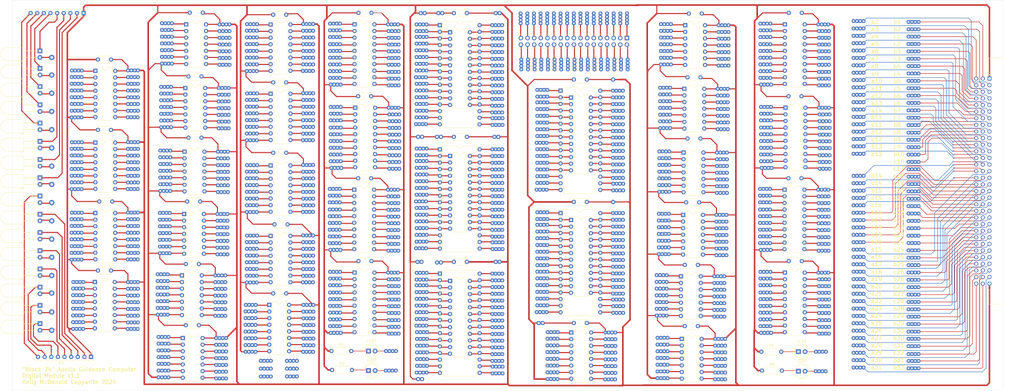
<source format=kicad_pcb>
(kicad_pcb (version 20240108) (generator "pcbnew") (generator_version "8.0")
  (layers (0 "F.Cu" signal) (31 "B.Cu" signal) (36 "B.SilkS" user "B.Silkscreen") (37 "F.SilkS" user "F.Silkscreen") (38 "B.Mask" user) (39 "F.Mask" user) (44 "Edge.Cuts" user))
  (net 0 "")
  (net 1 "GND")
  (net 2 "SIG")
  (net 3 "VCC")
  (net 4 "A2")
  (net 5 "A3")
  (net 6 "A4")
  (net 7 "A5")
  (net 8 "C27")
  (net 9 "C28")
  (net 10 "B32")
  (net 11 "B31")
  (net 12 "C32")
  (net 13 "C31")
  (net 14 "B30")
  (net 15 "C30")
  (net 16 "B29")
  (net 17 "C29")
  (net 18 "c2")
  (net 19 "c1")
  (net 20 "c3")
  (net 21 "c5")
  (net 22 "c4")
  (net 23 "b5")
  (net 24 "b4")
  (net 25 "b3")
  (net 26 "b2")
  (net 27 "b1")
  (net 28 "A6")
  (net 29 "A7")
  (net 30 "A8")
  (net 31 "A9")
  (net 32 "B6")
  (net 33 "C6")
  (net 34 "B7")
  (net 35 "C7")
  (net 36 "B8")
  (net 37 "C8")
  (net 38 "A10")
  (net 39 "A11")
  (net 40 "A12")
  (net 41 "A13")
  (net 42 "A14")
  (net 43 "A16")
  (net 44 "A15")
  (net 45 "B28")
  (net 46 "A28")
  (net 47 "A29")
  (net 48 "A30")
  (net 49 "A31")
  (net 50 "B27")
  (net 51 "B26")
  (net 52 "B25")
  (net 53 "C26")
  (net 54 "C25")
  (net 55 "C24")
  (net 56 "C23")
  (net 57 "C22")
  (net 58 "C21")
  (net 59 "C20")
  (net 60 "C19")
  (net 61 "C18")
  (net 62 "C17")
  (net 63 "C9")
  (net 64 "C10")
  (net 65 "C11")
  (net 66 "C12")
  (net 67 "C13")
  (net 68 "C14")
  (net 69 "C15")
  (net 70 "A17")
  (net 71 "A18")
  (net 72 "A19")
  (net 73 "A20")
  (net 74 "A21")
  (net 75 "A22")
  (net 76 "A23")
  (net 77 "A24")
  (net 78 "A25")
  (net 79 "A26")
  (net 80 "A27")
  (net 81 "B24")
  (net 82 "B23")
  (net 83 "B21")
  (net 84 "B22")
  (net 85 "B20")
  (net 86 "B19")
  (net 87 "B18")
  (net 88 "B17")
  (net 89 "B16")
  (net 90 "B9")
  (net 91 "B10")
  (net 92 "B11")
  (net 93 "B12")
  (net 94 "B13")
  (net 95 "B14")
  (net 96 "B15")
  (net 97 "C16")
  (footprint "Connector_PinHeader_1.27mm:Protopad" (layer "F.Cu") (at 254.01 76.118332 -90)
    (property "Reference" "REF**" (hide yes))
    (property "Value" "Protopad" (hide yes))
  )
  (footprint "Connector_PinHeader_1.27mm:Protopad" (layer "F.Cu") (at 168.025 120.223333 -90)
    (property "Reference" "REF**" (hide yes))
    (property "Value" "Protopad" (hide yes))
  )
  (footprint "Connector_PinHeader_1.27mm:Protopad" (layer "F.Cu") (at 268.31 54.405001 90)
    (property "Reference" "REF**" (hide yes))
    (property "Value" "Protopad" (hide yes))
  )
  (footprint "Connector_PinHeader_1.27mm:Protopad" (layer "F.Cu") (at 363.565 103.441917 90)
    (property "Reference" "REF**" (hide yes))
    (property "Value" "Protopad" (hide yes))
  )
  (footprint "" (layer "F.Cu") (at 35 125.5)
    (property "Reference" "")
    (property "Value" "")
  )
  (footprint "Connector_PinHeader_1.27mm:Protopad" (layer "F.Cu") (at 68.045 107.495 -90)
    (property "Reference" "REF**" (hide yes))
    (property "Value" "Protopad" (hide yes))
  )
  (footprint "Connector_PinHeader_1.27mm:Protopad" (layer "F.Cu") (at 207.75 130.941665 -90)
    (property "Reference" "REF**" (hide yes))
    (property "Value" "Protopad" (hide yes))
  )
  (footprint "Connector_PinHeader_1.27mm:Protopad" (layer "F.Cu") (at 168.015 45.755 -90)
    (property "Reference" "REF**" (hide yes))
    (property "Value" "Protopad" (hide yes))
  )
  (footprint "Connector_PinHeader_1.27mm:Protopad" (layer "F.Cu") (at 294.2 47.08 -90)
    (property "Reference" "REF**" (hide yes))
    (property "Value" "Protopad" (hide yes))
  )
  (footprint "LED_THT:LED_D5.0mm_Horizontal_O6.35mm_Z9.0mm" (layer "F.Cu") (at 30.525 81.225 -90)
    (property "Reference" "REF**" (hide yes))
    (property "Value" "LED_D5.0mm_Horizontal_O6.35mm_Z9.0mm" (hide yes))
  )
  (footprint "Package_DIP:DIP-32_W15.24mm" (layer "F.Cu") (at 230.11 47.785)
    (property "Reference" "REF**" (hide yes))
    (property "Value" "DIP-32_W15.24mm" (hide yes))
  )
  (footprint "Capacitor_THT:C_Disc_D5.0mm_W2.5mm_P5.00mm" (layer "F.Cu") (at 119.925 125.62)
    (property "Reference" "REF**" (hide yes))
    (property "Value" "C_Disc_D5.0mm_W2.5mm_P5.00mm" (hide yes))
  )
  (footprint "Connector_PinHeader_1.27mm:Protopad" (layer "F.Cu") (at 248.193016 39.615238 180)
    (property "Reference" "REF**" (hide yes))
    (property "Value" "Protopad" (hide yes))
  )
  (footprint "Connector_PinHeader_1.27mm:Protopad" (layer "F.Cu") (at 333.025 133.14 -90)
    (property "Reference" "REF**" (hide yes))
    (property "Value" "Protopad" (hide yes))
  )
  (footprint "Connector_PinHeader_1.27mm:Protopad" (layer "F.Cu") (at 254.01 102.534999 -90)
    (property "Reference" "REF**" (hide yes))
    (property "Value" "Protopad" (hide yes))
  )
  (footprint "Connector_PinHeader_1.27mm:Protopad" (layer "F.Cu") (at 221.21 72.868335 90)
    (property "Reference" "REF**" (hide yes))
    (property "Value" "Protopad" (hide yes))
  )
  (footprint "Connector_PinHeader_1.27mm:Protopad" (layer "F.Cu") (at 43.23 136.656667 90)
    (property "Reference" "REF**" (hide yes))
    (property "Value" "Protopad" (hide yes))
  )
  (footprint "Connector_PinHeader_1.27mm:Protopad" (layer "F.Cu") (at 293.2 145.673333 -90)
    (property "Reference" "REF**" (hide yes))
    (property "Value" "Protopad" (hide yes))
  )
  (footprint "Connector_PinHeader_1.27mm:Protopad" (layer "F.Cu") (at 342.47 94.644047 90)
    (property "Reference" "REF**" (hide yes))
    (property "Value" "Protopad" (hide yes))
  )
  (footprint "Connector_PinHeader_1.27mm:Protopad" (layer "F.Cu") (at 168.265 67.251665 -90)
    (property "Reference" "REF**" (hide yes))
    (property "Value" "Protopad" (hide yes))
  )
  (footprint "LED_THT:LED_D5.0mm_Horizontal_O6.35mm_Z9.0mm" (layer "F.Cu") (at 30.525 116.225 -90)
    (property "Reference" "REF**" (hide yes))
    (property "Value" "LED_D5.0mm_Horizontal_O6.35mm_Z9.0mm" (hide yes))
  )
  (footprint "Connector_PinHeader_1.27mm:Protopad" (layer "F.Cu") (at 75.655 123.451668 90)
    (property "Reference" "REF**" (hide yes))
    (property "Value" "Protopad" (hide yes))
  )
  (footprint "Connector_PinHeader_1.27mm:Protopad" (layer "F.Cu") (at 141.745 32.538335 90)
    (property "Reference" "REF**" (hide yes))
    (property "Value" "Protopad" (hide yes))
  )
  (footprint "Package_DIP:DIP-20_W7.62mm" (layer "F.Cu") (at 151.115 22.335)
    (property "Reference" "REF**" (hide yes))
    (property "Value" "DIP-20_W7.62mm" (hide yes))
  )
  (footprint "Connector_PinHeader_1.27mm:Protopad" (layer "F.Cu") (at 77.275 27.071668 90)
    (property "Reference" "REF**" (hide yes))
    (property "Value" "Protopad" (hide yes))
  )
  (footprint "Connector_PinHeader_1.27mm:Protopad" (layer "F.Cu") (at 174.925 58.051667 90)
    (property "Reference" "REF**" (hide yes))
    (property "Value" "Protopad" (hide yes))
  )
  (footprint "Connector_PinHeader_1.27mm:Protopad" (layer "F.Cu") (at 221.21 107.035001 90)
    (property "Reference" "REF**" (hide yes))
    (property "Value" "Protopad" (hide yes))
  )
  (footprint "Connector_PinHeader_1.27mm:Protopad" (layer "F.Cu") (at 174.95 97.971668 90)
    (property "Reference" "REF**" (hide yes))
    (property "Value" "Protopad" (hide yes))
  )
  (footprint "Connector_PinHeader_1.27mm:Protopad" (layer "F.Cu") (at 235.451746 39.615238 180)
    (property "Reference" "REF**" (hide yes))
    (property "Value" "Protopad" (hide yes))
  )
  (footprint "" (layer "F.Cu") (at 176.75 113.5)
    (property "Reference" "")
    (property "Value" "")
  )
  (footprint "Connector_PinHeader_1.27mm:Protopad" (layer "F.Cu") (at 141.625 85.495 90)
    (property "Reference" "REF**" (hide yes))
    (property "Value" "Protopad" (hide yes))
  )
  (footprint "Connector_PinHeader_1.27mm:Protopad" (layer "F.Cu") (at 363.565 154.378094 90)
    (property "Reference" "REF**" (hide yes))
    (property "Value" "Protopad" (hide yes))
  )
  (footprint "Connector_PinHeader_1.27mm:Protopad" (layer "F.Cu") (at 119 157.5 -90)
    (property "Reference" "REF**" (hide yes))
    (property "Value" "Protopad" (hide yes))
  )
  (footprint "LED_THT:LED_D5.0mm" (layer "F.Cu") (at 321.305 155.5)
    (property "Reference" "LED4")
    (property "Value" "LED_D5.0mm" (hide yes))
  )
  (footprint "Connector_PinHeader_1.27mm:Protopad" (layer "F.Cu") (at 306.995 64.538335 90)
    (property "Reference" "REF**" (hide yes))
    (property "Value" "Protopad" (hide yes))
  )
  (footprint "Connector_PinHeader_1.27mm:Protopad" (layer "F.Cu") (at 168.015 24.918333 -90)
    (property "Reference" "REF**" (hide yes))
    (property "Value" "Protopad" (hide yes))
  )
  (footprint "Package_DIP:DIP-14_W7.62mm" (layer "F.Cu") (at 85.935 71.21)
    (property "Reference" "REF**" (hide yes))
    (property "Value" "DIP-14_W7.62mm" (hide yes))
  )
  (footprint "Package_DIP:DIP-14_W7.62mm" (layer "F.Cu") (at 276.27 119.045)
    (property "Reference" "REF**" (hide yes))
    (property "Value" "DIP-14_W7.62mm" (hide yes))
  )
  (footprint "Connector_PinHeader_1.27mm:Protopad" (layer "F.Cu") (at 207.833332 60.935 -90)
    (property "Reference" "REF**" (hide yes))
    (property "Value" "Protopad" (hide yes))
  )
  (footprint "Package_DIP:DIP-16_W7.62mm" (layer "F.Cu") (at 118.925 22.38)
    (property "Reference" "REF**" (hide yes))
    (property "Value" "DIP-16_W7.62mm" (hide yes))
  )
  (footprint "" (layer "F.Cu") (at 204.75 65.5)
    (property "Reference" "")
    (property "Value" "")
  )
  (footprint "Connector_PinHeader_1.27mm:Protopad" (layer "F.Cu") (at 168.265 69.835 -90)
    (property "Reference" "REF**" (hide yes))
    (property "Value" "Protopad" (hide yes))
  )
  (footprint "Connector_PinHeader_1.27mm:Protopad" (layer "F.Cu") (at 221.21 54.868335 90)
    (property "Reference" "REF**" (hide yes))
    (property "Value" "Protopad" (hide yes))
  )
  (footprint "Connector_PinHeader_1.27mm:Protopad" (layer "F.Cu") (at 119 154.5 -90)
    (property "Reference" "REF**" (hide yes))
    (property "Value" "Protopad" (hide yes))
  )
  (footprint "Connector_PinHeader_1.27mm:Protopad" (layer "F.Cu") (at 221.21 104.451668 90)
    (property "Reference" "REF**" (hide yes))
    (property "Value" "Protopad" (hide yes))
  )
  (footprint "" (layer "F.Cu") (at 177 65.5)
    (property "Reference" "")
    (property "Value" "")
  )
  (footprint "Connector_PinHeader_1.27mm:Protopad" (layer "F.Cu") (at 342.47 137.090852 90)
    (property "Reference" "REF**" (hide yes))
    (property "Value" "Protopad" (hide yes))
  )
  (footprint "Connector_PinHeader_1.27mm:Protopad" (layer "F.Cu") (at 221.21 112.201667 90)
    (property "Reference" "REF**" (hide yes))
    (property "Value" "Protopad" (hide yes))
  )
  (footprint "Connector_PinHeader_1.27mm:Protopad" (layer "F.Cu") (at 363.565 83.633408 90)
    (property "Reference" "REF**" (hide yes))
    (property "Value" "Protopad" (hide yes))
  )
  (footprint "Connector_PinHeader_1.27mm:Protopad" (layer "F.Cu") (at 109.835 59.085001 90)
    (property "Reference" "REF**" (hide yes))
    (property "Value" "Protopad" (hide yes))
  )
  (footprint "Connector_PinHeader_2.54mm:PinHeader_2x17_P2.54mm_Vertical" (layer "F.Cu") (at 255.555238 27.575238 -90)
    (property "Reference" "REF**" (hide yes))
    (property "Value" "PinHeader_2x17_P2.54mm_Vertical" (hide yes))
  )
  (footprint "LED_THT:LED_D5.0mm_Horizontal_O6.35mm_Z9.0mm" (layer "F.Cu") (at 30.525 130.225 -90)
    (property "Reference" "REF**" (hide yes))
    (property "Value" "LED_D5.0mm_Horizontal_O6.35mm_Z9.0mm" (hide yes))
  )
  (footprint "Connector_PinHeader_1.27mm:Protopad" (layer "F.Cu") (at 342.47 148.41 90)
    (property "Reference" "REF**" (hide yes))
    (property "Value" "Protopad" (hide yes))
  )
  (footprint "Connector_PinHeader_1.27mm:Protopad" (layer "F.Cu") (at 268.31 56.988334 90)
    (property "Reference" "REF**" (hide yes))
    (property "Value" "Protopad" (hide yes))
  )
  (footprint "Connector_PinHeader_1.27mm:Protopad" (layer "F.Cu") (at 254.01 58.118332 -90)
    (property "Reference" "REF**" (hide yes))
    (property "Value" "Protopad" (hide yes))
  )
  (footprint "Connector_PinHeader_1.27mm:Protopad" (layer "F.Cu") (at 109.825 29.921668 90)
    (property "Reference" "REF**" (hide yes))
    (property "Value" "Protopad" (hide yes))
  )
  (footprint "" (layer "F.Cu") (at 175.5 158.5)
    (property "Reference" "")
    (property "Value" "")
  )
  (footprint "Capacitor_THT:C_Disc_D5.0mm_W2.5mm_P5.00mm" (layer "F.Cu") (at 87.435 65.835)
    (property "Reference" "REF**" (hide yes))
    (property "Value" "C_Disc_D5.0mm_W2.5mm_P5.00mm" (hide yes))
  )
  (footprint "Connector_PinHeader_1.27mm:Protopad" (layer "F.Cu") (at 306.625 101.165001 90)
    (property "Reference" "REF**" (hide yes))
    (property "Value" "Protopad" (hide yes))
  )
  (footprint "Connector_PinHeader_1.27mm:Protopad" (layer "F.Cu") (at 141.875 108.915 90)
    (property "Reference" "REF**" (hide yes))
    (property "Value" "Protopad" (hide yes))
  )
  (footprint "Connector_PinHeader_1.27mm:Protopad" (layer "F.Cu") (at 42.645 58.05 90)
    (property "Reference" "REF**" (hide yes))
    (property "Value" "Protopad" (hide yes))
  )
  (footprint "Connector_PinHeader_1.27mm:Protopad" (layer "F.Cu") (at 363.565 77.973834 90)
    (property "Reference" "REF**" (hide yes))
    (property "Value" "Protopad" (hide yes))
  )
  (footprint "Connector_PinHeader_1.27mm:Protopad" (layer "F.Cu") (at 168.025 130.556665 -90)
    (property "Reference" "REF**" (hide yes))
    (property "Value" "Protopad" (hide yes))
  )
  (footprint "Connector_PinHeader_1.27mm:Protopad" (layer "F.Cu") (at 109.325 137.691668 90)
    (property "Reference" "REF**" (hide yes))
    (property "Value" "Protopad" (hide yes))
  )
  (footprint "Connector_PinHeader_1.27mm:Protopad" (layer "F.Cu") (at 174.925 55.468334 90)
    (property "Reference" "REF**" (hide yes))
    (property "Value" "Protopad" (hide yes))
  )
  (footprint "Connector_PinHeader_1.27mm:Protopad" (layer "F.Cu") (at 332.895 101.295 -90)
    (property "Reference" "REF**" (hide yes))
    (property "Value" "Protopad" (hide yes))
  )
  (footprint "Capacitor_THT:C_Disc_D5.0mm_W2.5mm_P5.00mm" (layer "F.Cu") (at 317.495 49.915)
    (property "Reference" "REF**" (hide yes))
    (property "Value" "C_Disc_D5.0mm_W2.5mm_P5.00mm" (hide yes))
  )
  (footprint "Connector_PinHeader_1.27mm:Protopad" (layer "F.Cu") (at 207.75 136.025 -90)
    (property "Reference" "REF**" (hide yes))
    (property "Value" "Protopad" (hide yes))
  )
  (footprint "Connector_PinHeader_1.27mm:Protopad" (layer "F.Cu") (at 167.895 109.215 -90)
    (property "Reference" "REF**" (hide yes))
    (property "Value" "Protopad" (hide yes))
  )
  (footprint "Connector_PinHeader_1.27mm:Protopad" (layer "F.Cu") (at 232.644762 21.925238 180)
    (property "Reference" "REF**" (hide yes))
    (property "Value" "Protopad" (hide yes))
  )
  (footprint "Connector_PinHeader_1.27mm:Protopad" (layer "F.Cu") (at 363.565 24.207881 90)
    (property "Reference" "REF**" (hide yes))
    (property "Value" "Protopad" (hide yes))
  )
  (footprint "Connector_PinHeader_1.27mm:Protopad" (layer "F.Cu") (at 68.04 121.255 -90)
    (property "Reference" "REF**" (hide yes))
    (property "Value" "Protopad" (hide yes))
  )
  (footprint "Connector_PinHeader_1.27mm:Protopad" (layer "F.Cu") (at 109.835 66.835 90)
    (property "Reference" "REF**" (hide yes))
    (property "Value" "Protopad" (hide yes))
  )
  (footprint "Connector_PinHeader_1.27mm:Protopad" (layer "F.Cu") (at 76.655 78.535001 90)
    (property "Reference" "REF**" (hide yes))
    (property "Value" "Protopad" (hide yes))
  )
  (footprint "Connector_PinHeader_1.27mm:Protopad" (layer "F.Cu") (at 363.565 66.654686 90)
    (property "Reference" "REF**" (hide yes))
    (property "Value" "Protopad" (hide yes))
  )
  (footprint "Connector_PinHeader_1.27mm:Protopad" (layer "F.Cu") (at 77.275 21.905 90)
    (property "Reference" "REF**" (hide yes))
    (property "Value" "Protopad" (hide yes))
  )
  (footprint "Connector_PinHeader_1.27mm:Protopad" (layer "F.Cu") (at 267.99 71.12 90)
    (property "Reference" "REF**" (hide yes))
    (property "Value" "Protopad" (hide yes))
  )
  (footprint "Connector_PinHeader_1.27mm:Protopad" (layer "F.Cu") (at 363.565 126.080213 90)
    (property "Reference" "REF**" (hide yes))
    (property "Value" "Protopad" (hide yes))
  )
  (footprint "Connector_PinHeader_1.27mm:Protopad" (layer "F.Cu") (at 254.01 117.951666 -90)
    (property "Reference" "REF**" (hide yes))
    (property "Value" "Protopad" (hide yes))
  )
  (footprint "Package_DIP:DIP-16_W7.62mm" (layer "F.Cu") (at 51.56 121.255)
    (property "Reference" "REF**" (hide yes))
    (property "Value" "DIP-16_W7.62mm" (hide yes))
  )
  (footprint "Connector_PinHeader_1.27mm:Protopad" (layer "F.Cu") (at 135.235 116.28 -90)
    (property "Reference" "REF**" (hide yes))
    (property "Value" "Protopad" (hide yes))
  )
  (footprint "Connector_PinHeader_1.27mm:Protopad" (layer "F.Cu") (at 268.31 46.655 90)
    (property "Reference" "REF**" (hide yes))
    (property "Value" "Protopad" (hide yes))
  )
  (footprint "Connector_PinHeader_1.27mm:Protopad" (layer "F.Cu") (at 342.47 128.601491 90)
    (property "Reference" "REF**" (hide yes))
    (property "Value" "Protopad" (hide yes))
  )
  (footprint "Connector_PinHeader_1.27mm:Protopad" (layer "F.Cu") (at 293.2 158.59 -90)
    (property "Reference" "REF**" (hide yes))
    (property "Value" "Protopad" (hide yes))
  )
  (footprint "Connector_PinHeader_1.27mm:Protopad" (layer "F.Cu") (at 250.74127 39.615238 180)
    (property "Reference" "REF**" (hide yes))
    (property "Value" "Protopad" (hide yes))
  )
  (footprint "Connector_PinHeader_1.27mm:Protopad" (layer "F.Cu") (at 101.865 150.504999 -90)
    (property "Reference" "REF**" (hide yes))
    (property "Value" "Protopad" (hide yes))
  )
  (footprint "Connector_PinHeader_1.27mm:Protopad" (layer "F.Cu") (at 109.835 51.335 90)
    (property "Reference" "REF**" (hide yes))
    (property "Value" "Protopad" (hide yes))
  )
  (footprint "Connector_PinHeader_1.27mm:Protopad" (layer "F.Cu") (at 167.765 22.335 -90)
    (property "Reference" "REF**" (hide yes))
    (property "Value" "Protopad" (hide yes))
  )
  (footprint "Connector_PinHeader_1.27mm:Protopad" (layer "F.Cu") (at 363.565 55.335538 90)
    (property "Reference" "REF**" (hide yes))
    (property "Value" "Protopad" (hide yes))
  )
  (footprint "Connector_PinHeader_1.27mm:Protopad" (layer "F.Cu") (at 255.579054 21.925238 180)
    (property "Reference" "REF**" (hide yes))
    (property "Value" "Protopad" (hide yes))
  )
  (footprint "Connector_PinHeader_1.27mm:Protopad" (layer "F.Cu") (at 174.96 156 90)
    (property "Reference" "REF**" (hide yes))
    (property "Value" "Protopad" (hide yes))
  )
  (footprint "Connector_PinHeader_1.27mm:Protopad" (layer "F.Cu") (at 342.47 40.878094 90)
    (property "Reference" "REF**" (hide yes))
    (property "Value" "Protopad" (hide yes))
  )
  (footprint "Connector_PinHeader_1.27mm:Protopad" (layer "F.Cu") (at 102.865 49.328333 -90)
    (property "Reference" "REF**" (hide yes))
    (property "Value" "Protopad" (hide yes))
  )
  (footprint "Connector_PinHeader_1.27mm:Protopad" (layer "F.Cu") (at 306.625 103.748334 90)
    (property "Reference" "REF**" (hide yes))
    (property "Value" "Protopad" (hide yes))
  )
  (footprint "Connector_PinHeader_1.27mm:Protopad" (layer "F.Cu") (at 103.165 24.913333 -90)
    (property "Reference" "REF**" (hide yes))
    (property "Value" "Protopad" (hide yes))
  )
  (footprint "Connector_PinHeader_1.27mm:Protopad" (layer "F.Cu") (at 342.47 151.239787 90)
    (property "Reference" "REF**" (hide yes))
    (property "Value" "Protopad" (hide yes))
  )
  (footprint "Connector_PinHeader_1.27mm:Protopad" (layer "F.Cu") (at 109.835 94.375 90)
    (property "Reference" "REF**" (hide yes))
    (property "Value" "Protopad" (hide yes))
  )
  (footprint "Connector_PinHeader_1.27mm:Protopad" (layer "F.Cu") (at 68.045 102.328334 -90)
    (property "Reference" "REF**" (hide yes))
    (property "Value" "Protopad" (hide yes))
  )
  (footprint "Connector_PinHeader_1.27mm:Protopad" (layer "F.Cu") (at 167.775 117.64 -90)
    (property "Reference" "REF**" (hide yes))
    (property "Value" "Protopad" (hide yes))
  )
  (footprint "Connector_PinHeader_1.27mm:Protopad" (layer "F.Cu") (at 135.325 130.04 -90)
    (property "Reference" "REF**" (hide yes))
    (property "Value" "Protopad" (hide yes))
  )
  (footprint "Connector_PinHeader_1.27mm:Protopad" (layer "F.Cu") (at 232.903492 39.615238 180)
    (property "Reference" "REF**" (hide yes))
    (property "Value" "Protopad" (hide yes))
  )
  (footprint "Connector_PinHeader_1.27mm:Protopad" (layer "F.Cu") (at 42.645 77.840001 90)
    (property "Reference" "REF**" (hide yes))
    (property "Value" "Protopad" (hide yes))
  )
  (footprint "Connector_PinHeader_1.27mm:Protopad" (layer "F.Cu") (at 254.01 112.785 -90)
    (property "Reference" "REF**" (hide yes))
    (property "Value" "Protopad" (hide yes))
  )
  (footprint "LED_THT:LED_D5.0mm_Horizontal_O6.35mm_Z9.0mm" (layer "F.Cu") (at 30.525 88.225 -90)
    (property "Reference" "REF**" (hide yes))
    (property "Value" "LED_D5.0mm_Horizontal_O6.35mm_Z9.0mm" (hide yes))
  )
  (footprint "Connector_PinHeader_1.27mm:Protopad" (layer "F.Cu") (at 76.475 102.460001 90)
    (property "Reference" "REF**" (hide yes))
    (property "Value" "Protopad" (hide yes))
  )
  (footprint "Connector_PinHeader_1.27mm:Protopad" (layer "F.Cu") (at 68.04 126.421666 -90)
    (property "Reference" "REF**" (hide yes))
    (property "Value" "Protopad" (hide yes))
  )
  (footprint "Connector_PinHeader_1.27mm:Protopad" (layer "F.Cu") (at 221.21 57.451668 90)
    (property "Reference" "REF**" (hide yes))
    (property "Value" "Protopad" (hide yes))
  )
  (footprint "Connector_PinHeader_1.27mm:Protopad" (layer "F.Cu") (at 174.95 100.555001 90)
    (property "Reference" "REF**" (hide yes))
    (property "Value" "Protopad" (hide yes))
  )
  (footprint "Connector_PinHeader_1.27mm:Protopad" (layer "F.Cu") (at 267.81 95.045 90)
    (property "Reference" "REF**" (hide yes))
    (property "Value" "Protopad" (hide yes))
  )
  (footprint "Connector_PinHeader_1.27mm:Protopad" (layer "F.Cu") (at 221.21 78.035001 90)
    (property "Reference" "REF**" (hide yes))
    (property "Value" "Protopad" (hide yes))
  )
  (footprint "Connector_PinHeader_1.27mm:Protopad" (layer "F.Cu") (at 293.2 150.839999 -90)
    (property "Reference" "REF**" (hide yes))
    (property "Value" "Protopad" (hide yes))
  )
  (footprint "Capacitor_THT:C_Disc_D5.0mm_W2.5mm_P5.00mm" (layer "F.Cu") (at 277.77 114.67)
    (property "Reference" "REF**" (hide yes))
    (property "Value" "C_Disc_D5.0mm_W2.5mm_P5.00mm" (hide yes))
  )
  (footprint "Connector_PinHeader_1.27mm:Protopad" (layer "F.Cu") (at 75.655 126.035001 90)
    (property "Reference" "REF**" (hide yes))
    (property "Value" "Protopad" (hide yes))
  )
  (footprint "Connector_PinHeader_1.27mm:Protopad" (layer "F.Cu") (at 363.565 38.356816 90)
    (property "Reference" "REF**" (hide yes))
    (property "Value" "Protopad" (hide yes))
  )
  (footprint "Connector_PinHeader_1.27mm:Protopad" (layer "F.Cu") (at 207.725 50.968332 -90)
    (property "Reference" "REF**" (hide yes))
    (property "Value" "Protopad" (hide yes))
  )
  (footprint "Connector_PinHeader_1.27mm:Protopad" (layer "F.Cu") (at 141.625 95.998335 90)
    (property "Reference" "REF**" (hide yes))
    (property "Value" "Protopad" (hide yes))
  )
  (footprint "" (layer "F.Cu") (at 35 118.765)
    (property "Reference" "")
    (property "Value" "")
  )
  (footprint "Connector_PinHeader_1.27mm:Protopad" (layer "F.Cu") (at 251.01 158.625 -90)
    (property "Reference" "REF**" (hide yes))
    (property "Value" "Protopad" (hide yes))
  )
  (footprint "Connector_PinHeader_1.27mm:Protopad" (layer "F.Cu") (at 293.7 108.386665 -90)
    (property "Reference" "REF**" (hide yes))
    (property "Value" "Protopad" (hide yes))
  )
  (footprint "Connector_PinHeader_1.27mm:Protopad" (layer "F.Cu") (at 75.655 133.785 90)
    (property "Reference" "REF**" (hide yes))
    (property "Value" "Protopad" (hide yes))
  )
  (footprint "Connector_PinHeader_1.27mm:Protopad" (layer "F.Cu") (at 102.545 84.126665 -90)
    (property "Reference" "REF**" (hide yes))
    (property "Value" "Protopad" (hide yes))
  )
  (footprint "Connector_PinHeader_1.27mm:Protopad" (layer "F.Cu") (at 342.47 29.558946 90)
    (property "Reference" "REF**" (hide yes))
    (property "Value" "Protopad" (hide yes))
  )
  (footprint "" (layer "F.Cu") (at 35 62.765)
    (property "Reference" "")
    (property "Value" "")
  )
  (footprint "Connector_PinHeader_1.27mm:Protopad" (layer "F.Cu") (at 363.565 52.505751 90)
    (property "Reference" "REF**" (hide yes))
    (property "Value" "Protopad" (hide yes))
  )
  (footprint "Connector_PinHeader_1.27mm:Protopad" (layer "F.Cu") (at 221.21 60.035001 90)
    (property "Reference" "REF**" (hide yes))
    (property "Value" "Protopad" (hide yes))
  )
  (footprint "Connector_PinHeader_1.27mm:Protopad" (layer "F.Cu") (at 174.95 87.721667 90)
    (property "Reference" "REF**" (hide yes))
    (property "Value" "Protopad" (hide yes))
  )
  (footprint "Connector_PinHeader_1.27mm:Protopad" (layer "F.Cu") (at 333.265 72.588332 -90)
    (property "Reference" "REF**" (hide yes))
    (property "Value" "Protopad" (hide yes))
  )
  (footprint "Connector_PinHeader_1.27mm:Protopad" (layer "F.Cu") (at 109.825 111.081668 90)
    (property "Reference" "REF**" (hide yes))
    (property "Value" "Protopad" (hide yes))
  )
  (footprint "Connector_PinHeader_1.27mm:Protopad" (layer "F.Cu") (at 167.895 88.378333 -90)
    (property "Reference" "REF**" (hide yes))
    (property "Value" "Protopad" (hide yes))
  )
  (footprint "Connector_PinHeader_1.27mm:Protopad" (layer "F.Cu") (at 363.565 80.803621 90)
    (property "Reference" "REF**" (hide yes))
    (property "Value" "Protopad" (hide yes))
  )
  (footprint "Connector_PinHeader_1.27mm:Protopad" (layer "F.Cu") (at 174.925 29.718335 90)
    (property "Reference" "REF**" (hide yes))
    (property "Value" "Protopad" (hide yes))
  )
  (footprint "Connector_PinHeader_1.27mm:Protopad" (layer "F.Cu") (at 174.925 37.468334 90)
    (property "Reference" "REF**" (hide yes))
    (property "Value" "Protopad" (hide yes))
  )
  (footprint "Capacitor_THT:C_Disc_D5.0mm_W2.5mm_P5.00mm" (layer "F.Cu") (at 152.615 17.915)
    (property "Reference" "REF**" (hide yes))
    (property "Value" "C_Disc_D5.0mm_W2.5mm_P5.00mm" (hide yes))
  )
  (footprint "Connector_PinHeader_1.27mm:Protopad" (layer "F.Cu") (at 68.04 136.755 -90)
    (property "Reference" "REF**" (hide yes))
    (property "Value" "Protopad" (hide yes))
  )
  (footprint "Connector_PinHeader_1.27mm:Protopad" (layer "F.Cu") (at 293.7 100.636666 -90)
    (property "Reference" "REF**" (hide yes))
    (property "Value" "Protopad" (hide yes))
  )
  (footprint "Connector_PinHeader_1.27mm:Protopad" (layer "F.Cu") (at 109.825 27.338335 90)
    (property "Reference" "REF**" (hide yes))
    (property "Value" "Protopad" (hide yes))
  )
  (footprint "Connector_PinHeader_1.27mm:Protopad" (layer "F.Cu") (at 267.31 158.165 90)
    (property "Reference" "REF**" (hide yes))
    (property "Value" "Protopad" (hide yes))
  )
  (footprint "Connector_PinHeader_1.27mm:Protopad" (layer "F.Cu") (at 363.565 35.527029 90)
    (property "Reference" "REF**" (hide yes))
    (property "Value" "Protopad" (hide yes))
  )
  (footprint "Connector_PinHeader_1.27mm:Protopad" (layer "F.Cu") (at 42.645 42.55 90)
    (property "Reference" "REF**" (hide yes))
    (property "Value" "Protopad" (hide yes))
  )
  (footprint "Connector_PinHeader_1.27mm:Protopad" (layer "F.Cu") (at 174.925 50.301668 90)
    (property "Reference" "REF**" (hide yes))
    (property "Value" "Protopad" (hide yes))
  )
  (footprint "Connector_PinHeader_1.27mm:Protopad" (layer "F.Cu") (at 101.545 118.71 -90)
    (property "Reference" "REF**" (hide yes))
    (property "Value" "Protopad" (hide yes))
  )
  (footprint "Package_DIP:DIP-32_W15.24mm" (layer "F.Cu") (at 230.11 94.785)
    (property "Reference" "REF**" (hide yes))
    (property "Value" "DIP-32_W15.24mm" (hide yes))
  )
  (footprint "LED_THT:LED_D5.0mm_Horizontal_O6.35mm_Z9.0mm" (layer "F.Cu") (at 30.525 53.225 -90)
    (property "Reference" "REF**" (hide yes))
    (property "Value" "LED_D5.0mm_Horizontal_O6.35mm_Z9.0mm" (hide yes))
  )
  (footprint "Connector_PinHeader_1.27mm:Protopad" (layer "F.Cu") (at 42.635 110.046667 90)
    (property "Reference" "REF**" (hide yes))
    (property "Value" "Protopad" (hide yes))
  )
  (footprint "Connector_PinHeader_1.27mm:Protopad" (layer "F.Cu") (at 254.01 120.534999 -90)
    (property "Reference" "REF**" (hide yes))
    (property "Value" "Protopad" (hide yes))
  )
  (footprint "Connector_PinHeader_1.27mm:Protopad" (layer "F.Cu") (at 266.99 126.370001 90)
    (property "Reference" "REF**" (hide yes))
    (property "Value" "Protopad" (hide yes))
  )
  (footprint "Connector_PinHeader_1.27mm:Protopad" (layer "F.Cu") (at 333.015 45.755 -90)
    (property "Reference" "REF**" (hide yes))
    (property "Value" "Protopad" (hide yes))
  )
  (footprint "Connector_PinHeader_1.27mm:Protopad" (layer "F.Cu") (at 135.235 105.946668 -90)
    (property "Reference" "REF**" (hide yes))
    (property "Value" "Protopad" (hide yes))
  )
  (footprint "Connector_PinHeader_1.27mm:Protopad" (layer "F.Cu") (at 109.835 78.875 90)
    (property "Reference" "REF**" (hide yes))
    (property "Value" "Protopad" (hide yes))
  )
  (footprint "Connector_PinHeader_1.27mm:Protopad" (layer "F.Cu") (at 109.835 84.041668 90)
    (property "Reference" "REF**" (hide yes))
    (property "Value" "Protopad" (hide yes))
  )
  (footprint "Connector_PinHeader_1.27mm:Protopad" (layer "F.Cu") (at 174.95 72.588335 90)
    (property "Reference" "REF**" (hide yes))
    (property "Value" "Protopad" (hide yes))
  )
  (footprint "Connector_PinHeader_1.27mm:Protopad" (layer "F.Cu") (at 294.5 22.665 -90)
    (property "Reference" "REF**" (hide yes))
    (property "Value" "Protopad" (hide yes))
  )
  (footprint "" (layer "F.Cu") (at 250.25 90.5)
    (property "Reference" "")
    (property "Value" "")
  )
  (footprint "Connector_PinHeader_1.27mm:Protopad" (layer "F.Cu") (at 221.21 62.618334 90)
    (property "Reference" "REF**" (hide yes))
    (property "Value" "Protopad" (hide yes))
  )
  (footprint "Connector_PinHeader_1.27mm:Protopad" (layer "F.Cu") (at 363.565 106.271704 90)
    (property "Reference" "REF**" (hide yes))
    (property "Value" "Protopad" (hide yes))
  )
  (footprint "Package_DIP:DIP-32_W15.24mm" (layer "F.Cu") (at 183.825 22.635)
    (property "Reference" "REF**" (hide yes))
    (property "Value" "DIP-32_W15.24mm" (hide yes))
  )
  (footprint "Connector_PinHeader_1.27mm:Protopad" (layer "F.Cu") (at 103.165 22.33 -90)
    (property "Reference" "REF**" (hide yes))
    (property "Value" "Protopad" (hide yes))
  )
  (footprint "Capacitor_THT:C_Disc_D5.0mm_W2.5mm_P5.00mm" (layer "F.Cu") (at 87.435 42.335)
    (property "Reference" "REF**" (hide yes))
    (property "Value" "C_Disc_D5.0mm_W2.5mm_P5.00mm" (hide yes))
  )
  (footprint "Connector_PinHeader_1.27mm:Protopad" (layer "F.Cu") (at 214.806984 21.925238 180)
    (property "Reference" "REF**" (hide yes))
    (property "Value" "Protopad" (hide yes))
  )
  (footprint "Connector_PinHeader_1.27mm:Protopad" (layer "F.Cu") (at 101.865 155.671665 -90)
    (property "Reference" "REF**" (hide yes))
    (property "Value" "Protopad" (hide yes))
  )
  (footprint "Connector_PinHeader_1.27mm:Protopad" (layer "F.Cu") (at 221.21 50.068335 90)
    (property "Reference" "REF**" (hide yes))
    (property "Value" "Protopad" (hide yes))
  )
  (footprint "Capacitor_THT:C_Disc_D5.0mm_W2.5mm_P5.00mm" (layer "F.Cu") (at 189.2 113.5)
    (property "Reference" "REF**" (hide yes))
    (property "Value" "C_Disc_D5.0mm_W2.5mm_P5.00mm" (hide yes))
  )
  (footprint "Connector_PinHeader_1.27mm:Protopad" (layer "F.Cu") (at 294.2 49.663333 -90)
    (property "Reference" "REF**" (hide yes))
    (property "Value" "Protopad" (hide yes))
  )
  (footprint "Connector_PinHeader_1.27mm:Protopad" (layer "F.Cu") (at 75.655 131.201667 90)
    (property "Reference" "REF**" (hide yes))
    (property "Value" "Protopad" (hide yes))
  )
  (footprint "Connector_PinHeader_1.27mm:Protopad" (layer "F.Cu") (at 141.745 40.288334 90)
    (property "Reference" "REF**" (hide yes))
    (property "Value" "Protopad" (hide yes))
  )
  (footprint "Connector_PinHeader_1.27mm:Protopad" (layer "F.Cu") (at 167.895 98.711665 -90)
    (property "Reference" "REF**" (hide yes))
    (property "Value" "Protopad" (hide yes))
  )
  (footprint "Connector_PinHeader_1.27mm:Protopad" (layer "F.Cu") (at 251.1 145.791666 -90)
    (property "Reference" "REF**" (hide yes))
    (property "Value" "Protopad" (hide yes))
  )
  (footprint "Connector_PinHeader_1.27mm:Protopad" (layer "F.Cu") (at 135.235 148.04 -90)
    (property "Reference" "REF**" (hide yes))
    (property "Value" "Protopad" (hide yes))
  )
  (footprint "Connector_PinHeader_1.27mm:Protopad" (layer "F.Cu") (at 221.21 75.451668 90)
    (property "Reference" "REF**" (hide yes))
    (property "Value" "Protopad" (hide yes))
  )
  (footprint "Connector_PinHeader_1.27mm:Protopad" (layer "F.Cu") (at 67.955 112.578335 -90)
    (property "Reference" "REF**" (hide yes))
    (property "Value" "Protopad" (hide yes))
  )
  (footprint "Connector_PinHeader_1.27mm:Protopad" (layer "F.Cu") (at 342.47 97.473834 90)
    (property "Reference" "REF**" (hide yes))
    (property "Value" "Protopad" (hide yes))
  )
  (footprint "Connector_PinHeader_1.27mm:Protopad" (layer "F.Cu") (at 293.88 71.545 -90)
    (property "Reference" "REF**" (hide yes))
    (property "Value" "Protopad" (hide yes))
  )
  (footprint "Connector_PinHeader_1.27mm:Protopad" (layer "F.Cu") (at 342.47 32.388733 90)
    (property "Reference" "REF**" (hide yes))
    (property "Value" "Protopad" (hide yes))
  )
  (footprint "Connector_PinHeader_1.27mm:Protopad" (layer "F.Cu") (at 175.095 140.5 90)
    (property "Reference" "REF**" (hide yes))
    (property "Value" "Protopad" (hide yes))
  )
  (footprint "Connector_PinHeader_1.27mm:Protopad" (layer "F.Cu") (at 102.545 86.71 -90)
    (property "Reference" "REF**" (hide yes))
    (property "Value" "Protopad" (hide yes))
  )
  (footprint "Connector_PinHeader_1.27mm:Protopad" (layer "F.Cu") (at 102.545 71.21 -90)
    (property "Reference" "REF**" (hide yes))
    (property "Value" "Protopad" (hide yes))
  )
  (footprint "Connector_PinHeader_1.27mm:Protopad" (layer "F.Cu") (at 207.725 45.801666 -90)
    (property "Reference" "REF**" (hide yes))
    (property "Value" "Protopad" (hide yes))
  )
  (footprint "Connector_PinHeader_1.27mm:Protopad" (layer "F.Cu") (at 141.755 127.843335 90)
    (property "Reference" "REF**" (hide yes))
    (property "Value" "Protopad" (hide yes))
  )
  (footprint "Package_DIP:DIP-16_W7.62mm" (layer "F.Cu") (at 234.2 140.625)
    (property "Reference" "REF**" (hide yes))
    (property "Value" "DIP-16_W7.62mm" (hide yes))
  )
  (footprint "Connector_PinHeader_1.27mm:Protopad" (layer "F.Cu") (at 363.565 94.952556 90)
    (property "Reference" "REF**" (hide yes))
    (property "Value" "Protopad" (hide yes))
  )
  (footprint "Connector_PinHeader_1.27mm:Protopad" (layer "F.Cu") (at 68.04 123.838333 -90)
    (property "Reference" "REF**" (hide yes))
    (property "Value" "Protopad" (hide yes))
  )
  (footprint "Connector_PinHeader_1.27mm:Protopad" (layer "F.Cu") (at 266.99 134.12 90)
    (property "Reference" "REF**" (hide yes))
    (property "Value" "Protopad" (hide yes))
  )
  (footprint "Connector_PinHeader_1.27mm:Protopad" (layer "F.Cu") (at 333.025 120.223333 -90)
    (property "Reference" "REF**" (hide yes))
    (property "Value" "Protopad" (hide yes))
  )
  (footprint "Connector_PinHeader_1.27mm:Protopad" (layer "F.Cu") (at 75.975 155.246667 90)
    (property "Reference" "REF**" (hide yes))
    (property "Value" "Protopad" (hide yes))
  )
  (footprint "Connector_PinHeader_1.27mm:Protopad" (layer "F.Cu") (at 294.5 32.998332 -90)
    (property "Reference" "REF**" (hide yes))
    (property "Value" "Protopad" (hide yes))
  )
  (footprint "" (layer "F.Cu") (at 35 104.765)
    (property "Reference" "")
    (property "Value" "")
  )
  (footprint "Package_DIP:DIP-14_W7.62mm" (layer "F.Cu") (at 84.935 118.71)
    (property "Reference" "REF**" (hide yes))
    (property "Value" "DIP-14_W7.62mm" (hide yes))
  )
  (footprint "Connector_PinHeader_1.27mm:Protopad" (layer "F.Cu") (at 43.23 123.74 90)
    (property "Reference" "REF**" (hide yes))
    (property "Value" "Protopad" (hide yes))
  )
  (footprint "Connector_PinHeader_1.27mm:Protopad" (layer "F.Cu") (at 76.975 51.486668 90)
    (property "Reference" "REF**" (hide yes))
    (property "Value" "Protopad" (hide yes))
  )
  (footprint "Connector_PinHeader_1.27mm:Protopad" (layer "F.Cu") (at 42.635 102.296668 90)
    (property "Reference" "REF**" (hide yes))
    (property "Value" "Protopad" (hide yes))
  )
  (footprint "Connector_PinHeader_1.27mm:Protopad" (layer "F.Cu") (at 174.95 95.388335 90)
    (property "Reference" "REF**" (hide yes))
    (property "Value" "Protopad" (hide yes))
  )
  (footprint "Connector_PinHeader_1.27mm:Protopad" (layer "F.Cu") (at 42.645 85.59 90)
    (property "Reference" "REF**" (hide yes))
    (property "Value" "Protopad" (hide yes))
  )
  (footprint "Connector_PinHeader_1.27mm:Protopad" (layer "F.Cu") (at 207.75 123.191666 -90)
    (property "Reference" "REF**" (hide yes))
    (property "Value" "Protopad" (hide yes))
  )
  (footprint "Connector_PinHeader_1.27mm:Protopad" (layer "F.Cu") (at 306.995 67.121668 90)
    (property "Reference" "REF**" (hide yes))
    (property "Value" "Protopad" (hide yes))
  )
  (footprint "Connector_PinHeader_1.27mm:Protopad" (layer "F.Cu") (at 141.995 56.618335 90)
    (property "Reference" "REF**" (hide yes))
    (property "Value" "Protopad" (hide yes))
  )
  (footprint "Connector_PinHeader_1.27mm:Protopad" (layer "F.Cu") (at 174.95 125.108335 90)
    (property "Reference" "REF**" (hide yes))
    (property "Value" "Protopad" (hide yes))
  )
  (footprint "Connector_PinHeader_1.27mm:Protopad" (layer "F.Cu") (at 68.055 75.288334 -90)
    (property "Reference" "REF**" (hide yes))
    (property "Value" "Protopad" (hide yes))
  )
  (footprint "Connector_PinHeader_1.27mm:Protopad" (layer "F.Cu") (at 135.245 59.116667 -90)
    (property "Reference" "REF**" (hide yes))
    (property "Value" "Protopad" (hide yes))
  )
  (footprint "Connector_PinHeader_1.27mm:Protopad" (layer "F.Cu") (at 168.015 43.171665 -90)
    (property "Reference" "REF**" (hide yes))
    (property "Value" "Protopad" (hide yes))
  )
  (footprint "Connector_PinHeader_1.27mm:Protopad" (layer "F.Cu") (at 76.475 105.043334 90)
    (property "Reference" "REF**" (hide yes))
    (property "Value" "Protopad" (hide yes))
  )
  (footprint "Connector_PinHeader_1.27mm:Protopad" (layer "F.Cu") (at 76.655 73.368335 90)
    (property "Reference" "REF**" (hide yes))
    (property "Value" "Protopad" (hide yes))
  )
  (footprint "Connector_PinHeader_1.27mm:Protopad" (layer "F.Cu") (at 76.475 97.293335 90)
    (property "Reference" "REF**" (hide yes))
    (property "Value" "Protopad" (hide yes))
  )
  (footprint "Connector_PinHeader_1.27mm:Protopad" (layer "F.Cu") (at 342.47 55.027029 90)
    (property "Reference" "REF**" (hide yes))
    (property "Value" "Protopad" (hide yes))
  )
  (footprint "Connector_PinHeader_1.27mm:Protopad" (layer "F.Cu") (at 332.765 22.335 -90)
    (property "Reference" "REF**" (hide yes))
    (property "Value" "Protopad" (hide yes))
  )
  (footprint "Connector_PinHeader_1.27mm:Protopad" (layer "F.Cu") (at 75.975 152.663334 90)
    (property "Reference" "REF**" (hide yes))
    (property "Value" "Protopad" (hide yes))
  )
  (footprint "Connector_PinHeader_1.27mm:Protopad" (layer "F.Cu") (at 219.903492 21.925238 180)
    (property "Reference" "REF**" (hide yes))
    (property "Value" "Protopad" (hide yes))
  )
  (footprint "Connector_PinHeader_1.27mm:Protopad" (layer "F.Cu") (at 267.31 155.581667 90)
    (property "Reference" "REF**" (hide yes))
    (property "Value" "Protopad" (hide yes))
  )
  (footprint "Connector_PinHeader_1.27mm:Protopad" (layer "F.Cu") (at 332.895 96.128332 -90)
    (property "Reference" "REF**" (hide yes))
    (property "Value" "Protopad" (hide yes))
  )
  (footprint "Connector_PinHeader_1.27mm:Protopad" (layer "F.Cu") (at 43.23 126.323335 90)
    (property "Reference" "REF**" (hide yes))
    (property "Value" "Protopad" (hide yes))
  )
  (footprint "Connector_PinHeader_1.27mm:Protopad" (layer "F.Cu") (at 254.118332 130.501665 -90)
    (property "Reference" "REF**" (hide yes))
    (property "Value" "Protopad" (hide yes))
  )
  (footprint "Connector_PinHeader_1.27mm:Protopad" (layer "F.Cu") (at 254.01 52.951666 -90)
    (property "Reference" "REF**" (hide yes))
    (property "Value" "Protopad" (hide yes))
  )
  (footprint "Connector_PinHeader_1.27mm:Protopad" (layer "F.Cu") (at 42.645 50.300001 90)
    (property "Reference" "REF**" (hide yes))
    (property "Value" "Protopad" (hide yes))
  )
  (footprint "Capacitor_THT:C_Disc_D5.0mm_W2.5mm_P5.00mm" (layer "F.Cu") (at 235.2 90.5)
    (property "Reference" "REF**" (hide yes))
    (property "Value" "C_Disc_D5.0mm_W2.5mm_P5.00mm" (hide yes))
  )
  (footprint "Connector_PinHeader_1.27mm:Protopad" (layer "F.Cu") (at 221.21 130.201667 90)
    (property "Reference" "REF**" (hide yes))
    (property "Value" "Protopad" (hide yes))
  )
  (footprint "Connector_PinHeader_1.27mm:Protopad" (layer "F.Cu") (at 135.245 48.783335 -90)
    (property "Reference" "REF**" (hide yes))
    (property "Value" "Protopad" (hide yes))
  )
  (footprint "Package_DIP:DIP-14_W7.62mm" (layer "F.Cu") (at 277.27 71.545)
    (property "Reference" "REF**" (hide yes))
    (property "Value" "DIP-14_W7.62mm" (hide yes))
  )
  (footprint "Connector_PinHeader_1.27mm:Protopad" (layer "F.Cu") (at 333.015 35.251665 -90)
    (property "Reference" "REF**" (hide yes))
    (property "Value" "Protopad" (hide yes))
  )
  (footprint "Connector_PinHeader_1.27mm:Protopad" (layer "F.Cu") (at 217.613968 39.615238 180)
    (property "Reference" "REF**" (hide yes))
    (property "Value" "Protopad" (hide yes))
  )
  (footprint "Connector_PinHeader_1.27mm:Protopad" (layer "F.Cu") (at 109.825 118.831667 90)
    (property "Reference" "REF**" (hide yes))
    (property "Value" "Protopad" (hide yes))
  )
  (footprint "Connector_PinHeader_1.27mm:Protopad" (layer "F.Cu") (at 168.015 37.835 -90)
    (property "Reference" "REF**" (hide yes))
    (property "Value" "Protopad" (hide yes))
  )
  (footprint "Connector_PinHeader_1.27mm:Protopad" (layer "F.Cu") (at 142.245 77.455 90)
    (property "Reference" "REF**" (hide yes))
    (property "Value" "Protopad" (hide yes))
  )
  (footprint "Connector_PinHeader_1.27mm:Protopad" (layer "F.Cu") (at 266.99 118.62 90)
    (property "Reference" "REF**" (hide yes))
    (property "Value" "Protopad" (hide yes))
  )
  (footprint "Connector_PinHeader_1.27mm:Protopad" (layer "F.Cu") (at 292.88 119.045 -90)
    (property "Reference" "REF**" (hide yes))
    (property "Value" "Protopad" (hide yes))
  )
  (footprint "Connector_PinHeader_1.27mm:Protopad" (layer "F.Cu") (at 331.845 148 -90)
    (property "Reference" "REF**" (hide yes))
    (property "Value" "Protopad" (hide yes))
  )
  (footprint "Capacitor_THT:C_Disc_D5.0mm_W2.5mm_P5.00mm" (layer "F.Cu") (at 86.935 90.335)
    (property "Reference" "REF**" (hide yes))
    (property "Value" "C_Disc_D5.0mm_W2.5mm_P5.00mm" (hide yes))
  )
  (footprint "Connector_PinHeader_1.27mm:Protopad" (layer "F.Cu") (at 245.644762 39.615238 180)
    (property "Reference" "REF**" (hide yes))
    (property "Value" "Protopad" (hide yes))
  )
  (footprint "Connector_PinHeader_1.27mm:Protopad" (layer "F.Cu") (at 333.025 141.06 -90)
    (property "Reference" "REF**" (hide yes))
    (property "Value" "Protopad" (hide yes))
  )
  (footprint "Connector_PinHeader_1.27mm:Protopad" (layer "F.Cu") (at 225.1 145.583335 90)
    (property "Reference" "REF**" (hide yes))
    (property "Value" "Protopad" (hide yes))
  )
  (footprint "Connector_PinHeader_1.27mm:Protopad" (layer "F.Cu") (at 42.635 107.463334 90)
    (property "Reference" "REF**" (hide yes))
    (property "Value" "Protopad" (hide yes))
  )
  (footprint "Connector_PinHeader_1.27mm:Protopad" (layer "F.Cu") (at 267.99 78.870001 90)
    (property "Reference" "REF**" (hide yes))
    (property "Value" "Protopad" (hide yes))
  )
  (footprint "Connector_PinHeader_1.27mm:Protopad" (layer "F.Cu") (at 363.565 114.761065 90)
    (property "Reference" "REF**" (hide yes))
    (property "Value" "Protopad" (hide yes))
  )
  (footprint "Connector_PinHeader_1.27mm:Protopad" (layer "F.Cu") (at 306.745 42.871667 90)
    (property "Reference" "REF**" (hide yes))
    (property "Value" "Protopad" (hide yes))
  )
  (footprint "Connector_PinHeader_1.27mm:Protopad" (layer "F.Cu") (at 141.995 72.288334 90)
    (property "Reference" "REF**" (hide yes))
    (property "Value" "Protopad" (hide yes))
  )
  (footprint "Connector_PinHeader_1.27mm:Protopad" (layer "F.Cu") (at 207.75 78.054999 -90)
    (property "Reference" "REF**" (hide yes))
    (property "Value" "Protopad" (hide yes))
  )
  (footprint "Connector_PinHeader_1.27mm:Protopad" (layer "F.Cu") (at 68.04 129.004999 -90)
    (property "Reference" "REF**" (hide yes))
    (property "Value" "Protopad" (hide yes))
  )
  (footprint "Connector_PinHeader_1.27mm:Protopad" (layer "F.Cu") (at 238 39.615238 180)
    (property "Reference" "REF**" (hide yes))
    (property "Value" "Protopad" (hide yes))
  )
  (footprint "Connector_PinHeader_1.27mm:Protopad" (layer "F.Cu") (at 207.858332 153.741665 -90)
    (property "Reference" "REF**" (hide yes))
    (property "Value" "Protopad" (hide yes))
  )
  (footprint "" (layer "F.Cu") (at 184.25 113.75)
    (property "Reference" "")
    (property "Value" "")
  )
  (footprint "Connector_PinHeader_1.27mm:Protopad" (layer "F.Cu") (at 174.925 52.885001 90)
    (property "Reference" "REF**" (hide yes))
    (property "Value" "Protopad" (hide yes))
  )
  (footprint "Connector_PinHeader_1.27mm:Protopad" (layer "F.Cu") (at 76.655 81.118334 90)
    (property "Reference" "REF**" (hide yes))
    (property "Value" "Protopad" (hide yes))
  )
  (footprint "Connector_PinHeader_1.27mm:Protopad" (layer "F.Cu") (at 174.95 70.005 90)
    (property "Reference" "REF**" (hide yes))
    (property "Value" "Protopad" (hide yes))
  )
  (footprint "Connector_PinHeader_1.27mm:Protopad" (layer "F.Cu") (at 109.325 135.108335 90)
    (property "Reference" "REF**" (hide yes))
    (property "Value" "Protopad" (hide yes))
  )
  (footprint "Connector_PinHeader_1.27mm:Protopad" (layer "F.Cu") (at 77.275 32.238334 90)
    (property "Reference" "REF**" (hide yes))
    (property "Value" "Protopad" (hide yes))
  )
  (footprint "Connector_PinHeader_1.27mm:Protopad" (layer "F.Cu") (at 342.47 100.303621 90)
    (property "Reference" "REF**" (hide yes))
    (property "Value" "Protopad" (hide yes))
  )
  (footprint "Connector_PinHeader_1.27mm:Protopad" (layer "F.Cu") (at 237.74127 21.925238 180)
    (property "Reference" "REF**" (hide yes))
    (property "Value" "Protopad" (hide yes))
  )
  (footprint "LED_THT:LED_D5.0mm_Horizontal_O6.35mm_Z9.0mm" (layer "F.Cu") (at 30.525 109.225 -90)
    (property "Reference" "REF**" (hide yes))
    (property "Value" "LED_D5.0mm_Horizontal_O6.35mm_Z9.0mm" (hide yes))
  )
  (footprint "Connector_PinHeader_1.27mm:Protopad" (layer "F.Cu") (at 267.99 86.62 90)
    (property "Reference" "REF**" (hide yes))
    (property "Value" "Protopad" (hide yes))
  )
  (footprint "Capacitor_THT:C_Disc_D5.0mm_W2.5mm_P5.00mm" (layer "F.Cu") (at 119.925 71.62)
    (property "Reference" "REF**" (hide yes))
    (property "Value" "C_Disc_D5.0mm_W2.5mm_P5.00mm" (hide yes))
  )
  (footprint "" (layer "F.Cu") (at 35 83.765)
    (property "Reference" "")
    (property "Value" "")
  )
  (footprint "Connector_PinHeader_1.27mm:Protopad" (layer "F.Cu") (at 333.015 40.588332 -90)
    (property "Reference" "REF**" (hide yes))
    (property "Value" "Protopad" (hide yes))
  )
  (footprint "Connector_PinHeader_1.27mm:Protopad" (layer "F.Cu") (at 109.825 121.415 90)
    (property "Reference" "REF**" (hide yes))
    (property "Value" "Protopad" (hide yes))
  )
  (footprint "Connector_PinHeader_1.27mm:Protopad" (layer "F.Cu") (at 342.47 145.580213 90)
    (property "Reference" "REF**" (hide yes))
    (property "Value" "Protopad" (hide yes))
  )
  (footprint "Connector_PinHeader_1.27mm:Protopad" (layer "F.Cu") (at 68.045 97.161668 -90)
    (property "Reference" "REF**" (hide yes))
    (property "Value" "Protopad" (hide yes))
  )
  (footprint "Connector_PinHeader_1.27mm:Protopad" (layer "F.Cu") (at 174.925 32.301668 90)
    (property "Reference" "REF**" (hide yes))
    (property "Value" "Protopad" (hide yes))
  )
  (footprint "Connector_PinHeader_1.27mm:Protopad" (layer "F.Cu") (at 267.31 145.248335 90)
    (property "Reference" "REF**" (hide yes))
    (property "Value" "Protopad" (hide yes))
  )
  (footprint "Connector_PinHeader_1.27mm:Protopad" (layer "F.Cu") (at 342.47 91.81426 90)
    (property "Reference" "REF**" (hide yes))
    (property "Value" "Protopad" (hide yes))
  )
  (footprint "Connector_PinHeader_1.27mm:Protopad" (layer "F.Cu") (at 109.925 76.375 90)
    (property "Reference" "REF**" (hide yes))
    (property "Value" "Protopad" (hide yes))
  )
  (footprint "Package_DIP:DIP-16_W7.62mm" (layer "F.Cu") (at 118.425 130.04)
    (property "Reference" "REF**" (hide yes))
    (property "Value" "DIP-16_W7.62mm" (hide yes))
  )
  (footprint "Connector_PinHeader_1.27mm:Protopad" (layer "F.Cu") (at 333.015 54.335 -90)
    (property "Reference" "REF**" (hide yes))
    (property "Value" "Protopad" (hide yes))
  )
  (footprint "Connector_PinHeader_1.27mm:Protopad" (layer "F.Cu") (at 141.995 59.201668 90)
    (property "Reference" "REF**" (hide yes))
    (property "Value" "Protopad" (hide yes))
  )
  (footprint "Connector_PinHeader_1.27mm:Protopad" (layer "F.Cu") (at 221.23 114.785 90)
    (property "Reference" "REF**" (hide yes))
    (property "Value" "Protopad" (hide yes))
  )
  (footprint "Connector_PinHeader_1.27mm:Protopad" (layer "F.Cu") (at 68.055 52.915 -90)
    (property "Reference" "REF**" (hide yes))
    (property "Value" "Protopad" (hide yes))
  )
  (footprint "LED_THT:LED_D5.0mm" (layer "F.Cu") (at 156.46 155.25)
    (property "Reference" "LED2")
    (property "Value" "LED_D5.0mm" (hide yes))
  )
  (footprint "Connector_PinHeader_1.27mm:Protopad" (layer "F.Cu") (at 42.635 99.713335 90)
    (property "Reference" "REF**" (hide yes))
    (property "Value" "Protopad" (hide yes))
  )
  (footprint "Connector_PinHeader_1.27mm:Protopad" (layer "F.Cu") (at 215.065714 39.615238 180)
    (property "Reference" "REF**" (hide yes))
    (property "Value" "Protopad" (hide yes))
  )
  (footprint "Connector_PinHeader_1.27mm:Protopad" (layer "F.Cu") (at 307.005 140.76 90)
    (property "Reference" "REF**" (hide yes))
    (property "Value" "Protopad" (hide yes))
  )
  (footprint "Capacitor_THT:C_Disc_D5.0mm_W2.5mm_P5.00mm" (layer "F.Cu") (at 152.495 81.415)
    (property "Reference" "REF**" (hide yes))
    (property "Value" "C_Disc_D5.0mm_W2.5mm_P5.00mm" (hide yes))
  )
  (footprint "Package_DIP:DIP-16_W7.62mm" (layer "F.Cu") (at 118.925 103.54)
    (property "Reference" "REF**" (hide yes))
    (property "Value" "DIP-16_W7.62mm" (hide yes))
  )
  (footprint "Connector_PinHeader_1.27mm:Protopad" (layer "F.Cu") (at 102.365 108.051665 -90)
    (property "Reference" "REF**" (hide yes))
    (property "Value" "Protopad" (hide yes))
  )
  (footprint "Connector_PinHeader_1.27mm:Protopad" (layer "F.Cu") (at 67.95 139.255 -90)
    (property "Reference" "REF**" (hide yes))
    (property "Value" "Protopad" (hide yes))
  )
  (footprint "Connector_PinHeader_1.27mm:Protopad" (layer "F.Cu") (at 207.75 125.774999 -90)
    (property "Reference" "REF**" (hide yes))
    (property "Value" "Protopad" (hide yes))
  )
  (footprint "Connector_PinHeader_1.27mm:Protopad" (layer "F.Cu") (at 342.47 23.899372 90)
    (property "Reference" "REF**" (hide yes))
    (property "Value" "Protopad" (hide yes))
  )
  (footprint "Connector_PinHeader_1.27mm:Protopad" (layer "F.Cu") (at 75.975 157.83 90)
    (property "Reference" "REF**" (hide yes))
    (property "Value" "Protopad" (hide yes))
  )
  (footprint "Connector_PinHeader_1.27mm:Protopad" (layer "F.Cu") (at 102.365 102.884999 -90)
    (property "Reference" "REF**" (hide yes))
    (property "Value" "Protopad" (hide yes))
  )
  (footprint "LED_THT:LED_D5.0mm_Horizontal_O6.35mm_Z9.0mm" (layer "F.Cu") (at 30.525 67.225 -90)
    (property "Reference" "REF**" (hide yes))
    (property "Value" "LED_D5.0mm_Horizontal_O6.35mm_Z9.0mm" (hide yes))
  )
  (footprint "Connector_PinHeader_1.27mm:Protopad" (layer "F.Cu") (at 141.745 27.201668 90)
    (property "Reference" "REF**" (hide yes))
    (property "Value" "Protopad" (hide yes))
  )
  (footprint "Connector_PinHeader_1.27mm:Protopad" (layer "F.Cu") (at 141.625 103.748334 90)
    (property "Reference" "REF**" (hide yes))
    (property "Value" "Protopad" (hide yes))
  )
  (footprint "" (layer "F.Cu") (at 35 97.765)
    (property "Reference" "")
    (property "Value" "")
  )
  (footprint "Connector_PinHeader_1.27mm:Protopad" (layer "F.Cu") (at 306.995 45.455 90)
    (property "Reference" "REF**" (hide yes))
    (property "Value" "Protopad" (hide yes))
  )
  (footprint "Connector_PinHeader_1.27mm:Protopad" (layer "F.Cu") (at 363.565 120.420639 90)
    (property "Reference" "REF**" (hide yes))
    (property "Value" "Protopad" (hide yes))
  )
  (footprint "Connector_PinHeader_1.27mm:Protopad" (layer "F.Cu") (at 306.745 40.288334 90)
    (property "Reference" "REF**" (hide yes))
    (property "Value" "Protopad" (hide yes))
  )
  (footprint "Connector_PinHeader_1.27mm:Protopad" (layer "F.Cu") (at 342.47 52.197242 90)
    (property "Reference" "REF**" (hide yes))
    (property "Value" "Protopad" (hide yes))
  )
  (footprint "Connector_PinHeader_1.27mm:Protopad" (layer "F.Cu") (at 221.21 119.868335 90)
    (property "Reference" "REF**" (hide yes))
    (property "Value" "Protopad" (hide yes))
  )
  (footprint "Capacitor_THT:C_Disc_D5.0mm_W2.5mm_P5.00mm" (layer "F.Cu") (at 317.615 17.915)
    (property "Reference" "REF**" (hide yes))
    (property "Value" "C_Disc_D5.0mm_W2.5mm_P5.00mm" (hide yes))
  )
  (footprint "Connector_PinHeader_1.27mm:Protopad" (layer "F.Cu") (at 68.055 67.538335 -90)
    (property "Reference" "REF**" (hide yes))
    (property "Value" "Protopad" (hide yes))
  )
  (footprint "Connector_PinHeader_1.27mm:Protopad" (layer "F.Cu") (at 76.475 94.71 90)
    (property "Reference" "REF**" (hide yes))
    (property "Value" "Protopad" (hide yes))
  )
  (footprint "Connector_PinHeader_1.27mm:Protopad" (layer "F.Cu") (at 292.88 124.211666 -90)
    (property "Reference" "REF**" (hide yes))
    (property "Value" "Protopad" (hide yes))
  )
  (footprint "Connector_PinHeader_1.27mm:Protopad" (layer "F.Cu") (at 207.725 22.635 -90)
    (property "Reference" "REF**" (hide yes))
    (property "Value" "Protopad" (hide yes))
  )
  (footprint "Connector_PinHeader_1.27mm:Protopad" (layer "F.Cu") (at 207.75 141.191666 -90)
    (property "Reference" "REF**" (hide yes))
    (property "Value" "Protopad" (hide yes))
  )
  (footprint "Connector_PinHeader_1.27mm:Protopad" (layer "F.Cu") (at 135.235 29.953334 -90)
    (property "Reference" "REF**" (hide yes))
    (property "Value" "Protopad" (hide yes))
  )
  (footprint "Connector_PinHeader_1.27mm:Protopad" (layer "F.Cu") (at 77.275 29.655001 90)
    (property "Reference" "REF**" (hide yes))
    (property "Value" "Protopad" (hide yes))
  )
  (footprint "Connector_PinHeader_1.27mm:Protopad" (layer "F.Cu") (at 207.75 146.358332 -90)
    (property "Reference" "REF**" (hide yes))
    (property "Value" "Protopad" (hide yes))
  )
  (footprint "Connector_PinHeader_1.27mm:Protopad" (layer "F.Cu") (at 174.95 82.555001 90)
    (property "Reference" "REF**" (hide yes))
    (property "Value" "Protopad" (hide yes))
  )
  (footprint "Connector_PinHeader_1.27mm:Protopad" (layer "F.Cu") (at 293.88 74.128333 -90)
    (property "Reference" "REF**" (hide yes))
    (property "Value" "Protopad" (hide yes))
  )
  (footprint "" (layer "F.Cu") (at 35 111.765)
    (property "Reference" "")
    (property "Value" "")
  )
  (footprint "Connector_PinHeader_1.27mm:Protopad" (layer "F.Cu") (at 174.95 122.525 90)
    (property "Reference" "REF**" (hide yes))
    (property "Value" "Protopad" (hide yes))
  )
  (footprint "Connector_PinHeader_1.27mm:Protopad" (layer "F.Cu") (at 293.2 156.006665 -90)
    (property "Reference" "REF**" (hide yes))
    (property "Value" "Protopad" (hide yes))
  )
  (footprint "Connector_PinHeader_1.27mm:Protopad" (layer "F.Cu") (at 135.235 118.863335 -90)
    (property "Reference" "REF**" (hide yes))
    (property "Value" "Protopad" (hide yes))
  )
  (footprint "Connector_PinHeader_1.27mm:Protopad" (layer "F.Cu") (at 109.835 61.668334 90)
    (property "Reference" "REF**" (hide yes))
    (property "Value" "Protopad" (hide yes))
  )
  (footprint "Connector_PinHeader_1.27mm:Protopad" (layer "F.Cu") (at 254.01 63.285 -90)
    (property "Reference" "REF**" (hide yes))
    (property "Value" "Protopad" (hide yes))
  )
  (footprint "Connector_PinHeader_1.27mm:Protopad" (layer "F.Cu") (at 294.2 52.246666 -90)
    (property "Reference" "REF**" (hide yes))
    (property "Value" "Protopad" (hide yes))
  )
  (footprint "LED_THT:LED_D5.0mm_Horizontal_O6.35mm_Z9.0mm" (layer "F.Cu") (at 30.525 123.225 -90)
    (property "Reference" "REF**" (hide yes))
    (property "Value" "LED_D5.0mm_Horizontal_O6.35mm_Z9.0mm" (hide yes))
  )
  (footprint "Connector_PinHeader_1.27mm:Protopad" (layer "F.Cu") (at 168.025 125.389999 -90)
    (property "Reference" "REF**" (hide yes))
    (property "Value" "Protopad" (hide yes))
  )
  (footprint "Connector_PinHeader_1.27mm:Protopad" (layer "F.Cu") (at 363.565 145.888722 90)
    (property "Reference" "REF**" (hide yes))
    (property "Value" "Protopad" (hide yes))
  )
  (footprint "Connector_PinHeader_1.27mm:Protopad" (layer "F.Cu") (at 207.858332 108.605 -90)
    (property "Reference" "REF**" (hide yes))
    (property "Value" "Protopad" (hide yes))
  )
  (footprint "Connector_PinHeader_1.27mm:Protopad" (layer "F.Cu") (at 267.31 147.831668 90)
    (property "Reference" "REF**" (hide yes))
    (property "Value" "Protopad" (hide yes))
  )
  (footprint "Connector_PinHeader_1.27mm:Protopad" (layer "F.Cu") (at 221.21 97.068335 90)
    (property "Reference" "REF**" (hide yes))
    (property "Value" "Protopad" (hide yes))
  )
  (footprint "Package_DIP:DIP-14_W7.62mm" (layer "F.Cu") (at 85.755 95.135)
    (property "Reference" "REF**" (hide yes))
    (property "Value" "DIP-14_W7.62mm" (hide yes))
  )
  (footprint "Connector_PinHeader_1.27mm:Protopad" (layer "F.Cu") (at 221.21 94.485 90)
    (property "Reference" "REF**" (hide yes))
    (property "Value" "Protopad" (hide yes))
  )
  (footprint "Connector_PinHeader_1.27mm:Protopad" (layer "F.Cu") (at 119 151.5 -90)
    (property "Reference" "REF**" (hide yes))
    (property "Value" "Protopad" (hide yes))
  )
  (footprint "Capacitor_THT:C_Disc_D5.0mm_W2.5mm_P5.00mm" (layer "F.Cu") (at 119.925 18.62)
    (property "Reference" "REF**" (hide yes))
    (property "Value" "C_Disc_D5.0mm_W2.5mm_P5.00mm" (hide yes))
  )
  (footprint "Connector_PinHeader_1.27mm:Protopad" (layer "F.Cu") (at 333.265 64.668332 -90)
    (property "Reference" "REF**" (hide yes))
    (property "Value" "Protopad" (hide yes))
  )
  (footprint "Connector_PinHeader_1.27mm:Protopad" (layer "F.Cu") (at 168.025 138.476665 -90)
    (property "Reference" "REF**" (hide yes))
    (property "Value" "Protopad" (hide yes))
  )
  (footprint "" (layer "F.Cu") (at 206.75 113.5)
    (property "Reference" "")
    (property "Value" "")
  )
  (footprint "Connector_PinHeader_1.27mm:Protopad" (layer "F.Cu") (at 342.47 57.856816 90)
    (property "Reference" "REF**" (hide yes))
    (property "Value" "Protopad" (hide yes))
  )
  (footprint "Connector_PinHeader_1.27mm:Protopad" (layer "F.Cu") (at 76.475 99.876668 90)
    (property "Reference" "REF**" (hide yes))
    (property "Value" "Protopad" (hide yes))
  )
  (footprint "Connector_PinHeader_1.27mm:Protopad" (layer "F.Cu") (at 221.21 80.618334 90)
    (property "Reference" "REF**" (hide yes))
    (property "Value" "Protopad" (hide yes))
  )
  (footprint "Connector_PinHeader_1.27mm:Protopad" (layer "F.Cu") (at 306.745 35.121668 90)
    (property "Reference" "REF**" (hide yes))
    (property "Value" "Protopad" (hide yes))
  )
  (footprint "Connector_PinHeader_1.27mm:Protopad" (layer "F.Cu") (at 251.1 140.625 -90)
    (property "Reference" "REF**" (hide yes))
    (property "Value" "Protopad" (hide yes))
  )
  (footprint "Capacitor_THT:C_Disc_D5.0mm_W2.5mm_P5.00mm" (layer "F.Cu") (at 278.77 42.67)
    (property "Reference" "REF**" (hide yes))
    (property "Value" "C_Disc_D5.0mm_W2.5mm_P5.00mm" (hide yes))
  )
  (footprint "Connector_PinHeader_1.27mm:Protopad" (layer "F.Cu") (at 342.47 49.367455 90)
    (property "Reference" "REF**" (hide yes))
    (property "Value" "Protopad" (hide yes))
  )
  (footprint "Connector_PinHeader_1.27mm:Protopad" (layer "F.Cu") (at 332.775 117.64 -90)
    (property "Reference" "REF**" (hide yes))
    (property "Value" "Protopad" (hide yes))
  )
  (footprint "Connector_PinHeader_1.27mm:Protopad" (layer "F.Cu") (at 293.88 79.294999 -90)
    (property "Reference" "REF**" (hide yes))
    (property "Value" "Protopad" (hide yes))
  )
  (footprint "Connector_PinHeader_1.27mm:Protopad" (layer "F.Cu") (at 227.548254 21.925238 180)
    (property "Reference" "REF**" (hide yes))
    (property "Value" "Protopad" (hide yes))
  )
  (footprint "Package_DIP:DIP-20_W7.62mm" (layer "F.Cu") (at 151.125 117.64)
    (property "Reference" "REF**" (hide yes))
    (property "Value" "DIP-20_W7.62mm" (hide yes))
  )
  (footprint "Connector_PinHeader_1.27mm:Protopad" (layer "F.Cu") (at 207.75 88.305 -90)
    (property "Reference" "REF**" (hide yes))
    (property "Value" "Protopad" (hide yes))
  )
  (footprint "Capacitor_THT:C_Disc_D5.0mm_W2.5mm_P5.00mm" (layer "F.Cu") (at 86.435 137.835)
    (property "Reference" "REF**" (hide yes))
    (property "Value" "C_Disc_D5.0mm_W2.5mm_P5.00mm" (hide yes))
  )
  (footprint "Connector_PinHeader_1.27mm:Protopad" (layer "F.Cu") (at 102.545 78.959999 -90)
    (property "Reference" "REF**" (hide yes))
    (property "Value" "Protopad" (hide yes))
  )
  (footprint "Connector_PinHeader_1.27mm:Protopad" (layer "F.Cu") (at 342.47 134.261065 90)
    (property "Reference" "REF**" (hide yes))
    (property "Value" "Protopad" (hide yes))
  )
  (footprint "Connector_PinHeader_1.27mm:Protopad" (layer "F.Cu") (at 332.735 85.795 -90)
    (property "Reference" "REF**" (hide yes))
    (property "Value" "Protopad" (hide yes))
  )
  (footprint "Connector_PinHeader_1.27mm:Protopad" (layer "F.Cu") (at 174.95 103.138334 90)
    (property "Reference" "REF**" (hide yes))
    (property "Value" "Protopad" (hide yes))
  )
  (footprint "Connector_PinHeader_1.27mm:Protopad" (layer "F.Cu") (at 135.235 37.703335 -90)
    (property "Reference" "REF**" (hide yes))
    (property "Value" "Protopad" (hide yes))
  )
  (footprint "Capacitor_THT:C_Disc_D5.0mm_W2.5mm_P5.00mm" (layer "F.Cu") (at 53.235 90.335)
    (property "Reference" "REF**" (hide yes))
    (property "Value" "C_Disc_D5.0mm_W2.5mm_P5.00mm" (hide yes))
  )
  (footprint "Connector_PinHeader_1.27mm:Protopad" (layer "F.Cu") (at 102.365 110.635 -90)
    (property "Reference" "REF**" (hide yes))
    (property "Value" "Protopad" (hide yes))
  )
  (footprint "Connector_PinHeader_1.27mm:Protopad" (layer "F.Cu") (at 207.75 120.608333 -90)
    (property "Reference" "REF**" (hide yes))
    (property "Value" "Protopad" (hide yes))
  )
  (footprint "Connector_PinHeader_1.27mm:Protopad" (layer "F.Cu") (at 42.735 40.05 90)
    (property "Reference" "REF**" (hide yes))
    (property "Value" "Protopad" (hide yes))
  )
  (footprint "Connector_PinHeader_1.27mm:Protopad" (layer "F.Cu") (at 268.31 59.571667 90)
    (property "Reference" "REF**" (hide yes))
    (property "Value" "Protopad" (hide yes))
  )
  (footprint "" (layer "F.Cu") (at 35 35.04)
    (property "Reference" "")
    (property "Value" "")
  )
  (footprint "Connector_PinHeader_1.27mm:Protopad" (layer "F.Cu") (at 267.99 73.703335 90)
    (property "Reference" "REF**" (hide yes))
    (property "Value" "Protopad" (hide yes))
  )
  (footprint "Connector_PinHeader_1.27mm:Protopad" (layer "F.Cu") (at 306.625 98.581668 90)
    (property "Reference" "REF**" (hide yes))
    (property "Value" "Protopad" (hide yes))
  )
  (footprint "Connector_PinHeader_1.27mm:Protopad" (layer "F.Cu") (at 75.655 128.618334 90)
    (property "Reference" "REF**" (hide yes))
    (property "Value" "Protopad" (hide yes))
  )
  (footprint "Connector_PinHeader_1.27mm:Protopad" (layer "F.Cu") (at 267.99 81.453334 90)
    (property "Reference" "REF**" (hide yes))
    (property "Value" "Protopad" (hide yes))
  )
  (footprint "Connector_PinHeader_1.27mm:Protopad" (layer "F.Cu") (at 254.01 60.701665 -90)
    (property "Reference" "REF**" (hide yes))
    (property "Value" "Protopad" (hide yes))
  )
  (footprint "Connector_PinHeader_1.27mm:Protopad" (layer "F.Cu") (at 332.895 98.711665 -90)
    (property "Reference" "REF**" (hide yes))
    (property "Value" "Protopad" (hide yes))
  )
  (footprint "Capacitor_THT:C_Disc_D5.0mm_W2.5mm_P5.00mm" (layer "F.Cu") (at 120.425 99.12)
    (property "Reference" "REF**" (hide yes))
    (property "Value" "C_Disc_D5.0mm_W2.5mm_P5.00mm" (hide yes))
  )
  (footprint "Connector_PinHeader_1.27mm:Protopad" (layer "F.Cu") (at 135.235 35.12 -90)
    (property "Reference" "REF**" (hide yes))
    (property "Value" "Protopad" (hide yes))
  )
  (footprint "Connector_PinHeader_1.27mm:Protopad" (layer "F.Cu") (at 68.055 55.498335 -90)
    (property "Reference" "REF**" (hide yes))
    (property "Value" "Protopad" (hide yes))
  )
  (footprint "Connector_PinHeader_1.27mm:Protopad" (layer "F.Cu") (at 333.025 122.806666 -90)
    (property "Reference" "REF**" (hide yes))
    (property "Value" "Protopad" (hide yes))
  )
  (footprint "Connector_PinHeader_1.27mm:Protopad" (layer "F.Cu") (at 168.025 122.806666 -90)
    (property "Reference" "REF**" (hide yes))
    (property "Value" "Protopad" (hide yes))
  )
  (footprint "Connector_PinHeader_1.27mm:Protopad" (layer "F.Cu") (at 109.825 37.671667 90)
    (property "Reference" "REF**" (hide yes))
    (property "Value" "Protopad" (hide yes))
  )
  (footprint "Connector_PinHeader_1.27mm:Protopad" (layer "F.Cu") (at 363.565 29.867455 90)
    (property "Reference" "REF**" (hide yes))
    (property "Value" "Protopad" (hide yes))
  )
  (footprint "Capacitor_THT:C_Disc_D5.0mm_W2.5mm_P5.00mm" (layer "F.Cu") (at 235.2 43.5)
    (property "Reference" "REF**" (hide yes))
    (property "Value" "C_Disc_D5.0mm_W2.5mm_P5.00mm" (hide yes))
  )
  (footprint "Connector_PinHeader_1.27mm:Protopad" (layer "F.Cu") (at 306.755 130.426668 90)
    (property "Reference" "REF**" (hide yes))
    (property "Value" "Protopad" (hide yes))
  )
  (footprint "Connector_PinHeader_1.27mm:Protopad" (layer "F.Cu") (at 254.01 105.118332 -90)
    (property "Reference" "REF**" (hide yes))
    (property "Value" "Protopad" (hide yes))
  )
  (footprint "" (layer "F.Cu") (at 250.25 43.5)
    (property "Reference" "")
    (property "Value" "")
  )
  (footprint "Connector_PinHeader_1.27mm:Protopad" (layer "F.Cu") (at 363.565 148.91 90)
    (property "Reference" "REF**" (hide yes))
    (property "Value" "Protopad" (hide yes))
  )
  (footprint "Connector_PinHeader_1.27mm:Protopad" (layer "F.Cu") (at 141.625 106.331667 90)
    (property "Reference" "REF**" (hide yes))
    (property "Value" "Protopad" (hide yes))
  )
  (footprint "Connector_PinHeader_1.27mm:Protopad" (layer "F.Cu") (at 174.675 42.635 90)
    (property "Reference" "REF**" (hide yes))
    (property "Value" "Protopad" (hide yes))
  )
  (footprint "Capacitor_THT:C_Disc_D5.0mm_W2.5mm_P5.00mm" (layer "F.Cu") (at 52.735 116.835)
    (property "Reference" "REF**" (hide yes))
    (property "Value" "C_Disc_D5.0mm_W2.5mm_P5.00mm" (hide yes))
  )
  (footprint "Connector_PinHeader_1.27mm:Protopad" (layer "F.Cu") (at 141.755 119.923335 90)
    (property "Reference" "REF**" (hide yes))
    (property "Value" "Protopad" (hide yes))
  )
  (footprint "Connector_PinHeader_1.27mm:Protopad" (layer "F.Cu") (at 167.895 90.961666 -90)
    (property "Reference" "REF**" (hide yes))
    (property "Value" "Protopad" (hide yes))
  )
  (footprint "Connector_PinHeader_1.27mm:Protopad" (layer "F.Cu") (at 363.565 117.590852 90)
    (property "Reference" "REF**" (hide yes))
    (property "Value" "Protopad" (hide yes))
  )
  (footprint "LED_THT:LED_D5.0mm" (layer "F.Cu") (at 156.46 147.75)
    (property "Reference" "LED1")
    (property "Value" "LED_D5.0mm" (hide yes))
  )
  (footprint "Connector_PinHeader_1.27mm:Protopad" (layer "F.Cu") (at 254.01 81.285 -90)
    (property "Reference" "REF**" (hide yes))
    (property "Value" "Protopad" (hide yes))
  )
  (footprint "Connector_PinHeader_1.27mm:Protopad" (layer "F.Cu") (at 342.47 122.941917 90)
    (property "Reference" "REF**" (hide yes))
    (property "Value" "Protopad" (hide yes))
  )
  (footprint "Connector_PinHeader_1.27mm:Protopad" (layer "F.Cu") (at 75.975 147.496668 90)
    (property "Reference" "REF**" (hide yes))
    (property "Value" "Protopad" (hide yes))
  )
  (footprint "Connector_PinHeader_1.27mm:Protopad" (layer "F.Cu") (at 109.825 116.248334 90)
    (property "Reference" "REF**" (hide yes))
    (property "Value" "Protopad" (hide yes))
  )
  (footprint "Connector_PinHeader_1.27mm:Protopad" (layer "F.Cu") (at 101.545 134.21 -90)
    (property "Reference" "REF**" (hide yes))
    (property "Value" "Protopad" (hide yes))
  )
  (footprint "Connector_PinHeader_1.27mm:Protopad" (layer "F.Cu") (at 207.725 32.968332 -90)
    (property "Reference" "REF**" (hide yes))
    (property "Value" "Protopad" (hide yes))
  )
  (footprint "Connector_PinHeader_1.27mm:Protopad" (layer "F.Cu") (at 102.865 54.494999 -90)
    (property "Reference" "REF**" (hide yes))
    (property "Value" "Protopad" (hide yes))
  )
  (footprint "Package_DIP:DIP-20_W7.62mm" (layer "F.Cu") (at 316.365 54.335)
    (property "Reference" "REF**" (hide yes))
    (property "Value" "DIP-20_W7.62mm" (hide yes))
  )
  (footprint "Connector_PinHeader_1.27mm:Protopad" (layer "F.Cu") (at 306.995 56.618335 90)
    (property "Reference" "REF**" (hide yes))
    (property "Value" "Protopad" (hide yes))
  )
  (footprint "Connector_PinHeader_1.27mm:Protopad" (layer "F.Cu") (at 363.565 49.675964 90)
    (property "Reference" "REF**" (hide yes))
    (property "Value" "Protopad" (hide yes))
  )
  (footprint "Connector_PinHeader_1.27mm:Protopad" (layer "F.Cu") (at 68.04 134.171665 -90)
    (property "Reference" "REF**" (hide yes))
    (property "Value" "Protopad" (hide yes))
  )
  (footprint "Package_DIP:DIP-20_W7.62mm" (layer "F.Cu") (at 316.115 22.335)
    (property "Reference" "REF**" (hide yes))
    (property "Value" "DIP-20_W7.62mm" (hide yes))
  )
  (footprint "Connector_PinHeader_1.27mm:Protopad" (layer "F.Cu") (at 42.725 94.63 90)
    (property "Reference" "REF**" (hide yes))
    (property "Value" "Protopad" (hide yes))
  )
  (footprint "Connector_PinHeader_1.27mm:Protopad" (layer "F.Cu") (at 68.055 45.165001 -90)
    (property "Reference" "REF**" (hide yes))
    (property "Value" "Protopad" (hide yes))
  )
  (footprint "Connector_PinHeader_1.27mm:Protopad" (layer "F.Cu") (at 42.645 47.716668 90)
    (property "Reference" "REF**" (hide yes))
    (property "Value" "Protopad" (hide yes))
  )
  (footprint "Connector_PinHeader_1.27mm:Protopad" (layer "F.Cu") (at 221.21 122.451668 90)
    (property "Reference" "REF**" (hide yes))
    (property "Value" "Protopad" (hide yes))
  )
  (footprint "Connector_PinHeader_1.27mm:Protopad" (layer "F.Cu") (at 109.825 108.498335 90)
    (property "Reference" "REF**" (hide yes))
    (property "Value" "Protopad" (hide yes))
  )
  (footprint "Connector_PinHeader_1.27mm:Protopad" (layer "F.Cu") (at 225.1 158.5 90)
    (property "Reference" "REF**" (hide yes))
    (property "Value" "Protopad" (hide yes))
  )
  (footprint "Connector_PinHeader_1.27mm:Protopad" (layer "F.Cu") (at 251.1 143.208333 -90)
    (property "Reference" "REF**" (hide yes))
    (property "Value" "Protopad" (hide yes))
  )
  (footprint "" (layer "F.Cu") (at 35 132.765)
    (property "Reference" "")
    (property "Value" "")
  )
  (footprint "Connector_PinHeader_1.27mm:Protopad" (layer "F.Cu") (at 103.165 37.83 -90)
    (property "Reference" "REF**" (hide yes))
    (property "Value" "Protopad" (hide yes))
  )
  (footprint "Connector_PinHeader_1.27mm:Protopad" (layer "F.Cu") (at 42.635 112.63 90)
    (property "Reference" "REF**" (hide yes))
    (property "Value" "Protopad" (hide yes))
  )
  (footprint "Connector_PinHeader_1.27mm:Protopad" (layer "F.Cu") (at 342.47 154.069585 90)
    (property "Reference" "REF**" (hide yes))
    (property "Value" "Protopad" (hide yes))
  )
  (footprint "Connector_PinHeader_1.27mm:Protopad" (layer "F.Cu") (at 230.355238 39.615238 180)
    (property "Reference" "REF**" (hide yes))
    (property "Value" "Protopad" (hide yes))
  )
  (footprint "Connector_PinHeader_1.27mm:Protopad" (layer "F.Cu") (at 293.7 95.47 -90)
    (property "Reference" "REF**" (hide yes))
    (property "Value" "Protopad" (hide yes))
  )
  (footprint "Connector_PinHeader_1.27mm:Protopad" (layer "F.Cu") (at 342.47 108.792982 90)
    (property "Reference" "REF**" (hide yes))
    (property "Value" "Protopad" (hide yes))
  )
  (footprint "Connector_PinHeader_1.27mm:Protopad" (layer "F.Cu") (at 294.5 25.248333 -90)
    (property "Reference" "REF**" (hide yes))
    (property "Value" "Protopad" (hide yes))
  )
  (footprint "Connector_PinHeader_1.27mm:Protopad" (layer "F.Cu") (at 168.265 59.501666 -90)
    (property "Reference" "REF**" (hide yes))
    (property "Value" "Protopad" (hide yes))
  )
  (footprint "Connector_PinHeader_1.27mm:Protopad" (layer "F.Cu") (at 225.25873 39.615238 180)
    (property "Reference" "REF**" (hide yes))
    (property "Value" "Protopad" (hide yes))
  )
  (footprint "Connector_PinHeader_1.27mm:Protopad" (layer "F.Cu") (at 101.865 153.088332 -90)
    (property "Reference" "REF**" (hide yes))
    (property "Value" "Protopad" (hide yes))
  )
  (footprint "Package_DIP:DIP-14_W7.62mm" (layer "F.Cu") (at 277.09 95.47)
    (property "Reference" "REF**" (hide yes))
    (property "Value" "DIP-14_W7.62mm" (hide yes))
  )
  (footprint "Capacitor_THT:C_Disc_D5.0mm_W2.5mm_P5.00mm" (layer "F.Cu") (at 278.27 90.67)
    (property "Reference" "REF**" (hide yes))
    (property "Value" "C_Disc_D5.0mm_W2.5mm_P5.00mm" (hide yes))
  )
  (footprint "Connector_PinHeader_1.27mm:Protopad" (layer "F.Cu") (at 254.01 70.951666 -90)
    (property "Reference" "REF**" (hide yes))
    (property "Value" "Protopad" (hide yes))
  )
  (footprint "Connector_PinHeader_1.27mm:Protopad" (layer "F.Cu") (at 141.745 37.705001 90)
    (property "Reference" "REF**" (hide yes))
    (property "Value" "Protopad" (hide yes))
  )
  (footprint "Connector_PinHeader_1.27mm:Protopad" (layer "F.Cu") (at 268.61 35.156667 90)
    (property "Reference" "REF**" (hide yes))
    (property "Value" "Protopad" (hide yes))
  )
  (footprint "Connector_PinHeader_1.27mm:Protopad" (layer "F.Cu") (at 77.275 24.488335 90)
    (property "Reference" "REF**" (hide yes))
    (property "Value" "Protopad" (hide yes))
  )
  (footprint "Connector_PinHeader_1.27mm:Protopad" (layer "F.Cu") (at 254.01 97.368333 -90)
    (property "Reference" "REF**" (hide yes))
    (property "Value" "Protopad" (hide yes))
  )
  (footprint "Connector_PinHeader_1.27mm:Protopad" (layer "F.Cu") (at 342.47 125.771704 90)
    (property "Reference" "REF**" (hide yes))
    (property "Value" "Protopad" (hide yes))
  )
  (footprint "Connector_PinHeader_1.27mm:Protopad" (layer "F.Cu") (at 220.96 132.785 90)
    (property "Reference" "REF**" (hide yes))
    (property "Value" "Protopad" (hide yes))
  )
  (footprint "Connector_PinHeader_1.27mm:Protopad" (layer "F.Cu") (at 141.995 61.955 90)
    (property "Reference" "REF**" (hide yes))
    (property "Value" "Protopad" (hide yes))
  )
  (footprint "Connector_PinHeader_1.27mm:Protopad" (layer "F.Cu") (at 342.47 63.51639 90)
    (property "Reference" "REF**" (hide yes))
    (property "Value" "Protopad" (hide yes))
  )
  (footprint "Connector_PinHeader_1.27mm:Protopad" (layer "F.Cu") (at 109.835 81.458335 90)
    (property "Reference" "REF**" (hide yes))
    (property "Value" "Protopad" (hide yes))
  )
  (footprint "Connector_PinHeader_1.27mm:Protopad" (layer "F.Cu") (at 363.565 123.250426 90)
    (property "Reference" "REF**" (hide yes))
    (property "Value" "Protopad" (hide yes))
  )
  (footprint "Connector_PinHeader_1.27mm:Protopad" (layer "F.Cu") (at 109.325 132.525 90)
    (property "Reference" "REF**" (hide yes))
    (property "Value" "Protopad" (hide yes))
  )
  (footprint "Connector_PinHeader_1.27mm:Protopad" (layer "F.Cu") (at 43.23 134.073334 90)
    (property "Reference" "REF**" (hide yes))
    (property "Value" "Protopad" (hide yes))
  )
  (footprint "Connector_PinHeader_1.27mm:Protopad" (layer "F.Cu") (at 168.265 77.755 -90)
    (property "Reference" "REF**" (hide yes))
    (property "Value" "Protopad" (hide yes))
  )
  (footprint "Connector_PinHeader_1.27mm:Protopad" (layer "F.Cu") (at 221.21 127.618334 90)
    (property "Reference" "REF**" (hide yes))
    (property "Value" "Protopad" (hide yes))
  )
  (footprint "Connector_PinHeader_1.27mm:Protopad" (layer "F.Cu") (at 293.88 84.461665 -90)
    (property "Reference" "REF**" (hide yes))
    (property "Value" "Protopad" (hide yes))
  )
  (footprint "Connector_PinHeader_1.27mm:Protopad" (layer "F.Cu") (at 306.755 133.010001 90)
    (property "Reference" "REF**" (hide yes))
    (property "Value" "Protopad" (hide yes))
  )
  (footprint "" (layer "F.Cu") (at 182.75 65.5)
    (property "Reference" "")
    (property "Value" "")
  )
  (footprint "" (layer "F.Cu") (at 35 139.765)
    (property "Reference" "")
    (property "Value" "")
  )
  (footprint "Connector_PinHeader_1.27mm:Protopad" (layer "F.Cu") (at 293.88 87.045 -90)
    (property "Reference" "REF**" (hide yes))
    (property "Value" "Protopad" (hide yes))
  )
  (footprint "Connector_PinHeader_1.27mm:Protopad" (layer "F.Cu") (at 75.975 150.080001 90)
    (property "Reference" "REF**" (hide yes))
    (property "Value" "Protopad" (hide yes))
  )
  (footprint "Connector_PinHeader_1.27mm:Protopad" (layer "F.Cu") (at 42.645 45.133335 90)
    (property "Reference" "REF**" (hide yes))
    (property "Value" "Protopad" (hide yes))
  )
  (footprint "Connector_PinHeader_1.27mm:Protopad" (layer "F.Cu") (at 333.015 27.501666 -90)
    (property "Reference" "REF**" (hide yes))
    (property "Value" "Protopad" (hide yes))
  )
  (footprint "Connector_PinHeader_1.27mm:Protopad" (layer "F.Cu") (at 135.325 137.789999 -90)
    (property "Reference" "REF**" (hide yes))
    (property "Value" "Protopad" (hide yes))
  )
  (footprint "Connector_PinHeader_1.27mm:Protopad" (layer "F.Cu") (at 109.325 140.275001 90)
    (property "Reference" "REF**" (hide yes))
    (property "Value" "Protopad" (hide yes))
  )
  (footprint "Connector_PinHeader_1.27mm:Protopad" (layer "F.Cu") (at 141.625 90.661668 90)
    (property "Reference" "REF**" (hide yes))
    (property "Value" "Protopad" (hide yes))
  )
  (footprint "Connector_PinHeader_1.27mm:Protopad" (layer "F.Cu") (at 292.88 129.378332 -90)
    (property "Reference" "REF**" (hide yes))
    (property "Value" "Protopad" (hide yes))
  )
  (footprint "Connector_PinHeader_1.27mm:Protopad" (layer "F.Cu") (at 135.235 24.786668 -90)
    (property "Reference" "REF**" (hide yes))
    (property "Value" "Protopad" (hide yes))
  )
  (footprint "Connector_PinHeader_1.27mm:Protopad" (layer "F.Cu") (at 207.858332 106.021665 -90)
    (property "Reference" "REF**" (hide yes))
    (property "Value" "Protopad" (hide yes))
  )
  (footprint "Connector_PinHeader_1.27mm:Protopad" (layer "F.Cu") (at 101.545 129.043332 -90)
    (property "Reference" "REF**" (hide yes))
    (property "Value" "Protopad" (hide yes))
  )
  (footprint "Connector_PinHeader_1.27mm:Protopad" (layer "F.Cu") (at 254.01 115.368333 -90)
    (property "Reference" "REF**" (hide yes))
    (property "Value" "Protopad" (hide yes))
  )
  (footprint "Connector_PinHeader_1.27mm:Protopad" (layer "F.Cu") (at 306.755 119.923335 90)
    (property "Reference" "REF**" (hide yes))
    (property "Value" "Protopad" (hide yes))
  )
  (footprint "Connector_PinHeader_1.27mm:Protopad" (layer "F.Cu") (at 141.995 67.121668 90)
    (property "Reference" "REF**" (hide yes))
    (property "Value" "Protopad" (hide yes))
  )
  (footprint "Connector_PinHeader_1.27mm:Protopad" (layer "F.Cu") (at 174.95 135.441667 90)
    (property "Reference" "REF**" (hide yes))
    (property "Value" "Protopad" (hide yes))
  )
  (footprint "" (layer "F.Cu") (at 35 90.765)
    (property "Reference" "")
    (property "Value" "")
  )
  (footprint "Connector_PinHeader_1.27mm:Protopad" (layer "F.Cu") (at 68.055 83.038335 -90)
    (property "Reference" "REF**" (hide yes))
    (property "Value" "Protopad" (hide yes))
  )
  (footprint "Connector_PinHeader_1.27mm:Protopad" (layer "F.Cu") (at 306.625 95.998335 90)
    (property "Reference" "REF**" (hide yes))
    (property "Value" "Protopad" (hide yes))
  )
  (footprint "Connector_PinHeader_1.27mm:Protopad" (layer "F.Cu") (at 43.23 139.24 90)
    (property "Reference" "REF**" (hide yes))
    (property "Value" "Protopad" (hide yes))
  )
  (footprint "Connector_PinHeader_1.27mm:Protopad" (layer "F.Cu") (at 268.61 24.823335 90)
    (property "Reference" "REF**" (hide yes))
    (property "Value" "Protopad" (hide yes))
  )
  (footprint "Connector_PinHeader_1.27mm:Protopad" (layer "F.Cu") (at 342.47 46.537668 90)
    (property "Reference" "REF**" (hide yes))
    (property "Value" "Protopad" (hide yes))
  )
  (footprint "Connector_PinHeader_1.27mm:Protopad" (layer "F.Cu") (at 168.265 62.084999 -90)
    (property "Reference" "REF**" (hide yes))
    (property "Value" "Protopad" (hide yes))
  )
  (footprint "Package_DIP:DIP-16_W7.62mm" (layer "F.Cu") (at 118.935 48.96)
    (property "Reference" "REF**" (hide yes))
    (property "Value" "DIP-16_W7.62mm" (hide yes))
  )
  (footprint "Connector_PinHeader_1.27mm:Protopad" (layer "F.Cu") (at 207.725 38.135 -90)
    (property "Reference" "REF**" (hide yes))
    (property "Value" "Protopad" (hide yes))
  )
  (footprint "Connector_PinHeader_1.27mm:Protopad" (layer "F.Cu") (at 68.055 80.455 -90)
    (property "Reference" "REF**" (hide yes))
    (property "Value" "Protopad" (hide yes))
  )
  (footprint "Connector_PinHeader_1.27mm:Protopad" (layer "F.Cu") (at 363.565 131.739787 90)
    (property "Reference" "REF**" (hide yes))
    (property "Value" "Protopad" (hide yes))
  )
  (footprint "Connector_PinHeader_1.27mm:Protopad" (layer "F.Cu") (at 333.265 69.835 -90)
    (property "Reference" "REF**" (hide yes))
    (property "Value" "Protopad" (hide yes))
  )
  (footprint "Capacitor_THT:C_Disc_D5.0mm_W2.5mm_P5.00mm" (layer "F.Cu") (at 52.735 62.835)
    (property "Reference" "REF**" (hide yes))
    (property "Value" "C_Disc_D5.0mm_W2.5mm_P5.00mm" (hide yes))
  )
  (footprint "Package_DIP:DIP-14_W7.62mm" (layer "F.Cu") (at 86.255 46.745)
    (property "Reference" "REF**" (hide yes))
    (property "Value" "DIP-14_W7.62mm" (hide yes))
  )
  (footprint "Connector_PinHeader_1.27mm:Protopad" (layer "F.Cu") (at 135.155 94.323335 -90)
    (property "Reference" "REF**" (hide yes))
    (property "Value" "Protopad" (hide yes))
  )
  (footprint "Connector_PinHeader_1.27mm:Protopad" (layer "F.Cu") (at 254.118332 86.085 -90)
    (property "Reference" "REF**" (hide yes))
    (property "Value" "Protopad" (hide yes))
  )
  (footprint "Connector_PinHeader_1.27mm:Protopad" (layer "F.Cu") (at 141.755 117.34 90)
    (property "Reference" "REF**" (hide yes))
    (property "Value" "Protopad" (hide yes))
  )
  (footprint "Connector_PinHeader_1.27mm:Protopad" (layer "F.Cu") (at 68.055 50.331667 -90)
    (property "Reference" "REF**" (hide yes))
    (property "Value" "Protopad" (hide yes))
  )
  (footprint "Connector_PinHeader_1.27mm:Protopad" (layer "F.Cu") (at 306.995 61.955 90)
    (property "Reference" "REF**" (hide yes))
    (property "Value" "Protopad" (hide yes))
  )
  (footprint "Capacitor_THT:C_Disc_D5.0mm_W2.5mm_P5.00mm" (layer "F.Cu") (at 317.495 81.415)
    (property "Reference" "REF**" (hide yes))
    (property "Value" "C_Disc_D5.0mm_W2.5mm_P5.00mm" (hide yes))
  )
  (footprint "Connector_PinHeader_1.27mm:Protopad" (layer "F.Cu") (at 175.095 143.083335 90)
    (property "Reference" "REF**" (hide yes))
    (property "Value" "Protopad" (hide yes))
  )
  (footprint "Connector_PinHeader_1.27mm:Protopad" (layer "F.Cu") (at 342.47 114.452556 90)
    (property "Reference" "REF**" (hide yes))
    (property "Value" "Protopad" (hide yes))
  )
  (footprint "Connector_PinHeader_1.27mm:Protopad" (layer "F.Cu") (at 266.99 131.536667 90)
    (property "Reference" "REF**" (hide yes))
    (property "Value" "Protopad" (hide yes))
  )
  (footprint "Package_DIP:DIP-16_W7.62mm" (layer "F.Cu") (at 51.745 67.715)
    (property "Reference" "REF**" (hide yes))
    (property "Value" "DIP-16_W7.62mm" (hide yes))
  )
  (footprint "Connector_PinHeader_1.27mm:Protopad" (layer "F.Cu") (at 102.865 62.245 -90)
    (property "Reference" "REF**" (hide yes))
    (property "Value" "Protopad" (hide yes))
  )
  (footprint "Connector_PinHeader_1.27mm:Protopad" (layer "F.Cu") (at 363.565 151.548296 90)
    (property "Reference" "REF**" (hide yes))
    (property "Value" "Protopad" (hide yes))
  )
  (footprint "Connector_PinHeader_1.27mm:Protopad" (layer "F.Cu") (at 42.645 75.256668 90)
    (property "Reference" "REF**" (hide yes))
    (property "Value" "Protopad" (hide yes))
  )
  (footprint "Connector_PinHeader_1.27mm:Protopad" (layer "F.Cu") (at 207.75 80.638332 -90)
    (property "Reference" "REF**" (hide yes))
    (property "Value" "Protopad" (hide yes))
  )
  (footprint "Connector_PinHeader_1.27mm:Protopad" (layer "F.Cu") (at 221.21 117.285 90)
    (property "Reference" "REF**" (hide yes))
    (property "Value" "Protopad" (hide yes))
  )
  (footprint "" (layer "F.Cu") (at 35 48.765)
    (property "Reference" "")
    (property "Value" "")
  )
  (footprint "Connector_PinHeader_1.27mm:Protopad" (layer "F.Cu") (at 175.095 150.833334 90)
    (property "Reference" "REF**" (hide yes))
    (property "Value" "Protopad" (hide yes))
  )
  (footprint "Connector_PinHeader_1.27mm:Protopad" (layer "F.Cu") (at 333.265 62.084999 -90)
    (property "Reference" "REF**" (hide yes))
    (property "Value" "Protopad" (hide yes))
  )
  (footprint "Connector_PinHeader_1.27mm:Protopad" (layer "F.Cu") (at 207.833332 58.351665 -90)
    (property "Reference" "REF**" (hide yes))
    (property "Value" "Protopad" (hide yes))
  )
  (footprint "Connector_PinHeader_1.27mm:Protopad" (layer "F.Cu") (at 76.655 86.285 90)
    (property "Reference" "REF**" (hide yes))
    (property "Value" "Protopad" (hide yes))
  )
  (footprint "Connector_PinHeader_1.27mm:Protopad" (layer "F.Cu") (at 109.825 35.088334 90)
    (property "Reference" "REF**" (hide yes))
    (property "Value" "Protopad" (hide yes))
  )
  (footprint "Connector_PinHeader_1.27mm:Protopad" (layer "F.Cu") (at 222.710476 39.615238 180)
    (property "Reference" "REF**" (hide yes))
    (property "Value" "Protopad" (hide yes))
  )
  (footprint "Connector_PinHeader_1.27mm:Protopad" (layer "F.Cu") (at 174.95 77.388335 90)
    (property "Reference" "REF**" (hide yes))
    (property "Value" "Protopad" (hide yes))
  )
  (footprint "Connector_PinHeader_1.27mm:Protopad" (layer "F.Cu") (at 254.01 107.701665 -90)
    (property "Reference" "REF**" (hide yes))
    (property "Value" "Protopad" (hide yes))
  )
  (footprint "" (layer "F.Cu") (at 205.25 18)
    (property "Reference" "")
    (property "Value" "")
  )
  (footprint "Connector_PinHeader_1.27mm:Protopad" (layer "F.Cu") (at 207.75 90.888333 -90)
    (property "Reference" "REF**" (hide yes))
    (property "Value" "Protopad" (hide yes))
  )
  (footprint "Connector_PinHeader_1.27mm:Protopad" (layer "F.Cu") (at 254.01 110.285 -90)
    (property "Reference" "REF**" (hide yes))
    (property "Value" "Protopad" (hide yes))
  )
  (footprint "Connector_PinHeader_1.27mm:Protopad" (layer "F.Cu") (at 342.47 103.133408 90)
    (property "Reference" "REF**" (hide yes))
    (property "Value" "Protopad" (hide yes))
  )
  (footprint "Capacitor_THT:C_Disc_D5.0mm_W2.5mm_P5.00mm" (layer "F.Cu") (at 277.77 138.17)
    (property "Reference" "REF**" (hide yes))
    (property "Value" "C_Disc_D5.0mm_W2.5mm_P5.00mm" (hide yes))
  )
  (footprint "Connector_PinHeader_1.27mm:Protopad" (layer "F.Cu") (at 42.645 55.466667 90)
    (property "Reference" "REF**" (hide yes))
    (property "Value" "Protopad" (hide yes))
  )
  (footprint "Connector_PinHeader_1.27mm:Protopad" (layer "F.Cu") (at 141.625 101.165001 90)
    (property "Reference" "REF**" (hide yes))
    (property "Value" "Protopad" (hide yes))
  )
  (footprint "Connector_PinHeader_1.27mm:Protopad" (layer "F.Cu") (at 207.75 138.608333 -90)
    (property "Reference" "REF**" (hide yes))
    (property "Value" "Protopad" (hide yes))
  )
  (footprint "Connector_PinHeader_1.27mm:Protopad" (layer "F.Cu") (at 294.5 30.414999 -90)
    (property "Reference" "REF**" (hide yes))
    (property "Value" "Protopad" (hide yes))
  )
  (footprint "Connector_PinHeader_1.27mm:Protopad" (layer "F.Cu") (at 254.01 47.785 -90)
    (property "Reference" "REF**" (hide yes))
    (property "Value" "Protopad" (hide yes))
  )
  (footprint "Connector_PinHeader_1.27mm:Protopad" (layer "F.Cu") (at 174.7 90.305 90)
    (property "Reference" "REF**" (hide yes))
    (property "Value" "Protopad" (hide yes))
  )
  (footprint "Connector_PinHeader_1.27mm:Protopad" (layer "F.Cu") (at 253.289524 39.615238 180)
    (property "Reference" "REF**" (hide yes))
    (property "Value" "Protopad" (hide yes))
  )
  (footprint "Connector_PinHeader_1.27mm:Protopad" (layer "F.Cu") (at 141.995 54.035 90)
    (property "Reference" "REF**" (hide yes))
    (property "Value" "Protopad" (hide yes))
  )
  (footprint "Connector_PinHeader_1.27mm:Protopad" (layer "F.Cu") (at 175.095 145.666668 90)
    (property "Reference" "REF**" (hide yes))
    (property "Value" "Protopad" (hide yes))
  )
  (footprint "Connector_PinHeader_1.27mm:Protopad" (layer "F.Cu") (at 222.451746 21.925238 180)
    (property "Reference" "REF**" (hide yes))
    (property "Value" "Protopad" (hide yes))
  )
  (footprint "Connector_PinHeader_1.27mm:Protopad" (layer "F.Cu") (at 77.275 34.821667 90)
    (property "Reference" "REF**" (hide yes))
    (property "Value" "Protopad" (hide yes))
  )
  (footprint "Connector_PinHeader_1.27mm:Protopad" (layer "F.Cu") (at 267.81 105.378334 90)
    (property "Reference" "REF**" (hide yes))
    (property "Value" "Protopad" (hide yes))
  )
  (footprint "Connector_PinHeader_1.27mm:Protopad" (layer "F.Cu") (at 268.61 37.74 90)
    (property "Reference" "REF**" (hide yes))
    (property "Value" "Protopad" (hide yes))
  )
  (footprint "Connector_PinHeader_1.27mm:Protopad" (layer "F.Cu") (at 254.01 125.701665 -90)
    (property "Reference" "REF**" (hide yes))
    (property "Value" "Protopad" (hide yes))
  )
  (footprint "Resistor_THT:R_Axial_DIN0207_L6.3mm_D2.5mm_P7.62mm_Horizontal" (layer "F.Cu") (at 142.25 147.75)
    (property "Reference" "R1")
    (property "Value" "R_Axial_DIN0207_L6.3mm_D2.5mm_P7.62mm_Horizontal" (hide yes))
  )
  (footprint "Connector_PinHeader_1.27mm:Protopad" (layer "F.Cu") (at 267.81 97.628335 90)
    (property "Reference" "REF**" (hide yes))
    (property "Value" "Protopad" (hide yes))
  )
  (footprint "Connector_PinHeader_1.27mm:Protopad" (layer "F.Cu") (at 135.235 22.203335 -90)
    (property "Reference" "REF**" (hide yes))
    (property "Value" "Protopad" (hide yes))
  )
  (footprint "Capacitor_THT:C_Disc_D5.0mm_W2.5mm_P5.00mm" (layer "F.Cu") (at 52.735 35.835)
    (property "Reference" "REF**" (hide yes))
    (property "Value" "C_Disc_D5.0mm_W2.5mm_P5.00mm" (hide yes))
  )
  (footprint "Capacitor_THT:C_Disc_D5.0mm_W2.5mm_P5.00mm" (layer "F.Cu") (at 86.435 114.335)
    (property "Reference" "REF**" (hide yes))
    (property "Value" "C_Disc_D5.0mm_W2.5mm_P5.00mm" (hide yes))
  )
  (footprint "Connector_PinHeader_1.27mm:Protopad" (layer "F.Cu") (at 77.275 37.405 90)
    (property "Reference" "REF**" (hide yes))
    (property "Value" "Protopad" (hide yes))
  )
  (footprint "Connector_PinHeader_1.27mm:Protopad" (layer "F.Cu") (at 174.95 85.138334 90)
    (property "Reference" "REF**" (hide yes))
    (property "Value" "Protopad" (hide yes))
  )
  (footprint "Connector_PinHeader_1.27mm:Protopad" (layer "F.Cu") (at 168.265 64.668332 -90)
    (property "Reference" "REF**" (hide yes))
    (property "Value" "Protopad" (hide yes))
  )
  (footprint "Connector_PinHeader_1.27mm:Protopad" (layer "F.Cu") (at 342.47 26.729159 90)
    (property "Reference" "REF**" (hide yes))
    (property "Value" "Protopad" (hide yes))
  )
  (footprint "Connector_PinHeader_1.27mm:Protopad" (layer "F.Cu") (at 221.21 65.201667 90)
    (property "Reference" "REF**" (hide yes))
    (property "Value" "Protopad" (hide yes))
  )
  (footprint "Connector_PinHeader_1.27mm:Protopad" (layer "F.Cu") (at 268.61 22.24 90)
    (property "Reference" "REF**" (hide yes))
    (property "Value" "Protopad" (hide yes))
  )
  (footprint "Package_DIP:DIP-16_W7.62mm" (layer "F.Cu") (at 51.745 40.175)
    (property "Reference" "REF**" (hide yes))
    (property "Value" "DIP-16_W7.62mm" (hide yes))
  )
  (footprint "Connector_PinHeader_1.27mm:Protopad" (layer "F.Cu") (at 109.835 53.918335 90)
    (property "Reference" "REF**" (hide yes))
    (property "Value" "Protopad" (hide yes))
  )
  (footprint "Connector_PinHeader_1.27mm:Protopad" (layer "F.Cu") (at 207.75 72.888333 -90)
    (property "Reference" "REF**" (hide yes))
    (property "Value" "Protopad" (hide yes))
  )
  (footprint "Connector_PinHeader_1.27mm:Protopad" (layer "F.Cu") (at 141.625 88.078335 90)
    (property "Reference" "REF**" (hide yes))
    (property "Value" "Protopad" (hide yes))
  )
  (footprint "Connector_PinHeader_1.27mm:Protopad" (layer "F.Cu") (at 332.895 104.048332 -90)
    (property "Reference" "REF**" (hide yes))
    (property "Value" "Protopad" (hide yes))
  )
  (footprint "Connector_PinHeader_1.27mm:Protopad" (layer "F.Cu") (at 363.565 92.122769 90)
    (property "Reference" "REF**" (hide yes))
    (property "Value" "Protopad" (hide yes))
  )
  (footprint "Connector_PinHeader_1.27mm:Protopad" (layer "F.Cu") (at 101.545 126.459999 -90)
    (property "Reference" "REF**" (hide yes))
    (property "Value" "Protopad" (hide yes))
  )
  (footprint "Connector_PinHeader_1.27mm:Protopad" (layer "F.Cu") (at 167.895 96.128332 -90)
    (property "Reference" "REF**" (hide yes))
    (property "Value" "Protopad" (hide yes))
  )
  (footprint "Connector_PinHeader_1.27mm:Protopad" (layer "F.Cu") (at 174.95 127.691668 90)
    (property "Reference" "REF**" (hide yes))
    (property "Value" "Protopad" (hide yes))
  )
  (footprint "Connector_PinHeader_1.27mm:Protopad" (layer "F.Cu") (at 230.096508 21.925238 180)
    (property "Reference" "REF**" (hide yes))
    (property "Value" "Protopad" (hide yes))
  )
  (footprint "Connector_PinHeader_1.27mm:Protopad" (layer "F.Cu") (at 225.19 140.5 90)
    (property "Reference" "REF**" (hide yes))
    (property "Value" "Protopad" (hide yes))
  )
  (footprint "Connector_PinHeader_1.27mm:Protopad" (layer "F.Cu") (at 102.545 76.376666 -90)
    (property "Reference" "REF**" (hide yes))
    (property "Value" "Protopad" (hide yes))
  )
  (footprint "Connector_PinHeader_1.27mm:Protopad" (layer "F.Cu") (at 267.81 100.211668 90)
    (property "Reference" "REF**" (hide yes))
    (property "Value" "Protopad" (hide yes))
  )
  (footprint "Connector_PinHeader_1.27mm:Protopad" (layer "F.Cu") (at 254.01 50.368333 -90)
    (property "Reference" "REF**" (hide yes))
    (property "Value" "Protopad" (hide yes))
  )
  (footprint "Connector_PinHeader_1.27mm:Protopad" (layer "F.Cu") (at 221.21 109.618334 90)
    (property "Reference" "REF**" (hide yes))
    (property "Value" "Protopad" (hide yes))
  )
  (footprint "Connector_PinHeader_1.27mm:Protopad" (layer "F.Cu") (at 43.23 131.490001 90)
    (property "Reference" "REF**" (hide yes))
    (property "Value" "Protopad" (hide yes))
  )
  (footprint "Connector_PinHeader_1.27mm:Protopad" (layer "F.Cu") (at 135.235 111.113334 -90)
    (property "Reference" "REF**" (hide yes))
    (property "Value" "Protopad" (hide yes))
  )
  (footprint "Connector_PinHeader_1.27mm:Protopad" (layer "F.Cu") (at 174.95 79.971668 90)
    (property "Reference" "REF**" (hide yes))
    (property "Value" "Protopad" (hide yes))
  )
  (footprint "Connector_PinHeader_1.27mm:Protopad" (layer "F.Cu") (at 135.245 78.906668 -90)
    (property "Reference" "REF**" (hide yes))
    (property "Value" "Protopad" (hide yes))
  )
  (footprint "Connector_PinHeader_1.27mm:Protopad" (layer "F.Cu") (at 332.895 106.631665 -90)
    (property "Reference" "REF**" (hide yes))
    (property "Value" "Protopad" (hide yes))
  )
  (footprint "Connector_PinHeader_1.27mm:Protopad" (layer "F.Cu") (at 168.015 35.251665 -90)
    (property "Reference" "REF**" (hide yes))
    (property "Value" "Protopad" (hide yes))
  )
  (footprint "Connector_PinHeader_1.27mm:Protopad" (layer "F.Cu") (at 168.015 54.335 -90)
    (property "Reference" "REF**" (hide yes))
    (property "Value" "Protopad" (hide yes))
  )
  (footprint "Resistor_THT:R_Array_SIP9" (layer "F.Cu") (at 50.08 150 180)
    (property "Reference" "R3")
    (property "Value" "R_Array_SIP9")
  )
  (footprint "Connector_PinHeader_1.27mm:Protopad" (layer "F.Cu") (at 68.055 70.121668 -90)
    (property "Reference" "REF**" (hide yes))
    (property "Value" "Protopad" (hide yes))
  )
  (footprint "Connector_PinHeader_1.27mm:Protopad" (layer "F.Cu") (at 292.88 131.961665 -90)
    (property "Reference" "REF**" (hide yes))
    (property "Value" "Protopad" (hide yes))
  )
  (footprint "Connector_PinHeader_1.27mm:Protopad" (layer "F.Cu") (at 242.837778 21.925238 180)
    (property "Reference" "REF**" (hide yes))
    (property "Value" "Protopad" (hide yes))
  )
  (footprint "Connector_PinHeader_1.27mm:Protopad" (layer "F.Cu") (at 174.7 108.305 90)
    (property "Reference" "REF**" (hide yes))
    (property "Value" "Protopad" (hide yes))
  )
  (footprint "Connector_PinHeader_1.27mm:Protopad" (layer "F.Cu") (at 42.645 83.006667 90)
    (property "Reference" "REF**" (hide yes))
    (property "Value" "Protopad" (hide yes))
  )
  (footprint "Connector_PinHeader_1.27mm:Protopad" (layer "F.Cu") (at 109.925 48.835 90)
    (property "Reference" "REF**" (hide yes))
    (property "Value" "Protopad" (hide yes))
  )
  (footprint "Connector_PinHeader_1.27mm:Protopad" (layer "F.Cu") (at 342.47 69.175964 90)
    (property "Reference" "REF**" (hide yes))
    (property "Value" "Protopad" (hide yes))
  )
  (footprint "Connector_PinHeader_1.27mm:Protopad" (layer "F.Cu") (at 207.858332 156.325 -90)
    (property "Reference" "REF**" (hide yes))
    (property "Value" "Protopad" (hide yes))
  )
  (footprint "" (layer "F.Cu") (at 35 41.765)
    (property "Reference" "")
    (property "Value" "")
  )
  (footprint "Connector_PinHeader_1.27mm:Protopad" (layer "F.Cu") (at 42.645 80.423334 90)
    (property "Reference" "REF**" (hide yes))
    (property "Value" "Protopad" (hide yes))
  )
  (footprint "Connector_PinHeader_1.27mm:Protopad" (layer "F.Cu") (at 333.265 67.251665 -90)
    (property "Reference" "REF**" (hide yes))
    (property "Value" "Protopad" (hide yes))
  )
  (footprint "Capacitor_THT:C_Disc_D5.0mm_W2.5mm_P5.00mm" (layer "F.Cu") (at 189.2 65.5)
    (property "Reference" "REF**" (hide yes))
    (property "Value" "C_Disc_D5.0mm_W2.5mm_P5.00mm" (hide yes))
  )
  (footprint "Connector_PinHeader_1.27mm:Protopad" (layer "F.Cu") (at 141.755 133.010001 90)
    (property "Reference" "REF**" (hide yes))
    (property "Value" "Protopad" (hide yes))
  )
  (footprint "Connector_PinHeader_1.27mm:Protopad" (layer "F.Cu") (at 167.895 106.631665 -90)
    (property "Reference" "REF**" (hide yes))
    (property "Value" "Protopad" (hide yes))
  )
  (footprint "Connector_PinHeader_1.27mm:Protopad" (layer "F.Cu") (at 75.975 144.913335 90)
    (property "Reference" "REF**" (hide yes))
    (property "Value" "Protopad" (hide yes))
  )
  (footprint "Connector_PinHeader_1.27mm:Protopad" (layer "F.Cu") (at 363.565 44.01639 90)
    (property "Reference" "REF**" (hide yes))
    (property "Value" "Protopad" (hide yes))
  )
  (footprint "Connector_PinHeader_1.27mm:Protopad" (layer "F.Cu") (at 342.47 142.750426 90)
    (property "Reference" "REF**" (hide yes))
    (property "Value" "Protopad" (hide yes))
  )
  (footprint "Connector_PinHeader_1.27mm:Protopad" (layer "F.Cu") (at 68.045 94.578335 -90)
    (property "Reference" "REF**" (hide yes))
    (property "Value" "Protopad" (hide yes))
  )
  (footprint "Connector_PinHeader_1.27mm:Protopad" (layer "F.Cu") (at 207.75 96.054999 -90)
    (property "Reference" "REF**" (hide yes))
    (property "Value" "Protopad" (hide yes))
  )
  (footprint "Connector_PinHeader_1.27mm:Protopad" (layer "F.Cu") (at 333.025 135.893332 -90)
    (property "Reference" "REF**" (hide yes))
    (property "Value" "Protopad" (hide yes))
  )
  (footprint "Connector_PinHeader_1.27mm:Protopad" (layer "F.Cu") (at 207.75 83.221665 -90)
    (property "Reference" "REF**" (hide yes))
    (property "Value" "Protopad" (hide yes))
  )
  (footprint "Connector_PinHeader_1.27mm:Protopad" (layer "F.Cu") (at 103.165 27.496666 -90)
    (property "Reference" "REF**" (hide yes))
    (property "Value" "Protopad" (hide yes))
  )
  (footprint "" (layer "F.Cu") (at 221.75 137)
    (property "Reference" "")
    (property "Value" "")
  )
  (footprint "Connector_PinHeader_1.27mm:Protopad" (layer "F.Cu") (at 102.545 73.793333 -90)
    (property "Reference" "REF**" (hide yes))
    (property "Value" "Protopad" (hide yes))
  )
  (footprint "Connector_PinHeader_1.27mm:Protopad" (layer "F.Cu") (at 267.31 142.665 90)
    (property "Reference" "REF**" (hide yes))
    (property "Value" "Protopad" (hide yes))
  )
  (footprint "Connector_PinHeader_1.27mm:Protopad" (layer "F.Cu") (at 332.895 93.544999 -90)
    (property "Reference" "REF**" (hide yes))
    (property "Value" "Protopad" (hide yes))
  )
  (footprint "Connector_PinHeader_1.27mm:Protopad" (layer "F.Cu") (at 141.625 93.415 90)
    (property "Reference" "REF**" (hide yes))
    (property "Value" "Protopad" (hide yes))
  )
  (footprint "Connector_PinHeader_1.27mm:Protopad" (layer "F.Cu") (at 42.635 104.880001 90)
    (property "Reference" "REF**" (hide yes))
    (property "Value" "Protopad" (hide yes))
  )
  (footprint "Capacitor_THT:C_Disc_D5.0mm_W2.5mm_P5.00mm" (layer "F.Cu") (at 152.625 113.22)
    (property "Reference" "REF**" (hide yes))
    (property "Value" "C_Disc_D5.0mm_W2.5mm_P5.00mm" (hide yes))
  )
  (footprint "Connector_PinHeader_1.27mm:Protopad" (layer "F.Cu") (at 166.905 155.25 -90)
    (property "Reference" "REF**" (hide yes))
    (property "Value" "Protopad" (hide yes))
  )
  (footprint "Connector_PinHeader_1.27mm:Protopad" (layer "F.Cu") (at 268.31 51.821668 90)
    (property "Reference" "REF**" (hide yes))
    (property "Value" "Protopad" (hide yes))
  )
  (footprint "Connector_PinHeader_1.27mm:Protopad" (layer "F.Cu") (at 267.81 110.545 90)
    (property "Reference" "REF**" (hide yes))
    (property "Value" "Protopad" (hide yes))
  )
  (footprint "Connector_PinHeader_1.27mm:Protopad" (layer "F.Cu") (at 250.48254 21.925238 180)
    (property "Reference" "REF**" (hide yes))
    (property "Value" "Protopad" (hide yes))
  )
  (footprint "Connector_PinHeader_1.27mm:Protopad" (layer "F.Cu") (at 101.545 131.626665 -90)
    (property "Reference" "REF**" (hide yes))
    (property "Value" "Protopad" (hide yes))
  )
  (footprint "Connector_PinHeader_1.27mm:Protopad" (layer "F.Cu") (at 76.475 107.626667 90)
    (property "Reference" "REF**" (hide yes))
    (property "Value" "Protopad" (hide yes))
  )
  (footprint "LED_THT:LED_D5.0mm_Horizontal_O6.35mm_Z9.0mm" (layer "F.Cu") (at 30.525 46.225 -90)
    (property "Reference" "REF**" (hide yes))
    (property "Value" "LED_D5.0mm_Horizontal_O6.35mm_Z9.0mm" (hide yes))
  )
  (footprint "Connector_PinHeader_1.27mm:Protopad" (layer "F.Cu") (at 268.31 49.238335 90)
    (property "Reference" "REF**" (hide yes))
    (property "Value" "Protopad" (hide yes))
  )
  (footprint "Connector_PinHeader_1.27mm:Protopad" (layer "F.Cu") (at 306.755 135.593334 90)
    (property "Reference" "REF**" (hide yes))
    (property "Value" "Protopad" (hide yes))
  )
  (footprint "Package_DIP:DIP-14_W7.62mm" (layer "F.Cu") (at 85.255 142.755)
    (property "Reference" "REF**" (hide yes))
    (property "Value" "DIP-14_W7.62mm" (hide yes))
  )
  (footprint "Connector_PinHeader_1.27mm:Protopad" (layer "F.Cu") (at 220.96 85.785 90)
    (property "Reference" "REF**" (hide yes))
    (property "Value" "Protopad" (hide yes))
  )
  (footprint "Connector_PinHeader_1.27mm:Protopad" (layer "F.Cu") (at 342.47 117.282343 90)
    (property "Reference" "REF**" (hide yes))
    (property "Value" "Protopad" (hide yes))
  )
  (footprint "Connector_PinHeader_1.27mm:Protopad" (layer "F.Cu") (at 207.725 43.218333 -90)
    (property "Reference" "REF**" (hide yes))
    (property "Value" "Protopad" (hide yes))
  )
  (footprint "Connector_PinHeader_1.27mm:Protopad" (layer "F.Cu") (at 129 154.5 -90)
    (property "Reference" "REF**" (hide yes))
    (property "Value" "Protopad" (hide yes))
  )
  (footprint "Connector_PinHeader_1.27mm:Protopad" (layer "F.Cu") (at 306.875 108.915 90)
    (property "Reference" "REF**" (hide yes))
    (property "Value" "Protopad" (hide yes))
  )
  (footprint "Connector_PinHeader_1.27mm:Protopad" (layer "F.Cu") (at 240.548254 39.615238 180)
    (property "Reference" "REF**" (hide yes))
    (property "Value" "Protopad" (hide yes))
  )
  (footprint "Connector_DIN:DIN41612_C_3x32_Male_Horizontal_THT" (layer "F.Cu") (at 394.565 43.13 -90)
    (property "Reference" "BusConnector" (hide yes))
    (property "Value" "DIN41612_C_3x32_Male_Horizontal_THT")
  )
  (footprint "Connector_PinHeader_1.27mm:Protopad" (layer "F.Cu") (at 101.865 158.255 -90)
    (property "Reference" "REF**" (hide yes))
    (property "Value" "Protopad" (hide yes))
  )
  (footprint "Connector_PinHeader_1.27mm:Protopad" (layer "F.Cu") (at 306.625 85.495 90)
    (property "Reference" "REF**" (hide yes))
    (property "Value" "Protopad" (hide yes))
  )
  (footprint "" (layer "F.Cu") (at 183.25 18)
    (property "Reference" "")
    (property "Value" "")
  )
  (footprint "Connector_PinHeader_1.27mm:Protopad" (layer "F.Cu") (at 207.75 148.941665 -90)
    (property "Reference" "REF**" (hide yes))
    (property "Value" "Protopad" (hide yes))
  )
  (footprint "Connector_PinHeader_1.27mm:Protopad" (layer "F.Cu") (at 363.565 63.91 90)
    (property "Reference" "REF**" (hide yes))
    (property "Value" "Protopad" (hide yes))
  )
  (footprint "Package_DIP:DIP-20_W7.62mm" (layer "F.Cu") (at 316.125 117.64)
    (property "Reference" "REF**" (hide yes))
    (property "Value" "DIP-20_W7.62mm" (hide yes))
  )
  (footprint "Connector_PinHeader_1.27mm:Protopad" (layer "F.Cu") (at 333.265 75.171665 -90)
    (property "Reference" "REF**" (hide yes))
    (property "Value" "Protopad" (hide yes))
  )
  (footprint "Connector_PinHeader_1.27mm:Protopad" (layer "F.Cu") (at 293.88 81.878332 -90)
    (property "Reference" "REF**" (hide yes))
    (property "Value" "Protopad" (hide yes))
  )
  (footprint "Package_DIP:DIP-14_W7.62mm" (layer "F.Cu") (at 276.59 143.09)
    (property "Reference" "REF**" (hide yes))
    (property "Value" "DIP-14_W7.62mm" (hide yes))
  )
  (footprint "Connector_PinHeader_1.27mm:Protopad" (layer "F.Cu") (at 68.055 42.581668 -90)
    (property "Reference" "REF**" (hide yes))
    (property "Value" "Protopad" (hide yes))
  )
  (footprint "Connector_PinHeader_1.27mm:Protopad" (layer "F.Cu") (at 363.565 69.484473 90)
    (property "Reference" "REF**" (hide yes))
    (property "Value" "Protopad" (hide yes))
  )
  (footprint "Connector_PinHeader_1.27mm:Protopad" (layer "F.Cu") (at 141.995 74.871667 90)
    (property "Reference" "REF**" (hide yes))
    (property "Value" "Protopad" (hide yes))
  )
  (footprint "Connector_PinHeader_1.27mm:Protopad" (layer "F.Cu") (at 207.75 128.358332 -90)
    (property "Reference" "REF**" (hide yes))
    (property "Value" "Protopad" (hide yes))
  )
  (footprint "Connector_PinHeader_1.27mm:Protopad" (layer "F.Cu") (at 254.01 55.534999 -90)
    (property "Reference" "REF**" (hide yes))
    (property "Value" "Protopad" (hide yes))
  )
  (footprint "Connector_PinHeader_1.27mm:Protopad" (layer "F.Cu") (at 168.015 32.668332 -90)
    (property "Reference" "REF**" (hide yes))
    (property "Value" "Protopad" (hide yes))
  )
  (footprint "" (layer "F.Cu") (at 223.25 137)
    (property "Reference" "")
    (property "Value" "")
  )
  (footprint "Connector_PinHeader_1.27mm:Protopad" (layer "F.Cu") (at 293.2 143.09 -90)
    (property "Reference" "REF**" (hide yes))
    (property "Value" "Protopad" (hide yes))
  )
  (footprint "Connector_PinHeader_1.27mm:Protopad" (layer "F.Cu") (at 76.975 56.653334 90)
    (property "Reference" "REF**" (hide yes))
    (property "Value" "Protopad" (hide yes))
  )
  (footprint "Connector_PinHeader_1.27mm:Protopad" (layer "F.Cu") (at 332.895 88.378333 -90)
    (property "Reference" "REF**" (hide yes))
    (property "Value" "Protopad" (hide yes))
  )
  (footprint "Connector_PinHeader_1.27mm:Protopad" (layer "F.Cu") (at 333.015 43.171665 -90)
    (property "Reference" "REF**" (hide yes))
    (property "Value" "Protopad" (hide yes))
  )
  (footprint "Connector_PinHeader_1.27mm:Protopad" (layer "F.Cu") (at 254.01 73.534999 -90)
    (property "Reference" "REF**" (hide yes))
    (property "Value" "Protopad" (hide yes))
  )
  (footprint "Connector_PinHeader_1.27mm:Protopad" (layer "F.Cu") (at 266.99 121.203335 90)
    (property "Reference" "REF**" (hide yes))
    (property "Value" "Protopad" (hide yes))
  )
  (footprint "Connector_PinHeader_1.27mm:Protopad" (layer "F.Cu") (at 103.165 30.079999 -90)
    (property "Reference" "REF**" (hide yes))
    (property "Value" "Protopad" (hide yes))
  )
  (footprint "Connector_PinHeader_1.27mm:Protopad" (layer "F.Cu") (at 168.015 40.588332 -90)
    (property "Reference" "REF**" (hide yes))
    (property "Value" "Protopad" (hide yes))
  )
  (footprint "Connector_PinHeader_1.27mm:Protopad" (layer "F.Cu") (at 306.755 138.176667 90)
    (property "Reference" "REF**" (hide yes))
    (property "Value" "Protopad" (hide yes))
  )
  (footprint "Connector_PinHeader_1.27mm:Protopad" (layer "F.Cu") (at 135.235 27.370001 -90)
    (property "Reference" "REF**" (hide yes))
    (property "Value" "Protopad" (hide yes))
  )
  (footprint "Connector_PinHeader_1.27mm:Protopad" (layer "F.Cu") (at 135.245 89.24 -90)
    (property "Reference" "REF**" (hide yes))
    (property "Value" "Protopad" (hide yes))
  )
  (footprint "Capacitor_THT:C_Disc_D5.0mm_W2.5mm_P5.00mm" (layer "F.Cu") (at 189.2 18)
    (property "Reference" "REF**" (hide yes))
    (property "Value" "C_Disc_D5.0mm_W2.5mm_P5.00mm" (hide yes))
  )
  (footprint "Connector_PinHeader_1.27mm:Protopad" (layer "F.Cu") (at 109.825 40.255 90)
    (property "Reference" "REF**" (hide yes))
    (property "Value" "Protopad" (hide yes))
  )
  (footprint "Connector_PinHeader_1.27mm:Protopad" (layer "F.Cu") (at 135.235 32.536667 -90)
    (property "Reference" "REF**" (hide yes))
    (property "Value" "Protopad" (hide yes))
  )
  (footprint "Connector_PinHeader_1.27mm:Protopad" (layer "F.Cu") (at 109.835 91.791667 90)
    (property "Reference" "REF**" (hide yes))
    (property "Value" "Protopad" (hide yes))
  )
  (footprint "Connector_PinHeader_1.27mm:Protopad" (layer "F.Cu") (at 207.75 75.471666 -90)
    (property "Reference" "REF**" (hide yes))
    (property "Value" "Protopad" (hide yes))
  )
  (footprint "Connector_PinHeader_1.27mm:Protopad" (layer "F.Cu") (at 306.995 72.288334 90)
    (property "Reference" "REF**" (hide yes))
    (property "Value" "Protopad" (hide yes))
  )
  (footprint "Connector_PinHeader_1.27mm:Protopad" (layer "F.Cu") (at 109.835 89.208334 90)
    (property "Reference" "REF**" (hide yes))
    (property "Value" "Protopad" (hide yes))
  )
  (footprint "Resistor_THT:R_Axial_DIN0207_L6.3mm_D2.5mm_P7.62mm_Horizontal" (layer "F.Cu") (at 307.095 148)
    (property "Reference" "R5")
    (property "Value" "R_Axial_DIN0207_L6.3mm_D2.5mm_P7.62mm_Horizontal" (hide yes))
  )
  (footprint "" (layer "F.Cu") (at 175.5 65.5)
    (property "Reference" "")
    (property "Value" "")
  )
  (footprint "Connector_PinHeader_1.27mm:Protopad" (layer "F.Cu") (at 292.88 134.545 -90)
    (property "Reference" "REF**" (hide yes))
    (property "Value" "Protopad" (hide yes))
  )
  (footprint "Connector_PinHeader_1.27mm:Protopad" (layer "F.Cu") (at 306.755 117.34 90)
    (property "Reference" "REF**" (hide yes))
    (property "Value" "Protopad" (hide yes))
  )
  (footprint "Connector_PinHeader_1.27mm:Protopad" (layer "F.Cu") (at 68.045 99.745001 -90)
    (property "Reference" "REF**" (hide yes))
    (property "Value" "Protopad" (hide yes))
  )
  (footprint "Connector_PinHeader_1.27mm:Protopad" (layer "F.Cu") (at 141.755 138.176667 90)
    (property "Reference" "REF**" (hide yes))
    (property "Value" "Protopad" (hide yes))
  )
  (footprint "Connector_PinHeader_1.27mm:Protopad" (layer "F.Cu") (at 167.895 101.295 -90)
    (property "Reference" "REF**" (hide yes))
    (property "Value" "Protopad" (hide yes))
  )
  (footprint "Connector_PinHeader_1.27mm:Protopad" (layer "F.Cu") (at 363.565 72.31426 90)
    (property "Reference" "REF**" (hide yes))
    (property "Value" "Protopad" (hide yes))
  )
  (footprint "Connector_PinHeader_1.27mm:Protopad" (layer "F.Cu") (at 306.875 108.915 90)
    (property "Reference" "REF**" (hide yes))
    (property "Value" "Protopad" (hide yes))
  )
  (footprint "Package_DIP:DIP-24_W7.62mm" (layer "F.Cu") (at 187.735 120.835)
    (property "Reference" "REF**" (hide yes))
    (property "Value" "DIP-24_W7.62mm" (hide yes))
  )
  (footprint "Connector_PinHeader_1.27mm:Protopad" (layer "F.Cu") (at 333.265 59.501666 -90)
    (property "Reference" "REF**" (hide yes))
    (property "Value" "Protopad" (hide yes))
  )
  (footprint "Connector_PinHeader_1.27mm:Protopad" (layer "F.Cu") (at 109.915 103.415 90)
    (property "Reference" "REF**" (hide yes))
    (property "Value" "Protopad" (hide yes))
  )
  (footprint "Package_DIP:DIP-14_W7.62mm" (layer "F.Cu") (at 277.59 47.08)
    (property "Reference" "REF**" (hide yes))
    (property "Value" "DIP-14_W7.62mm" (hide yes))
  )
  (footprint "Connector_PinHeader_1.27mm:Protopad" (layer "F.Cu") (at 135.145 121.363335 -90)
    (property "Reference" "REF**" (hide yes))
    (property "Value" "Protopad" (hide yes))
  )
  (footprint "Connector_PinHeader_1.27mm:Protopad" (layer "F.Cu") (at 225.1 143 90)
    (property "Reference" "REF**" (hide yes))
    (property "Value" "Protopad" (hide yes))
  )
  (footprint "Connector_PinHeader_1.27mm:Protopad" (layer "F.Cu") (at 268.31 62.155 90)
    (property "Reference" "REF**" (hide yes))
    (property "Value" "Protopad" (hide yes))
  )
  (footprint "Resistor_THT:R_Axial_DIN0207_L6.3mm_D2.5mm_P7.62mm_Horizontal" (layer "F.Cu") (at 307.345 155.25)
    (property "Reference" "R6")
    (property "Value" "R_Axial_DIN0207_L6.3mm_D2.5mm_P7.62mm_Horizontal" (hide yes))
  )
  (footprint "Connector_PinHeader_1.27mm:Protopad" (layer "F.Cu") (at 174.95 74.805 90)
    (property "Reference" "REF**" (hide yes))
    (property "Value" "Protopad" (hide yes))
  )
  (footprint "Connector_PinHeader_1.27mm:Protopad" (layer "F.Cu") (at 141.625 98.581668 90)
    (property "Reference" "REF**" (hide yes))
    (property "Value" "Protopad" (hide yes))
  )
  (footprint "Package_DIP:DIP-20_W7.62mm" (layer "F.Cu") (at 315.995 85.795)
    (property "Reference" "REF**" (hide yes))
    (property "Value" "DIP-20_W7.62mm" (hide yes))
  )
  (footprint "Package_DIP:DIP-32_W15.24mm" (layer "F.Cu") (at 183.85 70.305)
    (property "Reference" "REF**" (hide yes))
    (property "Value" "DIP-32_W15.24mm" (hide yes))
  )
  (footprint "Connector_PinHeader_1.27mm:Protopad" (layer "F.Cu") (at 363.565 27.037668 90)
    (property "Reference" "REF**" (hide yes))
    (property "Value" "Protopad" (hide yes))
  )
  (footprint "Connector_PinHeader_1.27mm:Protopad" (layer "F.Cu") (at 68.055 47.748334 -90)
    (property "Reference" "REF**" (hide yes))
    (property "Value" "Protopad" (hide yes))
  )
  (footprint "Capacitor_THT:C_Disc_D5.0mm_W2.5mm_P5.00mm" (layer "F.Cu") (at 235.2 137)
    (property "Reference" "REF**" (hide yes))
    (property "Value" "C_Disc_D5.0mm_W2.5mm_P5.00mm" (hide yes))
  )
  (footprint "Connector_PinHeader_1.27mm:Protopad" (layer "F.Cu") (at 135.325 145.54 -90)
    (property "Reference" "REF**" (hide yes))
    (property "Value" "Protopad" (hide yes))
  )
  (footprint "Connector_PinHeader_1.27mm:Protopad" (layer "F.Cu") (at 306.745 37.705001 90)
    (property "Reference" "REF**" (hide yes))
    (property "Value" "Protopad" (hide yes))
  )
  (footprint "Connector_PinHeader_1.27mm:Protopad" (layer "F.Cu") (at 251.1 150.958332 -90)
    (property "Reference" "REF**" (hide yes))
    (property "Value" "Protopad" (hide yes))
  )
  (footprint "Connector_PinHeader_1.27mm:Protopad" (layer "F.Cu") (at 292.88 121.628333 -90)
    (property "Reference" "REF**" (hide yes))
    (property "Value" "Protopad" (hide yes))
  )
  (footprint "" (layer "F.Cu") (at 175.25 113.5)
    (property "Reference" "")
    (property "Value" "")
  )
  (footprint "Connector_PinHeader_1.27mm:Protopad" (layer "F.Cu") (at 141.745 22.035 90)
    (property "Reference" "REF**" (hide yes))
    (property "Value" "Protopad" (hide yes))
  )
  (footprint "Connector_PinHeader_1.27mm:Protopad" (layer "F.Cu") (at 363.565 75.144047 90)
    (property "Reference" "REF**" (hide yes))
    (property "Value" "Protopad" (hide yes))
  )
  (footprint "Package_DIP:DIP-20_W7.62mm" (layer "F.Cu") (at 150.995 85.795)
    (property "Reference" "REF**" (hide yes))
    (property "Value" "DIP-20_W7.62mm" (hide yes))
  )
  (footprint "Connector_PinHeader_1.27mm:Protopad" (layer "F.Cu") (at 306.745 24.618335 90)
    (property "Reference" "REF**" (hide yes))
    (property "Value" "Protopad" (hide yes))
  )
  (footprint "Connector_PinHeader_1.27mm:Protopad" (layer "F.Cu") (at 135.245 84.073334 -90)
    (property "Reference" "REF**" (hide yes))
    (property "Value" "Protopad" (hide yes))
  )
  (footprint "Connector_PinHeader_1.27mm:Protopad" (layer "F.Cu") (at 175.095 153.416667 90)
    (property "Reference" "REF**" (hide yes))
    (property "Value" "Protopad" (hide yes))
  )
  (footprint "Connector_PinHeader_1.27mm:Protopad" (layer "F.Cu") (at 331.75 155.5 -90)
    (property "Reference" "REF**" (hide yes))
    (property "Value" "Protopad" (hide yes))
  )
  (footprint "Connector_PinHeader_1.27mm:Protopad" (layer "F.Cu") (at 225.1 155.916667 90)
    (property "Reference" "REF**" (hide yes))
    (property "Value" "Protopad" (hide yes))
  )
  (footprint "Connector_PinHeader_1.27mm:Protopad" (layer "F.Cu") (at 333.015 30.084999 -90)
    (property "Reference" "REF**" (hide yes))
    (property "Value" "Protopad" (hide yes))
  )
  (footprint "Connector_PinHeader_1.27mm:Protopad" (layer "F.Cu") (at 42.645 52.883334 90)
    (property "Reference" "REF**" (hide yes))
    (property "Value" "Protopad" (hide yes))
  )
  (footprint "Connector_PinHeader_1.27mm:Protopad" (layer "F.Cu") (at 207.75 70.305 -90)
    (property "Reference" "REF**" (hide yes))
    (property "Value" "Protopad" (hide yes))
  )
  (footprint "Connector_PinHeader_1.27mm:Protopad" (layer "F.Cu") (at 141.755 135.593334 90)
    (property "Reference" "REF**" (hide yes))
    (property "Value" "Protopad" (hide yes))
  )
  (footprint "Connector_PinHeader_1.27mm:Protopad" (layer "F.Cu") (at 207.725 40.635 -90)
    (property "Reference" "REF**" (hide yes))
    (property "Value" "Protopad" (hide yes))
  )
  (footprint "" (layer "F.Cu") (at 35 76.765)
    (property "Reference" "")
    (property "Value" "")
  )
  (footprint "Connector_PinHeader_1.27mm:Protopad" (layer "F.Cu") (at 135.245 56.533334 -90)
    (property "Reference" "REF**" (hide yes))
    (property "Value" "Protopad" (hide yes))
  )
  (footprint "Connector_PinHeader_1.27mm:Protopad" (layer "F.Cu") (at 175.095 148.250001 90)
    (property "Reference" "REF**" (hide yes))
    (property "Value" "Protopad" (hide yes))
  )
  (footprint "Connector_PinHeader_1.27mm:Protopad" (layer "F.Cu") (at 225.1 153.333334 90)
    (property "Reference" "REF**" (hide yes))
    (property "Value" "Protopad" (hide yes))
  )
  (footprint "Connector_PinHeader_1.27mm:Protopad" (layer "F.Cu") (at 293.7 105.803332 -90)
    (property "Reference" "REF**" (hide yes))
    (property "Value" "Protopad" (hide yes))
  )
  (footprint "Connector_PinHeader_1.27mm:Protopad" (layer "F.Cu") (at 68.045 110.078335 -90)
    (property "Reference" "REF**" (hide yes))
    (property "Value" "Protopad" (hide yes))
  )
  (footprint "Connector_PinHeader_1.27mm:Protopad" (layer "F.Cu") (at 129 157.5 -90)
    (property "Reference" "REF**" (hide yes))
    (property "Value" "Protopad" (hide yes))
  )
  (footprint "Connector_PinHeader_1.27mm:Protopad" (layer "F.Cu") (at 102.865 51.911666 -90)
    (property "Reference" "REF**" (hide yes))
    (property "Value" "Protopad" (hide yes))
  )
  (footprint "Connector_PinHeader_1.27mm:Protopad" (layer "F.Cu") (at 235.193016 21.925238 180)
    (property "Reference" "REF**" (hide yes))
    (property "Value" "Protopad" (hide yes))
  )
  (footprint "Connector_PinHeader_1.27mm:Protopad" (layer "F.Cu") (at 76.655 75.951668 90)
    (property "Reference" "REF**" (hide yes))
    (property "Value" "Protopad" (hide yes))
  )
  (footprint "Capacitor_THT:C_Disc_D5.0mm_W2.5mm_P5.00mm" (layer "F.Cu") (at 119.925 44.62)
    (property "Reference" "REF**" (hide yes))
    (property "Value" "C_Disc_D5.0mm_W2.5mm_P5.00mm" (hide yes))
  )
  (footprint "Connector_PinHeader_1.27mm:Protopad" (layer "F.Cu") (at 363.565 109.101491 90)
    (property "Reference" "REF**" (hide yes))
    (property "Value" "Protopad" (hide yes))
  )
  (footprint "Connector_PinHeader_1.27mm:Protopad" (layer "F.Cu") (at 333.025 127.973332 -90)
    (property "Reference" "REF**" (hide yes))
    (property "Value" "Protopad" (hide yes))
  )
  (footprint "Connector_PinHeader_1.27mm:Protopad" (layer "F.Cu") (at 141.995 45.455 90)
    (property "Reference" "REF**" (hide yes))
    (property "Value" "Protopad" (hide yes))
  )
  (footprint "Connector_PinHeader_1.27mm:Protopad" (layer "F.Cu") (at 135.235 108.530001 -90)
    (property "Reference" "REF**" (hide yes))
    (property "Value" "Protopad" (hide yes))
  )
  (footprint "Connector_PinHeader_1.27mm:Protopad" (layer "F.Cu") (at 245.386032 21.925238 180)
    (property "Reference" "REF**" (hide yes))
    (property "Value" "Protopad" (hide yes))
  )
  (footprint "Connector_PinHeader_1.27mm:Protopad" (layer "F.Cu") (at 101.545 121.293333 -90)
    (property "Reference" "REF**" (hide yes))
    (property "Value" "Protopad" (hide yes))
  )
  (footprint "Connector_PinHeader_1.27mm:Protopad" (layer "F.Cu") (at 268.61 32.573334 90)
    (property "Reference" "REF**" (hide yes))
    (property "Value" "Protopad" (hide yes))
  )
  (footprint "Connector_PinHeader_1.27mm:Protopad" (layer "F.Cu") (at 75.655 118.285 90)
    (property "Reference" "REF**" (hide yes))
    (property "Value" "Protopad" (hide yes))
  )
  (footprint "Connector_PinHeader_1.27mm:Protopad" (layer "F.Cu") (at 109.835 86.625001 90)
    (property "Reference" "REF**" (hide yes))
    (property "Value" "Protopad" (hide yes))
  )
  (footprint "Connector_PinHeader_1.27mm:Protopad" (layer "F.Cu") (at 363.565 128.91 90)
    (property "Reference" "REF**" (hide yes))
    (property "Value" "Protopad" (hide yes))
  )
  (footprint "" (layer "F.Cu") (at 35 69.765)
    (property "Reference" "")
    (property "Value" "")
  )
  (footprint "Connector_PinHeader_1.27mm:Protopad" (layer "F.Cu") (at 333.265 56.918333 -90)
    (property "Reference" "REF**" (hide yes))
    (property "Value" "Protopad" (hide yes))
  )
  (footprint "Connector_PinHeader_1.27mm:Protopad" (layer "F.Cu") (at 294.2 57.413332 -90)
    (property "Reference" "REF**" (hide yes))
    (property "Value" "Protopad" (hide yes))
  )
  (footprint "Capacitor_THT:C_Disc_D5.0mm_W2.5mm_P5.00mm" (layer "F.Cu") (at 87.935 17.835)
    (property "Reference" "REF**" (hide yes))
    (property "Value" "C_Disc_D5.0mm_W2.5mm_P5.00mm" (hide yes))
  )
  (footprint "Connector_PinHeader_1.27mm:Protopad" (layer "F.Cu") (at 142.005 140.76 90)
    (property "Reference" "REF**" (hide yes))
    (property "Value" "Protopad" (hide yes))
  )
  (footprint "" (layer "F.Cu") (at 206.25 65.5)
    (property "Reference" "")
    (property "Value" "")
  )
  (footprint "Connector_PinHeader_1.27mm:Protopad" (layer "F.Cu") (at 109.325 148.025 90)
    (property "Reference" "REF**" (hide yes))
    (property "Value" "Protopad" (hide yes))
  )
  (footprint "Connector_PinHeader_1.27mm:Protopad" (layer "F.Cu") (at 174.925 22.335 90)
    (property "Reference" "REF**" (hide yes))
    (property "Value" "Protopad" (hide yes))
  )
  (footprint "Connector_PinHeader_1.27mm:Protopad" (layer "F.Cu") (at 306.755 125.26 90)
    (property "Reference" "REF**" (hide yes))
    (property "Value" "Protopad" (hide yes))
  )
  (footprint "Connector_PinHeader_1.27mm:Protopad" (layer "F.Cu") (at 363.565 89.292982 90)
    (property "Reference" "REF**" (hide yes))
    (property "Value" "Protopad" (hide yes))
  )
  (footprint "Connector_PinHeader_1.27mm:Protopad" (layer "F.Cu") (at 266.99 128.953334 90)
    (property "Reference" "REF**" (hide yes))
    (property "Value" "Protopad" (hide yes))
  )
  (footprint "Connector_PinHeader_1.27mm:Protopad" (layer "F.Cu") (at 135.245 81.490001 -90)
    (property "Reference" "REF**" (hide yes))
    (property "Value" "Protopad" (hide yes))
  )
  (footprint "Connector_PinHeader_1.27mm:Protopad" (layer "F.Cu") (at 240.289524 21.925238 180)
    (property "Reference" "REF**" (hide yes))
    (property "Value" "Protopad" (hide yes))
  )
  (footprint "Connector_PinHeader_1.27mm:Protopad" (layer "F.Cu") (at 294.5 38.165 -90)
    (property "Reference" "REF**" (hide yes))
    (property "Value" "Protopad" (hide yes))
  )
  (footprint "Connector_PinHeader_1.27mm:Protopad" (layer "F.Cu") (at 68.055 72.705001 -90)
    (property "Reference" "REF**" (hide yes))
    (property "Value" "Protopad" (hide yes))
  )
  (footprint "Package_DIP:DIP-32_W15.24mm" (layer "F.Cu") (at 183.85 118.025)
    (property "Reference" "REF**" (hide yes))
    (property "Value" "DIP-32_W15.24mm" (hide yes))
  )
  (footprint "Connector_PinHeader_1.27mm:Protopad" (layer "F.Cu") (at 141.755 130.426668 90)
    (property "Reference" "REF**" (hide yes))
    (property "Value" "Protopad" (hide yes))
  )
  (footprint "Connector_PinHeader_1.27mm:Protopad" (layer "F.Cu") (at 109.835 56.501668 90)
    (property "Reference" "REF**" (hide yes))
    (property "Value" "Protopad" (hide yes))
  )
  (footprint "Connector_PinHeader_1.27mm:Protopad" (layer "F.Cu") (at 306.625 93.415 90)
    (property "Reference" "REF**" (hide yes))
    (property "Value" "Protopad" (hide yes))
  )
  (footprint "Package_DIP:DIP-24_W7.62mm" (layer "F.Cu") (at 187.735 72.835)
    (property "Reference" "REF**" (hide yes))
    (property "Value" "DIP-24_W7.62mm" (hide yes))
  )
  (footprint "Connector_PinHeader_1.27mm:Protopad" (layer "F.Cu") (at 293.7 98.053333 -90)
    (property "Reference" "REF**" (hide yes))
    (property "Value" "Protopad" (hide yes))
  )
  (footprint "Connector_PinHeader_1.27mm:Protopad" (layer "F.Cu") (at 168.265 75.171665 -90)
    (property "Reference" "REF**" (hide yes))
    (property "Value" "Protopad" (hide yes))
  )
  (footprint "Connector_PinHeader_1.27mm:Protopad" (layer "F.Cu") (at 342.47 66.346177 90)
    (property "Reference" "REF**" (hide yes))
    (property "Value" "Protopad" (hide yes))
  )
  (footprint "Connector_PinHeader_1.27mm:Protopad" (layer "F.Cu") (at 333.015 32.668332 -90)
    (property "Reference" "REF**" (hide yes))
    (property "Value" "Protopad" (hide yes))
  )
  (footprint "Connector_PinHeader_1.27mm:Protopad" (layer "F.Cu") (at 76.975 59.236667 90)
    (property "Reference" "REF**" (hide yes))
    (property "Value" "Protopad" (hide yes))
  )
  (footprint "Connector_PinHeader_1.27mm:Protopad" (layer "F.Cu") (at 75.655 120.868335 90)
    (property "Reference" "REF**" (hide yes))
    (property "Value" "Protopad" (hide yes))
  )
  (footprint "Package_DIP:DIP-16_W7.62mm" (layer "F.Cu") (at 118.935 76.5)
    (property "Reference" "REF**" (hide yes))
    (property "Value" "DIP-16_W7.62mm" (hide yes))
  )
  (footprint "Connector_PinHeader_1.27mm:Protopad" (layer "F.Cu") (at 168.025 133.14 -90)
    (property "Reference" "REF**" (hide yes))
    (property "Value" "Protopad" (hide yes))
  )
  (footprint "Connector_PinHeader_1.27mm:Protopad" (layer "F.Cu") (at 342.47 80.495112 90)
    (property "Reference" "REF**" (hide yes))
    (property "Value" "Protopad" (hide yes))
  )
  (footprint "Connector_PinHeader_1.27mm:Protopad" (layer "F.Cu") (at 76.475 110.21 90)
    (property "Reference" "REF**" (hide yes))
    (property "Value" "Protopad" (hide yes))
  )
  (footprint "Connector_PinHeader_1.27mm:Protopad" (layer "F.Cu") (at 141.995 69.705001 90)
    (property "Reference" "REF**" (hide yes))
    (property "Value" "Protopad" (hide yes))
  )
  (footprint "LED_THT:LED_D5.0mm_Horizontal_O6.35mm_Z9.0mm" (layer "F.Cu") (at 30.525 102.225 -90)
    (property "Reference" "REF**" (hide yes))
    (property "Value" "LED_D5.0mm_Horizontal_O6.35mm_Z9.0mm" (hide yes))
  )
  (footprint "Connector_PinHeader_1.27mm:Protopad" (layer "F.Cu") (at 174.675 60.635 90)
    (property "Reference" "REF**" (hide yes))
    (property "Value" "Protopad" (hide yes))
  )
  (footprint "Connector_PinHeader_1.27mm:Protopad" (layer "F.Cu") (at 174.95 105.721667 90)
    (property "Reference" "REF**" (hide yes))
    (property "Value" "Protopad" (hide yes))
  )
  (footprint "Connector_PinHeader_1.27mm:Protopad" (layer "F.Cu") (at 168.265 56.918333 -90)
    (property "Reference" "REF**" (hide yes))
    (property "Value" "Protopad" (hide yes))
  )
  (footprint "Connector_PinHeader_1.27mm:Protopad" (layer "F.Cu") (at 43.32 121.24 90)
    (property "Reference" "REF**" (hide yes))
    (property "Value" "Protopad" (hide yes))
  )
  (footprint "Connector_PinHeader_1.27mm:Protopad" (layer "F.Cu") (at 207.75 93.471666 -90)
    (property "Reference" "REF**" (hide yes))
    (property "Value" "Protopad" (hide yes))
  )
  (footprint "Connector_PinHeader_1.27mm:Protopad" (layer "F.Cu") (at 221.21 83.201667 90)
    (property "Reference" "REF**" (hide yes))
    (property "Value" "Protopad" (hide yes))
  )
  (footprint "Connector_PinHeader_1.27mm:Protopad" (layer "F.Cu") (at 254.01 68.368333 -90)
    (property "Reference" "REF**" (hide yes))
    (property "Value" "Protopad" (hide yes))
  )
  (footprint "Connector_PinHeader_1.27mm:Protopad" (layer "F.Cu") (at 306.625 106.331667 90)
    (property "Reference" "REF**" (hide yes))
    (property "Value" "Protopad" (hide yes))
  )
  (footprint "Connector_PinHeader_1.27mm:Protopad" (layer "F.Cu") (at 363.565 21.378094 90)
    (property "Reference" "REF**" (hide yes))
    (property "Value" "Protopad" (hide yes))
  )
  (footprint "Connector_PinHeader_1.27mm:Protopad" (layer "F.Cu") (at 76.975 48.903335 90)
    (property "Reference" "REF**" (hide yes))
    (property "Value" "Protopad" (hide yes))
  )
  (footprint "Connector_PinHeader_1.27mm:Protopad" (layer "F.Cu") (at 306.745 27.201668 90)
    (property "Reference" "REF**" (hide yes))
    (property "Value" "Protopad" (hide yes))
  )
  (footprint "Connector_PinHeader_1.27mm:Protopad" (layer "F.Cu") (at 307.005 140.76 90)
    (property "Reference" "REF**" (hide yes))
    (property "Value" "Protopad" (hide yes))
  )
  (footprint "Connector_PinHeader_1.27mm:Protopad" (layer "F.Cu") (at 221.21 101.868335 90)
    (property "Reference" "REF**" (hide yes))
    (property "Value" "Protopad" (hide yes))
  )
  (footprint "Connector_PinHeader_1.27mm:Protopad" (layer "F.Cu") (at 141.745 35.121668 90)
    (property "Reference" "REF**" (hide yes))
    (property "Value" "Protopad" (hide yes))
  )
  (footprint "Connector_PinHeader_1.27mm:Protopad" (layer "F.Cu") (at 333.025 125.389999 -90)
    (property "Reference" "REF**" (hide yes))
    (property "Value" "Protopad" (hide yes))
  )
  (footprint "Connector_PinHeader_1.27mm:Protopad" (layer "F.Cu") (at 306.995 69.705001 90)
    (property "Reference" "REF**" (hide yes))
    (property "Value" "Protopad" (hide yes))
  )
  (footprint "Connector_PinHeader_1.27mm:Protopad" (layer "F.Cu") (at 168.025 127.973332 -90)
    (property "Reference" "REF**" (hide yes))
    (property "Value" "Protopad" (hide yes))
  )
  (footprint "Connector_PinHeader_1.27mm:Protopad" (layer "F.Cu") (at 135.245 51.366668 -90)
    (property "Reference" "REF**" (hide yes))
    (property "Value" "Protopad" (hide yes))
  )
  (footprint "Connector_PinHeader_1.27mm:Protopad" (layer "F.Cu") (at 135.235 113.696667 -90)
    (property "Reference" "REF**" (hide yes))
    (property "Value" "Protopad" (hide yes))
  )
  (footprint "Connector_PinHeader_1.27mm:Protopad" (layer "F.Cu") (at 363.565 111.931278 90)
    (property "Reference" "REF**" (hide yes))
    (property "Value" "Protopad" (hide yes))
  )
  (footprint "Connector_PinHeader_1.27mm:Protopad" (layer "F.Cu") (at 167.895 93.544999 -90)
    (property "Reference" "REF**" (hide yes))
    (property "Value" "Protopad" (hide yes))
  )
  (footprint "Connector_PinHeader_1.27mm:Protopad" (layer "F.Cu") (at 221.21 47.485 90)
    (property "Reference" "REF**" (hide yes))
    (property "Value" "Protopad" (hide yes))
  )
  (footprint "Connector_PinHeader_1.27mm:Protopad" (layer "F.Cu") (at 306.995 45.455 90)
    (property "Reference" "REF**" (hide yes))
    (property "Value" "Protopad" (hide yes))
  )
  (footprint "Connector_PinHeader_1.27mm:Protopad" (layer "F.Cu") (at 221.21 52.285 90)
    (property "Reference" "REF**" (hide yes))
    (property "Value" "Protopad" (hide yes))
  )
  (footprint "Connector_PinHeader_1.27mm:Protopad" (layer "F.Cu") (at 342.47 131.431278 90)
    (property "Reference" "REF**" (hide yes))
    (property "Value" "Protopad" (hide yes))
  )
  (footprint "Connector_PinHeader_1.27mm:Protopad" (layer "F.Cu") (at 174.95 132.858334 90)
    (property "Reference" "REF**" (hide yes))
    (property "Value" "Protopad" (hide yes))
  )
  (footprint "Connector_PinHeader_1.27mm:Protopad" (layer "F.Cu") (at 129 151.5 -90)
    (property "Reference" "REF**" (hide yes))
    (property "Value" "Protopad" (hide yes))
  )
  (footprint "Connector_PinHeader_1.27mm:Protopad" (layer "F.Cu") (at 292.88 126.794999 -90)
    (property "Reference" "REF**" (hide yes))
    (property "Value" "Protopad" (hide yes))
  )
  (footprint "Package_DIP:DIP-14_W7.62mm" (layer "F.Cu") (at 86.555 22.33)
    (property "Reference" "REF**" (hide yes))
    (property "Value" "DIP-14_W7.62mm" (hide yes))
  )
  (footprint "Capacitor_THT:C_Disc_D5.0mm_W2.5mm_P5.00mm" (layer "F.Cu") (at 317.625 113.22)
    (property "Reference" "REF**" (hide yes))
    (property "Value" "C_Disc_D5.0mm_W2.5mm_P5.00mm" (hide yes))
  )
  (footprint "Connector_PinHeader_1.27mm:Protopad" (layer "F.Cu") (at 135.245 86.656667 -90)
    (property "Reference" "REF**" (hide yes))
    (property "Value" "Protopad" (hide yes))
  )
  (footprint "Connector_PinHeader_1.27mm:Protopad" (layer "F.Cu") (at 254.118332 83.501665 -90)
    (property "Reference" "REF**" (hide yes))
    (property "Value" "Protopad" (hide yes))
  )
  (footprint "Connector_PinHeader_1.27mm:Protopad" (layer "F.Cu") (at 135.155 66.783335 -90)
    (property "Reference" "REF**" (hide yes))
    (property "Value" "Protopad" (hide yes))
  )
  (footprint "Connector_PinHeader_1.27mm:Protopad" (layer "F.Cu") (at 174.925 40.051667 90)
    (property "Reference" "REF**" (hide yes))
    (property "Value" "Protopad" (hide yes))
  )
  (footprint "" (layer "F.Cu") (at 206.75 18)
    (property "Reference" "")
    (property "Value" "")
  )
  (footprint "Connector_PinHeader_1.27mm:Protopad" (layer "F.Cu") (at 141.755 122.506668 90)
    (property "Reference" "REF**" (hide yes))
    (property "Value" "Protopad" (hide yes))
  )
  (footprint "Connector_PinHeader_1.27mm:Protopad" (layer "F.Cu") (at 207.75 143.774999 -90)
    (property "Reference" "REF**" (hide yes))
    (property "Value" "Protopad" (hide yes))
  )
  (footprint "Connector_PinHeader_1.27mm:Protopad" (layer "F.Cu") (at 67.965 57.998335 -90)
    (property "Reference" "REF**" (hide yes))
    (property "Value" "Protopad" (hide yes))
  )
  (footprint "Connector_PinHeader_1.27mm:Protopad" (layer "F.Cu") (at 102.365 100.301666 -90)
    (property "Reference" "REF**" (hide yes))
    (property "Value" "Protopad" (hide yes))
  )
  (footprint "Connector_PinHeader_1.27mm:Protopad" (layer "F.Cu") (at 141.745 42.871667 90)
    (property "Reference" "REF**" (hide yes))
    (property "Value" "Protopad" (hide yes))
  )
  (footprint "Connector_PinHeader_1.27mm:Protopad" (layer "F.Cu") (at 68.055 77.871667 -90)
    (property "Reference" "REF**" (hide yes))
    (property "Value" "Protopad" (hide yes))
  )
  (footprint "Connector_PinHeader_1.27mm:Protopad" (layer "F.Cu") (at 342.47 60.686603 90)
    (property "Reference" "REF**" (hide yes))
    (property "Value" "Protopad" (hide yes))
  )
  (footprint "Connector_PinHeader_1.27mm:Protopad" (layer "F.Cu") (at 135.245 91.823335 -90)
    (property "Reference" "REF**" (hide yes))
    (property "Value" "Protopad" (hide yes))
  )
  (footprint "Connector_PinHeader_1.27mm:Protopad" (layer "F.Cu") (at 135.245 64.283335 -90)
    (property "Reference" "REF**" (hide yes))
    (property "Value" "Protopad" (hide yes))
  )
  (footprint "Connector_PinHeader_1.27mm:Protopad" (layer "F.Cu") (at 254.01 78.701665 -90)
    (property "Reference" "REF**" (hide yes))
    (property "Value" "Protopad" (hide yes))
  )
  (footprint "Connector_PinHeader_1.27mm:Protopad" (layer "F.Cu") (at 68.055 39.998335 -90)
    (property "Reference" "REF**" (hide yes))
    (property "Value" "Protopad" (hide yes))
  )
  (footprint "Connector_PinHeader_1.27mm:Protopad" (layer "F.Cu") (at 266.99 123.786668 90)
    (property "Reference" "REF**" (hide yes))
    (property "Value" "Protopad" (hide yes))
  )
  (footprint "Connector_PinHeader_1.27mm:Protopad" (layer "F.Cu") (at 333.015 37.835 -90)
    (property "Reference" "REF**" (hide yes))
    (property "Value" "Protopad" (hide yes))
  )
  (footprint "Connector_PinHeader_1.27mm:Protopad" (layer "F.Cu") (at 102.365 105.468332 -90)
    (property "Reference" "REF**" (hide yes))
    (property "Value" "Protopad" (hide yes))
  )
  (footprint "Connector_PinHeader_1.27mm:Protopad" (layer "F.Cu") (at 307.245 77.455 90)
    (property "Reference" "REF**" (hide yes))
    (property "Value" "Protopad" (hide yes))
  )
  (footprint "Connector_PinHeader_1.27mm:Protopad" (layer "F.Cu") (at 174.925 27.135 90)
    (property "Reference" "REF**" (hide yes))
    (property "Value" "Protopad" (hide yes))
  )
  (footprint "Connector_PinHeader_1.27mm:Protopad" (layer "F.Cu") (at 363.565 60.995112 90)
    (property "Reference" "REF**" (hide yes))
    (property "Value" "Protopad" (hide yes))
  )
  (footprint "Connector_PinHeader_1.27mm:Protopad" (layer "F.Cu") (at 135.325 135.206666 -90)
    (property "Reference" "REF**" (hide yes))
    (property "Value" "Protopad" (hide yes))
  )
  (footprint "LED_THT:LED_D5.0mm_Horizontal_O6.35mm_Z9.0mm" (layer "F.Cu") (at 30.525 39.225 -90)
    (property "Reference" "REF**" (hide yes))
    (property "Value" "LED_D5.0mm_Horizontal_O6.35mm_Z9.0mm" (hide yes))
  )
  (footprint "Connector_PinHeader_1.27mm:Protopad" (layer "F.Cu") (at 251.1 156.125 -90)
    (property "Reference" "REF**" (hide yes))
    (property "Value" "Protopad" (hide yes))
  )
  (footprint "Connector_PinHeader_1.27mm:Protopad" (layer "F.Cu") (at 141.875 108.915 90)
    (property "Reference" "REF**" (hide yes))
    (property "Value" "Protopad" (hide yes))
  )
  (footprint "Connector_PinHeader_1.27mm:Protopad" (layer "F.Cu") (at 332.895 90.961666 -90)
    (property "Reference" "REF**" (hide yes))
    (property "Value" "Protopad" (hide yes))
  )
  (footprint "Connector_PinHeader_1.27mm:Protopad" (layer "F.Cu") (at 76.655 70.785 90)
    (property "Reference" "REF**" (hide yes))
    (property "Value" "Protopad" (hide yes))
  )
  (footprint "Connector_PinHeader_1.27mm:Protopad" (layer "F.Cu") (at 207.725 35.551665 -90)
    (property "Reference" "REF**" (hide yes))
    (property "Value" "Protopad" (hide yes))
  )
  (footprint "Connector_PinHeader_1.27mm:Protopad" (layer "F.Cu") (at 174.95 120.308335 90)
    (property "Reference" "REF**" (hide yes))
    (property "Value" "Protopad" (hide yes))
  )
  (footprint "Connector_PinHeader_1.27mm:Protopad" (layer "F.Cu") (at 135.245 61.7 -90)
    (property "Reference" "REF**" (hide yes))
    (property "Value" "Protopad" (hide yes))
  )
  (footprint "Connector_PinHeader_1.27mm:Protopad" (layer "F.Cu") (at 103.165 32.663332 -90)
    (property "Reference" "REF**" (hide yes))
    (property "Value" "Protopad" (hide yes))
  )
  (footprint "Connector_PinHeader_1.27mm:Protopad" (layer "F.Cu") (at 68.04 131.588332 -90)
    (property "Reference" "REF**" (hide yes))
    (property "Value" "Protopad" (hide yes))
  )
  (footprint "Connector_PinHeader_1.27mm:Protopad" (layer "F.Cu") (at 363.565 137.399361 90)
    (property "Reference" "REF**" (hide yes))
    (property "Value" "Protopad" (hide yes))
  )
  (footprint "Connector_PinHeader_1.27mm:Protopad" (layer "F.Cu") (at 207.725 48.384999 -90)
    (property "Reference" "REF**" (hide yes))
    (property "Value" "Protopad" (hide yes))
  )
  (footprint "Connector_PinHeader_1.27mm:Protopad" (layer "F.Cu") (at 221.21 70.285 90)
    (property "Reference" "REF**" (hide yes))
    (property "Value" "Protopad" (hide yes))
  )
  (footprint "" (layer "F.Cu") (at 178 18)
    (property "Reference" "")
    (property "Value" "")
  )
  (footprint "Connector_PinHeader_1.27mm:Protopad" (layer "F.Cu") (at 174.95 117.725 90)
    (property "Reference" "REF**" (hide yes))
    (property "Value" "Protopad" (hide yes))
  )
  (footprint "Connector_PinHeader_1.27mm:Protopad" (layer "F.Cu") (at 342.47 35.21852 90)
    (property "Reference" "REF**" (hide yes))
    (property "Value" "Protopad" (hide yes))
  )
  (footprint "Connector_PinHeader_1.27mm:Protopad" (layer "F.Cu") (at 167 147.75 -90)
    (property "Reference" "REF**" (hide yes))
    (property "Value" "Protopad" (hide yes))
  )
  (footprint "Connector_PinHeader_1.27mm:Protopad" (layer "F.Cu") (at 142.005 140.76 90)
    (property "Reference" "REF**" (hide yes))
    (property "Value" "Protopad" (hide yes))
  )
  (footprint "Connector_PinHeader_1.27mm:Protopad" (layer "F.Cu") (at 167.735 85.795 -90)
    (property "Reference" "REF**" (hide yes))
    (property "Value" "Protopad" (hide yes))
  )
  (footprint "Connector_PinHeader_1.27mm:Protopad" (layer "F.Cu") (at 109.825 105.915 90)
    (property "Reference" "REF**" (hide yes))
    (property "Value" "Protopad" (hide yes))
  )
  (footprint "Connector_PinHeader_1.27mm:Protopad" (layer "F.Cu") (at 217.355238 21.925238 180)
    (property "Reference" "REF**" (hide yes))
    (property "Value" "Protopad" (hide yes))
  )
  (footprint "Connector_PinHeader_1.27mm:Protopad" (layer "F.Cu") (at 306.745 22.035 90)
    (property "Reference" "REF**" (hide yes))
    (property "Value" "Protopad" (hide yes))
  )
  (footprint "Connector_PinHeader_1.27mm:Protopad" (layer "F.Cu") (at 254.118332 133.085 -90)
    (property "Reference" "REF**" (hide yes))
    (property "Value" "Protopad" (hide yes))
  )
  (footprint "Connector_PinHeader_1.27mm:Protopad" (layer "F.Cu") (at 342.47 83.324899 90)
    (property "Reference" "REF**" (hide yes))
    (property "Value" "Protopad" (hide yes))
  )
  (footprint "Connector_PinHeader_1.27mm:Protopad" (layer "F.Cu") (at 247.934286 21.925238 180)
    (property "Reference" "REF**" (hide yes))
    (property "Value" "Protopad" (hide yes))
  )
  (footprint "Connector_PinHeader_1.27mm:Protopad" (layer "F.Cu") (at 141.755 125.26 90)
    (property "Reference" "REF**" (hide yes))
    (property "Value" "Protopad" (hide yes))
  )
  (footprint "Connector_PinHeader_1.27mm:Protopad" (layer "F.Cu") (at 102.545 81.543332 -90)
    (property "Reference" "REF**" (hide yes))
    (property "Value" "Protopad" (hide yes))
  )
  (footprint "Connector_PinHeader_1.27mm:Protopad" (layer "F.Cu") (at 363.565 46.846177 90)
    (property "Reference" "REF**" (hide yes))
    (property "Value" "Protopad" (hide yes))
  )
  (footprint "Connector_PinHeader_1.27mm:Protopad" (layer "F.Cu") (at 306.745 32.538335 90)
    (property "Reference" "REF**" (hide yes))
    (property "Value" "Protopad" (hide yes))
  )
  (footprint "Connector_PinHeader_1.27mm:Protopad" (layer "F.Cu") (at 101.865 142.755 -90)
    (property "Reference" "REF**" (hide yes))
    (property "Value" "Protopad" (hide yes))
  )
  (footprint "Package_DIP:DIP-24_W7.62mm" (layer "F.Cu") (at 234.115 97.435)
    (property "Reference" "REF**" (hide yes))
    (property "Value" "DIP-24_W7.62mm" (hide yes))
  )
  (footprint "Connector_PinHeader_1.27mm:Protopad" (layer "F.Cu") (at 207.75 151.525 -90)
    (property "Reference" "REF**" (hide yes))
    (property "Value" "Protopad" (hide yes))
  )
  (footprint "Connector_PinHeader_1.27mm:Protopad" (layer "F.Cu") (at 342.47 86.154686 90)
    (property "Reference" "REF**" (hide yes))
    (property "Value" "Protopad" (hide yes))
  )
  (footprint "Connector_PinHeader_1.27mm:Protopad" (layer "F.Cu") (at 135.325 142.956665 -90)
    (property "Reference" "REF**" (hide yes))
    (property "Value" "Protopad" (hide yes))
  )
  (footprint "" (layer "F.Cu") (at 177 158.5)
    (property "Reference" "")
    (property "Value" "")
  )
  (footprint "Connector_PinHeader_1.27mm:Protopad" (layer "F.Cu") (at 294.2 54.829999 -90)
    (property "Reference" "REF**" (hide yes))
    (property "Value" "Protopad" (hide yes))
  )
  (footprint "Connector_PinHeader_1.27mm:Protopad" (layer "F.Cu") (at 101.545 123.876666 -90)
    (property "Reference" "REF**" (hide yes))
    (property "Value" "Protopad" (hide yes))
  )
  (footprint "Connector_PinHeader_1.27mm:Protopad" (layer "F.Cu") (at 293.7 110.97 -90)
    (property "Reference" "REF**" (hide yes))
    (property "Value" "Protopad" (hide yes))
  )
  (footprint "Connector_PinHeader_1.27mm:Protopad" (layer "F.Cu") (at 268.61 29.990001 90)
    (property "Reference" "REF**" (hide yes))
    (property "Value" "Protopad" (hide yes))
  )
  (footprint "Connector_PinHeader_1.27mm:Protopad" (layer "F.Cu") (at 227.806984 39.615238 180)
    (property "Reference" "REF**" (hide yes))
    (property "Value" "Protopad" (hide yes))
  )
  (footprint "Connector_PinHeader_1.27mm:Protopad" (layer "F.Cu") (at 254.04 128 -90)
    (property "Reference" "REF**" (hide yes))
    (property "Value" "Protopad" (hide yes))
  )
  (footprint "Connector_PinHeader_1.27mm:Protopad" (layer "F.Cu") (at 207.75 118.025 -90)
    (property "Reference" "REF**" (hide yes))
    (property "Value" "Protopad" (hide yes))
  )
  (footprint "" (layer "F.Cu") (at 184.75 18)
    (property "Reference" "")
    (property "Value" "")
  )
  (footprint "Connector_PinHeader_1.27mm:Protopad" (layer "F.Cu") (at 109.415 130.025 90)
    (property "Reference" "REF**" (hide yes))
    (property "Value" "Protopad" (hide yes))
  )
  (footprint "Connector_PinHeader_1.27mm:Protopad" (layer "F.Cu") (at 109.915 22.255 90)
    (property "Reference" "REF**" (hide yes))
    (property "Value" "Protopad" (hide yes))
  )
  (footprint "Connector_PinHeader_1.27mm:Protopad" (layer "F.Cu") (at 294.2 59.996665 -90)
    (property "Reference" "REF**" (hide yes))
    (property "Value" "Protopad" (hide yes))
  )
  (footprint "LED_THT:LED_D5.0mm_Horizontal_O6.35mm_Z9.0mm" (layer "F.Cu") (at 30.525 60.225 -90)
    (property "Reference" "REF**" (hide yes))
    (property "Value" "LED_D5.0mm_Horizontal_O6.35mm_Z9.0mm" (hide yes))
  )
  (footprint "Connector_PinHeader_1.27mm:Protopad" (layer "F.Cu") (at 225.1 150.750001 90)
    (property "Reference" "REF**" (hide yes))
    (property "Value" "Protopad" (hide yes))
  )
  (footprint "Connector_PinHeader_1.27mm:Protopad" (layer "F.Cu") (at 342.47 105.963195 90)
    (property "Reference" "REF**" (hide yes))
    (property "Value" "Protopad" (hide yes))
  )
  (footprint "LED_THT:LED_D5.0mm_Horizontal_O6.35mm_Z9.0mm" (layer "F.Cu") (at 30.525 95.225 -90)
    (property "Reference" "REF**" (hide yes))
    (property "Value" "LED_D5.0mm_Horizontal_O6.35mm_Z9.0mm" (hide yes))
  )
  (footprint "Connector_PinHeader_1.27mm:Protopad" (layer "F.Cu") (at 76.975 54.070001 90)
    (property "Reference" "REF**" (hide yes))
    (property "Value" "Protopad" (hide yes))
  )
  (footprint "Connector_PinHeader_1.27mm:Protopad" (layer "F.Cu") (at 342.47 120.11213 90)
    (property "Reference" "REF**" (hide yes))
    (property "Value" "Protopad" (hide yes))
  )
  (footprint "Connector_PinHeader_1.27mm:Protopad" (layer "F.Cu") (at 267.99 84.036667 90)
    (property "Reference" "REF**" (hide yes))
    (property "Value" "Protopad" (hide yes))
  )
  (footprint "LED_THT:LED_D5.0mm_Horizontal_O6.35mm_Z9.0mm" (layer "F.Cu") (at 30.525 74.225 -90)
    (property "Reference" "REF**" (hide yes))
    (property "Value" "LED_D5.0mm_Horizontal_O6.35mm_Z9.0mm" (hide yes))
  )
  (footprint "Package_DIP:DIP-24_W7.62mm" (layer "F.Cu") (at 234.115 50.435)
    (property "Reference" "REF**" (hide yes))
    (property "Value" "DIP-24_W7.62mm" (hide yes))
  )
  (footprint "Connector_PinHeader_1.27mm:Protopad" (layer "F.Cu") (at 168.265 72.588332 -90)
    (property "Reference" "REF**" (hide yes))
    (property "Value" "Protopad" (hide yes))
  )
  (footprint "" (layer "F.Cu") (at 35 55.765)
    (property "Reference" "")
    (property "Value" "")
  )
  (footprint "Connector_PinHeader_1.27mm:Protopad" (layer "F.Cu") (at 168.015 30.084999 -90)
    (property "Reference" "REF**" (hide yes))
    (property "Value" "Protopad" (hide yes))
  )
  (footprint "Connector_PinHeader_1.27mm:Protopad" (layer "F.Cu") (at 168.025 135.893332 -90)
    (property "Reference" "REF**" (hide yes))
    (property "Value" "Protopad" (hide yes))
  )
  (footprint "Connector_PinHeader_1.27mm:Protopad" (layer "F.Cu") (at 294.2 62.58 -90)
    (property "Reference" "REF**" (hide yes))
    (property "Value" "Protopad" (hide yes))
  )
  (footprint "Connector_PinHeader_1.27mm:Protopad" (layer "F.Cu") (at 135.145 40.203335 -90)
    (property "Reference" "REF**" (hide yes))
    (property "Value" "Protopad" (hide yes))
  )
  (footprint "Capacitor_THT:C_Disc_D5.0mm_W2.5mm_P5.00mm" (layer "F.Cu") (at 152.495 49.915)
    (property "Reference" "REF**" (hide yes))
    (property "Value" "C_Disc_D5.0mm_W2.5mm_P5.00mm" (hide yes))
  )
  (footprint "Connector_PinHeader_1.27mm:Protopad" (layer "F.Cu") (at 142.245 77.455 90)
    (property "Reference" "REF**" (hide yes))
    (property "Value" "Protopad" (hide yes))
  )
  (footprint "Connector_PinHeader_1.27mm:Protopad" (layer "F.Cu") (at 342.47 88.984473 90)
    (property "Reference" "REF**" (hide yes))
    (property "Value" "Protopad" (hide yes))
  )
  (footprint "Connector_PinHeader_1.27mm:Protopad" (layer "F.Cu") (at 267.81 102.795001 90)
    (property "Reference" "REF**" (hide yes))
    (property "Value" "Protopad" (hide yes))
  )
  (footprint "Connector_PinHeader_1.27mm:Protopad" (layer "F.Cu") (at 102.865 57.078332 -90)
    (property "Reference" "REF**" (hide yes))
    (property "Value" "Protopad" (hide yes))
  )
  (footprint "LED_THT:LED_D5.0mm_Horizontal_O6.35mm_Z9.0mm" (layer "F.Cu") (at 30.5 32.5 -90)
    (property "Reference" "REF**" (hide yes))
    (property "Value" "LED_D5.0mm_Horizontal_O6.35mm_Z9.0mm" (hide yes))
  )
  (footprint "Connector_PinHeader_1.27mm:Protopad" (layer "F.Cu") (at 102.365 97.718333 -90)
    (property "Reference" "REF**" (hide yes))
    (property "Value" "Protopad" (hide yes))
  )
  (footprint "Connector_PinHeader_1.27mm:Protopad" (layer "F.Cu") (at 141.995 45.455 90)
    (property "Reference" "REF**" (hide yes))
    (property "Value" "Protopad" (hide yes))
  )
  (footprint "Connector_PinHeader_1.27mm:Protopad" (layer "F.Cu") (at 102.365 95.135 -90)
    (property "Reference" "REF**" (hide yes))
    (property "Value" "Protopad" (hide yes))
  )
  (footprint "Connector_PinHeader_1.27mm:Protopad" (layer "F.Cu") (at 254.01 94.785 -90)
    (property "Reference" "REF**" (hide yes))
    (property "Value" "Protopad" (hide yes))
  )
  (footprint "Capacitor_THT:C_Disc_D5.0mm_W2.5mm_P5.00mm" (layer "F.Cu") (at 278.77 66.17)
    (property "Reference" "REF**" (hide yes))
    (property "Value" "C_Disc_D5.0mm_W2.5mm_P5.00mm" (hide yes))
  )
  (footprint "Connector_PinHeader_1.27mm:Protopad" (layer "F.Cu") (at 135.245 53.950001 -90)
    (property "Reference" "REF**" (hide yes))
    (property "Value" "Protopad" (hide yes))
  )
  (footprint "Connector_PinHeader_1.27mm:Protopad" (layer "F.Cu") (at 141.745 24.618335 90)
    (property "Reference" "REF**" (hide yes))
    (property "Value" "Protopad" (hide yes))
  )
  (footprint "Connector_PinHeader_1.27mm:Protopad" (layer "F.Cu") (at 293.7 103.219999 -90)
    (property "Reference" "REF**" (hide yes))
    (property "Value" "Protopad" (hide yes))
  )
  (footprint "Connector_PinHeader_1.27mm:Protopad" (layer "F.Cu") (at 42.645 72.673335 90)
    (property "Reference" "REF**" (hide yes))
    (property "Value" "Protopad" (hide yes))
  )
  (footprint "Connector_PinHeader_1.27mm:Protopad" (layer "F.Cu") (at 109.325 145.441667 90)
    (property "Reference" "REF**" (hide yes))
    (property "Value" "Protopad" (hide yes))
  )
  (footprint "Connector_PinHeader_1.27mm:Protopad" (layer "F.Cu") (at 293.2 153.423332 -90)
    (property "Reference" "REF**" (hide yes))
    (property "Value" "Protopad" (hide yes))
  )
  (footprint "Connector_PinHeader_1.27mm:Protopad" (layer "F.Cu") (at 109.325 142.858334 90)
    (property "Reference" "REF**" (hide yes))
    (property "Value" "Protopad" (hide yes))
  )
  (footprint "Connector_PinHeader_1.27mm:Protopad" (layer "F.Cu") (at 333.025 138.476665 -90)
    (property "Reference" "REF**" (hide yes))
    (property "Value" "Protopad" (hide yes))
  )
  (footprint "Connector_PinHeader_1.27mm:Protopad" (layer "F.Cu") (at 363.565 97.782343 90)
    (property "Reference" "REF**" (hide yes))
    (property "Value" "Protopad" (hide yes))
  )
  (footprint "Connector_PinHeader_1.27mm:Protopad" (layer "F.Cu") (at 251.1 153.541665 -90)
    (property "Reference" "REF**" (hide yes))
    (property "Value" "Protopad" (hide yes))
  )
  (footprint "Connector_PinHeader_1.27mm:Protopad" (layer "F.Cu") (at 306.755 127.843335 90)
    (property "Reference" "REF**" (hide yes))
    (property "Value" "Protopad" (hide yes))
  )
  (footprint "" (layer "F.Cu") (at 184.25 65.5)
    (property "Reference" "")
    (property "Value" "")
  )
  (footprint "Connector_PinHeader_1.27mm:Protopad" (layer "F.Cu") (at 306.995 54.035 90)
    (property "Reference" "REF**" (hide yes))
    (property "Value" "Protopad" (hide yes))
  )
  (footprint "LED_THT:LED_D5.0mm_Horizontal_O6.35mm_Z9.0mm" (layer "F.Cu") (at 30.525 137.225 -90)
    (property "Reference" "REF**" (hide yes))
    (property "Value" "LED_D5.0mm_Horizontal_O6.35mm_Z9.0mm" (hide yes))
  )
  (footprint "Connector_PinHeader_1.27mm:Protopad" (layer "F.Cu") (at 76.975 46.32 90)
    (property "Reference" "REF**" (hide yes))
    (property "Value" "Protopad" (hide yes))
  )
  (footprint "Connector_PinHeader_1.27mm:Protopad" (layer "F.Cu") (at 267.99 76.286668 90)
    (property "Reference" "REF**" (hide yes))
    (property "Value" "Protopad" (hide yes))
  )
  (footprint "Connector_PinHeader_1.27mm:Protopad" (layer "F.Cu") (at 254.01 65.785 -90)
    (property "Reference" "REF**" (hide yes))
    (property "Value" "Protopad" (hide yes))
  )
  (footprint "Connector_PinHeader_1.27mm:Protopad" (layer "F.Cu") (at 76.655 83.701667 90)
    (property "Reference" "REF**" (hide yes))
    (property "Value" "Protopad" (hide yes))
  )
  (footprint "Connector_PinHeader_1.27mm:Protopad" (layer "F.Cu") (at 103.165 35.246665 -90)
    (property "Reference" "REF**" (hide yes))
    (property "Value" "Protopad" (hide yes))
  )
  (footprint "Connector_PinHeader_1.27mm:Protopad" (layer "F.Cu") (at 342.47 38.048307 90)
    (property "Reference" "REF**" (hide yes))
    (property "Value" "Protopad" (hide yes))
  )
  (footprint "Connector_PinHeader_1.27mm:Protopad" (layer "F.Cu") (at 363.565 140.286094 90)
    (property "Reference" "REF**" (hide yes))
    (property "Value" "Protopad" (hide yes))
  )
  (footprint "Connector_PinHeader_1.27mm:Protopad" (layer "F.Cu") (at 333.015 24.918333 -90)
    (property "Reference" "REF**" (hide yes))
    (property "Value" "Protopad" (hide yes))
  )
  (footprint "Connector_PinHeader_1.27mm:Protopad" (layer "F.Cu") (at 102.865 46.745 -90)
    (property "Reference" "REF**" (hide yes))
    (property "Value" "Protopad" (hide yes))
  )
  (footprint "LED_THT:LED_D5.0mm" (layer "F.Cu") (at 321.305 148)
    (property "Reference" "LED3")
    (property "Value" "LED_D5.0mm" (hide yes))
  )
  (footprint "Connector_PinHeader_1.27mm:Protopad" (layer "F.Cu") (at 207.725 56.135 -90)
    (property "Reference" "REF**" (hide yes))
    (property "Value" "Protopad" (hide yes))
  )
  (footprint "Connector_PinHeader_1.27mm:Protopad" (layer "F.Cu") (at 363.565 41.186603 90)
    (property "Reference" "REF**" (hide yes))
    (property "Value" "Protopad" (hide yes))
  )
  (footprint "Connector_PinHeader_1.27mm:Protopad" (layer "F.Cu") (at 253.030794 21.925238 180)
    (property "Reference" "REF**" (hide yes))
    (property "Value" "Protopad" (hide yes))
  )
  (footprint "Connector_PinHeader_1.27mm:Protopad" (layer "F.Cu") (at 267.31 152.998334 90)
    (property "Reference" "REF**" (hide yes))
    (property "Value" "Protopad" (hide yes))
  )
  (footprint "Connector_PinHeader_1.27mm:Protopad" (layer "F.Cu") (at 306.625 90.661668 90)
    (property "Reference" "REF**" (hide yes))
    (property "Value" "Protopad" (hide yes))
  )
  (footprint "Connector_PinHeader_1.27mm:Protopad" (layer "F.Cu") (at 109.835 64.251667 90)
    (property "Reference" "REF**" (hide yes))
    (property "Value" "Protopad" (hide yes))
  )
  (footprint "Connector_PinHeader_1.27mm:Protopad" (layer "F.Cu") (at 306.625 88.078335 90)
    (property "Reference" "REF**" (hide yes))
    (property "Value" "Protopad" (hide yes))
  )
  (footprint "Connector_PinHeader_1.27mm:Protopad" (layer "F.Cu") (at 363.565 143.058935 90)
    (property "Reference" "REF**" (hide yes))
    (property "Value" "Protopad" (hide yes))
  )
  (footprint "Connector_PinHeader_1.27mm:Protopad" (layer "F.Cu") (at 174.925 45.135 90)
    (property "Reference" "REF**" (hide yes))
    (property "Value" "Protopad" (hide yes))
  )
  (footprint "Package_DIP:DIP-20_W7.62mm" (layer "F.Cu") (at 151.365 54.335)
    (property "Reference" "REF**" (hide yes))
    (property "Value" "DIP-20_W7.62mm" (hide yes))
  )
  (footprint "Connector_PinHeader_1.27mm:Protopad" (layer "F.Cu") (at 254.01 99.951666 -90)
    (property "Reference" "REF**" (hide yes))
    (property "Value" "Protopad" (hide yes))
  )
  (footprint "Connector_PinHeader_1.27mm:Protopad" (layer "F.Cu") (at 243.096508 39.615238 180)
    (property "Reference" "REF**" (hide yes))
    (property "Value" "Protopad" (hide yes))
  )
  (footprint "Connector_PinHeader_1.27mm:Protopad" (layer "F.Cu") (at 220.96 67.785 90)
    (property "Reference" "REF**" (hide yes))
    (property "Value" "Protopad" (hide yes))
  )
  (footprint "Connector_PinHeader_1.27mm:Protopad" (layer "F.Cu") (at 109.825 24.755 90)
    (property "Reference" "REF**" (hide yes))
    (property "Value" "Protopad" (hide yes))
  )
  (footprint "Connector_PinHeader_1.27mm:Protopad" (layer "F.Cu") (at 255.837784 39.615238 180)
    (property "Reference" "REF**" (hide yes))
    (property "Value" "Protopad" (hide yes))
  )
  (footprint "Connector_PinHeader_1.27mm:Protopad" (layer "F.Cu") (at 221.21 99.285 90)
    (property "Reference" "REF**" (hide yes))
    (property "Value" "Protopad" (hide yes))
  )
  (footprint "Connector_PinHeader_1.27mm:Protopad" (layer "F.Cu") (at 168.015 27.501666 -90)
    (property "Reference" "REF**" (hide yes))
    (property "Value" "Protopad" (hide yes))
  )
  (footprint "Connector_PinHeader_1.27mm:Protopad" (layer "F.Cu") (at 109.825 113.665001 90)
    (property "Reference" "REF**" (hide yes))
    (property "Value" "Protopad" (hide yes))
  )
  (footprint "Connector_PinHeader_1.27mm:Protopad" (layer "F.Cu") (at 141.995 64.538335 90)
    (property "Reference" "REF**" (hide yes))
    (property "Value" "Protopad" (hide yes))
  )
  (footprint "Connector_PinHeader_1.27mm:Protopad" (layer "F.Cu") (at 207.75 85.805 -90)
    (property "Reference" "REF**" (hide yes))
    (property "Value" "Protopad" (hide yes))
  )
  (footprint "Connector_PinHeader_1.27mm:Protopad" (layer "F.Cu") (at 174.925 34.885001 90)
    (property "Reference" "REF**" (hide yes))
    (property "Value" "Protopad" (hide yes))
  )
  (footprint "" (layer "F.Cu") (at 182.75 113.75)
    (property "Reference" "")
    (property "Value" "")
  )
  (footprint "Connector_PinHeader_1.27mm:Protopad" (layer "F.Cu") (at 332.895 109.215 -90)
    (property "Reference" "REF**" (hide yes))
    (property "Value" "Protopad" (hide yes))
  )
  (footprint "Connector_PinHeader_1.27mm:Protopad" (layer "F.Cu") (at 43.23 128.906668 90)
    (property "Reference" "REF**" (hide yes))
    (property "Value" "Protopad" (hide yes))
  )
  (footprint "Connector_PinHeader_1.27mm:Protopad" (layer "F.Cu") (at 363.565 100.61213 90)
    (property "Reference" "REF**" (hide yes))
    (property "Value" "Protopad" (hide yes))
  )
  (footprint "Connector_PinHeader_1.27mm:Protopad" (layer "F.Cu") (at 342.47 111.622769 90)
    (property "Reference" "REF**" (hide yes))
    (property "Value" "Protopad" (hide yes))
  )
  (footprint "Connector_PinHeader_1.27mm:Protopad" (layer "F.Cu") (at 293.88 76.711666 -90)
    (property "Reference" "REF**" (hide yes))
    (property "Value" "Protopad" (hide yes))
  )
  (footprint "Connector_PinHeader_1.27mm:Protopad" (layer "F.Cu") (at 207.75 103.805 -90)
    (property "Reference" "REF**" (hide yes))
    (property "Value" "Protopad" (hide yes))
  )
  (footprint "Connector_PinHeader_1.27mm:Protopad" (layer "F.Cu") (at 225 21.925238 180)
    (property "Reference" "REF**" (hide yes))
    (property "Value" "Protopad" (hide yes))
  )
  (footprint "Connector_PinHeader_1.27mm:Protopad" (layer "F.Cu") (at 207.75 133.525 -90)
    (property "Reference" "REF**" (hide yes))
    (property "Value" "Protopad" (hide yes))
  )
  (footprint "Connector_PinHeader_1.27mm:Protopad" (layer "F.Cu") (at 76.975 61.82 90)
    (property "Reference" "REF**" (hide yes))
    (property "Value" "Protopad" (hide yes))
  )
  (footprint "Connector_PinHeader_1.27mm:Protopad" (layer "F.Cu") (at 207.75 101.221665 -90)
    (property "Reference" "REF**" (hide yes))
    (property "Value" "Protopad" (hide yes))
  )
  (footprint "Connector_PinHeader_1.27mm:Protopad" (layer "F.Cu") (at 207.725 27.801666 -90)
    (property "Reference" "REF**" (hide yes))
    (property "Value" "Protopad" (hide yes))
  )
  (footprint "Connector_PinHeader_1.27mm:Protopad" (layer "F.Cu") (at 363.565 32.697242 90)
    (property "Reference" "REF**" (hide yes))
    (property "Value" "Protopad" (hide yes))
  )
  (footprint "Connector_PinHeader_1.27mm:Protopad" (layer "F.Cu") (at 267.31 150.415001 90)
    (property "Reference" "REF**" (hide yes))
    (property "Value" "Protopad" (hide yes))
  )
  (footprint "Connector_PinHeader_1.27mm:Protopad" (layer "F.Cu") (at 342.47 139.920639 90)
    (property "Reference" "REF**" (hide yes))
    (property "Value" "Protopad" (hide yes))
  )
  (footprint "Connector_PinHeader_1.27mm:Protopad" (layer "F.Cu") (at 207.725 30.384999 -90)
    (property "Reference" "REF**" (hide yes))
    (property "Value" "Protopad" (hide yes))
  )
  (footprint "Connector_PinHeader_1.27mm:Protopad" (layer "F.Cu") (at 174.95 92.805 90)
    (property "Reference" "REF**" (hide yes))
    (property "Value" "Protopad" (hide yes))
  )
  (footprint "Package_DIP:DIP-24_W7.62mm" (layer "F.Cu") (at 187.735 25.335)
    (property "Reference" "REF**" (hide yes))
    (property "Value" "DIP-24_W7.62mm" (hide yes))
  )
  (footprint "" (layer "F.Cu") (at 176.5 18)
    (property "Reference" "")
    (property "Value" "")
  )
  (footprint "Connector_PinHeader_1.27mm:Protopad" (layer "F.Cu") (at 342.47 21.069585 90)
    (property "Reference" "REF**" (hide yes))
    (property "Value" "Protopad" (hide yes))
  )
  (footprint "Connector_PinHeader_1.27mm:Protopad" (layer "F.Cu") (at 342.47 72.005751 90)
    (property "Reference" "REF**" (hide yes))
    (property "Value" "Protopad" (hide yes))
  )
  (footprint "" (layer "F.Cu") (at 205.25 113.5)
    (property "Reference" "")
    (property "Value" "")
  )
  (footprint "Connector_PinHeader_1.27mm:Protopad" (layer "F.Cu") (at 221.21 125.035001 90)
    (property "Reference" "REF**" (hide yes))
    (property "Value" "Protopad" (hide yes))
  )
  (footprint "Connector_PinHeader_1.27mm:Protopad" (layer "F.Cu") (at 251.1 148.374999 -90)
    (property "Reference" "REF**" (hide yes))
    (property "Value" "Protopad" (hide yes))
  )
  (footprint "Connector_PinHeader_1.27mm:Protopad" (layer "F.Cu") (at 268.61 27.406668 90)
    (property "Reference" "REF**" (hide yes))
    (property "Value" "Protopad" (hide yes))
  )
  (footprint "Capacitor_THT:C_Disc_D5.0mm_W2.5mm_P5.00mm" (layer "F.Cu") (at 279.27 18.17)
    (property "Reference" "REF**" (hide yes))
    (property "Value" "C_Disc_D5.0mm_W2.5mm_P5.00mm" (hide yes))
  )
  (footprint "Connector_PinHeader_1.27mm:Protopad" (layer "F.Cu") (at 207.725 53.551665 -90)
    (property "Reference" "REF**" (hide yes))
    (property "Value" "Protopad" (hide yes))
  )
  (footprint "Connector_PinHeader_1.27mm:Protopad" (layer "F.Cu") (at 363.565 58.165325 90)
    (property "Reference" "REF**" (hide yes))
    (property "Value" "Protopad" (hide yes))
  )
  (footprint "Connector_PinHeader_1.27mm:Protopad" (layer "F.Cu") (at 42.735 67.59 90)
    (property "Reference" "REF**" (hide yes))
    (property "Value" "Protopad" (hide yes))
  )
  (footprint "Resistor_THT:R_Array_SIP9" (layer "F.Cu") (at 47.24 18 180)
    (property "Reference" "R4")
    (property "Value" "R_Array_SIP9")
  )
  (footprint "Connector_PinHeader_1.27mm:Protopad" (layer "F.Cu") (at 68.045 104.911667 -90)
    (property "Reference" "REF**" (hide yes))
    (property "Value" "Protopad" (hide yes))
  )
  (footprint "Package_DIP:DIP-16_W7.62mm" (layer "F.Cu") (at 51.735 94.755)
    (property "Reference" "REF**" (hide yes))
    (property "Value" "DIP-16_W7.62mm" (hide yes))
  )
  (footprint "Connector_PinHeader_1.27mm:Protopad" (layer "F.Cu") (at 135.235 103.363335 -90)
    (property "Reference" "REF**" (hide yes))
    (property "Value" "Protopad" (hide yes))
  )
  (footprint "Connector_PinHeader_1.27mm:Protopad" (layer "F.Cu") (at 363.565 86.463195 90)
    (property "Reference" "REF**" (hide yes))
    (property "Value" "Protopad" (hide yes))
  )
  (footprint "Connector_PinHeader_1.27mm:Protopad" (layer "F.Cu") (at 174.845 138 90)
    (property "Reference" "REF**" (hide yes))
    (property "Value" "Protopad" (hide yes))
  )
  (footprint "Connector_PinHeader_1.27mm:Protopad" (layer "F.Cu") (at 267.81 107.961667 90)
    (property "Reference" "REF**" (hide yes))
    (property "Value" "Protopad" (hide yes))
  )
  (footprint "Connector_PinHeader_1.27mm:Protopad" (layer "F.Cu") (at 254.01 123.118332 -90)
    (property "Reference" "REF**" (hide yes))
    (property "Value" "Protopad" (hide yes))
  )
  (footprint "Package_DIP:DIP-14_W7.62mm" (layer "F.Cu") (at 277.89 22.665)
    (property "Reference" "REF**" (hide yes))
    (property "Value" "DIP-14_W7.62mm" (hide yes))
  )
  (footprint "Connector_PinHeader_1.27mm:Protopad" (layer "F.Cu") (at 135.325 140.373332 -90)
    (property "Reference" "REF**" (hide yes))
    (property "Value" "Protopad" (hide yes))
  )
  (footprint "Connector_PinHeader_1.27mm:Protopad" (layer "F.Cu") (at 135.325 132.623333 -90)
    (property "Reference" "REF**" (hide yes))
    (property "Value" "Protopad" (hide yes))
  )
  (footprint "Connector_PinHeader_1.27mm:Protopad" (layer "F.Cu") (at 67.965 85.538335 -90)
    (property "Reference" "REF**" (hide yes))
    (property "Value" "Protopad" (hide yes))
  )
  (footprint "Connector_PinHeader_1.27mm:Protopad" (layer "F.Cu") (at 42.645 70.09 90)
    (property "Reference" "REF**" (hide yes))
    (property "Value" "Protopad" (hide yes))
  )
  (footprint "Connector_PinHeader_1.27mm:Protopad" (layer "F.Cu") (at 333.025 130.556665 -90)
    (property "Reference" "REF**" (hide yes))
    (property "Value" "Protopad" (hide yes))
  )
  (footprint "Connector_PinHeader_1.27mm:Protopad" (layer "F.Cu") (at 307.245 77.455 90)
    (property "Reference" "REF**" (hide yes))
    (property "Value" "Protopad" (hide yes))
  )
  (footprint "Connector_PinHeader_1.27mm:Protopad" (layer "F.Cu") (at 101.865 147.921666 -90)
    (property "Reference" "REF**" (hide yes))
    (property "Value" "Protopad" (hide yes))
  )
  (footprint "Connector_PinHeader_1.27mm:Protopad" (layer "F.Cu") (at 363.565 134.569574 90)
    (property "Reference" "REF**" (hide yes))
    (property "Value" "Protopad" (hide yes))
  )
  (footprint "Connector_PinHeader_1.27mm:Protopad" (layer "F.Cu") (at 102.865 59.661665 -90)
    (property "Reference" "REF**" (hide yes))
    (property "Value" "Protopad" (hide yes))
  )
  (footprint "Connector_PinHeader_1.27mm:Protopad" (layer "F.Cu") (at 207.725 25.218333 -90)
    (property "Reference" "REF**" (hide yes))
    (property "Value" "Protopad" (hide yes))
  )
  (footprint "Connector_PinHeader_1.27mm:Protopad" (layer "F.Cu") (at 306.745 29.955 90)
    (property "Reference" "REF**" (hide yes))
    (property "Value" "Protopad" (hide yes))
  )
  (footprint "Connector_PinHeader_1.27mm:Protopad" (layer "F.Cu") (at 293.2 148.256666 -90)
    (property "Reference" "REF**" (hide yes))
    (property "Value" "Protopad" (hide yes))
  )
  (footprint "Connector_PinHeader_1.27mm:Protopad" (layer "F.Cu") (at 167.895 104.048332 -90)
    (property "Reference" "REF**" (hide yes))
    (property "Value" "Protopad" (hide yes))
  )
  (footprint "Connector_PinHeader_1.27mm:Protopad" (layer "F.Cu") (at 109.825 32.505001 90)
    (property "Reference" "REF**" (hide yes))
    (property "Value" "Protopad" (hide yes))
  )
  (footprint "Connector_PinHeader_1.27mm:Protopad" (layer "F.Cu") (at 101.865 145.338333 -90)
    (property "Reference" "REF**" (hide yes))
    (property "Value" "Protopad" (hide yes))
  )
  (footprint "Connector_PinHeader_1.27mm:Protopad" (layer "F.Cu") (at 333.265 77.755 -90)
    (property "Reference" "REF**" (hide yes))
    (property "Value" "Protopad" (hide yes))
  )
  (footprint "Connector_PinHeader_1.27mm:Protopad" (layer "F.Cu") (at 141.745 29.955 90)
    (property "Reference" "REF**" (hide yes))
    (property "Value" "Protopad" (hide yes))
  )
  (footprint "Connector_PinHeader_1.27mm:Protopad" (layer "F.Cu") (at 135.245 76.323335 -90)
    (property "Reference" "REF**" (hide yes))
    (property "Value" "Protopad" (hide yes))
  )
  (footprint "Connector_PinHeader_1.27mm:Protopad" (layer "F.Cu") (at 306.995 74.871667 90)
    (property "Reference" "REF**" (hide yes))
    (property "Value" "Protopad" (hide yes))
  )
  (footprint "Connector_PinHeader_1.27mm:Protopad" (layer "F.Cu") (at 220.162222 39.615238 180)
    (property "Reference" "REF**" (hide yes))
    (property "Value" "Protopad" (hide yes))
  )
  (footprint "Connector_PinHeader_1.27mm:Protopad" (layer "F.Cu") (at 207.75 98.638332 -90)
    (property "Reference" "REF**" (hide yes))
    (property "Value" "Protopad" (hide yes))
  )
  (footprint "Connector_PinHeader_1.27mm:Protopad" (layer "F.Cu") (at 174.95 130.275001 90)
    (property "Reference" "REF**" (hide yes))
    (property "Value" "Protopad" (hide yes))
  )
  (footprint "Resistor_THT:R_Axial_DIN0207_L6.3mm_D2.5mm_P7.62mm_Horizontal" (layer "F.Cu") (at 142.5 155)
    (property "Reference" "R2")
    (property "Value" "R_Axial_DIN0207_L6.3mm_D2.5mm_P7.62mm_Horizontal" (hide yes))
  )
  (footprint "Connector_PinHeader_1.27mm:Protopad" (layer "F.Cu") (at 306.755 122.506668 90)
    (property "Reference" "REF**" (hide yes))
    (property "Value" "Protopad" (hide yes))
  )
  (footprint "Connector_PinHeader_1.27mm:Protopad" (layer "F.Cu") (at 174.925 24.918335 90)
    (property "Reference" "REF**" (hide yes))
    (property "Value" "Protopad" (hide yes))
  )
  (footprint "Connector_PinHeader_1.27mm:Protopad" (layer "F.Cu") (at 294.5 35.581665 -90)
    (property "Reference" "REF**" (hide yes))
    (property "Value" "Protopad" (hide yes))
  )
  (footprint "Connector_PinHeader_1.27mm:Protopad" (layer "F.Cu") (at 75.975 142.33 90)
    (property "Reference" "REF**" (hide yes))
    (property "Value" "Protopad" (hide yes))
  )
  (footprint "Connector_PinHeader_1.27mm:Protopad" (layer "F.Cu") (at 342.47 43.707881 90)
    (property "Reference" "REF**" (hide yes))
    (property "Value" "Protopad" (hide yes))
  )
  (footprint "Connector_PinHeader_1.27mm:Protopad" (layer "F.Cu") (at 225.1 148.166668 90)
    (property "Reference" "REF**" (hide yes))
    (property "Value" "Protopad" (hide yes))
  )
  (footprint "Connector_PinHeader_1.27mm:Protopad" (layer "F.Cu") (at 306.995 59.201668 90)
    (property "Reference" "REF**" (hide yes))
    (property "Value" "Protopad" (hide yes))
  )
  (footprint "Connector_PinHeader_1.27mm:Protopad" (layer "F.Cu") (at 168.025 141.06 -90)
    (property "Reference" "REF**" (hide yes))
    (property "Value" "Protopad" (hide yes))
  )
  (footprint "Connector_PinHeader_1.27mm:Protopad" (layer "F.Cu") (at 294.5 27.831666 -90)
    (property "Reference" "REF**" (hide yes))
    (property "Value" "Protopad" (hide yes))
  )
  (footprint "Connector_PinHeader_1.27mm:Protopad" (layer "F.Cu") (at 174.925 47.718335 90)
    (property "Reference" "REF**" (hide yes))
    (property "Value" "Protopad" (hide yes))
  )
  (footprint "Connector_PinHeader_1.27mm:Protopad" (layer "F.Cu") (at 42.635 97.13 90)
    (property "Reference" "REF**" (hide yes))
    (property "Value" "Protopad" (hide yes))
  )
  (gr_line (start 306.995 45.455) (end 304.5 45.5) (stroke (width 0.4)) (layer "F.Cu") (net 1))
  (gr_line (start 210 65.5) (end 207.5 65.5) (stroke (width 0.4)) (layer "F.Cu") (net 3))
  (gr_line (start 141.995 45.455) (end 139.5 45.5) (stroke (width 0.4)) (layer "F.Cu") (net 1))
  (gr_line (start 174 65.5) (end 172.5 65.5) (stroke (width 0.4)) (layer "F.Cu") (net 1))
  (gr_line (start 42.645 85.59) (end 41 85.59) (stroke (width 0.2)) (layer "F.Cu") (net 1))
  (gr_rect (start 19.8 13) (end 399.8 163) (stroke (width 0.05)) (fill none) (layer "Edge.Cuts"))
  (gr_text "c24\n" (at 357.47 106.863704 0) (layer "F.SilkS") (effects (font (size 1.5 1.5) (thickness 0.3) (bold yes)) (justify left bottom)))
  (gr_text "c7" (at 357.565 58.91 0) (layer "F.SilkS") (effects (font (size 1.5 1.5) (thickness 0.3) (bold yes)) (justify left bottom)))
  (gr_text "b1" (at 357.565 22.239787 0) (layer "F.SilkS") (effects (font (size 1.5 1.5) (thickness 0.3) (bold yes)) (justify left bottom)))
  (gr_text "a15" (at 348.97 109.633397 0) (layer "F.SilkS") (effects (font (size 1.5 1.5) (thickness 0.3) (bold yes)) (justify left bottom)))
  (gr_text "a26" (at 348.97 140.818 0) (layer "F.SilkS") (effects (font (size 1.5 1.5) (thickness 0.3) (bold yes)) (justify left bottom)))
  (gr_text "b8" (at 357.565 61.739787 0) (layer "F.SilkS") (effects (font (size 1.5 1.5) (thickness 0.3) (bold yes)) (justify left bottom)))
  (gr_text "a10" (at 349.065 45.00948 0) (layer "F.SilkS") (effects (font (size 1.5 1.5) (thickness 0.3) (bold yes)) (justify left bottom)))
  (gr_text "c22" (at 357.47 95.544556 0) (layer "F.SilkS") (effects (font (size 1.5 1.5) (thickness 0.3) (bold yes)) (justify left bottom)))
  (gr_text "a12" (at 349.065 50.669054 0) (layer "F.SilkS") (effects (font (size 1.5 1.5) (thickness 0.3) (bold yes)) (justify left bottom)))
  (gr_text "{dblquote}Block 74{dblquote} Apollo Guidance Computer \nDigital Module v1.1\nKelly McDonald Copywrite 2024" (at 23.5 160.5 0) (layer "F.SilkS") (effects (font (size 1.5 1.5) (thickness 0.3) (bold yes)) (justify left bottom)))
  (gr_text "b17" (at 348.97 98.314249 0) (layer "F.SilkS") (effects (font (size 1.5 1.5) (thickness 0.3) (bold yes)) (justify left bottom)))
  (gr_text "a27" (at 348.97 143.590841 0) (layer "F.SilkS") (effects (font (size 1.5 1.5) (thickness 0.3) (bold yes)) (justify left bottom)))
  (gr_text "b13" (at 349.065 70.169054 0) (layer "F.SilkS") (effects (font (size 1.5 1.5) (thickness 0.3) (bold yes)) (justify left bottom)))
  (gr_text "b7" (at 357.565 56.388722 0) (layer "F.SilkS") (effects (font (size 1.5 1.5) (thickness 0.3) (bold yes)) (justify left bottom)))
  (gr_text "c17" (at 357.47 78.565834 0) (layer "F.SilkS") (effects (font (size 1.5 1.5) (thickness 0.3) (bold yes)) (justify left bottom)))
  (gr_text "c6" (at 357.565 53.558935 0) (layer "F.SilkS") (effects (font (size 1.5 1.5) (thickness 0.3) (bold yes)) (justify left bottom)))
  (gr_text "c28" (at 357.47 129.502 0) (layer "F.SilkS") (effects (font (size 1.5 1.5) (thickness 0.3) (bold yes)) (justify left bottom)))
  (gr_text "b28" (at 357.47 132.331787 0) (layer "F.SilkS") (effects (font (size 1.5 1.5) (thickness 0.3) (bold yes)) (justify left bottom)))
  (gr_text "c4" (at 357.565 42.239787 0) (layer "F.SilkS") (effects (font (size 1.5 1.5) (thickness 0.3) (bold yes)) (justify left bottom)))
  (gr_text "b27" (at 357.47 126.672213 0) (layer "F.SilkS") (effects (font (size 1.5 1.5) (thickness 0.3) (bold yes)) (justify left bottom)))
  (gr_text "c30\n" (at 357.47 140.878094 0) (layer "F.SilkS") (effects (font (size 1.5 1.5) (thickness 0.3) (bold yes)) (justify left bottom)))
  (gr_text "c23\n" (at 357.47 101.20413 0) (layer "F.SilkS") (effects (font (size 1.5 1.5) (thickness 0.3) (bold yes)) (justify left bottom)))
  (gr_text "b24" (at 357.47 109.693491 0) (layer "F.SilkS") (effects (font (size 1.5 1.5) (thickness 0.3) (bold yes)) (justify left bottom)))
  (gr_text "a28\n" (at 348.97 146.420628 0) (layer "F.SilkS") (effects (font (size 1.5 1.5) (thickness 0.3) (bold yes)) (justify left bottom)))
  (gr_text "a25" (at 348.97 137.931267 0) (layer "F.SilkS") (effects (font (size 1.5 1.5) (thickness 0.3) (bold yes)) (justify left bottom)))
  (gr_text "c12" (at 349.065 67.339267 0) (layer "F.SilkS") (effects (font (size 1.5 1.5) (thickness 0.3) (bold yes)) (justify left bottom)))
  (gr_text "b9\n" (at 357.565 67.399361 0) (layer "F.SilkS") (effects (font (size 1.5 1.5) (thickness 0.3) (bold yes)) (justify left bottom)))
  (gr_text "c8" (at 357.565 64.569574 0) (layer "F.SilkS") (effects (font (size 1.5 1.5) (thickness 0.3) (bold yes)) (justify left bottom)))
  (gr_text "a6" (at 349.065 33.498841 0) (layer "F.SilkS") (effects (font (size 1.5 1.5) (thickness 0.3) (bold yes)) (justify left bottom)))
  (gr_text "b5" (at 357.565 45.069574 0) (layer "F.SilkS") (effects (font (size 1.5 1.5) (thickness 0.3) (bold yes)) (justify left bottom)))
  (gr_text "b21" (at 357.47 92.714769 0) (layer "F.SilkS") (effects (font (size 1.5 1.5) (thickness 0.3) (bold yes)) (justify left bottom)))
  (gr_text "b16\n" (at 348.97 95.484462 0) (layer "F.SilkS") (effects (font (size 1.5 1.5) (thickness 0.3) (bold yes)) (justify left bottom)))
  (gr_text "c19" (at 357.47 84.225408 0) (layer "F.SilkS") (effects (font (size 1.5 1.5) (thickness 0.3) (bold yes)) (justify left bottom)))
  (gr_text "b23" (at 357.47 104.033917 0) (layer "F.SilkS") (effects (font (size 1.5 1.5) (thickness 0.3) (bold yes)) (justify left bottom)))
  (gr_text "b6" (at 357.565 50.729148 0) (layer "F.SilkS") (effects (font (size 1.5 1.5) (thickness 0.3) (bold yes)) (justify left bottom)))
  (gr_text "c27" (at 357.47 123.842426 0) (layer "F.SilkS") (effects (font (size 1.5 1.5) (thickness 0.3) (bold yes)) (justify left bottom)))
  (gr_text "b12" (at 349.065 64.50948 0) (layer "F.SilkS") (effects (font (size 1.5 1.5) (thickness 0.3) (bold yes)) (justify left bottom)))
  (gr_text "c1" (at 357.565 27.899361 0) (layer "F.SilkS") (effects (font (size 1.5 1.5) (thickness 0.3) (bold yes)) (justify left bottom)))
  (gr_text "b11" (at 349.065 58.849906 0) (layer "F.SilkS") (effects (font (size 1.5 1.5) (thickness 0.3) (bold yes)) (justify left bottom)))
  (gr_text "b2\n" (at 357.565 25.069574 0) (layer "F.SilkS") (effects (font (size 1.5 1.5) (thickness 0.3) (bold yes)) (justify left bottom)))
  (gr_text "c15" (at 348.97 89.824888 0) (layer "F.SilkS") (effects (font (size 1.5 1.5) (thickness 0.3) (bold yes)) (justify left bottom)))
  (gr_text "a22" (at 348.97 129.441906 0) (layer "F.SilkS") (effects (font (size 1.5 1.5) (thickness 0.3) (bold yes)) (justify left bottom)))
  (gr_text "b26" (at 357.47 121.012639 0) (layer "F.SilkS") (effects (font (size 1.5 1.5) (thickness 0.3) (bold yes)) (justify left bottom)))
  (gr_text "a5" (at 349.065 30.669054 0) (layer "F.SilkS") (effects (font (size 1.5 1.5) (thickness 0.3) (bold yes)) (justify left bottom)))
  (gr_text "a13" (at 349.065 53.498841 0) (layer "F.SilkS") (effects (font (size 1.5 1.5) (thickness 0.3) (bold yes)) (justify left bottom)))
  (gr_text "b22" (at 357.47 98.374343 0) (layer "F.SilkS") (effects (font (size 1.5 1.5) (thickness 0.3) (bold yes)) (justify left bottom)))
  (gr_text "c29" (at 357.47 135.161574 0) (layer "F.SilkS") (effects (font (size 1.5 1.5) (thickness 0.3) (bold yes)) (justify left bottom)))
  (gr_text "b32" (at 357.47 154.970094 0) (layer "F.SilkS") (effects (font (size 1.5 1.5) (thickness 0.3) (bold yes)) (justify left bottom)))
  (gr_text "c21" (at 357.47 89.884982 0) (layer "F.SilkS") (effects (font (size 1.5 1.5) (thickness 0.3) (bold yes)) (justify left bottom)))
  (gr_text "b31" (at 357.47 152.140296 0) (layer "F.SilkS") (effects (font (size 1.5 1.5) (thickness 0.3) (bold yes)) (justify left bottom)))
  (gr_text "a29" (at 348.97 149.250415 0) (layer "F.SilkS") (effects (font (size 1.5 1.5) (thickness 0.3) (bold yes)) (justify left bottom)))
  (gr_text "a31\n" (at 348.97 154.91 0) (layer "F.SilkS") (effects (font (size 1.5 1.5) (thickness 0.3) (bold yes)) (justify left bottom)))
  (gr_text "a21" (at 348.97 126.612119 0) (layer "F.SilkS") (effects (font (size 1.5 1.5) (thickness 0.3) (bold yes)) (justify left bottom)))
  (gr_text "a7" (at 349.065 36.328628 0) (layer "F.SilkS") (effects (font (size 1.5 1.5) (thickness 0.3) (bold yes)) (justify left bottom)))
  (gr_text "c31\n" (at 357.47 146.480722 0) (layer "F.SilkS") (effects (font (size 1.5 1.5) (thickness 0.3) (bold yes)) (justify left bottom)))
  (gr_text "c18" (at 357.47 81.395621 0) (layer "F.SilkS") (effects (font (size 1.5 1.5) (thickness 0.3) (bold yes)) (justify left bottom)))
  (gr_text "c13" (at 349.065 72.998841 0) (layer "F.SilkS") (effects (font (size 1.5 1.5) (thickness 0.3) (bold yes)) (justify left bottom)))
  (gr_text "c32" (at 357.47 149.310509 0) (layer "F.SilkS") (effects (font (size 1.5 1.5) (thickness 0.3) (bold yes)) (justify left bottom)))
  (gr_text "a16" (at 348.97 112.463184 0) (layer "F.SilkS") (effects (font (size 1.5 1.5) (thickness 0.3) (bold yes)) (justify left bottom)))
  (gr_text "b30" (at 357.47 143.650935 0) (layer "F.SilkS") (effects (font (size 1.5 1.5) (thickness 0.3) (bold yes)) (justify left bottom)))
  (gr_text "a9" (at 349.065 42.179693 0) (layer "F.SilkS") (effects (font (size 1.5 1.5) (thickness 0.3) (bold yes)) (justify left bottom)))
  (gr_text "c3" (at 357.565 36.388722 0) (layer "F.SilkS") (effects (font (size 1.5 1.5) (thickness 0.3) (bold yes)) (justify left bottom)))
  (gr_text "c9\n" (at 357.565 70.229148 0) (layer "F.SilkS") (effects (font (size 1.5 1.5) (thickness 0.3) (bold yes)) (justify left bottom)))
  (gr_text "a3" (at 349.065 25.00948 0) (layer "F.SilkS") (effects (font (size 1.5 1.5) (thickness 0.3) (bold yes)) (justify left bottom)))
  (gr_text "c10" (at 357.565 75.888722 0) (layer "F.SilkS") (effects (font (size 1.5 1.5) (thickness 0.3) (bold yes)) (justify left bottom)))
  (gr_text "a8" (at 349.065 39.349906 0) (layer "F.SilkS") (effects (font (size 1.5 1.5) (thickness 0.3) (bold yes)) (justify left bottom)))
  (gr_text "c11" (at 349.065 61.679693 0) (layer "F.SilkS") (effects (font (size 1.5 1.5) (thickness 0.3) (bold yes)) (justify left bottom)))
  (gr_text "a24" (at 348.97 135.10148 0) (layer "F.SilkS") (effects (font (size 1.5 1.5) (thickness 0.3) (bold yes)) (justify left bottom)))
  (gr_text "b10\n" (at 357.565 73.058935 0) (layer "F.SilkS") (effects (font (size 1.5 1.5) (thickness 0.3) (bold yes)) (justify left bottom)))
  (gr_text "b15" (at 348.97 86.995101 0) (layer "F.SilkS") (effects (font (size 1.5 1.5) (thickness 0.3) (bold yes)) (justify left bottom)))
  (gr_text "a17" (at 348.97 115.292971 0) (layer "F.SilkS") (effects (font (size 1.5 1.5) (thickness 0.3) (bold yes)) (justify left bottom)))
  (gr_text "c26" (at 357.47 118.182852 0) (layer "F.SilkS") (effects (font (size 1.5 1.5) (thickness 0.3) (bold yes)) (justify left bottom)))
  (gr_text "c20" (at 357.47 87.055195 0) (layer "F.SilkS") (effects (font (size 1.5 1.5) (thickness 0.3) (bold yes)) (justify left bottom)))
  (gr_text "b14" (at 348.97 81.335527 0) (layer "F.SilkS") (effects (font (size 1.5 1.5) (thickness 0.3) (bold yes)) (justify left bottom)))
  (gr_text "c5" (at 357.565 47.899361 0) (layer "F.SilkS") (effects (font (size 1.5 1.5) (thickness 0.3) (bold yes)) (justify left bottom)))
  (gr_text "b19" (at 348.97 103.973823 0) (layer "F.SilkS") (effects (font (size 1.5 1.5) (thickness 0.3) (bold yes)) (justify left bottom)))
  (gr_text "a19" (at 348.97 120.952545 0) (layer "F.SilkS") (effects (font (size 1.5 1.5) (thickness 0.3) (bold yes)) (justify left bottom)))
  (gr_text "a18" (at 348.97 118.122758 0) (layer "F.SilkS") (effects (font (size 1.5 1.5) (thickness 0.3) (bold yes)) (justify left bottom)))
  (gr_text "b20\n" (at 348.97 106.80361 0) (layer "F.SilkS") (effects (font (size 1.5 1.5) (thickness 0.3) (bold yes)) (justify left bottom)))
  (gr_text "a20" (at 348.97 123.782332 0) (layer "F.SilkS") (effects (font (size 1.5 1.5) (thickness 0.3) (bold yes)) (justify left bottom)))
  (gr_text "a2" (at 349.065 22.179693 0) (layer "F.SilkS") (effects (font (size 1.5 1.5) (thickness 0.3) (bold yes)) (justify left bottom)))
  (gr_text "c25" (at 357.47 112.523278 0) (layer "F.SilkS") (effects (font (size 1.5 1.5) (thickness 0.3) (bold yes)) (justify left bottom)))
  (gr_text "c2" (at 357.565 30.729148 0) (layer "F.SilkS") (effects (font (size 1.5 1.5) (thickness 0.3) (bold yes)) (justify left bottom)))
  (gr_text "a30" (at 348.97 152.080202 0) (layer "F.SilkS") (effects (font (size 1.5 1.5) (thickness 0.3) (bold yes)) (justify left bottom)))
  (gr_text "b3" (at 357.565 33.558935 0) (layer "F.SilkS") (effects (font (size 1.5 1.5) (thickness 0.3) (bold yes)) (justify left bottom)))
  (gr_text "a4" (at 349.065 27.839267 0) (layer "F.SilkS") (effects (font (size 1.5 1.5) (thickness 0.3) (bold yes)) (justify left bottom)))
  (gr_text "b18" (at 348.97 101.144036 0) (layer "F.SilkS") (effects (font (size 1.5 1.5) (thickness 0.3) (bold yes)) (justify left bottom)))
  (gr_text "a14" (at 349.065 56.328628 0) (layer "F.SilkS") (effects (font (size 1.5 1.5) (thickness 0.3) (bold yes)) (justify left bottom)))
  (gr_text "c14" (at 348.97 84.165314 0) (layer "F.SilkS") (effects (font (size 1.5 1.5) (thickness 0.3) (bold yes)) (justify left bottom)))
  (gr_text "c16" (at 348.97 92.654675 0) (layer "F.SilkS") (effects (font (size 1.5 1.5) (thickness 0.3) (bold yes)) (justify left bottom)))
  (gr_text "b29" (at 357.47 137.991361 0) (layer "F.SilkS") (effects (font (size 1.5 1.5) (thickness 0.3) (bold yes)) (justify left bottom)))
  (gr_text "b4" (at 357.565 39.41 0) (layer "F.SilkS") (effects (font (size 1.5 1.5) (thickness 0.3) (bold yes)) (justify left bottom)))
  (gr_text "a11" (at 349.065 47.839267 0) (layer "F.SilkS") (effects (font (size 1.5 1.5) (thickness 0.3) (bold yes)) (justify left bottom)))
  (gr_text "b25" (at 357.47 115.353065 0) (layer "F.SilkS") (effects (font (size 1.5 1.5) (thickness 0.3) (bold yes)) (justify left bottom)))
  (gr_text "a23" (at 348.97 132.271693 0) (layer "F.SilkS") (effects (font (size 1.5 1.5) (thickness 0.3) (bold yes)) (justify left bottom)))
  (segment (start 149.87 147.75) (end 156.46 147.75) (width 0.2) (layer "F.Cu") (net 0))
  (segment (start 118.315 137.755) (end 113.308332 137.755) (width 0.4) (layer "F.Cu") (net 0))
  (segment (start 118.315 132.675) (end 113.395 132.675) (width 0.4) (layer "F.Cu") (net 0))
  (segment (start 113.485 130.175) (end 113.225 129.915) (width 0.2) (layer "F.Cu") (net 0))
  (segment (start 126.335 140.2) (end 131.341668 140.2) (width 0.4) (layer "F.Cu") (net 0))
  (segment (start 163.19 147.75) (end 159 147.75) (width 0.2) (layer "F.Cu") (net 0))
  (segment (start 126.335 132.58) (end 131.471667 132.58) (width 0.4) (layer "F.Cu") (net 0))
  (segment (start 314.715 148) (end 321.305 148) (width 0.2) (layer "F.Cu") (net 0))
  (segment (start 126.335 142.74) (end 131.298335 142.74) (width 0.4) (layer "F.Cu") (net 0))
  (segment (start 131.298335 142.74) (end 131.515 142.956665) (width 0.2) (layer "F.Cu") (net 0))
  (segment (start 321.055 155.25) (end 321.305 155.5) (width 0.2) (layer "F.Cu") (net 0))
  (segment (start 113.308332 137.755) (end 113.135 137.581668) (width 0.2) (layer "F.Cu") (net 0))
  (segment (start 131.165 147.78) (end 131.425 148.04) (width 0.2) (layer "F.Cu") (net 0))
  (segment (start 118.315 145.375) (end 113.178333 145.375) (width 0.4) (layer "F.Cu") (net 0))
  (segment (start 150.12 155) (end 156.21 155) (width 0.2) (layer "F.Cu") (net 0))
  (segment (start 118.315 142.835) (end 113.221666 142.835) (width 0.4) (layer "F.Cu") (net 0))
  (segment (start 131.385001 137.66) (end 131.515 137.789999) (width 0.2) (layer "F.Cu") (net 0))
  (segment (start 118.315 135.215) (end 113.351665 135.215) (width 0.4) (layer "F.Cu") (net 0))
  (segment (start 118.315 140.295) (end 113.264999 140.295) (width 0.4) (layer "F.Cu") (net 0))
  (segment (start 314.965 155.25) (end 321.055 155.25) (width 0.2) (layer "F.Cu") (net 0))
  (segment (start 131.341668 140.2) (end 131.515 140.373332) (width 0.2) (layer "F.Cu") (net 0))
  (segment (start 113.351665 135.215) (end 113.135 134.998335) (width 0.2) (layer "F.Cu") (net 0))
  (segment (start 126.335 145.28) (end 131.255 145.28) (width 0.4) (layer "F.Cu") (net 0))
  (segment (start 113.395 132.675) (end 113.135 132.415) (width 0.2) (layer "F.Cu") (net 0))
  (segment (start 327.94 155.5) (end 323.845 155.5) (width 0.2) (layer "F.Cu") (net 0))
  (segment (start 126.335 137.66) (end 131.385001 137.66) (width 0.4) (layer "F.Cu") (net 0))
  (segment (start 131.255 145.28) (end 131.515 145.54) (width 0.2) (layer "F.Cu") (net 0))
  (segment (start 131.471667 132.58) (end 131.515 132.623333) (width 0.2) (layer "F.Cu") (net 0))
  (segment (start 126.245 147.78) (end 131.165 147.78) (width 0.4) (layer "F.Cu") (net 0))
  (segment (start 126.335 135.12) (end 131.428334 135.12) (width 0.4) (layer "F.Cu") (net 0))
  (segment (start 118.405 130.175) (end 113.485 130.175) (width 0.4) (layer "F.Cu") (net 0))
  (segment (start 163.095 155.25) (end 159 155.25) (width 0.2) (layer "F.Cu") (net 0))
  (segment (start 156.21 155) (end 156.46 155.25) (width 0.2) (layer "F.Cu") (net 0))
  (segment (start 131.428334 135.12) (end 131.515 135.206666) (width 0.2) (layer "F.Cu") (net 0))
  (segment (start 113.264999 140.295) (end 113.135 140.165001) (width 0.2) (layer "F.Cu") (net 0))
  (segment (start 328.035 148) (end 323.845 148) (width 0.2) (layer "F.Cu") (net 0))
  (segment (start 28.5 36.5) (end 28.5 24.04) (width 0.4) (layer "F.Cu") (net 1))
  (segment (start 150.735 45.455) (end 145.555 45.455) (width 0.4) (layer "F.Cu") (net 1))
  (segment (start 139.5 139.5) (end 139.5 146.25) (width 0.6) (layer "F.Cu") (net 1))
  (segment (start 307.005 140.76) (end 305.76 140.76) (width 0.6) (layer "F.Cu") (net 1))
  (segment (start 109.825 40.255) (end 107.56 40.255) (width 0.4) (layer "F.Cu") (net 1))
  (segment (start 47.54 150) (end 47.54 148.54) (width 0.4) (layer "F.Cu") (net 1))
  (segment (start 267.27 136.009962) (end 267.27 134.330037) (width 0.4) (layer "F.Cu") (net 1))
  (segment (start 184.41 65.5) (end 189.59 65.5) (width 0.4) (layer "F.Cu") (net 1))
  (segment (start 220 90.5) (end 217.5 88) (width 0.6) (layer "F.Cu") (net 1))
  (segment (start 72.105 61.82) (end 72.055 61.87) (width 0.2) (layer "F.Cu") (net 1))
  (segment (start 48 15) (end 47.24 15.76) (width 0.6) (layer "F.Cu") (net 1))
  (segment (start 30.525 137.225) (end 28.775 137.225) (width 0.4) (layer "F.Cu") (net 1))
  (segment (start 304.345 139.75) (end 304.345 146.5) (width 0.6) (layer "F.Cu") (net 1))
  (segment (start 23.5 55.5) (end 23.5 21.5) (width 0.4) (layer "F.Cu") (net 1))
  (segment (start 139.5 146.25) (end 139.5 153.5) (width 0.6) (layer "F.Cu") (net 1))
  (segment (start 112.200075 99.040037) (end 110 96.839962) (width 0.4) (layer "F.Cu") (net 1))
  (segment (start 73.46 157.82) (end 72.055 156.415) (width 0.6) (layer "F.Cu") (net 1))
  (segment (start 38 24.5) (end 38 72.5) (width 0.4) (layer "F.Cu") (net 1))
  (segment (start 30.525 39.225) (end 30.525 38.525) (width 0.2) (layer "F.Cu") (net 1))
  (segment (start 277.93 114.710037) (end 269.970075 114.710037) (width 0.4) (layer "F.Cu") (net 1))
  (segment (start 174.5 15) (end 174.5 17) (width 0.6) (layer "F.Cu") (net 1))
  (segment (start 119.66 71.540037) (end 111.700075 71.540037) (width 0.4) (layer "F.Cu") (net 1))
  (segment (start 263.335 21.835) (end 267 18.17) (width 0.6) (layer "F.Cu") (net 1))
  (segment (start 317.615 17.915) (end 307.585 17.915) (width 0.4) (layer "F.Cu") (net 1))
  (segment (start 109.835 66.835) (end 107.71 66.835) (width 0.4) (layer "F.Cu") (net 1))
  (segment (start 139.5 109) (end 139.5 139.5) (width 0.6) (layer "F.Cu") (net 1))
  (segment (start 270.470075 66.210037) (end 268.27 64.009962) (width 0.4) (layer "F.Cu") (net 1))
  (segment (start 34.5 67.225) (end 34.725 67.225) (width 0.2) (layer "F.Cu") (net 1))
  (segment (start 26 126) (end 26 143.5) (width 0.4) (layer "F.Cu") (net 1))
  (segment (start 34 21.5) (end 36 21.5) (width 0.4) (layer "F.Cu") (net 1))
  (segment (start 42.635 112.63) (end 41.13 112.63) (width 0.4) (layer "F.Cu") (net 1))
  (segment (start 139.5 21) (end 139.5 77.5) (width 0.6) (layer "F.Cu") (net 1))
  (segment (start 304.345 146.5) (end 304.345 153.75) (width 0.6) (layer "F.Cu") (net 1))
  (segment (start 309.200075 50.040037) (end 307 47.839962) (width 0.4) (layer "F.Cu") (net 1))
  (segment (start 28 138) (end 28 142) (width 0.4) (layer "F.Cu") (net 1))
  (segment (start 27 131) (end 27 143) (width 0.4) (layer "F.Cu") (net 1))
  (segment (start 39.92 146.92) (end 39.92 150) (width 0.4) (layer "F.Cu") (net 1))
  (segment (start 142.005 140.76) (end 140.76 140.76) (width 0.6) (layer "F.Cu") (net 1))
  (segment (start 30.525 46.225) (end 27 42.7) (width 0.4) (layer "F.Cu") (net 1))
  (segment (start 38 72.5) (end 36.275 74.225) (width 0.4) (layer "F.Cu") (net 1))
  (segment (start 309.075038 81.415) (end 307.5 79.839962) (width 0.4) (layer "F.Cu") (net 1))
  (segment (start 266.99 134.12) (end 263.475 134.12) (width 0.4) (layer "F.Cu") (net 1))
  (segment (start 27 143) (end 29.5 145.5) (width 0.4) (layer "F.Cu") (net 1))
  (segment (start 263.39 38.89) (end 263.335 38.835) (width 0.6) (layer "F.Cu") (net 1))
  (segment (start 222 137) (end 219.5 137) (width 0.4) (layer "F.Cu") (net 1))
  (segment (start 118.825 94.375) (end 113.645 94.375) (width 0.4) (layer "F.Cu") (net 1))
  (segment (start 85.465 110.21) (end 80.285 110.21) (width 0.4) (layer "F.Cu") (net 1))
  (segment (start 79.200075 42.040037) (end 77 39.839962) (width 0.4) (layer "F.Cu") (net 1))
  (segment (start 41 112.5) (end 41 120.697233) (width 0.6) (layer "F.Cu") (net 1))
  (segment (start 41 58) (end 42.595 58) (width 0.6) (layer "F.Cu") (net 1))
  (segment (start 174.5 18) (end 174 18) (width 0.4) (layer "F.Cu") (net 1))
  (segment (start 275.98 134.12) (end 270.8 134.12) (width 0.4) (layer "F.Cu") (net 1))
  (segment (start 44.835 90.335) (end 42.645 88.145) (width 0.4) (layer "F.Cu") (net 1))
  (segment (start 109.5 123.339962) (end 109.5 121.660037) (width 0.4) (layer "F.Cu") (net 1))
  (segment (start 85.965 61.82) (end 80.785 61.82) (width 0.4) (layer "F.Cu") (net 1))
  (segment (start 37.225 102.225) (end 30.525 102.225) (width 0.4) (layer "F.Cu") (net 1))
  (segment (start 45 147.6) (end 39 141.6) (width 0.4) (layer "F.Cu") (net 1))
  (segment (start 263.39 110.67) (end 263.39 62.205) (width 0.6) (layer "F.Cu") (net 1))
  (segment (start 45 150) (end 45 147.6) (width 0.4) (layer "F.Cu") (net 1))
  (segment (start 211.5 40) (end 217.5 46) (width 0.6) (layer "F.Cu") (net 1))
  (segment (start 110 15) (end 140.5 15) (width 0.6) (layer "F.Cu") (net 1))
  (segment (start 51.625 112.63) (end 46.445 112.63) (width 0.4) (layer "F.Cu") (net 1))
  (segment (start 75.935 135.674962) (end 75.935 133.995037) (width 0.4) (layer "F.Cu") (net 1))
  (segment (start 263.44 62.155) (end 263.39 62.205) (width 0.2) (layer "F.Cu") (net 1))
  (segment (start 305.76 140.76) (end 304.5 139.5) (width 0.6) (layer "F.Cu") (net 1))
  (segment (start 25.5 21.96) (end 29.46 18) (width 0.4) (layer "F.Cu") (net 1))
  (segment (start 41.13 112.63) (end 41 112.5) (width 0.4) (layer "F.Cu") (net 1))
  (segment (start 267.99 86.62) (end 263.475 86.62) (width 0.4) (layer "F.Cu") (net 1))
  (segment (start 269.970075 114.710037) (end 267.77 112.509962) (width 0.4) (layer "F.Cu") (net 1))
  (segment (start 78.635075 90.375037) (end 76.435 88.174962) (width 0.4) (layer "F.Cu") (net 1))
  (segment (start 177 65.5) (end 182.75 65.5) (width 0.4) (layer "F.Cu") (net 1))
  (segment (start 141 147.75) (end 142.25 147.75) (width 0.6) (layer "F.Cu") (net 1))
  (segment (start 152.495 81.415) (end 144.075038 81.415) (width 0.4) (layer "F.Cu") (net 1))
  (segment (start 142.5 79.839962) (end 142.5 78.160037) (width 0.4) (layer "F.Cu") (net 1))
  (segment (start 34.84 145.84) (end 34.84 150) (width 0.4) (layer "F.Cu") (net 1))
  (segment (start 208.5 15) (end 211.5 18) (width 0.6) (layer "F.Cu") (net 1))
  (segment (start 276.3 158.165) (end 271.12 158.165) (width 0.4) (layer "F.Cu") (net 1))
  (segment (start 276.8 110.545) (end 271.62 110.545) (width 0.4) (layer "F.Cu") (net 1))
  (segment (start 279.27 18.17) (end 277.835 18.17) (width 0.4) (layer "F.Cu") (net 1))
  (segment (start 84.645 133.785) (end 79.465 133.785) (width 0.4) (layer "F.Cu") (net 1))
  (segment (start 111.700075 125.540037) (end 109.5 123.339962) (width 0.4) (layer "F.Cu") (net 1))
  (segment (start 72.255 39.755) (end 74.605 37.405) (width 0.4) (layer "F.Cu") (net 1))
  (segment (start 47.54 148.54) (end 40 141) (width 0.4) (layer "F.Cu") (net 1))
  (segment (start 304.545 77.455) (end 304.5 77.5) (width 0.2) (layer "F.Cu") (net 1))
  (segment (start 304.5 21) (end 304.5 77.5) (width 0.6) (layer "F.Cu") (net 1))
  (segment (start 38 110.5) (end 38 143) (width 0.4) (layer "F.Cu") (net 1))
  (segment (start 139.585 108.915) (end 139.5 109) (width 0.2) (layer "F.Cu") (net 1))
  (segment (start 107.83 148.025) (end 107.425 147.62) (width 0.4) (layer "F.Cu") (net 1))
  (segment (start 107.68 94.375) (end 107.425 94.12) (width 0.2) (layer "F.Cu") (net 1))
  (segment (start 263.59 40.09) (end 265.94 37.74) (width 0.4) (layer "F.Cu") (net 1))
  (segment (start 79.135075 65.875037) (end 76.935 63.674962) (width 0.4) (layer "F.Cu") (net 1))
  (segment (start 41.735 139.24) (end 41.74 139.24) (width 0.6) (layer "F.Cu") (net 1))
  (segment (start 39.62 18) (end 39.62 20.88) (width 0.4) (layer "F.Cu") (net 1))
  (segment (start 263.59 40.09) (end 263.335 39.835) (width 0.6) (layer "F.Cu") (net 1))
  (segment (start 277.835 18.17) (end 267 18.17) (width 0.4) (layer "F.Cu") (net 1))
  (segment (start 263.39 40.29) (end 263.59 40.09) (width 0.4) (layer "F.Cu") (net 1))
  (segment (start 223 137) (end 230.59 137) (width 0.4) (layer "F.Cu") (net 1))
  (segment (start 109.5 69.339962) (end 109.5 67.660037) (width 0.4) (layer "F.Cu") (net 1))
  (segment (start 109.825 121.415) (end 107.63 121.415) (width 0.4) (layer "F.Cu") (net 1))
  (segment (start 72.055 38.555) (end 72 38.5) (width 0.6) (layer "F.Cu") (net 1))
  (segment (start 76.975 61.82) (end 72.105 61.82) (width 0.4) (layer "F.Cu") (net 1))
  (segment (start 393.565 14.91) (end 259.09 14.91) (width 0.6) (layer "F.Cu") (net 1))
  (segment (start 304.585 108.915) (end 304.5 109) (width 0.2) (layer "F.Cu") (net 1))
  (segment (start 304.5 21) (end 305.5 20) (width 0.6) (layer "F.Cu") (net 1))
  (segment (start 24.5 144.74) (end 24.5 90.5) (width 0.4) (layer "F.Cu") (net 1))
  (segment (start 76.935 63.674962) (end 76.935 61.995037) (width 0.4) (layer "F.Cu") (net 1))
  (segment (start 304.5 109) (end 304.5 139.5) (width 0.6) (layer "F.Cu") (net 1))
  (segment (start 28 142) (end 30 144) (width 0.4) (layer "F.Cu") (net 1))
  (segment (start 27 42.7) (end 27 23) (width 0.4) (layer "F.Cu") (net 1))
  (segment (start 37.08 20.42) (end 37.08 18) (width 0.4) (layer "F.Cu") (net 1))
  (segment (start 75.5 15) (end 48 15) (width 0.6) (layer "F.Cu") (net 1))
  (segment (start 75.665 15.165) (end 75.5 15) (width 0.4) (layer "F.Cu") (net 1))
  (segment (start 109.88 18.62) (end 109.88 15.12) (width 0.6) (layer "F.Cu") (net 1))
  (segment (start 45.835 62.835) (end 42.645 59.645) (width 0.4) (layer "F.Cu") (net 1))
  (segment (start 72.055 40.5) (end 72.055 38.555) (width 0.6) (layer "F.Cu") (net 1))
  (segment (start 40 141) (end 40 99) (width 0.4) (layer "F.Cu") (net 1))
  (segment (start 107.425 40.12) (end 107.425 21.075) (width 0.6) (layer "F.Cu") (net 1))
  (segment (start 263.335 38.835) (end 263.335 21.835) (width 0.6) (layer "F.Cu") (net 1))
  (segment (start 119.66 125.540037) (end 111.700075 125.540037) (width 0.4) (layer "F.Cu") (net 1))
  (segment (start 76.655 86.285) (end 72.14 86.285) (width 0.4) (layer "F.Cu") (net 1))
  (segment (start 259.09 14.91) (end 259 15) (width 0.6) (layer "F.Cu") (net 1))
  (segment (start 144.200075 50.040037) (end 142 47.839962) (width 0.4) (layer "F.Cu") (net 1))
  (segment (start 263.475 134.12) (end 263.39 134.205) (width 0.2) (layer "F.Cu") (net 1))
  (segment (start 268.335 40.174962) (end 268.335 38.495037) (width 0.4) (layer "F.Cu") (net 1))
  (segment (start 34.5 145.5) (end 34.84 145.84) (width 0.4) (layer "F.Cu") (net 1))
  (segment (start 174.5 17.5) (end 174.5 17) (width 0.4) (layer "F.Cu") (net 1))
  (segment (start 110 96.839962) (end 110 95.160037) (width 0.4) (layer "F.Cu") (net 1))
  (segment (start 30.525 38.525) (end 28.5 36.5) (width 0.4) (layer "F.Cu") (net 1))
  (segment (start 86.735 17.835) (end 86.5 17.835) (width 0.4) (layer "F.Cu") (net 1))
  (segment (start 263.39 62.205) (end 263.39 40.835) (width 0.6) (layer "F.Cu") (net 1))
  (segment (start 44.7 18) (end 44.7 19.8) (width 0.4) (layer "F.Cu") (net 1))
  (segment (start 39 25.5) (end 39 79.5) (width 0.4) (layer "F.Cu") (net 1))
  (segment (start 220 43.5) (end 235.2 43.5) (width 0.4) (layer "F.Cu") (net 1))
  (segment (start 140.5 15) (end 174.5 15) (width 0.6) (layer "F.Cu") (net 1))
  (segment (start 29.76 150) (end 24.5 144.74) (width 0.4) (layer "F.Cu") (net 1))
  (segment (start 37 65.5) (end 35.275 67.225) (width 0.4) (layer "F.Cu") (net 1))
  (segment (start 152.615 17.915) (end 142.585 17.915) (width 0.4) (layer "F.Cu") (net 1))
  (segment (start 41.74 139.24) (end 41.74 140.24) (width 0.6) (layer "F.Cu") (net 1))
  (segment (start 26 143.5) (end 30 147.5) (width 0.4) (layer "F.Cu") (net 1))
  (segment (start 41 25.5) (end 47.24 19.26) (width 0.6) (layer "F.Cu") (net 1))
  (segment (start 39 79.5) (end 37.275 81.225) (width 0.4) (layer "F.Cu") (net 1))
  (segment (start 306.875 108.915) (end 304.585 108.915) (width 0.4) (layer "F.Cu") (net 1))
  (segment (start 315.615 108.915) (end 310.435 108.915) (width 0.4) (layer "F.Cu") (net 1))
  (segment (start 220 137.5) (end 219.5 137) (width 0.6) (layer "F.Cu") (net 1))
  (segment (start 263.515 110.545) (end 263.39 110.67) (width 0.2) (layer "F.Cu") (net 1))
  (segment (start 189.59 18) (end 176.5 18) (width 0.4) (layer "F.Cu") (net 1))
  (segment (start 52.735 116.835) (end 45.335 116.835) (width 0.4) (layer "F.Cu") (net 1))
  (segment (start 265.94 37.74) (end 268.61 37.74) (width 0.4) (layer "F.Cu") (net 1))
  (segment (start 39 141.6) (end 39 104) (width 0.4) (layer "F.Cu") (net 1))
  (segment (start 53.235 90.335) (end 44.835 90.335) (width 0.4) (layer "F.Cu") (net 1))
  (segment (start 39.62 20.88) (end 37 23.5) (width 0.4) (layer "F.Cu") (net 1))
  (segment (start 32.3 148.8) (end 32.3 150) (width 0.4) (layer "F.Cu") (net 1))
  (segment (start 30.525 123.225) (end 28.775 123.225) (width 0.4) (layer "F.Cu") (net 1))
  (segment (start 47.24 15.76) (end 47.24 18) (width 0.6) (layer "F.Cu") (net 1))
  (segment (start 42.16 18) (end 42.16 20.34) (width 0.4) (layer "F.Cu") (net 1))
  (segment (start 107.425 67.12) (end 107.425 40.12) (width 0.6) (layer "F.Cu") (net 1))
  (segment (start 142 111.339962) (end 142 109.660037) (width 0.4) (layer "F.Cu") (net 1))
  (segment (start 84.965 157.83) (end 79.785 157.83) (width 0.4) (layer "F.Cu") (net 1))
  (segment (start 36.725 109.225) (end 38 110.5) (width 0.4) (layer "F.Cu") (net 1))
  (segment (start 76.435 88.174962) (end 76.435 86.495037) (width 0.4) (layer "F.Cu") (net 1))
  (segment (start 87.095 65.875037) (end 79.135075 65.875037) (width 0.4) (layer "F.Cu") (net 1))
  (segment (start 230.41 137) (end 235.59 137) (width 0.4) (layer "F.Cu") (net 1))
  (segment (start 72.14 133.785) (end 72.055 133.87) (width 0.2) (layer "F.Cu") (net 1))
  (segment (start 23.5 21.5) (end 25.5 19.5) (width 0.4) (layer "F.Cu") (net 1))
  (segment (start 30.5 25) (end 34 21.5) (width 0.4) (layer "F.Cu") (net 1))
  (segment (start 30 147.5) (end 31 147.5) (width 0.4) (layer "F.Cu") (net 1))
  (segment (start 28.225 60.225) (end 23.5 55.5) (width 0.4) (layer "F.Cu") (net 1))
  (segment (start 263.475 86.62) (end 263.39 86.705) (width 0.2) (layer "F.Cu") (net 1))
  (segment (start 35.275 67.225) (end 34.5 67.225) (width 0.4) (layer "F.Cu") (net 1))
  (segment (start 259.91 15) (end 260 14.91) (width 0.6) (layer "F.Cu") (net 1))
  (segment (start 267.77 112.509962) (end 267.77 110.830037) (width 0.4) (layer "F.Cu") (net 1))
  (segment (start 174.5 17) (end 174.5 18) (width 0.6) (layer "F.Cu") (net 1))
  (segment (start 111.700075 44.540037) (end 109.5 42.339962) (width 0.4) (layer "F.Cu") (net 1))
  (segment (start 317.16 113.540037) (end 309.200075 113.540037) (width 0.4) (layer "F.Cu") (net 1))
  (segment (start 86.5 17.835) (end 75.665 17.835) (width 0.4) (layer "F.Cu") (net 1))
  (segment (start 264.795 158.165) (end 264.795 158.155) (width 0.4) (layer "F.Cu") (net 1))
  (segment (start 118.825 66.835) (end 113.645 66.835) (width 0.4) (layer "F.Cu") (net 1))
  (segment (start 111.700075 71.540037) (end 109.5 69.339962) (width 0.4) (layer "F.Cu") (net 1))
  (segment (start 218 92.5) (end 220 90.5) (width 0.6) (layer "F.Cu") (net 1))
  (segment (start 277.3 62.155) (end 272.12 62.155) (width 0.4) (layer "F.Cu") (net 1))
  (segment (start 304.5 77.5) (end 304.5 109) (width 0.6) (layer "F.Cu") (net 1))
  (segment (start 42.595 58) (end 42.645 58.05) (width 0.6) (layer "F.Cu") (net 1))
  (segment (start 174 18) (end 172.5 19.5) (width 0.6) (layer "F.Cu") (net 1))
  (segment (start 37.275 81.225) (end 30.525 81.225) (width 0.4) (layer "F.Cu") (net 1))
  (segment (start 41.74 139.24) (end 43.23 139.24) (width 0.6) (layer "F.Cu") (net 1))
  (segment (start 28.5 24.04) (end 34.54 18) (width 0.4) (layer "F.Cu") (net 1))
  (segment (start 76.435 112.174962) (end 76.435 110.495037) (width 0.4) (layer "F.Cu") (net 1))
  (segment (start 72.255 39.755) (end 72 39.5) (width 0.6) (layer "F.Cu") (net 1))
  (segment (start 269.470075 138.210037) (end 267.27 136.009962) (width 0.4) (layer "F.Cu") (net 1))
  (segment (start 109.835 94.375) (end 107.68 94.375) (width 0.4) (layer "F.Cu") (net 1))
  (segment (start 139.5 21) (end 140.5 20) (width 0.6) (layer "F.Cu") (net 1))
  (segment (start 28.775 137.225) (end 28 138) (width 0.4) (layer "F.Cu") (net 1))
  (segment (start 141.875 108.915) (end 139.585 108.915) (width 0.4) (layer "F.Cu") (net 1))
  (segment (start 152.16 50.040037) (end 144.200075 50.040037) (width 0.4) (layer "F.Cu") (net 1))
  (segment (start 304.345 153.75) (end 305.845 155.25) (width 0.6) (layer "F.Cu") (net 1))
  (segment (start 276.98 86.62) (end 271.8 86.62) (width 0.4) (layer "F.Cu") (net 1))
  (segment (start 172.5 19.5) (end 172.5 113.5) (width 0.6) (layer "F.Cu") (net 1))
  (segment (start 75.655 133.785) (end 72.14 133.785) (width 0.4) (layer "F.Cu") (net 1))
  (segment (start 72.055 110.335) (end 72.055 61.87) (width 0.6) (layer "F.Cu") (net 1))
  (segment (start 172.5 157.5) (end 173.5 158.5) (width 0.4) (layer "F.Cu") (net 1))
  (segment (start 25.5 19.42) (end 26.92 18) (width 0.4) (layer "F.Cu") (net 1))
  (segment (start 75.665 17.835) (end 75.665 15.165) (width 0.4) (layer "F.Cu") (net 1))
  (segment (start 119.66 44.540037) (end 111.700075 44.540037) (width 0.4) (layer "F.Cu") (net 1))
  (segment (start 176 18) (end 174.5 18) (width 0.4) (layer "F.Cu") (net 1))
  (segment (start 76.475 110.21) (end 72.18 110.21) (width 0.4) (layer "F.Cu") (net 1))
  (segment (start 35.5 144) (end 37.38 145.88) (width 0.4) (layer "F.Cu") (net 1))
  (segment (start 263.39 156.75) (end 263.39 110.67) (width 0.6) (layer "F.Cu") (net 1))
  (segment (start 139.5 77.5) (end 139.5 109) (width 0.6) (layer "F.Cu") (net 1))
  (segment (start 150.745 140.76) (end 145.565 140.76) (width 0.4) (layer "F.Cu") (net 1))
  (segment (start 152.16 113.540037) (end 147 113.540037) (width 0.4) (layer "F.Cu") (net 1))
  (segment (start 86.595 114.375037) (end 78.635075 114.375037) (width 0.4) (layer "F.Cu") (net 1))
  (segment (start 72.18 110.21) (end 72.055 110.335) (width 0.2) (layer "F.Cu") (net 1))
  (segment (start 278.43 66.210037) (end 270.470075 66.210037) (width 0.4) (layer "F.Cu") (net 1))
  (segment (start 42.635 114.135) (end 42.635 112.63) (width 0.4) (layer "F.Cu") (net 1))
  (segment (start 25.5 48.2) (end 25.5 21.96) (width 0.4) (layer "F.Cu") (net 1))
  (segment (start 78.135075 137.875037) (end 75.935 135.674962) (width 0.4) (layer "F.Cu") (net 1))
  (segment (start 304.345 146.5) (end 305.845 148) (width 0.6) (layer "F.Cu") (net 1))
  (segment (start 30.525 60.225) (end 28.225 60.225) (width 0.4) (layer "F.Cu") (net 1))
  (segment (start 30.525 130.225) (end 27.775 130.225) (width 0.4) (layer "F.Cu") (net 1))
  (segment (start 307 47.839962) (end 307 46.160037) (width 0.4) (layer "F.Cu") (net 1))
  (segment (start 305.5 20) (end 305.5 15) (width 0.6) (layer "F.Cu") (net 1))
  (segment (start 144.075038 81.415) (end 142.5 79.839962) (width 0.4) (layer "F.Cu") (net 1))
  (segment (start 263.39 40.835) (end 263.39 38.89) (width 0.6) (layer "F.Cu") (net 1))
  (segment (start 42.645 85.59) (end 41 85.59) (width 0.4) (layer "F.Cu") (net 1))
  (segment (start 309.200075 113.540037) (end 307 111.339962) (width 0.4) (layer "F.Cu") (net 1))
  (segment (start 174 18) (end 174.5 17.5) (width 0.4) (layer "F.Cu") (net 1))
  (segment (start 42.645 59.645) (end 42.645 58.05) (width 0.4) (layer "F.Cu") (net 1))
  (segment (start 26.775 88.225) (end 30.525 88.225) (width 0.4) (layer "F.Cu") (net 1))
  (segment (start 317.16 50.040037) (end 309.200075 50.040037) (width 0.4) (layer "F.Cu") (net 1))
  (segment (start 139.5 146.25) (end 141 147.75) (width 0.6) (layer "F.Cu") (net 1))
  (segment (start 109.88 18.62) (end 119.925 18.62) (width 0.4) (layer "F.Cu") (net 1))
  (segment (start 268.27 64.009962) (end 268.27 62.330037) (width 0.4) (layer "F.Cu") (net 1))
  (segment (start 72.14 86.285) (end 72.055 86.37) (width 0.2) (layer "F.Cu") (net 1))
  (segment (start 41 120.697233) (end 40.975 120.722233) (width 0.6) (layer "F.Cu") (net 1))
  (segment (start 36 21.5) (end 37.08 20.42) (width 0.4) (layer "F.Cu") (net 1))
  (segment (start 220 158.5) (end 220 137.5) (width 0.6) (layer "F.Cu") (net 1))
  (segment (start 78.635075 114.375037) (end 76.435 112.174962) (width 0.4) (layer "F.Cu") (net 1))
  (segment (start 107.425 21.075) (end 109.88 18.62) (width 0.6) (layer "F.Cu") (net 1))
  (segment (start 87.935 17.835) (end 86.5 17.835) (width 0.4) (layer "F.Cu") (net 1))
  (segment (start 72.055 156.415) (end 72.055 110.335) (width 0.6) (layer "F.Cu") (net 1))
  (segment (start 176 65.5) (end 173 65.5) (width 0.4) (layer "F.Cu") (net 1))
  (segment (start 220 90.5) (end 235.2 90.5) (width 0.6) (layer "F.Cu") (net 1))
  (segment (start 139.545 77.455) (end 139.5 77.5) (width 0.2) (layer "F.Cu") (net 1))
  (segment (start 109.88 15.12) (end 110 15) (width 0.4) (layer "F.Cu") (net 1))
  (segment (start 263.39 40.835) (end 263.39 40.29) (width 0.6) (layer "F.Cu") (net 1))
  (segment (start 41 120.747233) (end 41 138.5) (width 0.6) (layer "F.Cu") (net 1))
  (segment (start 234.09 158.5) (end 228.91 158.5) (width 0.4) (layer "F.Cu") (net 1))
  (segment (start 109.325 148.025) (end 107.83 148.025) (width 0.4) (layer "F.Cu") (net 1))
  (segment (start 75.975 157.83) (end 73.46 157.83) (width 0.6) (layer "F.Cu") (net 1))
  (segment (start 278.07 18.17) (end 277.835 18.17) (width 0.4) (layer "F.Cu") (net 1))
  (segment (start 107.63 121.415) (end 107.425 121.62) (width 0.2) (layer "F.Cu") (net 1))
  (segment (start 41.74 140.24) (end 50.08 148.58) (width 0.4) (layer "F.Cu") (net 1))
  (segment (start 44.7 19.8) (end 39 25.5) (width 0.4) (layer "F.Cu") (net 1))
  (segment (start 28.775 123.225) (end 26 126) (width 0.4) (layer "F.Cu") (net 1))
  (segment (start 51.635 58.05) (end 46.455 58.05) (width 0.4) (layer "F.Cu") (net 1))
  (segment (start 37 23.5) (end 37 65.5) (width 0.4) (layer "F.Cu") (net 1))
  (segment (start 315.735 45.455) (end 310.555 45.455) (width 0.4) (layer "F.Cu") (net 1))
  (segment (start 315.985 77.455) (end 310.805 77.455) (width 0.4) (layer "F.Cu") (net 1))
  (segment (start 150.615 108.915) (end 145.435 108.915) (width 0.4) (layer "F.Cu") (net 1))
  (segment (start 144.200075 113.540037) (end 142 111.339962) (width 0.4) (layer "F.Cu") (net 1))
  (segment (start 107.425 147.62) (end 107.425 67.12) (width 0.6) (layer "F.Cu") (net 1))
  (segment (start 118.815 121.415) (end 113.635 121.415) (width 0.4) (layer "F.Cu") (net 1))
  (segment (start 172.5 113.5) (end 172.5 157.5) (width 0.4) (layer "F.Cu") (net 1))
  (segment (start 41 58) (end 41 36) (width 0.6) (layer "F.Cu") (net 1))
  (segment (start 72.055 39.955) (end 72.255 39.755) (width 0.4) (layer "F.Cu") (net 1))
  (segment (start 72 21.5) (end 75.665 17.835) (width 0.6) (layer "F.Cu") (net 1))
  (segment (start 267.31 158.165) (end 264.795 158.165) (width 0.6) (layer "F.Cu") (net 1))
  (segment (start 85.645 86.285) (end 80.465 86.285) (width 0.4) (layer "F.Cu") (net 1))
  (segment (start 87.16 42.040037) (end 79.200075 42.040037) (width 0.4) (layer "F.Cu") (net 1))
  (segment (start 267.77 88.509962) (end 267.77 86.830037) (width 0.4) (layer "F.Cu") (net 1))
  (segment (start 142.585 17.915) (end 139.5 21) (width 0.4) (layer "F.Cu") (net 1))
  (segment (start 109.5 42.339962) (end 109.5 40.660037) (width 0.4) (layer "F.Cu") (net 1))
  (segment (start 211.5 18) (end 211.5 40) (width 0.6) (layer "F.Cu") (net 1))
  (segment (start 307.245 77.455) (end 304.545 77.455) (width 0.4) (layer "F.Cu") (net 1))
  (segment (start 39 104) (end 37.225 102.225) (width 0.4) (layer "F.Cu") (net 1))
  (segment (start 317.495 81.415) (end 309.075038 81.415) (width 0.4) (layer "F.Cu") (net 1))
  (segment (start 264.795 158.155) (end 263.39 156.75) (width 0.6) (layer "F.Cu") (net 1))
  (segment (start 42.645 88.145) (end 42.645 85.59) (width 0.4) (layer "F.Cu") (net 1))
  (segment (start 30.525 116.225) (end 36.225 116.225) (width 0.4) (layer "F.Cu") (net 1))
  (segment (start 278.495 42.375037) (end 270.535075 42.375037) (width 0.4) (layer "F.Cu") (net 1))
  (segment (start 139.5 153.5) (end 141 155) (width 0.6) (layer "F.Cu") (net 1))
  (segment (start 27.775 130.225) (end 27 131) (width 0.4) (layer "F.Cu") (net 1))
  (segment (start 41 36) (end 41.165 35.835) (width 0.6) (layer "F.Cu") (net 1))
  (segment (start 41 36) (end 41 25.5) (width 0.6) (layer "F.Cu") (net 1))
  (segment (start 140.5 20) (end 140.5 15) (width 0.6) (layer "F.Cu") (net 1))
  (segment (start 267.81 110.545) (end 263.515 110.545) (width 0.4) (layer "F.Cu") (net 1))
  (segment (start 72 39.5) (end 72 38.5) (width 0.6) (layer "F.Cu") (net 1))
  (segment (start 270.535075 42.375037) (end 268.335 40.174962) (width 0.4) (layer "F.Cu") (net 1))
  (segment (start 305.845 155.25) (end 307.345 155.25) (width 0.6) (layer "F.Cu") (net 1))
  (segment (start 41 138.5) (end 41.74 139.24) (width 0.6) (layer "F.Cu") (net 1))
  (segment (start 217.5 46) (end 220 43.5) (width 0.4) (layer "F.Cu") (net 1))
  (segment (start 52.735 62.835) (end 45.835 62.835) (width 0.4) (layer "F.Cu") (net 1))
  (segment (start 51.635 85.59) (end 46.455 85.59) (width 0.4) (layer "F.Cu") (net 1))
  (segment (start 269.970075 90.710037) (end 267.77 88.509962) (width 0.4) (layer "F.Cu") (net 1))
  (segment (start 24.5 90.5) (end 26.775 88.225) (width 0.4) (layer "F.Cu") (net 1))
  (segment (start 25.5 19.5) (end 25.5 19.42) (width 0.2) (layer "F.Cu") (net 1))
  (segment (start 45.335 116.835) (end 42.635 114.135) (width 0.4) (layer "F.Cu") (net 1))
  (segment (start 263.335 39.835) (end 263.335 38.835) (width 0.6) (layer "F.Cu") (net 1))
  (segment (start 208.5 15) (end 259.91 15) (width 0.6) (layer "F.Cu") (net 1))
  (segment (start 277.43 138.210037) (end 269.470075 138.210037) (width 0.4) (layer "F.Cu") (net 1))
  (segment (start 147 113.540037) (end 144.200075 113.540037) (width 0.4) (layer "F.Cu") (net 1))
  (segment (start 107.71 66.835) (end 107.425 67.12) (width 0.2) (layer "F.Cu") (net 1))
  (segment (start 37 144) (end 39.92 146.92) (width 0.4) (layer "F.Cu") (net 1))
  (segment (start 72.055 61.87) (end 72.055 40.5) (width 0.6) (layer "F.Cu") (net 1))
  (segment (start 47.24 19.26) (end 47.24 18) (width 0.6) (layer "F.Cu") (net 1))
  (segment (start 173.5 158.5) (end 174.975 158.5) (width 0.4) (layer "F.Cu") (net 1))
  (segment (start 142.245 77.455) (end 139.545 77.455) (width 0.4) (layer "F.Cu") (net 1))
  (segment (start 30.5 32.5) (end 30.5 25) (width 0.4) (layer "F.Cu") (net 1))
  (segment (start 37 117) (end 37 144) (width 0.4) (layer "F.Cu") (net 1))
  (segment (start 305.845 148) (end 307.095 148) (width 0.6) (layer "F.Cu") (net 1))
  (segment (start 267 18.17) (end 267 14.91) (width 0.4) (layer "F.Cu") (net 1))
  (segment (start 30.525 53.225) (end 25.5 48.2) (width 0.4) (layer "F.Cu") (net 1))
  (segment (start 86.595 90.375037) (end 78.635075 90.375037) (width 0.4) (layer "F.Cu") (net 1))
  (segment (start 31 147.5) (end 32.3 148.8) (width 0.4) (layer "F.Cu") (net 1))
  (segment (start 40 99) (end 36.225 95.225) (width 0.4) (layer "F.Cu") (net 1))
  (segment (start 307.5 79.839962) (end 307.5 78.160037) (width 0.4) (layer "F.Cu") (net 1))
  (segment (start 36.225 116.225) (end 37 117) (width 0.4) (layer "F.Cu") (net 1))
  (segment (start 118.315 147.915) (end 113.135 147.915) (width 0.4) (layer "F.Cu") (net 1))
  (segment (start 110 15) (end 75.5 15) (width 0.6) (layer "F.Cu") (net 1))
  (segment (start 219.5 137) (end 218 135.5) (width 0.6) (layer "F.Cu") (net 1))
  (segment (start 277.6 37.74) (end 272.42 37.74) (width 0.4) (layer "F.Cu") (net 1))
  (segment (start 42.46 147.46) (end 42.46 150) (width 0.4) (layer "F.Cu") (net 1))
  (segment (start 30.525 109.225) (end 36.725 109.225) (width 0.4) (layer "F.Cu") (net 1))
  (segment (start 27 23) (end 32 18) (width 0.4) (layer "F.Cu") (net 1))
  (segment (start 77 39.839962) (end 77 38.160037) (width 0.4) (layer "F.Cu") (net 1))
  (segment (start 394.565 43.13) (end 394.565 15.91) (width 0.6) (layer "F.Cu") (net 1))
  (segment (start 173 65.5) (end 173.5 65.5) (width 0.2) (layer "F.Cu") (net 1))
  (segment (start 118.815 40.255) (end 113.635 40.255) (width 0.4) (layer "F.Cu") (net 1))
  (segment (start 50.08 148.58) (end 50.08 150) (width 0.4) (layer "F.Cu") (net 1))
  (segment (start 140.76 140.76) (end 139.5 139.5) (width 0.6) (layer "F.Cu") (net 1))
  (segment (start 42.16 20.34) (end 38 24.5) (width 0.4) (layer "F.Cu") (net 1))
  (segment (start 41 58) (end 41 112.5) (width 0.6) (layer "F.Cu") (net 1))
  (segment (start 38 143) (end 42.46 147.46) (width 0.4) (layer "F.Cu") (net 1))
  (segment (start 277.93 90.710037) (end 269.970075 90.710037) (width 0.4) (layer "F.Cu") (net 1))
  (segment (start 36.225 95.225) (end 30.525 95.225) (width 0.4) (layer "F.Cu") (net 1))
  (segment (start 268.31 62.155) (end 263.44 62.155) (width 0.4) (layer "F.Cu") (net 1))
  (segment (start 86.265 37.405) (end 81.085 37.405) (width 0.4) (layer "F.Cu") (net 1))
  (segment (start 34.725 67.225) (end 34.775 67.225) (width 0.2) (layer "F.Cu") (net 1))
  (segment (start 107.56 40.255) (end 107.425 40.12) (width 0.2) (layer "F.Cu") (net 1))
  (segment (start 259 15) (end 259.5 15) (width 0.6) (layer "F.Cu") (net 1))
  (segment (start 29.5 145.5) (end 34.5 145.5) (width 0.4) (layer "F.Cu") (net 1))
  (segment (start 217.5 88) (end 217.5 46) (width 0.6) (layer "F.Cu") (net 1))
  (segment (start 72.055 40.5) (end 72.055 39.955) (width 0.6) (layer "F.Cu") (net 1))
  (segment (start 36.275 74.225) (end 30.525 74.225) (width 0.4) (layer "F.Cu") (net 1))
  (segment (start 72 38.5) (end 72 21.5) (width 0.6) (layer "F.Cu") (net 1))
  (segment (start 74.605 37.405) (end 77.275 37.405) (width 0.4) (layer "F.Cu") (net 1))
  (segment (start 40.975 120.722233) (end 41 120.747233) (width 0.6) (layer "F.Cu") (net 1))
  (segment (start 184.41 113.5) (end 189.59 113.5) (width 0.4) (layer "F.Cu") (net 1))
  (segment (start 174.5 15) (end 208.5 15) (width 0.6) (layer "F.Cu") (net 1))
  (segment (start 30 144) (end 35.5 144) (width 0.4) (layer "F.Cu") (net 1))
  (segment (start 86.095 137.875037) (end 78.135075 137.875037) (width 0.4) (layer "F.Cu") (net 1))
  (segment (start 218 135.5) (end 218 92.5) (width 0.6) (layer "F.Cu") (net 1))
  (segment (start 141 155) (end 142.5 155) (width 0.6) (layer "F.Cu") (net 1))
  (segment (start 394.565 15.91) (end 393.565 14.91) (width 0.6) (layer "F.Cu") (net 1))
  (segment (start 52.22 139.13) (end 47.04 139.13) (width 0.4) (layer "F.Cu") (net 1))
  (segment (start 307.585 17.915) (end 304.5 21) (width 0.4) (layer "F.Cu") (net 1))
  (segment (start 30.525 67.225) (end 34.5 67.225) (width 0.4) (layer "F.Cu") (net 1))
  (segment (start 224.61875 158.5) (end 220 158.5) (width 0.6) (layer "F.Cu") (net 1))
  (segment (start 37.38 145.88) (end 37.38 150) (width 0.4) (layer "F.Cu") (net 1))
  (segment (start 120.16 99.040037) (end 112.200075 99.040037) (width 0.4) (layer "F.Cu") (net 1))
  (segment (start 307 111.339962) (end 307 109.660037) (width 0.4) (layer "F.Cu") (net 1))
  (segment (start 315.745 140.76) (end 310.565 140.76) (width 0.4) (layer "F.Cu") (net 1))
  (segment (start 176 113.5) (end 172.5 113.5) (width 0.4) (layer "F.Cu") (net 1))
  (segment (start 73.46 157.83) (end 73.46 157.82) (width 0.4) (layer "F.Cu") (net 1))
  (segment (start 142 47.839962) (end 142 46.160037) (width 0.4) (layer "F.Cu") (net 1))
  (segment (start 150.985 77.455) (end 145.805 77.455) (width 0.4) (layer "F.Cu") (net 1))
  (segment (start 41.165 35.835) (end 52.735 35.835) (width 0.6) (layer "F.Cu") (net 1))
  (segment (start 113.688333 64.295) (end 113.645 64.251667) (width 0.2) (layer "F.Cu") (net 2))
  (segment (start 80.414999 102.59) (end 80.285 102.460001) (width 0.2) (layer "F.Cu") (net 2))
  (segment (start 217.455238 35.646508) (end 217.613968 35.805238) (width 0.2) (layer "F.Cu") (net 2))
  (segment (start 230.2 132.785) (end 225.02 132.785) (width 0.4) (layer "F.Cu") (net 2))
  (segment (start 290.603334 27.745) (end 290.69 27.831666) (width 0.2) (layer "F.Cu") (net 2))
  (segment (start 131.938334 81.58) (end 132.025 81.666666) (width 0.2) (layer "F.Cu") (net 2))
  (segment (start 230.096508 27.516508) (end 230.155238 27.575238) (width 0.2) (layer "F.Cu") (net 2))
  (segment (start 158.905 88.335) (end 164.041667 88.335) (width 0.4) (layer "F.Cu") (net 2))
  (segment (start 94.175 35.03) (end 99.138335 35.03) (width 0.4) (layer "F.Cu") (net 2))
  (segment (start 290.560001 30.285) (end 290.69 30.414999) (width 0.2) (layer "F.Cu") (net 2))
  (segment (start 98.925001 54.365) (end 99.055 54.494999) (width 0.2) (layer "F.Cu") (net 2))
  (segment (start 198.76 125.645) (end 203.810001 125.645) (width 0.4) (layer "F.Cu") (net 2))
  (segment (start 198.76 128.185) (end 203.766668 128.185) (width 0.4) (layer "F.Cu") (net 2))
  (segment (start 98.425001 102.755) (end 98.555 102.884999) (width 0.2) (layer "F.Cu") (net 2))
  (segment (start 310.771665 32.755) (end 310.555 32.538335) (width 0.2) (layer "F.Cu") (net 2))
  (segment (start 64.791667 70.255) (end 64.835 70.298333) (width 0.2) (layer "F.Cu") (net 2))
  (segment (start 199.08 82.995) (end 199.09 83.005) (width 0.2) (layer "F.Cu") (net 2))
  (segment (start 79.725 118.545) (end 79.465 118.285) (width 0.2) (layer "F.Cu") (net 2))
  (segment (start 113.851665 27.555) (end 113.635 27.338335) (width 0.2) (layer "F.Cu") (net 2))
  (segment (start 283.89 129.205) (end 288.896668 129.205) (width 0.4) (layer "F.Cu") (net 2))
  (segment (start 158.905 95.955) (end 163.911668 95.955) (width 0.4) (layer "F.Cu") (net 2))
  (segment (start 241.3725 60.495) (end 245.0975 60.495) (width 0.4) (layer "F.Cu") (net 2))
  (segment (start 310.88 90.835) (end 310.706668 90.661668) (width 0.2) (layer "F.Cu") (net 2))
  (segment (start 183.825 25.175) (end 187.575 25.175) (width 0.4) (layer "F.Cu") (net 2))
  (segment (start 187.725 100.785) (end 187.735 100.775) (width 0.2) (layer "F.Cu") (net 2))
  (segment (start 276.98 76.46) (end 271.973332 76.46) (width 0.4) (layer "F.Cu") (net 2))
  (segment (start 30.5 77) (end 35.42 77) (width 0.4) (layer "F.Cu") (net 2))
  (segment (start 30.5 69.5) (end 35.42 69.5) (width 0.4) (layer "F.Cu") (net 2))
  (segment (start 310.728332 35.295) (end 310.555 35.121668) (width 0.2) (layer "F.Cu") (net 2))
  (segment (start 284.89 74.085) (end 290.026667 74.085) (width 0.4) (layer "F.Cu") (net 2))
  (segment (start 163.553332 108.955) (end 163.813332 109.215) (width 0.2) (layer "F.Cu") (net 2))
  (segment (start 230.3725 97.335) (end 234.0975 97.335) (width 0.4) (layer "F.Cu") (net 2))
  (segment (start 230.091668 50.285) (end 225.128333 50.285) (width 0.4) (layer "F.Cu") (net 2))
  (segment (start 64.485 85.455) (end 64.745 85.715) (width 0.2) (layer "F.Cu") (net 2))
  (segment (start 118.815 32.635) (end 113.764999 32.635) (width 0.4) (layer "F.Cu") (net 2))
  (segment (start 277.3 57.075) (end 272.206666 57.075) (width 0.4) (layer "F.Cu") (net 2))
  (segment (start 183.94 127.865) (end 178.933332 127.865) (width 0.4) (layer "F.Cu") (net 2))
  (segment (start 51.625 97.39) (end 46.705 97.39) (width 0.4) (layer "F.Cu") (net 2))
  (segment (start 98.518335 83.91) (end 98.735 84.126665) (width 0.2) (layer "F.Cu") (net 2))
  (segment (start 242.11 153.325) (end 247.073335 153.325) (width 0.4) (layer "F.Cu") (net 2))
  (segment (start 329.01 72.415) (end 329.183332 72.588332) (width 0.2) (layer "F.Cu") (net 2))
  (segment (start 199.08 95.695) (end 199.09 95.705) (width 0.2) (layer "F.Cu") (net 2))
  (segment (start 315.886668 88.295) (end 310.923333 88.295) (width 0.4) (layer "F.Cu") (net 2))
  (segment (start 198.905 45.655) (end 199.065 45.495) (width 0.2) (layer "F.Cu") (net 2))
  (segment (start 290.173335 59.78) (end 290.39 59.996665) (width 0.2) (layer "F.Cu") (net 2))
  (segment (start 198.905 35.495) (end 199.065 35.335) (width 0.2) (layer "F.Cu") (net 2))
  (segment (start 113.995 49.095) (end 113.735 48.835) (width 0.2) (layer "F.Cu") (net 2))
  (segment (start 203.810001 95.925) (end 203.94 96.054999) (width 0.2) (layer "F.Cu") (net 2))
  (segment (start 80.725 71.045) (end 80.465 70.785) (width 0.2) (layer "F.Cu") (net 2))
  (segment (start 164.238335 67.035) (end 164.455 67.251665) (width 0.2) (layer "F.Cu") (net 2))
  (segment (start 284.21 150.71) (end 289.260001 150.71) (width 0.4) (layer "F.Cu") (net 2))
  (segment (start 230.3725 55.415) (end 234.0975 55.415) (width 0.4) (layer "F.Cu") (net 2))
  (segment (start 217.455238 22.025238) (end 217.355238 21.925238) (width 0.2) (layer "F.Cu") (net 2))
  (segment (start 183.915 45.395) (end 178.995 45.395) (width 0.4) (layer "F.Cu") (net 2))
  (segment (start 195.355 77.915) (end 199.08 77.915) (width 0.4) (layer "F.Cu") (net 2))
  (segment (start 234.09 145.8) (end 229.126665 145.8) (width 0.4) (layer "F.Cu") (net 2))
  (segment (start 150.985 64.755) (end 146.021665 64.755) (width 0.4) (layer "F.Cu") (net 2))
  (segment (start 230.2 112.245) (end 225.063333 112.245) (width 0.4) (layer "F.Cu") (net 2))
  (segment (start 272.249999 54.535) (end 272.12 54.405001) (width 0.2) (layer "F.Cu") (net 2))
  (segment (start 245.02 70.865) (end 250.113334 70.865) (width 0.4) (layer "F.Cu") (net 2))
  (segment (start 229.17 143.26) (end 228.91 143) (width 0.2) (layer "F.Cu") (net 2))
  (segment (start 183.94 140.785) (end 179.02 140.785) (width 0.4) (layer "F.Cu") (net 2))
  (segment (start 288.940001 126.665) (end 289.07 126.794999) (width 0.2) (layer "F.Cu") (net 2))
  (segment (start 240.289524 27.549524) (end 240.315238 27.575238) (width 0.2) (layer "F.Cu") (net 2))
  (segment (start 194.86 133.595) (end 198.735 133.595) (width 0.4) (layer "F.Cu") (net 2))
  (segment (start 118.815 30.095) (end 113.808332 30.095) (width 0.4) (layer "F.Cu") (net 2))
  (segment (start 92.555 126.33) (end 97.605001 126.33) (width 0.4) (layer "F.Cu") (net 2))
  (segment (start 113.905 51.595) (end 113.645 51.335) (width 0.2) (layer "F.Cu") (net 2))
  (segment (start 315.615 96.215) (end 310.651665 96.215) (width 0.4) (layer "F.Cu") (net 2))
  (segment (start 245.02 110.025) (end 249.94 110.025) (width 0.4) (layer "F.Cu") (net 2))
  (segment (start 245.644762 30.364762) (end 245.395238 30.115238) (width 0.2) (layer "F.Cu") (net 2))
  (segment (start 234.1075 63.045) (end 230.3825 63.045) (width 0.4) (layer "F.Cu") (net 2))
  (segment (start 98.648334 76.29) (end 98.735 76.376666) (width 0.2) (layer "F.Cu") (net 2))
  (segment (start 126.835 113.7) (end 131.841668 113.7) (width 0.4) (layer "F.Cu") (net 2))
  (segment (start 230.096508 21.925238) (end 230.096508 27.516508) (width 0.4) (layer "F.Cu") (net 2))
  (segment (start 198.735 50.795) (end 203.741668 50.795) (width 0.4) (layer "F.Cu") (net 2))
  (segment (start 145.728332 35.295) (end 145.555 35.121668) (width 0.2) (layer "F.Cu") (net 2))
  (segment (start 245.02 97.325) (end 250.156667 97.325) (width 0.4) (layer "F.Cu") (net 2))
  (segment (start 164.118334 27.415) (end 164.205 27.501666) (width 0.2) (layer "F.Cu") (net 2))
  (segment (start 323.633332 108.955) (end 328.553332 108.955) (width 0.4) (layer "F.Cu") (net 2))
  (segment (start 276.8 100.385) (end 271.793332 100.385) (width 0.4) (layer "F.Cu") (net 2))
  (segment (start 113.764999 113.795) (end 113.635 113.665001) (width 0.2) (layer "F.Cu") (net 2))
  (segment (start 183.915 55.555) (end 178.821666 55.555) (width 0.4) (layer "F.Cu") (net 2))
  (segment (start 255.837784 35.805238) (end 255.837784 30.397784) (width 0.4) (layer "F.Cu") (net 2))
  (segment (start 285.21 62.32) (end 290.13 62.32) (width 0.4) (layer "F.Cu") (net 2))
  (segment (start 145.923333 88.295) (end 145.706668 88.078335) (width 0.2) (layer "F.Cu") (net 2))
  (segment (start 84.965 150.21) (end 79.914999 150.21) (width 0.4) (layer "F.Cu") (net 2))
  (segment (start 230.355238 35.805238) (end 230.355238 30.315238) (width 0.4) (layer "F.Cu") (net 2))
  (segment (start 230.2 57.625) (end 225.193332 57.625) (width 0.4) (layer "F.Cu") (net 2))
  (segment (start 183.831668 117.985) (end 178.911668 117.985) (width 0.4) (layer "F.Cu") (net 2))
  (segment (start 284.21 155.79) (end 289.173335 155.79) (width 0.4) (layer "F.Cu") (net 2))
  (segment (start 315.615 106.375) (end 310.478333 106.375) (width 0.4) (layer "F.Cu") (net 2))
  (segment (start 85.465 94.97) (end 80.545 94.97) (width 0.4) (layer "F.Cu") (net 2))
  (segment (start 131.675 94.24) (end 131.935 94.5) (width 0.2) (layer "F.Cu") (net 2))
  (segment (start 315.615 103.835) (end 310.521666 103.835) (width 0.4) (layer "F.Cu") (net 2))
  (segment (start 163.923332 77.495) (end 164.183332 77.755) (width 0.2) (layer "F.Cu") (net 2))
  (segment (start 230.2 102.085) (end 225.236665 102.085) (width 0.4) (layer "F.Cu") (net 2))
  (segment (start 323.633332 103.875) (end 328.64 103.875) (width 0.4) (layer "F.Cu") (net 2))
  (segment (start 230.2 67.785) (end 225.02 67.785) (width 0.4) (layer "F.Cu") (net 2))
  (segment (start 316.256668 54.295) (end 311.336668 54.295) (width 0.4) (layer "F.Cu") (net 2))
  (segment (start 230.3725 73.195) (end 234.0975 73.195) (width 0.4) (layer "F.Cu") (net 2))
  (segment (start 199.08 90.615) (end 199.09 90.625) (width 0.2) (layer "F.Cu") (net 2))
  (segment (start 150.886668 88.295) (end 145.923333 88.295) (width 0.4) (layer "F.Cu") (net 2))
  (segment (start 276.98 84.08) (end 271.843333 84.08) (width 0.4) (layer "F.Cu") (net 2))
  (segment (start 253.030794 21.925238) (end 253.030794 27.559682) (width 0.4) (layer "F.Cu") (net 2))
  (segment (start 310.738332 130.6) (end 310.565 130.426668) (width 0.2) (layer "F.Cu") (net 2))
  (segment (start 92.555 121.25) (end 97.691667 121.25) (width 0.4) (layer "F.Cu") (net 2))
  (segment (start 113.905 79.135) (end 113.645 78.875) (width 0.2) (layer "F.Cu") (net 2))
  (segment (start 158.905 90.875) (end 163.998334 90.875) (width 0.4) (layer "F.Cu") (net 2))
  (segment (start 250.070001 73.405) (end 250.2 73.534999) (width 0.2) (layer "F.Cu") (net 2))
  (segment (start 194.86 123.435) (end 198.735 123.435) (width 0.4) (layer "F.Cu") (net 2))
  (segment (start 288.853335 131.745) (end 289.07 131.961665) (width 0.2) (layer "F.Cu") (net 2))
  (segment (start 310.694999 133.14) (end 310.565 133.010001) (width 0.2) (layer "F.Cu") (net 2))
  (segment (start 159.275 64.495) (end 164.281668 64.495) (width 0.4) (layer "F.Cu") (net 2))
  (segment (start 198.735 27.715) (end 203.828334 27.715) (width 0.4) (layer "F.Cu") (net 2))
  (segment (start 183.915 58.095) (end 178.778333 58.095) (width 0.4) (layer "F.Cu") (net 2))
  (segment (start 315.735 32.755) (end 310.771665 32.755) (width 0.4) (layer "F.Cu") (net 2))
  (segment (start 163.955001 93.415) (end 164.085 93.544999) (width 0.2) (layer "F.Cu") (net 2))
  (segment (start 93.375 105.295) (end 98.381668 105.295) (width 0.4) (layer "F.Cu") (net 2))
  (segment (start 97.691667 121.25) (end 97.735 121.293333) (width 0.2) (layer "F.Cu") (net 2))
  (segment (start 198.868332 108.345) (end 203.788332 108.345) (width 0.4) (layer "F.Cu") (net 2))
  (segment (start 46.661665 99.93) (end 46.445 99.713335) (width 0.2) (layer "F.Cu") (net 2))
  (segment (start 187.575 42.955) (end 187.735 43.115) (width 0.2) (layer "F.Cu") (net 2))
  (segment (start 46.628332 47.89) (end 46.455 47.716668) (width 0.2) (layer "F.Cu") (net 2))
  (segment (start 150.735 40.375) (end 145.641666 40.375) (width 0.4) (layer "F.Cu") (net 2))
  (segment (start 183.94 105.765) (end 178.803333 105.765) (width 0.4) (layer "F.Cu") (net 2))
  (segment (start 113.861665 81.675) (end 113.645 81.458335) (width 0.2) (layer "F.Cu") (net 2))
  (segment (start 93.555 73.75) (end 98.691667 73.75) (width 0.4) (layer "F.Cu") (net 2))
  (segment (start 80.371666 105.13) (end 80.285 105.043334) (width 0.2) (layer "F.Cu") (net 2))
  (segment (start 80.958332 51.66) (end 80.785 51.486668) (width 0.2) (layer "F.Cu") (net 2))
  (segment (start 250.113334 117.865) (end 250.2 117.951666) (width 0.2) (layer "F.Cu") (net 2))
  (segment (start 80.328333 107.67) (end 80.285 107.626667) (width 0.2) (layer "F.Cu") (net 2))
  (segment (start 30.879999 125.5) (end 35.799999 125.5) (width 0.4) (layer "F.Cu") (net 2))
  (segment (start 163.955 132.88) (end 164.215 133.14) (width 0.2) (layer "F.Cu") (net 2))
  (segment (start 131.971667 106.08) (end 132.015 106.123333) (width 0.2) (layer "F.Cu") (net 2))
  (segment (start 51.635 52.97) (end 46.541666 52.97) (width 0.4) (layer "F.Cu") (net 2))
  (segment (start 183.94 145.865) (end 178.933332 145.865) (width 0.4) (layer "F.Cu") (net 2))
  (segment (start 163.825 101.035) (end 164.085 101.295) (width 0.2) (layer "F.Cu") (net 2))
  (segment (start 59.655 75.335) (end 64.705001 75.335) (width 0.4) (layer "F.Cu") (net 2))
  (segment (start 324.003332 74.955) (end 328.966667 74.955) (width 0.4) (layer "F.Cu") (net 2))
  (segment (start 198.76 138.565) (end 203.896667 138.565) (width 0.4) (layer "F.Cu") (net 2))
  (segment (start 311.25 59.375) (end 311.076668 59.201668) (width 0.2) (layer "F.Cu") (net 2))
  (segment (start 59.565 57.915) (end 64.485 57.915) (width 0.4) (layer "F.Cu") (net 2))
  (segment (start 203.766668 146.185) (end 203.94 146.358332) (width 0.2) (layer "F.Cu") (net 2))
  (segment (start 198.76 123.105) (end 203.853334 123.105) (width 0.4) (layer "F.Cu") (net 2))
  (segment (start 183.94 77.605) (end 178.976665 77.605) (width 0.4) (layer "F.Cu") (net 2))
  (segment (start 183.86 131.055) (end 187.735 131.055) (width 0.4) (layer "F.Cu") (net 2))
  (segment (start 271.973332 76.46) (end 271.8 76.286668) (width 0.2) (layer "F.Cu") (net 2))
  (segment (start 159.035 127.8) (end 164.041668 127.8) (width 0.4) (layer "F.Cu") (net 2))
  (segment (start 93.875 54.365) (end 98.925001 54.365) (width 0.4) (layer "F.Cu") (net 2))
  (segment (start 289.760001 103.09) (end 289.89 103.219999) (width 0.2) (layer "F.Cu") (net 2))
  (segment (start 145.815 30.215) (end 145.555 29.955) (width 0.2) (layer "F.Cu") (net 2))
  (segment (start 250.156667 97.325) (end 250.2 97.368333) (width 0.2) (layer "F.Cu") (net 2))
  (segment (start 324.035 120.18) (end 329.171667 120.18) (width 0.4) (layer "F.Cu") (net 2))
  (segment (start 229.083332 148.34) (end 228.91 148.166668) (width 0.2) (layer "F.Cu") (net 2))
  (segment (start 310.966668 85.755) (end 310.706668 85.495) (width 0.2) (layer "F.Cu") (net 2))
  (segment (start 150.615 98.755) (end 145.608332 98.755) (width 0.4) (layer "F.Cu") (net 2))
  (segment (start 272.463333 35.2) (end 272.42 35.156667) (width 0.2) (layer "F.Cu") (net 2))
  (segment (start 46.498333 55.51) (end 46.455 55.466667) (width 0.2) (layer "F.Cu") (net 2))
  (segment (start 93.555 78.83) (end 98.605001 78.83) (width 0.4) (layer "F.Cu") (net 2))
  (segment (start 198.76 143.645) (end 203.810001 143.645) (width 0.4) (layer "F.Cu") (net 2))
  (segment (start 324.275 59.415) (end 329.368334 59.415) (width 0.4) (layer "F.Cu") (net 2))
  (segment (start 126.845 81.58) (end 131.938334 81.58) (width 0.4) (layer "F.Cu") (net 2))
  (segment (start 164.411667 56.875) (end 164.455 56.918333) (width 0.2) (layer "F.Cu") (net 2))
  (segment (start 113.895 106.175) (end 113.635 105.915) (width 0.2) (layer "F.Cu") (net 2))
  (segment (start 241.3725 70.655) (end 245.0975 70.655) (width 0.4) (layer "F.Cu") (net 2))
  (segment (start 240.548254 30.348254) (end 240.315238 30.115238) (width 0.2) (layer "F.Cu") (net 2))
  (segment (start 58.96 138.995) (end 63.88 138.995) (width 0.4) (layer "F.Cu") (net 2))
  (segment (start 183.915 29.935) (end 178.951665 29.935) (width 0.4) (layer "F.Cu") (net 2))
  (segment (start 30.5 35) (end 35.42 35) (width 0.4) (layer "F.Cu") (net 2))
  (segment (start 159.275 67.035) (end 164.238335 67.035) (width 0.4) (layer "F.Cu") (net 2))
  (segment (start 47.3 123.89) (end 47.04 123.63) (width 0.2) (layer "F.Cu") (net 2))
  (segment (start 271.249999 150.545) (end 271.12 150.415001) (width 0.2) (layer "F.Cu") (net 2))
  (segment (start 187.575 53.115) (end 187.735 53.275) (width 0.2) (layer "F.Cu") (net 2))
  (segment (start 255.579054 21.925238) (end 255.579054 27.551422) (width 0.4) (layer "F.Cu") (net 2))
  (segment (start 118.825 79.135) (end 113.905 79.135) (width 0.4) (layer "F.Cu") (net 2))
  (segment (start 158.763332 135.72) (end 163.77 135.72) (width 0.4) (layer "F.Cu") (net 2))
  (segment (start 118.825 61.755) (end 113.731666 61.755) (width 0.4) (layer "F.Cu") (net 2))
  (segment (start 46.531666 107.55) (end 46.445 107.463334) (width 0.2) (layer "F.Cu") (net 2))
  (segment (start 324.035 122.72) (end 329.128334 122.72) (width 0.4) (layer "F.Cu") (net 2))
  (segment (start 230.2 62.705) (end 225.106666 62.705) (width 0.4) (layer "F.Cu") (net 2))
  (segment (start 113.721666 116.335) (end 113.635 116.248334) (width 0.2) (layer "F.Cu") (net 2))
  (segment (start 195.355 90.615) (end 199.08 90.615) (width 0.4) (layer "F.Cu") (net 2))
  (segment (start 241.3725 55.415) (end 245.0975 55.415) (width 0.4) (layer "F.Cu") (net 2))
  (segment (start 328.966667 74.955) (end 329.183332 75.171665) (width 0.2) (layer "F.Cu") (net 2))
  (segment (start 272.336665 49.455) (end 272.12 49.238335) (width 0.2) (layer "F.Cu") (net 2))
  (segment (start 113.895 25.015) (end 113.635 24.755) (width 0.2) (layer "F.Cu") (net 2))
  (segment (start 241.3725 68.115) (end 245.0975 68.115) (width 0.4) (layer "F.Cu") (net 2))
  (segment (start 240.289524 21.925238) (end 240.289524 27.549524) (width 0.4) (layer "F.Cu") (net 2))
  (segment (start 234.09 153.42) (end 228.996666 153.42) (width 0.4) (layer "F.Cu") (net 2))
  (segment (start 183.915 50.475) (end 178.908332 50.475) (width 0.4) (layer "F.Cu") (net 2))
  (segment (start 51.635 70.35) (end 46.715 70.35) (width 0.4) (layer "F.Cu") (net 2))
  (segment (start 250.048332 132.825) (end 250.308332 133.085) (width 0.2) (layer "F.Cu") (net 2))
  (segment (start 30 56) (end 34.92 56) (width 0.4) (layer "F.Cu") (net 2))
  (segment (start 79.828333 155.29) (end 79.785 155.246667) (width 0.2) (layer "F.Cu") (net 2))
  (segment (start 271.836665 97.845) (end 271.62 97.628335) (width 0.2) (layer "F.Cu") (net 2))
  (segment (start 183.94 153.485) (end 178.803333 153.485) (width 0.4) (layer "F.Cu") (net 2))
  (segment (start 285.51 37.905) (end 290.43 37.905) (width 0.4) (layer "F.Cu") (net 2))
  (segment (start 198.735 22.635) (end 203.915 22.635) (width 0.4) (layer "F.Cu") (net 2))
  (segment (start 151.006668 22.295) (end 146.086668 22.295) (width 0.4) (layer "F.Cu") (net 2))
  (segment (start 159.035 132.88) (end 163.955 132.88) (width 0.4) (layer "F.Cu") (net 2))
  (segment (start 194.86 131.055) (end 198.735 131.055) (width 0.4) (layer "F.Cu") (net 2))
  (segment (start 250.070001 55.405) (end 250.2 55.534999) (width 0.2) (layer "F.Cu") (net 2))
  (segment (start 198.735 35.335) (end 203.698335 35.335) (width 0.4) (layer "F.Cu") (net 2))
  (segment (start 79.594999 126.165) (end 79.465 126.035001) (width 0.2) (layer "F.Cu") (net 2))
  (segment (start 315.735 37.835) (end 310.684999 37.835) (width 0.4) (layer "F.Cu") (net 2))
  (segment (start 289.803334 100.55) (end 289.89 100.636666) (width 0.2) (layer "F.Cu") (net 2))
  (segment (start 283.89 131.745) (end 288.853335 131.745) (width 0.4) (layer "F.Cu") (net 2))
  (segment (start 183.94 122.785) (end 179.02 122.785) (width 0.4) (layer "F.Cu") (net 2))
  (segment (start 183.825 37.875) (end 187.575 37.875) (width 0.4) (layer "F.Cu") (net 2))
  (segment (start 59.05 131.415) (end 64.056668 131.415) (width 0.4) (layer "F.Cu") (net 2))
  (segment (start 183.85 100.785) (end 187.725 100.785) (width 0.4) (layer "F.Cu") (net 2))
  (segment (start 64.475 112.495) (end 64.735 112.755) (width 0.2) (layer "F.Cu") (net 2))
  (segment (start 187.575 40.415) (end 187.735 40.575) (width 0.2) (layer "F.Cu") (net 2))
  (segment (start 230.3725 75.735) (end 234.0975 75.735) (width 0.4) (layer "F.Cu") (net 2))
  (segment (start 272.38 46.915) (end 272.12 46.655) (width 0.2) (layer "F.Cu") (net 2))
  (segment (start 315.985 74.915) (end 310.848333 74.915) (width 0.4) (layer "F.Cu") (net 2))
  (segment (start 51.635 77.97) (end 46.584999 77.97) (width 0.4) (layer "F.Cu") (net 2))
  (segment (start 245.02 107.485) (end 249.983335 107.485) (width 0.4) (layer "F.Cu") (net 2))
  (segment (start 51.635 75.43) (end 46.628332 75.43) (width 0.4) (layer "F.Cu") (net 2))
  (segment (start 271.336665 145.465) (end 271.12 145.248335) (width 0.2) (layer "F.Cu") (net 2))
  (segment (start 230.2 70.545) (end 225.28 70.545) (width 0.4) (layer "F.Cu") (net 2))
  (segment (start 272.549999 30.12) (end 272.42 29.990001) (width 0.2) (layer "F.Cu") (net 2))
  (segment (start 230.2 99.545) (end 225.28 99.545) (width 0.4) (layer "F.Cu") (net 2))
  (segment (start 98.838335 59.445) (end 99.055 59.661665) (width 0.2) (layer "F.Cu") (net 2))
  (segment (start 97.605001 126.33) (end 97.735 126.459999) (width 0.2) (layer "F.Cu") (net 2))
  (segment (start 198.905 50.735) (end 199.065 50.575) (width 0.2) (layer "F.Cu") (net 2))
  (segment (start 126.835 37.62) (end 131.755 37.62) (width 0.4) (layer "F.Cu") (net 2))
  (segment (start 163.673332 45.495) (end 163.933332 45.755) (width 0.2) (layer "F.Cu") (net 2))
  (segment (start 310.815 30.215) (end 310.555 29.955) (width 0.2) (layer "F.Cu") (net 2))
  (segment (start 289.026667 121.585) (end 289.07 121.628333) (width 0.2) (layer "F.Cu") (net 2))
  (segment (start 183.94 148.405) (end 178.889999 148.405) (width 0.4) (layer "F.Cu") (net 2))
  (segment (start 59.645 97.295) (end 64.781667 97.295) (width 0.4) (layer "F.Cu") (net 2))
  (segment (start 250.74127 30.38127) (end 250.475238 30.115238) (width 0.2) (layer "F.Cu") (net 2))
  (segment (start 113.985 22.515) (end 113.725 22.255) (width 0.2) (layer "F.Cu") (net 2))
  (segment (start 131.851668 59.12) (end 132.025 59.293332) (width 0.2) (layer "F.Cu") (net 2))
  (segment (start 113.774999 59.215) (end 113.645 59.085001) (width 0.2) (layer "F.Cu") (net 2))
  (segment (start 234.09 155.96) (end 228.953333 155.96) (width 0.4) (layer "F.Cu") (net 2))
  (segment (start 150.985 62.215) (end 146.065 62.215) (width 0.4) (layer "F.Cu") (net 2))
  (segment (start 284.71 98.01) (end 289.846667 98.01) (width 0.4) (layer "F.Cu") (net 2))
  (segment (start 46.541666 80.51) (end 46.455 80.423334) (width 0.2) (layer "F.Cu") (net 2))
  (segment (start 187.575 45.495) (end 187.735 45.655) (width 0.2) (layer "F.Cu") (net 2))
  (segment (start 329.031668 32.495) (end 329.205 32.668332) (width 0.2) (layer "F.Cu") (net 2))
  (segment (start 271.293332 148.005) (end 271.12 147.831668) (width 0.2) (layer "F.Cu") (net 2))
  (segment (start 230.355238 30.315238) (end 230.155238 30.115238) (width 0.2) (layer "F.Cu") (net 2))
  (segment (start 232.644762 27.524762) (end 232.695238 27.575238) (width 0.2) (layer "F.Cu") (net 2))
  (segment (start 183.825 35.335) (end 187.575 35.335) (width 0.4) (layer "F.Cu") (net 2))
  (segment (start 290.026667 74.085) (end 290.07 74.128333) (width 0.2) (layer "F.Cu") (net 2))
  (segment (start 52.22 131.51) (end 47.169999 131.51) (width 0.4) (layer "F.Cu") (net 2))
  (segment (start 59.645 104.915) (end 64.651668 104.915) (width 0.4) (layer "F.Cu") (net 2))
  (segment (start 289.346667 145.63) (end 289.39 145.673333) (width 0.2) (layer "F.Cu") (net 2))
  (segment (start 324.025 35.035) (end 328.988335 35.035) (width 0.4) (layer "F.Cu") (net 2))
  (segment (start 163.945 37.575) (end 164.205 37.835) (width 0.2) (layer "F.Cu") (net 2))
  (segment (start 203.698335 35.335) (end 203.915 35.551665) (width 0.2) (layer "F.Cu") (net 2))
  (segment (start 84.645 118.545) (end 79.725 118.545) (width 0.4) (layer "F.Cu") (net 2))
  (segment (start 289.896668 81.705) (end 290.07 81.878332) (width 0.2) (layer "F.Cu") (net 2))
  (segment (start 276.8 105.465) (end 271.706666 105.465) (width 0.4) (layer "F.Cu") (net 2))
  (segment (start 80.551666 81.205) (end 80.465 81.118334) (width 0.2) (layer "F.Cu") (net 2))
  (segment (start 198.735 32.795) (end 203.741668 32.795) (width 0.4) (layer "F.Cu") (net 2))
  (segment (start 145.641666 40.375) (end 145.555 40.288334) (width 0.2) (layer "F.Cu") (net 2))
  (segment (start 249.983335 78.485) (end 250.2 78.701665) (width 0.2) (layer "F.Cu") (net 2))
  (segment (start 85.465 105.13) (end 80.371666 105.13) (width 0.4) (layer "F.Cu") (net 2))
  (segment (start 217.455238 30.115238) (end 217.455238 35.646508) (width 0.4) (layer "F.Cu") (net 2))
  (segment (start 131.808335 61.66) (end 132.025 61.876665) (width 0.2) (layer "F.Cu") (net 2))
  (segment (start 241.3725 120.195) (end 245.0975 120.195) (width 0.4) (layer "F.Cu") (net 2))
  (segment (start 183.825 27.715) (end 187.575 27.715) (width 0.4) (layer "F.Cu") (net 2))
  (segment (start 98.475 86.45) (end 98.735 86.71) (width 0.2) (layer "F.Cu") (net 2))
  (segment (start 323.753332 45.495) (end 328.673332 45.495) (width 0.4) (layer "F.Cu") (net 2))
  (segment (start 183.831668 120.525) (end 178.868333 120.525) (width 0.4) (layer "F.Cu") (net 2))
  (segment (start 183.86 143.755) (end 187.735 143.755) (width 0.4) (layer "F.Cu") (net 2))
  (segment (start 230.3725 78.275) (end 234.0975 78.275) (width 0.4) (layer "F.Cu") (net 2))
  (segment (start 323.763332 140.8) (end 328.683332 140.8) (width 0.4) (layer "F.Cu") (net 2))
  (segment (start 98.511667 97.675) (end 98.555 97.718333) (width 0.2) (layer "F.Cu") (net 2))
  (segment (start 328.596667 106.415) (end 328.813332 106.631665) (width 0.2) (layer "F.Cu") (net 2))
  (segment (start 237.775238 35.580476) (end 238 35.805238) (width 0.2) (layer "F.Cu") (net 2))
  (segment (start 46.715 42.81) (end 46.455 42.55) (width 0.2) (layer "F.Cu") (net 2))
  (segment (start 98.338335 107.835) (end 98.555 108.051665) (width 0.2) (layer "F.Cu") (net 2))
  (segment (start 310.641666 40.375) (end 310.555 40.288334) (width 0.2) (layer "F.Cu") (net 2))
  (segment (start 63.88 138.995) (end 64.14 139.255) (width 0.2) (layer "F.Cu") (net 2))
  (segment (start 118.815 106.175) (end 113.895 106.175) (width 0.4) (layer "F.Cu") (net 2))
  (segment (start 230.2 83.245) (end 225.063333 83.245) (width 0.4) (layer "F.Cu") (net 2))
  (segment (start 59.655 55.415) (end 64.575 55.415) (width 0.4) (layer "F.Cu") (net 2))
  (segment (start 310.923333 88.295) (end 310.706668 88.078335) (width 0.2) (layer "F.Cu") (net 2))
  (segment (start 85.965 54.2) (end 80.914999 54.2) (width 0.4) (layer "F.Cu") (net 2))
  (segment (start 284.89 79.165) (end 289.940001 79.165) (width 0.4) (layer "F.Cu") (net 2))
  (segment (start 195.355 72.835) (end 199.08 72.835) (width 0.4) (layer "F.Cu") (net 2))
  (segment (start 93.875 51.825) (end 98.968334 51.825) (width 0.4) (layer "F.Cu") (net 2))
  (segment (start 198.76 77.925) (end 203.810001 77.925) (width 0.4) (layer "F.Cu") (net 2))
  (segment (start 241.3725 75.735) (end 245.0975 75.735) (width 0.4) (layer "F.Cu") (net 2))
  (segment (start 126.835 32.54) (end 131.841668 32.54) (width 0.4) (layer "F.Cu") (net 2))
  (segment (start 328.868335 98.495) (end 329.085 98.711665) (width 0.2) (layer "F.Cu") (net 2))
  (segment (start 163.76 40.415) (end 163.933332 40.588332) (width 0.2) (layer "F.Cu") (net 2))
  (segment (start 163.77 135.72) (end 163.943332 135.893332) (width 0.2) (layer "F.Cu") (net 2))
  (segment (start 158.753332 40.415) (end 163.76 40.415) (width 0.4) (layer "F.Cu") (net 2))
  (segment (start 328.716667 42.955) (end 328.933332 43.171665) (width 0.2) (layer "F.Cu") (net 2))
  (segment (start 242.11 148.245) (end 247.160001 148.245) (width 0.4) (layer "F.Cu") (net 2))
  (segment (start 84.965 152.75) (end 79.871666 152.75) (width 0.4) (layer "F.Cu") (net 2))
  (segment (start 329.041668 127.8) (end 329.215 127.973332) (width 0.2) (layer "F.Cu") (net 2))
  (segment (start 203.68 103.545) (end 203.94 103.805) (width 0.2) (layer "F.Cu") (net 2))
  (segment (start 183.94 87.765) (end 178.803333 87.765) (width 0.4) (layer "F.Cu") (net 2))
  (segment (start 242.855238 35.563968) (end 243.096508 35.805238) (width 0.2) (layer "F.Cu") (net 2))
  (segment (start 46.498333 83.05) (end 46.455 83.006667) (width 0.2) (layer "F.Cu") (net 2))
  (segment (start 271.749999 102.925) (end 271.62 102.795001) (width 0.2) (layer "F.Cu") (net 2))
  (segment (start 310.651665 96.215) (end 310.435 95.998335) (width 0.2) (layer "F.Cu") (net 2))
  (segment (start 275.98 121.42) (end 271.016665 121.42) (width 0.4) (layer "F.Cu") (net 2))
  (segment (start 290.516668 32.825) (end 290.69 32.998332) (width 0.2) (layer "F.Cu") (net 2))
  (segment (start 222.535238 22.00873) (end 222.451746 21.925238) (width 0.2) (layer "F.Cu") (net 2))
  (segment (start 131.665 40.12) (end 131.925 40.38) (width 0.2) (layer "F.Cu") (net 2))
  (segment (start 230.3725 125.275) (end 234.0975 125.275) (width 0.4) (layer "F.Cu") (net 2))
  (segment (start 51.635 47.89) (end 46.628332 47.89) (width 0.4) (layer "F.Cu") (net 2))
  (segment (start 64.791667 42.715) (end 64.835 42.758333) (width 0.2) (layer "F.Cu") (net 2))
  (segment (start 59.655 52.875) (end 64.618335 52.875) (width 0.4) (layer "F.Cu") (net 2))
  (segment (start 214.806984 27.466984) (end 214.915238 27.575238) (width 0.2) (layer "F.Cu") (net 2))
  (segment (start 118.905 103.675) (end 113.985 103.675) (width 0.4) (layer "F.Cu") (net 2))
  (segment (start 289.63 110.71) (end 289.89 110.97) (width 0.2) (layer "F.Cu") (net 2))
  (segment (start 183.86 123.435) (end 187.735 123.435) (width 0.4) (layer "F.Cu") (net 2))
  (segment (start 241.3725 73.195) (end 245.0975 73.195) (width 0.4) (layer "F.Cu") (net 2))
  (segment (start 277.6 27.58) (end 272.593332 27.58) (width 0.4) (layer "F.Cu") (net 2))
  (segment (start 99.095 37.57) (end 99.355 37.83) (width 0.2) (layer "F.Cu") (net 2))
  (segment (start 250.113334 99.865) (end 250.2 99.951666) (width 0.2) (layer "F.Cu") (net 2))
  (segment (start 64.651668 104.915) (end 64.825 105.088332) (width 0.2) (layer "F.Cu") (net 2))
  (segment (start 195.355 50.735) (end 198.905 50.735) (width 0.4) (layer "F.Cu") (net 2))
  (segment (start 247.203334 145.705) (end 247.29 145.791666) (width 0.2) (layer "F.Cu") (net 2))
  (segment (start 183.915 32.475) (end 178.908332 32.475) (width 0.4) (layer "F.Cu") (net 2))
  (segment (start 328.998335 130.34) (end 329.215 130.556665) (width 0.2) (layer "F.Cu") (net 2))
  (segment (start 183.85 85.545) (end 187.725 85.545) (width 0.4) (layer "F.Cu") (net 2))
  (segment (start 329.281668 64.495) (end 329.455 64.668332) (width 0.2) (layer "F.Cu") (net 2))
  (segment (start 198.735 37.875) (end 203.655 37.875) (width 0.4) (layer "F.Cu") (net 2))
  (segment (start 323.753332 42.955) (end 328.716667 42.955) (width 0.4) (layer "F.Cu") (net 2))
  (segment (start 126.845 51.5) (end 131.981667 51.5) (width 0.4) (layer "F.Cu") (net 2))
  (segment (start 289.716668 105.63) (end 289.89 105.803332) (width 0.2) (layer "F.Cu") (net 2))
  (segment (start 93.375 107.835) (end 98.338335 107.835) (width 0.4) (layer "F.Cu") (net 2))
  (segment (start 245.128332 132.825) (end 250.048332 132.825) (width 0.4) (layer "F.Cu") (net 2))
  (segment (start 92.555 128.87) (end 97.561668 128.87) (width 0.4) (layer "F.Cu") (net 2))
  (segment (start 245.02 57.945) (end 250.026668 57.945) (width 0.4) (layer "F.Cu") (net 2))
  (segment (start 198.868332 105.805) (end 203.831667 105.805) (width 0.4) (layer "F.Cu") (net 2))
  (segment (start 250.026668 75.945) (end 250.2 76.118332) (width 0.2) (layer "F.Cu") (net 2))
  (segment (start 198.735 30.255) (end 203.785001 30.255) (width 0.4) (layer "F.Cu") (net 2))
  (segment (start 187.575 30.255) (end 187.735 30.415) (width 0.2) (layer "F.Cu") (net 2))
  (segment (start 84.645 121.085) (end 79.681665 121.085) (width 0.4) (layer "F.Cu") (net 2))
  (segment (start 113.721666 35.175) (end 113.635 35.088334) (width 0.2) (layer "F.Cu") (net 2))
  (segment (start 271.929999 79) (end 271.8 78.870001) (width 0.2) (layer "F.Cu") (net 2))
  (segment (start 126.835 111.16) (end 131.885001 111.16) (width 0.4) (layer "F.Cu") (net 2))
  (segment (start 81.001665 49.12) (end 80.785 48.903335) (width 0.2) (layer "F.Cu") (net 2))
  (segment (start 30 104.5) (end 34.92 104.5) (width 0.4) (layer "F.Cu") (net 2))
  (segment (start 126.845 91.74) (end 131.765 91.74) (width 0.4) (layer "F.Cu") (net 2))
  (segment (start 328.673332 45.495) (end 328.933332 45.755) (width 0.2) (layer "F.Cu") (net 2))
  (segment (start 150.985 74.915) (end 145.848333 74.915) (width 0.4) (layer "F.Cu") (net 2))
  (segment (start 80.638332 76.125) (end 80.465 75.951668) (width 0.2) (layer "F.Cu") (net 2))
  (segment (start 311.053333 120.14) (end 310.836668 119.923335) (width 0.2) (layer "F.Cu") (net 2))
  (segment (start 145.564999 101.295) (end 145.435 101.165001) (width 0.2) (layer "F.Cu") (net 2))
  (segment (start 46.488333 110.09) (end 46.445 110.046667) (width 0.2) (layer "F.Cu") (net 2))
  (segment (start 276.8 102.925) (end 271.749999 102.925) (width 0.4) (layer "F.Cu") (net 2))
  (segment (start 242.837778 27.557778) (end 242.855238 27.575238) (width 0.2) (layer "F.Cu") (net 2))
  (segment (start 310.598333 42.915) (end 310.555 42.871667) (width 0.2) (layer "F.Cu") (net 2))
  (segment (start 289.260001 150.71) (end 289.39 150.839999) (width 0.2) (layer "F.Cu") (net 2))
  (segment (start 163.998335 130.34) (end 164.215 130.556665) (width 0.2) (layer "F.Cu") (net 2))
  (segment (start 242.11 143.165) (end 247.246667 143.165) (width 0.4) (layer "F.Cu") (net 2))
  (segment (start 187.725 85.545) (end 187.735 85.535) (width 0.2) (layer "F.Cu") (net 2))
  (segment (start 131.765 64.2) (end 132.025 64.46) (width 0.2) (layer "F.Cu") (net 2))
  (segment (start 310.825 125.52) (end 310.565 125.26) (width 0.2) (layer "F.Cu") (net 2))
  (segment (start 86.265 32.325) (end 81.171666 32.325) (width 0.4) (layer "F.Cu") (net 2))
  (segment (start 324.003332 77.495) (end 328.923332 77.495) (width 0.4) (layer "F.Cu") (net 2))
  (segment (start 59.655 72.795) (end 64.748334 72.795) (width 0.4) (layer "F.Cu") (net 2))
  (segment (start 247.934286 21.925238) (end 247.934286 27.574286) (width 0.4) (layer "F.Cu") (net 2))
  (segment (start 198.76 146.185) (end 203.766668 146.185) (width 0.4) (layer "F.Cu") (net 2))
  (segment (start 145.738332 130.6) (end 145.565 130.426668) (width 0.2) (layer "F.Cu") (net 2))
  (segment (start 198.905 27.875) (end 199.065 27.715) (width 0.2) (layer "F.Cu") (net 2))
  (segment (start 230.2 80.705) (end 225.106666 80.705) (width 0.4) (layer "F.Cu") (net 2))
  (segment (start 64.575 55.415) (end 64.835 55.675) (width 0.2) (layer "F.Cu") (net 2))
  (segment (start 245.1075 63.045) (end 241.3825 63.045) (width 0.4) (layer "F.Cu") (net 2))
  (segment (start 284.21 148.17) (end 289.303334 148.17) (width 0.4) (layer "F.Cu") (net 2))
  (segment (start 183.86 128.515) (end 187.735 128.515) (width 0.4) (layer "F.Cu") (net 2))
  (segment (start 203.896667 90.845) (end 203.94 90.888333) (width 0.2) (layer "F.Cu") (net 2))
  (segment (start 235.451746 35.805238) (end 235.451746 30.331746) (width 0.4) (layer "F.Cu") (net 2))
  (segment (start 241.3725 97.335) (end 245.0975 97.335) (width 0.4) (layer "F.Cu") (net 2))
  (segment (start 183.94 85.225) (end 178.846666 85.225) (width 0.4) (layer "F.Cu") (net 2))
  (segment (start 113.995 76.635) (end 113.735 76.375) (width 0.2) (layer "F.Cu") (net 2))
  (segment (start 59.645 107.455) (end 64.608335 107.455) (width 0.4) (layer "F.Cu") (net 2))
  (segment (start 285.51 30.285) (end 290.560001 30.285) (width 0.4) (layer "F.Cu") (net 2))
  (segment (start 159.275 69.575) (end 164.195 69.575) (width 0.4) (layer "F.Cu") (net 2))
  (segment (start 164.128334 122.72) (end 164.215 122.806666) (width 0.2) (layer "F.Cu") (net 2))
  (segment (start 198.76 151.265) (end 203.68 151.265) (width 0.4) (layer "F.Cu") (net 2))
  (segment (start 183.915 47.935) (end 178.951665 47.935) (width 0.4) (layer "F.Cu") (net 2))
  (segment (start 329.085001 125.26) (end 329.215 125.389999) (width 0.2) (layer "F.Cu") (net 2))
  (segment (start 276.3 155.625) (end 271.163333 155.625) (width 0.4) (layer "F.Cu") (net 2))
  (segment (start 194.86 141.215) (end 198.735 141.215) (width 0.4) (layer "F.Cu") (net 2))
  (segment (start 198.76 90.845) (end 203.896667 90.845) (width 0.4) (layer "F.Cu") (net 2))
  (segment (start 92.875 145.295) (end 98.011667 145.295) (width 0.4) (layer "F.Cu") (net 2))
  (segment (start 187.725 90.625) (end 187.735 90.615) (width 0.2) (layer "F.Cu") (net 2))
  (segment (start 249.983335 125.485) (end 250.2 125.701665) (width 0.2) (layer "F.Cu") (net 2))
  (segment (start 183.86 125.975) (end 187.735 125.975) (width 0.4) (layer "F.Cu") (net 2))
  (segment (start 187.725 77.925) (end 187.735 77.915) (width 0.2) (layer "F.Cu") (net 2))
  (segment (start 118.815 27.555) (end 113.851665 27.555) (width 0.4) (layer "F.Cu") (net 2))
  (segment (start 245.386032 21.925238) (end 245.386032 27.566032) (width 0.4) (layer "F.Cu") (net 2))
  (segment (start 183.85 98.245) (end 187.725 98.245) (width 0.4) (layer "F.Cu") (net 2))
  (segment (start 92.875 150.375) (end 97.925001 150.375) (width 0.4) (layer "F.Cu") (net 2))
  (segment (start 241.3725 117.655) (end 245.0975 117.655) (width 0.4) (layer "F.Cu") (net 2))
  (segment (start 195.355 32.955) (end 198.905 32.955) (width 0.4) (layer "F.Cu") (net 2))
  (segment (start 245.1075 104.965) (end 241.3825 104.965) (width 0.4) (layer "F.Cu") (net 2))
  (segment (start 159.035 120.18) (end 164.171667 120.18) (width 0.4) (layer "F.Cu") (net 2))
  (segment (start 64.661668 50.335) (end 64.835 50.508332) (width 0.2) (layer "F.Cu") (net 2))
  (segment (start 93.375 110.375) (end 98.295 110.375) (width 0.4) (layer "F.Cu") (net 2))
  (segment (start 81.045 46.58) (end 80.785 46.32) (width 0.2) (layer "F.Cu") (net 2))
  (segment (start 230.2 73.085) (end 225.236665 73.085) (width 0.4) (layer "F.Cu") (net 2))
  (segment (start 79.508333 131.245) (end 79.465 131.201667) (width 0.2) (layer "F.Cu") (net 2))
  (segment (start 64.695001 102.375) (end 64.825 102.504999) (width 0.2) (layer "F.Cu") (net 2))
  (segment (start 118.825 86.755) (end 113.774999 86.755) (width 0.4) (layer "F.Cu") (net 2))
  (segment (start 277.6 25.04) (end 272.636665 25.04) (width 0.4) (layer "F.Cu") (net 2))
  (segment (start 187.725 80.465) (end 187.735 80.455) (width 0.2) (layer "F.Cu") (net 2))
  (segment (start 151.016668 120.14) (end 146.053333 120.14) (width 0.4) (layer "F.Cu") (net 2))
  (segment (start 323.905 98.495) (end 328.868335 98.495) (width 0.4) (layer "F.Cu") (net 2))
  (segment (start 183.85 83.005) (end 187.725 83.005) (width 0.4) (layer "F.Cu") (net 2))
  (segment (start 311.086668 22.295) (end 310.826668 22.035) (width 0.2) (layer "F.Cu") (net 2))
  (segment (start 229.26 140.76) (end 229 140.5) (width 0.2) (layer "F.Cu") (net 2))
  (segment (start 164.161667 24.875) (end 164.205 24.918333) (width 0.2) (layer "F.Cu") (net 2))
  (segment (start 249.983335 107.485) (end 250.2 107.701665) (width 0.2) (layer "F.Cu") (net 2))
  (segment (start 183.94 132.945) (end 178.846666 132.945) (width 0.4) (layer "F.Cu") (net 2))
  (segment (start 316.016668 120.14) (end 311.053333 120.14) (width 0.4) (layer "F.Cu") (net 2))
  (segment (start 113.818332 56.675) (end 113.645 56.501668) (width 0.2) (layer "F.Cu") (net 2))
  (segment (start 198.76 98.465) (end 203.766668 98.465) (width 0.4) (layer "F.Cu") (net 2))
  (segment (start 150.615 103.835) (end 145.521666 103.835) (width 0.4) (layer "F.Cu") (net 2))
  (segment (start 245.1075 99.885) (end 241.3825 99.885) (width 0.4) (layer "F.Cu") (net 2))
  (segment (start 255.837784 30.397784) (end 255.555238 30.115238) (width 0.2) (layer "F.Cu") (net 2))
  (segment (start 198.735 55.875) (end 203.655 55.875) (width 0.4) (layer "F.Cu") (net 2))
  (segment (start 150.615 96.215) (end 145.651665 96.215) (width 0.4) (layer "F.Cu") (net 2))
  (segment (start 271.016665 121.42) (end 270.8 121.203335) (width 0.2) (layer "F.Cu") (net 2))
  (segment (start 271.706666 105.465) (end 271.62 105.378334) (width 0.2) (layer "F.Cu") (net 2))
  (segment (start 113.808332 111.255) (end 113.635 111.081668) (width 0.2) (layer "F.Cu") (net 2))
  (segment (start 198.76 75.385) (end 203.853334 75.385) (width 0.4) (layer "F.Cu") (net 2))
  (segment (start 310.934999 69.835) (end 310.805 69.705001) (width 0.2) (layer "F.Cu") (net 2))
  (segment (start 234.09 148.34) (end 229.083332 148.34) (width 0.4) (layer "F.Cu") (net 2))
  (segment (start 199.08 98.235) (end 199.09 98.245) (width 0.2) (layer "F.Cu") (net 2))
  (segment (start 80.545 94.97) (end 80.285 94.71) (width 0.2) (layer "F.Cu") (net 2))
  (segment (start 113.985 103.675) (end 113.725 103.415) (width 0.2) (layer "F.Cu") (net 2))
  (segment (start 203.810001 143.645) (end 203.94 143.774999) (width 0.2) (layer "F.Cu") (net 2))
  (segment (start 118.825 89.295) (end 113.731666 89.295) (width 0.4) (layer "F.Cu") (net 2))
  (segment (start 159.003332 74.955) (end 163.966667 74.955) (width 0.4) (layer "F.Cu") (net 2))
  (segment (start 194.86 143.755) (end 198.735 143.755) (width 0.4) (layer "F.Cu") (net 2))
  (segment (start 80.501665 97.51) (end 80.285 97.293335) (width 0.2) (layer "F.Cu") (net 2))
  (segment (start 131.895001 84.12) (end 132.025 84.249999) (width 0.2) (layer "F.Cu") (net 2))
  (segment (start 118.825 81.675) (end 113.861665 81.675) (width 0.4) (layer "F.Cu") (net 2))
  (segment (start 79.638332 123.625) (end 79.465 123.451668) (width 0.2) (layer "F.Cu") (net 2))
  (segment (start 146.293333 56.835) (end 146.076668 56.618335) (width 0.2) (layer "F.Cu") (net 2))
  (segment (start 30.879999 139.5) (end 35.799999 139.5) (width 0.4) (layer "F.Cu") (net 2))
  (segment (start 64.100001 128.875) (end 64.23 129.004999) (width 0.2) (layer "F.Cu") (net 2))
  (segment (start 285.21 54.7) (end 290.260001 54.7) (width 0.4) (layer "F.Cu") (net 2))
  (segment (start 277.6 35.2) (end 272.463333 35.2) (width 0.4) (layer "F.Cu") (net 2))
  (segment (start 310.608332 98.755) (end 310.435 98.581668) (width 0.2) (layer "F.Cu") (net 2))
  (segment (start 164.031668 32.495) (end 164.205 32.668332) (width 0.2) (layer "F.Cu") (net 2))
  (segment (start 79.914999 150.21) (end 79.785 150.080001) (width 0.2) (layer "F.Cu") (net 2))
  (segment (start 245.02 120.405) (end 250.070001 120.405) (width 0.4) (layer "F.Cu") (net 2))
  (segment (start 85.965 56.74) (end 80.871666 56.74) (width 0.4) (layer "F.Cu") (net 2))
  (segment (start 164.041667 88.335) (end 164.085 88.378333) (width 0.2) (layer "F.Cu") (net 2))
  (segment (start 275.98 131.58) (end 270.843333 131.58) (width 0.4) (layer "F.Cu") (net 2))
  (segment (start 84.645 123.625) (end 79.638332 123.625) (width 0.4) (layer "F.Cu") (net 2))
  (segment (start 98.881668 56.905) (end 99.055 57.078332) (width 0.2) (layer "F.Cu") (net 2))
  (segment (start 310.608333 138.22) (end 310.565 138.176667) (width 0.2) (layer "F.Cu") (net 2))
  (segment (start 247.03 155.865) (end 247.29 156.125) (width 0.2) (layer "F.Cu") (net 2))
  (segment (start 250.026668 122.945) (end 250.2 123.118332) (width 0.2) (layer "F.Cu") (net 2))
  (segment (start 284.21 145.63) (end 289.346667 145.63) (width 0.4) (layer "F.Cu") (net 2))
  (segment (start 51.635 45.35) (end 46.671665 45.35) (width 0.4) (layer "F.Cu") (net 2))
  (segment (start 198.905 53.275) (end 199.065 53.115) (width 0.2) (layer "F.Cu") (net 2))
  (segment (start 230.2 78.165) (end 225.149999 78.165) (width 0.4) (layer "F.Cu") (net 2))
  (segment (start 245.02 50.325) (end 250.156667 50.325) (width 0.4) (layer "F.Cu") (net 2))
  (segment (start 150.745 133.14) (end 145.694999 133.14) (width 0.4) (layer "F.Cu") (net 2))
  (segment (start 203.68 133.265) (end 203.94 133.525) (width 0.2) (layer "F.Cu") (net 2))
  (segment (start 118.815 116.335) (end 113.721666 116.335) (width 0.4) (layer "F.Cu") (net 2))
  (segment (start 323.763332 138.26) (end 328.726667 138.26) (width 0.4) (layer "F.Cu") (net 2))
  (segment (start 290.473335 35.365) (end 290.69 35.581665) (width 0.2) (layer "F.Cu") (net 2))
  (segment (start 46.795 94.89) (end 46.535 94.63) (width 0.2) (layer "F.Cu") (net 2))
  (segment (start 113.808332 30.095) (end 113.635 29.921668) (width 0.2) (layer "F.Cu") (net 2))
  (segment (start 199.08 77.915) (end 199.09 77.925) (width 0.2) (layer "F.Cu") (net 2))
  (segment (start 51.625 99.93) (end 46.661665 99.93) (width 0.4) (layer "F.Cu") (net 2))
  (segment (start 255.579054 27.551422) (end 255.555238 27.575238) (width 0.2) (layer "F.Cu") (net 2))
  (segment (start 199.08 72.835) (end 199.09 72.845) (width 0.2) (layer "F.Cu") (net 2))
  (segment (start 230.2 117.545) (end 225.28 117.545) (width 0.4) (layer "F.Cu") (net 2))
  (segment (start 46.584999 77.97) (end 46.455 77.840001) (width 0.2) (layer "F.Cu") (net 2))
  (segment (start 118.825 56.675) (end 113.818332 56.675) (width 0.4) (layer "F.Cu") (net 2))
  (segment (start 289.303334 148.17) (end 289.39 148.256666) (width 0.2) (layer "F.Cu") (net 2))
  (segment (start 329.195 69.575) (end 329.455 69.835) (width 0.2) (layer "F.Cu") (net 2))
  (segment (start 203.766668 128.185) (end 203.94 128.358332) (width 0.2) (layer "F.Cu") (net 2))
  (segment (start 198.843332 58.135) (end 203.806667 58.135) (width 0.4) (layer "F.Cu") (net 2))
  (segment (start 46.618332 102.47) (end 46.445 102.296668) (width 0.2) (layer "F.Cu") (net 2))
  (segment (start 315.735 30.215) (end 310.815 30.215) (width 0.4) (layer "F.Cu") (net 2))
  (segment (start 97.648334 123.79) (end 97.735 123.876666) (width 0.2) (layer "F.Cu") (net 2))
  (segment (start 289.983334 76.625) (end 290.07 76.711666) (width 0.2) (layer "F.Cu") (net 2))
  (segment (start 92.875 147.835) (end 97.968334 147.835) (width 0.4) (layer "F.Cu") (net 2))
  (segment (start 285.21 57.24) (end 290.216668 57.24) (width 0.4) (layer "F.Cu") (net 2))
  (segment (start 289.13 158.33) (end 289.39 158.59) (width 0.2) (layer "F.Cu") (net 2))
  (segment (start 283.89 126.665) (end 288.940001 126.665) (width 0.4) (layer "F.Cu") (net 2))
  (segment (start 183.915 27.395) (end 178.995 27.395) (width 0.4) (layer "F.Cu") (net 2))
  (segment (start 59.645 102.375) (end 64.695001 102.375) (width 0.4) (layer "F.Cu") (net 2))
  (segment (start 195.355 53.275) (end 198.905 53.275) (width 0.4) (layer "F.Cu") (net 2))
  (segment (start 92.555 133.95) (end 97.475 133.95) (width 0.4) (layer "F.Cu") (net 2))
  (segment (start 158.763332 138.26) (end 163.726667 138.26) (width 0.4) (layer "F.Cu") (net 2))
  (segment (start 183.825 53.115) (end 187.575 53.115) (width 0.4) (layer "F.Cu") (net 2))
  (segment (start 86.265 34.865) (end 81.128333 34.865) (width 0.4) (layer "F.Cu") (net 2))
  (segment (start 225.25873 35.805238) (end 225.25873 30.29873) (width 0.4) (layer "F.Cu") (net 2))
  (segment (start 315.615 98.755) (end 310.608332 98.755) (width 0.4) (layer "F.Cu") (net 2))
  (segment (start 245.35 94.785) (end 245.5 94.785) (width 0.2) (layer "F.Cu") (net 2))
  (segment (start 183.94 75.065) (end 179.02 75.065) (width 0.4) (layer "F.Cu") (net 2))
  (segment (start 183.825 48.035) (end 187.575 48.035) (width 0.4) (layer "F.Cu") (net 2))
  (segment (start 145.521666 103.835) (end 145.435 103.748334) (width 0.2) (layer "F.Cu") (net 2))
  (segment (start 131.928334 27.46) (end 132.015 27.546666) (width 0.2) (layer "F.Cu") (net 2))
  (segment (start 164.281668 64.495) (end 164.455 64.668332) (width 0.2) (layer "F.Cu") (net 2))
  (segment (start 59.05 128.875) (end 64.100001 128.875) (width 0.4) (layer "F.Cu") (net 2))
  (segment (start 245.02 128.025) (end 249.94 128.025) (width 0.4) (layer "F.Cu") (net 2))
  (segment (start 98.011667 145.295) (end 98.055 145.338333) (width 0.2) (layer "F.Cu") (net 2))
  (segment (start 195.355 25.335) (end 198.905 25.335) (width 0.4) (layer "F.Cu") (net 2))
  (segment (start 52.22 136.59) (end 47.083333 136.59) (width 0.4) (layer "F.Cu") (net 2))
  (segment (start 285.51 35.365) (end 290.473335 35.365) (width 0.4) (layer "F.Cu") (net 2))
  (segment (start 118.815 108.715) (end 113.851665 108.715) (width 0.4) (layer "F.Cu") (net 2))
  (segment (start 126.745 40.12) (end 131.665 40.12) (width 0.4) (layer "F.Cu") (net 2))
  (segment (start 51.715 94.89) (end 46.795 94.89) (width 0.4) (layer "F.Cu") (net 2))
  (segment (start 84.965 147.67) (end 79.958332 147.67) (width 0.4) (layer "F.Cu") (net 2))
  (segment (start 98.561668 81.37) (end 98.735 81.543332) (width 0.2) (layer "F.Cu") (net 2))
  (segment (start 234.1075 104.965) (end 230.3825 104.965) (width 0.4) (layer "F.Cu") (net 2))
  (segment (start 163.64 103.875) (end 163.813332 104.048332) (width 0.2) (layer "F.Cu") (net 2))
  (segment (start 198.735 40.635) (end 203.915 40.635) (width 0.4) (layer "F.Cu") (net 2))
  (segment (start 187.575 32.795) (end 187.735 32.955) (width 0.2) (layer "F.Cu") (net 2))
  (segment (start 81.128333 34.865) (end 81.085 34.821667) (width 0.2) (layer "F.Cu") (net 2))
  (segment (start 241.3725 122.735) (end 245.0975 122.735) (width 0.4) (layer "F.Cu") (net 2))
  (segment (start 230.2 130.245) (end 225.063333 130.245) (width 0.4) (layer "F.Cu") (net 2))
  (segment (start 46.671665 45.35) (end 46.455 45.133335) (width 0.2) (layer "F.Cu") (net 2))
  (segment (start 126.835 108.62) (end 131.928334 108.62) (width 0.4) (layer "F.Cu") (net 2))
  (segment (start 146.043333 24.835) (end 145.826668 24.618335) (width 0.2) (layer "F.Cu") (net 2))
  (segment (start 98.468334 100.215) (end 98.555 100.301666) (width 0.2) (layer "F.Cu") (net 2))
  (segment (start 93.875 56.905) (end 98.881668 56.905) (width 0.4) (layer "F.Cu") (net 2))
  (segment (start 80.871666 56.74) (end 80.785 56.653334) (width 0.2) (layer "F.Cu") (net 2))
  (segment (start 98.381668 105.295) (end 98.555 105.468332) (width 0.2) (layer "F.Cu") (net 2))
  (segment (start 151.256668 54.295) (end 146.336668 54.295) (width 0.4) (layer "F.Cu") (net 2))
  (segment (start 272.06 71.38) (end 271.8 71.12) (width 0.2) (layer "F.Cu") (net 2))
  (segment (start 187.575 35.335) (end 187.735 35.495) (width 0.2) (layer "F.Cu") (net 2))
  (segment (start 250.156667 50.325) (end 250.2 50.368333) (width 0.2) (layer "F.Cu") (net 2))
  (segment (start 99.268334 27.41) (end 99.355 27.496666) (width 0.2) (layer "F.Cu") (net 2))
  (segment (start 30.5 42) (end 35.42 42) (width 0.4) (layer "F.Cu") (net 2))
  (segment (start 283.89 121.585) (end 289.026667 121.585) (width 0.4) (layer "F.Cu") (net 2))
  (segment (start 126.845 84.12) (end 131.895001 84.12) (width 0.4) (layer "F.Cu") (net 2))
  (segment (start 131.981667 79.04) (end 132.025 79.083333) (width 0.2) (layer "F.Cu") (net 2))
  (segment (start 203.810001 125.645) (end 203.94 125.774999) (width 0.2) (layer "F.Cu") (net 2))
  (segment (start 203.766668 98.465) (end 203.94 98.638332) (width 0.2) (layer "F.Cu") (net 2))
  (segment (start 271.886666 81.54) (end 271.8 81.453334) (width 0.2) (layer "F.Cu") (net 2))
  (segment (start 126.845 79.04) (end 131.981667 79.04) (width 0.4) (layer "F.Cu") (net 2))
  (segment (start 183.94 100.685) (end 178.889999 100.685) (width 0.4) (layer "F.Cu") (net 2))
  (segment (start 316.006668 27.375) (end 311 27.375) (width 0.4) (layer "F.Cu") (net 2))
  (segment (start 311 27.375) (end 310.826668 27.201668) (width 0.2) (layer "F.Cu") (net 2))
  (segment (start 84.645 128.705) (end 79.551666 128.705) (width 0.4) (layer "F.Cu") (net 2))
  (segment (start 183.915 37.555) (end 178.821666 37.555) (width 0.4) (layer "F.Cu") (net 2))
  (segment (start 195.355 95.695) (end 199.08 95.695) (width 0.4) (layer "F.Cu") (net 2))
  (segment (start 59.05 123.795) (end 64.186667 123.795) (width 0.4) (layer "F.Cu") (net 2))
  (segment (start 315.745 128.06) (end 310.781665 128.06) (width 0.4) (layer "F.Cu") (net 2))
  (segment (start 51.635 50.43) (end 46.584999 50.43) (width 0.4) (layer "F.Cu") (net 2))
  (segment (start 277.6 32.66) (end 272.506666 32.66) (width 0.4) (layer "F.Cu") (net 2))
  (segment (start 80.458332 100.05) (end 80.285 99.876668) (width 0.2) (layer "F.Cu") (net 2))
  (segment (start 277.3 46.915) (end 272.38 46.915) (width 0.4) (layer "F.Cu") (net 2))
  (segment (start 284.71 103.09) (end 289.760001 103.09) (width 0.4) (layer "F.Cu") (net 2))
  (segment (start 30 91) (end 34.92 91) (width 0.4) (layer "F.Cu") (net 2))
  (segment (start 80.681665 73.585) (end 80.465 73.368335) (width 0.2) (layer "F.Cu") (net 2))
  (segment (start 232.695238 35.596984) (end 232.903492 35.805238) (width 0.2) (layer "F.Cu") (net 2))
  (segment (start 131.885001 111.16) (end 132.015 111.289999) (width 0.2) (layer "F.Cu") (net 2))
  (segment (start 131.895001 56.58) (end 132.025 56.709999) (width 0.2) (layer "F.Cu") (net 2))
  (segment (start 328.825 101.035) (end 329.085 101.295) (width 0.2) (layer "F.Cu") (net 2))
  (segment (start 222.535238 35.63) (end 222.710476 35.805238) (width 0.2) (layer "F.Cu") (net 2))
  (segment (start 198.76 95.925) (end 203.810001 95.925) (width 0.4) (layer "F.Cu") (net 2))
  (segment (start 203.723335 83.005) (end 203.94 83.221665) (width 0.2) (layer "F.Cu") (net 2))
  (segment (start 316.016668 122.68) (end 311.01 122.68) (width 0.4) (layer "F.Cu") (net 2))
  (segment (start 289.940001 79.165) (end 290.07 79.294999) (width 0.2) (layer "F.Cu") (net 2))
  (segment (start 245.644762 35.805238) (end 245.644762 30.364762) (width 0.4) (layer "F.Cu") (net 2))
  (segment (start 187.725 98.245) (end 187.735 98.235) (width 0.2) (layer "F.Cu") (net 2))
  (segment (start 290.260001 54.7) (end 290.39 54.829999) (width 0.2) (layer "F.Cu") (net 2))
  (segment (start 329.238335 67.035) (end 329.455 67.251665) (width 0.2) (layer "F.Cu") (net 2))
  (segment (start 315.745 130.6) (end 310.738332 130.6) (width 0.4) (layer "F.Cu") (net 2))
  (segment (start 324.275 64.495) (end 329.281668 64.495) (width 0.4) (layer "F.Cu") (net 2))
  (segment (start 275.98 118.88) (end 271.06 118.88) (width 0.4) (layer "F.Cu") (net 2))
  (segment (start 150.735 42.915) (end 145.598333 42.915) (width 0.4) (layer "F.Cu") (net 2))
  (segment (start 246.94 158.365) (end 247.2 158.625) (width 0.2) (layer "F.Cu") (net 2))
  (segment (start 324.025 27.415) (end 329.118334 27.415) (width 0.4) (layer "F.Cu") (net 2))
  (segment (start 250.026668 57.945) (end 250.2 58.118332) (width 0.2) (layer "F.Cu") (net 2))
  (segment (start 311.01 122.68) (end 310.836668 122.506668) (width 0.2) (layer "F.Cu") (net 2))
  (segment (start 245.02 115.325) (end 250.156667 115.325) (width 0.4) (layer "F.Cu") (net 2))
  (segment (start 183.915 53.015) (end 178.864999 53.015) (width 0.4) (layer "F.Cu") (net 2))
  (segment (start 203.828334 27.715) (end 203.915 27.801666) (width 0.2) (layer "F.Cu") (net 2))
  (segment (start 277.3 51.995) (end 272.293332 51.995) (width 0.4) (layer "F.Cu") (net 2))
  (segment (start 215.065714 35.805238) (end 215.065714 30.265714) (width 0.4) (layer "F.Cu") (net 2))
  (segment (start 85.645 78.665) (end 80.594999 78.665) (width 0.4) (layer "F.Cu") (net 2))
  (segment (start 245.02 117.865) (end 250.113334 117.865) (width 0.4) (layer "F.Cu") (net 2))
  (segment (start 163.911668 95.955) (end 164.085 96.128332) (width 0.2) (layer "F.Cu") (net 2))
  (segment (start 290.303334 52.16) (end 290.39 52.246666) (width 0.2) (layer "F.Cu") (net 2))
  (segment (start 245.128332 130.285) (end 250.091667 130.285) (width 0.4) (layer "F.Cu") (net 2))
  (segment (start 237.775238 30.115238) (end 237.775238 35.580476) (width 0.4) (layer "F.Cu") (net 2))
  (segment (start 234.1075 99.885) (end 230.3825 99.885) (width 0.4) (layer "F.Cu") (net 2))
  (segment (start 198.76 83.005) (end 203.723335 83.005) (width 0.4) (layer "F.Cu") (net 2))
  (segment (start 59.655 50.335) (end 64.661668 50.335) (width 0.4) (layer "F.Cu") (net 2))
  (segment (start 222.535238 27.575238) (end 222.535238 22.00873) (width 0.4) (layer "F.Cu") (net 2))
  (segment (start 290.216668 57.24) (end 290.39 57.413332) (width 0.2) (layer "F.Cu") (net 2))
  (segment (start 64.748334 72.795) (end 64.835 72.881666) (width 0.2) (layer "F.Cu") (net 2))
  (segment (start 199.09 75.385) (end 195.365 75.385) (width 0.4) (layer "F.Cu") (net 2))
  (segment (start 315.886668 85.755) (end 310.966668 85.755) (width 0.4) (layer "F.Cu") (net 2))
  (segment (start 275.98 126.5) (end 270.929999 126.5) (width 0.4) (layer "F.Cu") (net 2))
  (segment (start 85.465 107.67) (end 80.328333 107.67) (width 0.4) (layer "F.Cu") (net 2))
  (segment (start 159.035 130.34) (end 163.998335 130.34) (width 0.4) (layer "F.Cu") (net 2))
  (segment (start 230.2 60.165) (end 225.149999 60.165) (width 0.4) (layer "F.Cu") (net 2))
  (segment (start 126.745 121.28) (end 131.665 121.28) (width 0.4) (layer "F.Cu") (net 2))
  (segment (start 328.76 40.415) (end 328.933332 40.588332) (width 0.2) (layer "F.Cu") (net 2))
  (segment (start 203.655 55.875) (end 203.915 56.135) (width 0.2) (layer "F.Cu") (net 2))
  (segment (start 183.806668 22.595) (end 178.886668 22.595) (width 0.4) (layer "F.Cu") (net 2))
  (segment (start 93.375 102.755) (end 98.425001 102.755) (width 0.4) (layer "F.Cu") (net 2))
  (segment (start 183.915 40.095) (end 178.778333 40.095) (width 0.4) (layer "F.Cu") (net 2))
  (segment (start 241.3725 125.275) (end 245.0975 125.275) (width 0.4) (layer "F.Cu") (net 2))
  (segment (start 270.973332 123.96) (end 270.8 123.786668) (width 0.2) (layer "F.Cu") (net 2))
  (segment (start 30 49) (end 34.92 49) (width 0.4) (layer "F.Cu") (net 2))
  (segment (start 64.608335 107.455) (end 64.825 107.671665) (width 0.2) (layer "F.Cu") (net 2))
  (segment (start 195.355 82.995) (end 199.08 82.995) (width 0.4) (layer "F.Cu") (net 2))
  (segment (start 187.575 27.715) (end 187.735 27.875) (width 0.2) (layer "F.Cu") (net 2))
  (segment (start 46.705 97.39) (end 46.445 97.13) (width 0.2) (layer "F.Cu") (net 2))
  (segment (start 51.725 40.31) (end 46.805 40.31) (width 0.4) (layer "F.Cu") (net 2))
  (segment (start 146.01 122.68) (end 145.836668 122.506668) (width 0.2) (layer "F.Cu") (net 2))
  (segment (start 131.765 91.74) (end 132.025 92) (width 0.2) (layer "F.Cu") (net 2))
  (segment (start 183.915 60.635) (end 178.735 60.635) (width 0.4) (layer "F.Cu") (net 2))
  (segment (start 46.671665 72.89) (end 46.455 72.673335) (width 0.2) (layer "F.Cu") (net 2))
  (segment (start 164.368334 59.415) (end 164.455 59.501666) (width 0.2) (layer "F.Cu") (net 2))
  (segment (start 46.541666 52.97) (end 46.455 52.883334) (width 0.2) (layer "F.Cu") (net 2))
  (segment (start 203.853334 93.385) (end 203.94 93.471666) (width 0.2) (layer "F.Cu") (net 2))
  (segment (start 79.871666 152.75) (end 79.785 152.663334) (width 0.2) (layer "F.Cu") (net 2))
  (segment (start 47.213332 128.97) (end 47.04 128.796668) (width 0.2) (layer "F.Cu") (net 2))
  (segment (start 118.815 113.795) (end 113.764999 113.795) (width 0.4) (layer "F.Cu") (net 2))
  (segment (start 324.035 132.88) (end 328.955 132.88) (width 0.4) (layer "F.Cu") (net 2))
  (segment (start 99.011667 49.285) (end 99.055 49.328333) (width 0.2) (layer "F.Cu") (net 2))
  (segment (start 195.355 98.235) (end 199.08 98.235) (width 0.4) (layer "F.Cu") (net 2))
  (segment (start 131.841668 113.7) (end 132.015 113.873332) (width 0.2) (layer "F.Cu") (net 2))
  (segment (start 245.128332 85.825) (end 250.048332 85.825) (width 0.4) (layer "F.Cu") (net 2))
  (segment (start 230.3725 117.655) (end 234.0975 117.655) (width 0.4) (layer "F.Cu") (net 2))
  (segment (start 315.615 101.295) (end 310.564999 101.295) (width 0.4) (layer "F.Cu") (net 2))
  (segment (start 163.998334 90.875) (end 164.085 90.961666) (width 0.2) (layer "F.Cu") (net 2))
  (segment (start 158.753332 45.495) (end 163.673332 45.495) (width 0.4) (layer "F.Cu") (net 2))
  (segment (start 198.76 120.565) (end 203.896667 120.565) (width 0.4) (layer "F.Cu") (net 2))
  (segment (start 80.508333 83.745) (end 80.465 83.701667) (width 0.2) (layer "F.Cu") (net 2))
  (segment (start 203.723335 148.725) (end 203.94 148.941665) (width 0.2) (layer "F.Cu") (net 2))
  (segment (start 118.825 59.215) (end 113.774999 59.215) (width 0.4) (layer "F.Cu") (net 2))
  (segment (start 249.94 81.025) (end 250.2 81.285) (width 0.2) (layer "F.Cu") (net 2))
  (segment (start 272.506666 32.66) (end 272.42 32.573334) (width 0.2) (layer "F.Cu") (net 2))
  (segment (start 323.633332 106.415) (end 328.596667 106.415) (width 0.4) (layer "F.Cu") (net 2))
  (segment (start 284.89 76.625) (end 289.983334 76.625) (width 0.4) (layer "F.Cu") (net 2))
  (segment (start 80.045 142.59) (end 79.785 142.33) (width 0.2) (layer "F.Cu") (net 2))
  (segment (start 164.195 69.575) (end 164.455 69.835) (width 0.2) (layer "F.Cu") (net 2))
  (segment (start 288.983334 124.125) (end 289.07 124.211666) (width 0.2) (layer "F.Cu") (net 2))
  (segment (start 203.785001 30.255) (end 203.915 30.384999) (width 0.2) (layer "F.Cu") (net 2))
  (segment (start 284.89 86.785) (end 289.81 86.785) (width 0.4) (layer "F.Cu") (net 2))
  (segment (start 113.688333 91.835) (end 113.645 91.791667) (width 0.2) (layer "F.Cu") (net 2))
  (segment (start 245.02 65.785) (end 250.2 65.785) (width 0.4) (layer "F.Cu") (net 2))
  (segment (start 146.096668 117.6) (end 145.836668 117.34) (width 0.2) (layer "F.Cu") (net 2))
  (segment (start 241.3725 50.335) (end 245.0975 50.335) (width 0.4) (layer "F.Cu") (net 2))
  (segment (start 198.905 40.575) (end 199.065 40.415) (width 0.2) (layer "F.Cu") (net 2))
  (segment (start 150.985 67.295) (end 145.978332 67.295) (width 0.4) (layer "F.Cu") (net 2))
  (segment (start 198.735 25.175) (end 203.871667 25.175) (width 0.4) (layer "F.Cu") (net 2))
  (segment (start 159.025 29.955) (end 164.075001 29.955) (width 0.4) (layer "F.Cu") (net 2))
  (segment (start 150.615 106.375) (end 145.478333 106.375) (width 0.4) (layer "F.Cu") (net 2))
  (segment (start 85.965 46.58) (end 81.045 46.58) (width 0.4) (layer "F.Cu") (net 2))
  (segment (start 242.11 155.865) (end 247.03 155.865) (width 0.4) (layer "F.Cu") (net 2))
  (segment (start 81.214999 29.785) (end 81.085 29.655001) (width 0.2) (layer "F.Cu") (net 2))
  (segment (start 59.655 70.255) (end 64.791667 70.255) (width 0.4) (layer "F.Cu") (net 2))
  (segment (start 250.113334 70.865) (end 250.2 70.951666) (width 0.2) (layer "F.Cu") (net 2))
  (segment (start 51.625 102.47) (end 46.618332 102.47) (width 0.4) (layer "F.Cu") (net 2))
  (segment (start 245.386032 27.566032) (end 245.395238 27.575238) (width 0.2) (layer "F.Cu") (net 2))
  (segment (start 235.193016 27.533016) (end 235.235238 27.575238) (width 0.2) (layer "F.Cu") (net 2))
  (segment (start 315.735 42.915) (end 310.598333 42.915) (width 0.4) (layer "F.Cu") (net 2))
  (segment (start 131.938334 54.04) (end 132.025 54.126666) (width 0.2) (layer "F.Cu") (net 2))
  (segment (start 194.86 125.975) (end 198.735 125.975) (width 0.4) (layer "F.Cu") (net 2))
  (segment (start 323.905 101.035) (end 328.825 101.035) (width 0.4) (layer "F.Cu") (net 2))
  (segment (start 329.041667 88.335) (end 329.085 88.378333) (width 0.2) (layer "F.Cu") (net 2))
  (segment (start 97.838335 155.455) (end 98.055 155.671665) (width 0.2) (layer "F.Cu") (net 2))
  (segment (start 271.206666 153.085) (end 271.12 152.998334) (width 0.2) (layer "F.Cu") (net 2))
  (segment (start 183.85 93.165) (end 187.725 93.165) (width 0.4) (layer "F.Cu") (net 2))
  (segment (start 245.1075 52.885) (end 241.3825 52.885) (width 0.4) (layer "F.Cu") (net 2))
  (segment (start 284.21 153.25) (end 289.216668 153.25) (width 0.4) (layer "F.Cu") (net 2))
  (segment (start 324.275 69.575) (end 329.195 69.575) (width 0.4) (layer "F.Cu") (net 2))
  (segment (start 288.81 134.285) (end 289.07 134.545) (width 0.2) (layer "F.Cu") (net 2))
  (segment (start 323.905 90.875) (end 328.998334 90.875) (width 0.4) (layer "F.Cu") (net 2))
  (segment (start 85.465 97.51) (end 80.501665 97.51) (width 0.4) (layer "F.Cu") (net 2))
  (segment (start 194.86 138.675) (end 198.735 138.675) (width 0.4) (layer "F.Cu") (net 2))
  (segment (start 64.013335 133.955) (end 64.23 134.171665) (width 0.2) (layer "F.Cu") (net 2))
  (segment (start 187.575 50.575) (end 187.735 50.735) (width 0.2) (layer "F.Cu") (net 2))
  (segment (start 47.256665 126.43) (end 47.04 126.213335) (width 0.2) (layer "F.Cu") (net 2))
  (segment (start 245.02 94.785) (end 245.5 94.785) (width 0.4) (layer "F.Cu") (net 2))
  (segment (start 241.3725 112.575) (end 245.0975 112.575) (width 0.4) (layer "F.Cu") (net 2))
  (segment (start 93.875 61.985) (end 98.795 61.985) (width 0.4) (layer "F.Cu") (net 2))
  (segment (start 289.81 86.785) (end 290.07 87.045) (width 0.2) (layer "F.Cu") (net 2))
  (segment (start 150.735 37.835) (end 145.684999 37.835) (width 0.4) (layer "F.Cu") (net 2))
  (segment (start 99.181668 32.49) (end 99.355 32.663332) (width 0.2) (layer "F.Cu") (net 2))
  (segment (start 183.831668 72.805) (end 178.868333 72.805) (width 0.4) (layer "F.Cu") (net 2))
  (segment (start 126.835 35.08) (end 131.798335 35.08) (width 0.4) (layer "F.Cu") (net 2))
  (segment (start 98.605001 78.83) (end 98.735 78.959999) (width 0.2) (layer "F.Cu") (net 2))
  (segment (start 94.175 37.57) (end 99.095 37.57) (width 0.4) (layer "F.Cu") (net 2))
  (segment (start 230.3725 65.575) (end 234.0975 65.575) (width 0.4) (layer "F.Cu") (net 2))
  (segment (start 245.02 104.945) (end 250.026668 104.945) (width 0.4) (layer "F.Cu") (net 2))
  (segment (start 30 119) (end 34.92 119) (width 0.4) (layer "F.Cu") (net 2))
  (segment (start 80.914999 54.2) (end 80.785 54.070001) (width 0.2) (layer "F.Cu") (net 2))
  (segment (start 126.835 24.92) (end 131.971667 24.92) (width 0.4) (layer "F.Cu") (net 2))
  (segment (start 164.085001 125.26) (end 164.215 125.389999) (width 0.2) (layer "F.Cu") (net 2))
  (segment (start 126.845 54.04) (end 131.938334 54.04) (width 0.4) (layer "F.Cu") (net 2))
  (segment (start 310.695 93.675) (end 310.435 93.415) (width 0.2) (layer "F.Cu") (net 2))
  (segment (start 230.2 109.705) (end 225.106666 109.705) (width 0.4) (layer "F.Cu") (net 2))
  (segment (start 328.64 103.875) (end 328.813332 104.048332) (width 0.2) (layer "F.Cu") (net 2))
  (segment (start 230.3725 68.115) (end 234.0975 68.115) (width 0.4) (layer "F.Cu") (net 2))
  (segment (start 249.94 63.025) (end 250.2 63.285) (width 0.2) (layer "F.Cu") (net 2))
  (segment (start 195.355 100.775) (end 199.08 100.775) (width 0.4) (layer "F.Cu") (net 2))
  (segment (start 203.810001 77.925) (end 203.94 78.054999) (width 0.2) (layer "F.Cu") (net 2))
  (segment (start 195.355 93.155) (end 199.08 93.155) (width 0.4) (layer "F.Cu") (net 2))
  (segment (start 227.615238 35.613492) (end 227.806984 35.805238) (width 0.2) (layer "F.Cu") (net 2))
  (segment (start 46.574999 105.01) (end 46.445 104.880001) (width 0.2) (layer "F.Cu") (net 2))
  (segment (start 311.293333 56.835) (end 311.076668 56.618335) (width 0.2) (layer "F.Cu") (net 2))
  (segment (start 247.935238 30.115238) (end 247.935238 35.54746) (width 0.4) (layer "F.Cu") (net 2))
  (segment (start 311.043333 24.835) (end 310.826668 24.618335) (width 0.2) (layer "F.Cu") (net 2))
  (segment (start 163.988335 35.035) (end 164.205 35.251665) (width 0.2) (layer "F.Cu") (net 2))
  (segment (start 230.3725 70.655) (end 234.0975 70.655) (width 0.4) (layer "F.Cu") (net 2))
  (segment (start 126.845 86.66) (end 131.851668 86.66) (width 0.4) (layer "F.Cu") (net 2))
  (segment (start 52.22 126.43) (end 47.256665 126.43) (width 0.4) (layer "F.Cu") (net 2))
  (segment (start 234.1075 52.885) (end 230.3825 52.885) (width 0.4) (layer "F.Cu") (net 2))
  (segment (start 323.905 95.955) (end 328.911668 95.955) (width 0.4) (layer "F.Cu") (net 2))
  (segment (start 227.548254 21.925238) (end 227.548254 27.508254) (width 0.4) (layer "F.Cu") (net 2))
  (segment (start 118.825 51.595) (end 113.905 51.595) (width 0.4) (layer "F.Cu") (net 2))
  (segment (start 150.745 125.52) (end 145.825 125.52) (width 0.4) (layer "F.Cu") (net 2))
  (segment (start 145.651666 135.68) (end 145.565 135.593334) (width 0.2) (layer "F.Cu") (net 2))
  (segment (start 51.635 80.51) (end 46.541666 80.51) (width 0.4) (layer "F.Cu") (net 2))
  (segment (start 194.86 136.135) (end 198.735 136.135) (width 0.4) (layer "F.Cu") (net 2))
  (segment (start 194.86 128.515) (end 198.735 128.515) (width 0.4) (layer "F.Cu") (net 2))
  (segment (start 59.655 47.795) (end 64.705001 47.795) (width 0.4) (layer "F.Cu") (net 2))
  (segment (start 51.625 110.09) (end 46.488333 110.09) (width 0.4) (layer "F.Cu") (net 2))
  (segment (start 225 27.5) (end 225.075238 27.575238) (width 0.2) (layer "F.Cu") (net 2))
  (segment (start 241.3725 115.115) (end 245.0975 115.115) (width 0.4) (layer "F.Cu") (net 2))
  (segment (start 203.853334 141.105) (end 203.94 141.191666) (width 0.2) (layer "F.Cu") (net 2))
  (segment (start 64.565 109.995) (end 64.825 110.255) (width 0.2) (layer "F.Cu") (net 2))
  (segment (start 315.745 125.52) (end 310.825 125.52) (width 0.4) (layer "F.Cu") (net 2))
  (segment (start 183.94 108.305) (end 178.76 108.305) (width 0.4) (layer "F.Cu") (net 2))
  (segment (start 30 112) (end 34.92 112) (width 0.4) (layer "F.Cu") (net 2))
  (segment (start 183.94 95.605) (end 178.976665 95.605) (width 0.4) (layer "F.Cu") (net 2))
  (segment (start 183.831668 70.265) (end 178.911668 70.265) (width 0.4) (layer "F.Cu") (net 2))
  (segment (start 198.76 133.265) (end 203.68 133.265) (width 0.4) (layer "F.Cu") (net 2))
  (segment (start 195.355 38.035) (end 198.905 38.035) (width 0.4) (layer "F.Cu") (net 2))
  (segment (start 245.02 60.485) (end 249.983335 60.485) (width 0.4) (layer "F.Cu") (net 2))
  (segment (start 59.05 136.495) (end 63.97 136.495) (width 0.4) (layer "F.Cu") (net 2))
  (segment (start 203.896667 138.565) (end 203.94 138.608333) (width 0.2) (layer "F.Cu") (net 2))
  (segment (start 183.94 82.685) (end 178.889999 82.685) (width 0.4) (layer "F.Cu") (net 2))
  (segment (start 150.745 130.6) (end 145.738332 130.6) (width 0.4) (layer "F.Cu") (net 2))
  (segment (start 64.781667 97.295) (end 64.825 97.338333) (width 0.2) (layer "F.Cu") (net 2))
  (segment (start 250.026668 104.945) (end 250.2 105.118332) (width 0.2) (layer "F.Cu") (net 2))
  (segment (start 86.265 27.245) (end 81.258332 27.245) (width 0.4) (layer "F.Cu") (net 2))
  (segment (start 51.625 105.01) (end 46.574999 105.01) (width 0.4) (layer "F.Cu") (net 2))
  (segment (start 311.096668 117.6) (end 310.836668 117.34) (width 0.2) (layer "F.Cu") (net 2))
  (segment (start 64.618335 52.875) (end 64.835 53.091665) (width 0.2) (layer "F.Cu") (net 2))
  (segment (start 159.275 59.415) (end 164.368334 59.415) (width 0.4) (layer "F.Cu") (net 2))
  (segment (start 271.06 118.88) (end 270.8 118.62) (width 0.2) (layer "F.Cu") (net 2))
  (segment (start 97.475 133.95) (end 97.735 134.21) (width 0.2) (layer "F.Cu") (net 2))
  (segment (start 118.825 91.835) (end 113.688333 91.835) (width 0.4) (layer "F.Cu") (net 2))
  (segment (start 94.175 27.41) (end 99.268334 27.41) (width 0.4) (layer "F.Cu") (net 2))
  (segment (start 131.665 121.28) (end 131.925 121.54) (width 0.2) (layer "F.Cu") (net 2))
  (segment (start 230.2 120.085) (end 225.236665 120.085) (width 0.4) (layer "F.Cu") (net 2))
  (segment (start 51.625 107.55) (end 46.531666 107.55) (width 0.4) (layer "F.Cu") (net 2))
  (segment (start 183.86 138.675) (end 187.735 138.675) (width 0.4) (layer "F.Cu") (net 2))
  (segment (start 163.596667 106.415) (end 163.813332 106.631665) (width 0.2) (layer "F.Cu") (net 2))
  (segment (start 284.71 108.17) (end 289.673335 108.17) (width 0.4) (layer "F.Cu") (net 2))
  (segment (start 113.818332 84.215) (end 113.645 84.041668) (width 0.2) (layer "F.Cu") (net 2))
  (segment (start 324.003332 72.415) (end 329.01 72.415) (width 0.4) (layer "F.Cu") (net 2))
  (segment (start 94.175 29.95) (end 99.225001 29.95) (width 0.4) (layer "F.Cu") (net 2))
  (segment (start 126.845 59.12) (end 131.851668 59.12) (width 0.4) (layer "F.Cu") (net 2))
  (segment (start 183.825 42.955) (end 187.575 42.955) (width 0.4) (layer "F.Cu") (net 2))
  (segment (start 30 83.5) (end 34.92 83.5) (width 0.4) (layer "F.Cu") (net 2))
  (segment (start 198.76 103.545) (end 203.68 103.545) (width 0.4) (layer "F.Cu") (net 2))
  (segment (start 289.216668 153.25) (end 289.39 153.423332) (width 0.2) (layer "F.Cu") (net 2))
  (segment (start 203.871667 43.175) (end 203.915 43.218333) (width 0.2) (layer "F.Cu") (net 2))
  (segment (start 187.725 95.705) (end 187.735 95.695) (width 0.2) (layer "F.Cu") (net 2))
  (segment (start 247.073335 153.325) (end 247.29 153.541665) (width 0.2) (layer "F.Cu") (net 2))
  (segment (start 51.635 42.81) (end 46.715 42.81) (width 0.4) (layer "F.Cu") (net 2))
  (segment (start 230.2 55.085) (end 225.236665 55.085) (width 0.4) (layer "F.Cu") (net 2))
  (segment (start 84.965 142.59) (end 80.045 142.59) (width 0.4) (layer "F.Cu") (net 2))
  (segment (start 198.76 80.465) (end 203.766668 80.465) (width 0.4) (layer "F.Cu") (net 2))
  (segment (start 183.915 35.015) (end 178.864999 35.015) (width 0.4) (layer "F.Cu") (net 2))
  (segment (start 203.766668 80.465) (end 203.94 80.638332) (width 0.2) (layer "F.Cu") (net 2))
  (segment (start 126.755 66.7) (end 131.675 66.7) (width 0.4) (layer "F.Cu") (net 2))
  (segment (start 151.016668 122.68) (end 146.01 122.68) (width 0.4) (layer "F.Cu") (net 2))
  (segment (start 118.915 49.095) (end 113.995 49.095) (width 0.4) (layer "F.Cu") (net 2))
  (segment (start 316.016668 117.6) (end 311.096668 117.6) (width 0.4) (layer "F.Cu") (net 2))
  (segment (start 183.825 30.255) (end 187.575 30.255) (width 0.4) (layer "F.Cu") (net 2))
  (segment (start 329.118334 27.415) (end 329.205 27.501666) (width 0.2) (layer "F.Cu") (net 2))
  (segment (start 250.156667 115.325) (end 250.2 115.368333) (width 0.2) (layer "F.Cu") (net 2))
  (segment (start 195.355 30.415) (end 198.905 30.415) (width 0.4) (layer "F.Cu") (net 2))
  (segment (start 271.793332 100.385) (end 271.62 100.211668) (width 0.2) (layer "F.Cu") (net 2))
  (segment (start 183.86 136.135) (end 187.735 136.135) (width 0.4) (layer "F.Cu") (net 2))
  (segment (start 203.871667 25.175) (end 203.915 25.218333) (width 0.2) (layer "F.Cu") (net 2))
  (segment (start 203.68 151.265) (end 203.94 151.525) (width 0.2) (layer "F.Cu") (net 2))
  (segment (start 146.086668 22.295) (end 145.826668 22.035) (width 0.2) (layer "F.Cu") (net 2))
  (segment (start 93.875 59.445) (end 98.838335 59.445) (width 0.4) (layer "F.Cu") (net 2))
  (segment (start 253.015238 35.530952) (end 253.289524 35.805238) (width 0.2) (layer "F.Cu") (net 2))
  (segment (start 230.3725 60.495) (end 234.0975 60.495) (width 0.4) (layer "F.Cu") (net 2))
  (segment (start 225 21.925238) (end 225 27.5) (width 0.4) (layer "F.Cu") (net 2))
  (segment (start 81.171666 32.325) (end 81.085 32.238334) (width 0.2) (layer "F.Cu") (net 2))
  (segment (start 187.575 25.175) (end 187.735 25.335) (width 0.2) (layer "F.Cu") (net 2))
  (segment (start 328.998334 90.875) (end 329.085 90.961666) (width 0.2) (layer "F.Cu") (net 2))
  (segment (start 310.978332 67.295) (end 310.805 67.121668) (width 0.2) (layer "F.Cu") (net 2))
  (segment (start 151.006668 24.835) (end 146.043333 24.835) (width 0.4) (layer "F.Cu") (net 2))
  (segment (start 284.89 84.245) (end 289.853335 84.245) (width 0.4) (layer "F.Cu") (net 2))
  (segment (start 59.655 45.255) (end 64.748334 45.255) (width 0.4) (layer "F.Cu") (net 2))
  (segment (start 195.355 88.075) (end 199.08 88.075) (width 0.4) (layer "F.Cu") (net 2))
  (segment (start 113.678333 118.875) (end 113.635 118.831667) (width 0.2) (layer "F.Cu") (net 2))
  (segment (start 241.3725 107.495) (end 245.0975 107.495) (width 0.4) (layer "F.Cu") (net 2))
  (segment (start 284.71 100.55) (end 289.803334 100.55) (width 0.4) (layer "F.Cu") (net 2))
  (segment (start 289.173335 155.79) (end 289.39 156.006665) (width 0.2) (layer "F.Cu") (net 2))
  (segment (start 113.774999 86.755) (end 113.645 86.625001) (width 0.2) (layer "F.Cu") (net 2))
  (segment (start 285.51 27.745) (end 290.603334 27.745) (width 0.4) (layer "F.Cu") (net 2))
  (segment (start 86.265 24.705) (end 81.301665 24.705) (width 0.4) (layer "F.Cu") (net 2))
  (segment (start 97.925001 150.375) (end 98.055 150.504999) (width 0.2) (layer "F.Cu") (net 2))
  (segment (start 151.256668 56.835) (end 146.293333 56.835) (width 0.4) (layer "F.Cu") (net 2))
  (segment (start 310.781665 128.06) (end 310.565 127.843335) (width 0.2) (layer "F.Cu") (net 2))
  (segment (start 46.584999 50.43) (end 46.455 50.300001) (width 0.2) (layer "F.Cu") (net 2))
  (segment (start 242.837778 21.925238) (end 242.837778 27.557778) (width 0.4) (layer "F.Cu") (net 2))
  (segment (start 183.94 98.145) (end 178.933332 98.145) (width 0.4) (layer "F.Cu") (net 2))
  (segment (start 84.645 131.245) (end 79.508333 131.245) (width 0.4) (layer "F.Cu") (net 2))
  (segment (start 311.021665 64.755) (end 310.805 64.538335) (width 0.2) (layer "F.Cu") (net 2))
  (segment (start 198.735 43.175) (end 203.871667 43.175) (width 0.4) (layer "F.Cu") (net 2))
  (segment (start 118.815 111.255) (end 113.808332 111.255) (width 0.4) (layer "F.Cu") (net 2))
  (segment (start 245.02 68.325) (end 250.156667 68.325) (width 0.4) (layer "F.Cu") (net 2))
  (segment (start 81.345 22.165) (end 81.085 21.905) (width 0.2) (layer "F.Cu") (net 2))
  (segment (start 198.868332 156.065) (end 203.788332 156.065) (width 0.4) (layer "F.Cu") (net 2))
  (segment (start 150.615 101.295) (end 145.564999 101.295) (width 0.4) (layer "F.Cu") (net 2))
  (segment (start 247.116668 150.785) (end 247.29 150.958332) (width 0.2) (layer "F.Cu") (net 2))
  (segment (start 164.325001 61.955) (end 164.455 62.084999) (width 0.2) (layer "F.Cu") (net 2))
  (segment (start 145.651665 96.215) (end 145.435 95.998335) (width 0.2) (layer "F.Cu") (net 2))
  (segment (start 150.745 128.06) (end 145.781665 128.06) (width 0.4) (layer "F.Cu") (net 2))
  (segment (start 195.355 45.655) (end 198.905 45.655) (width 0.4) (layer "F.Cu") (net 2))
  (segment (start 183.825 32.795) (end 187.575 32.795) (width 0.4) (layer "F.Cu") (net 2))
  (segment (start 247.246667 143.165) (end 247.29 143.208333) (width 0.2) (layer "F.Cu") (net 2))
  (segment (start 59.655 82.955) (end 64.575 82.955) (width 0.4) (layer "F.Cu") (net 2))
  (segment (start 145.608332 98.755) (end 145.435 98.581668) (width 0.2) (layer "F.Cu") (net 2))
  (segment (start 85.465 102.59) (end 80.414999 102.59) (width 0.4) (layer "F.Cu") (net 2))
  (segment (start 113.764999 32.635) (end 113.635 32.505001) (width 0.2) (layer "F.Cu") (net 2))
  (segment (start 92.555 123.79) (end 97.648334 123.79) (width 0.4) (layer "F.Cu") (net 2))
  (segment (start 187.725 93.165) (end 187.735 93.155) (width 0.2) (layer "F.Cu") (net 2))
  (segment (start 285.21 59.78) (end 290.173335 59.78) (width 0.4) (layer "F.Cu") (net 2))
  (segment (start 131.885001 30) (end 132.015 30.129999) (width 0.2) (layer "F.Cu") (net 2))
  (segment (start 151.016668 117.6) (end 146.096668 117.6) (width 0.4) (layer "F.Cu") (net 2))
  (segment (start 164.01 72.415) (end 164.183332 72.588332) (width 0.2) (layer "F.Cu") (net 2))
  (segment (start 63.97 136.495) (end 64.23 136.755) (width 0.2) (layer "F.Cu") (net 2))
  (segment (start 250.48254 21.925238) (end 250.48254 27.567936) (width 0.4) (layer "F.Cu") (net 2))
  (segment (start 81.301665 24.705) (end 81.085 24.488335) (width 0.2) (layer "F.Cu") (net 2))
  (segment (start 311.065 62.215) (end 310.805 61.955) (width 0.2) (layer "F.Cu") (net 2))
  (segment (start 118.825 84.215) (end 113.818332 84.215) (width 0.4) (layer "F.Cu") (net 2))
  (segment (start 98.295 110.375) (end 98.555 110.635) (width 0.2) (layer "F.Cu") (net 2))
  (segment (start 85.645 83.745) (end 80.508333 83.745) (width 0.4) (layer "F.Cu") (net 2))
  (segment (start 230.2 85.785) (end 225.02 85.785) (width 0.4) (layer "F.Cu") (net 2))
  (segment (start 247.935238 35.54746) (end 248.193016 35.805238) (width 0.2) (layer "F.Cu") (net 2))
  (segment (start 183.85 72.845) (end 187.725 72.845) (width 0.4) (layer "F.Cu") (net 2))
  (segment (start 118.825 54.135) (end 113.861665 54.135) (width 0.4) (layer "F.Cu") (net 2))
  (segment (start 183.94 90.305) (end 178.76 90.305) (width 0.4) (layer "F.Cu") (net 2))
  (segment (start 230.3725 107.495) (end 234.0975 107.495) (width 0.4) (layer "F.Cu") (net 2))
  (segment (start 203.723335 101.005) (end 203.94 101.221665) (width 0.2) (layer "F.Cu") (net 2))
  (segment (start 93.875 49.285) (end 99.011667 49.285) (width 0.4) (layer "F.Cu") (net 2))
  (segment (start 126.835 30) (end 131.885001 30) (width 0.4) (layer "F.Cu") (net 2))
  (segment (start 272.206666 57.075) (end 272.12 56.988334) (width 0.2) (layer "F.Cu") (net 2))
  (segment (start 199.08 88.075) (end 199.09 88.085) (width 0.2) (layer "F.Cu") (net 2))
  (segment (start 64.143334 126.335) (end 64.23 126.421666) (width 0.2) (layer "F.Cu") (net 2))
  (segment (start 131.798335 116.24) (end 132.015 116.456665) (width 0.2) (layer "F.Cu") (net 2))
  (segment (start 241.3725 78.275) (end 245.0975 78.275) (width 0.4) (layer "F.Cu") (net 2))
  (segment (start 198.735 53.335) (end 203.698335 53.335) (width 0.4) (layer "F.Cu") (net 2))
  (segment (start 46.805 40.31) (end 46.545 40.05) (width 0.2) (layer "F.Cu") (net 2))
  (segment (start 310.684999 37.835) (end 310.555 37.705001) (width 0.2) (layer "F.Cu") (net 2))
  (segment (start 46.805 67.85) (end 46.545 67.59) (width 0.2) (layer "F.Cu") (net 2))
  (segment (start 203.698335 53.335) (end 203.915 53.551665) (width 0.2) (layer "F.Cu") (net 2))
  (segment (start 52.22 134.05) (end 47.126666 134.05) (width 0.4) (layer "F.Cu") (net 2))
  (segment (start 324.035 130.34) (end 328.998335 130.34) (width 0.4) (layer "F.Cu") (net 2))
  (segment (start 271.38 142.925) (end 271.12 142.665) (width 0.2) (layer "F.Cu") (net 2))
  (segment (start 150.745 138.22) (end 145.608333 138.22) (width 0.4) (layer "F.Cu") (net 2))
  (segment (start 328.683332 140.8) (end 328.943332 141.06) (width 0.2) (layer "F.Cu") (net 2))
  (segment (start 198.76 118.025) (end 203.94 118.025) (width 0.4) (layer "F.Cu") (net 2))
  (segment (start 215.065714 30.265714) (end 214.915238 30.115238) (width 0.2) (layer "F.Cu") (net 2))
  (segment (start 230.3725 120.195) (end 234.0975 120.195) (width 0.4) (layer "F.Cu") (net 2))
  (segment (start 203.788332 156.065) (end 204.048332 156.325) (width 0.2) (layer "F.Cu") (net 2))
  (segment (start 145.825 125.52) (end 145.565 125.26) (width 0.2) (layer "F.Cu") (net 2))
  (segment (start 159.275 56.875) (end 164.411667 56.875) (width 0.4) (layer "F.Cu") (net 2))
  (segment (start 276.3 142.925) (end 271.38 142.925) (width 0.4) (layer "F.Cu") (net 2))
  (segment (start 126.755 94.24) (end 131.675 94.24) (width 0.4) (layer "F.Cu") (net 2))
  (segment (start 242.11 150.785) (end 247.116668 150.785) (width 0.4) (layer "F.Cu") (net 2))
  (segment (start 84.965 145.13) (end 80.001665 145.13) (width 0.4) (layer "F.Cu") (net 2))
  (segment (start 227.548254 27.508254) (end 227.615238 27.575238) (width 0.2) (layer "F.Cu") (net 2))
  (segment (start 187.725 83.005) (end 187.735 82.995) (width 0.2) (layer "F.Cu") (net 2))
  (segment (start 284.89 81.705) (end 289.896668 81.705) (width 0.4) (layer "F.Cu") (net 2))
  (segment (start 229.126665 145.8) (end 228.91 145.583335) (width 0.2) (layer "F.Cu") (net 2))
  (segment (start 80.001665 145.13) (end 79.785 144.913335) (width 0.2) (layer "F.Cu") (net 2))
  (segment (start 253.015238 30.115238) (end 253.015238 35.530952) (width 0.4) (layer "F.Cu") (net 2))
  (segment (start 230.2 107.165) (end 225.149999 107.165) (width 0.4) (layer "F.Cu") (net 2))
  (segment (start 247.160001 148.245) (end 247.29 148.374999) (width 0.2) (layer "F.Cu") (net 2))
  (segment (start 59.565 85.455) (end 64.485 85.455) (width 0.4) (layer "F.Cu") (net 2))
  (segment (start 118.815 25.015) (end 113.895 25.015) (width 0.4) (layer "F.Cu") (net 2))
  (segment (start 150.985 69.835) (end 145.934999 69.835) (width 0.4) (layer "F.Cu") (net 2))
  (segment (start 183.85 80.465) (end 187.725 80.465) (width 0.4) (layer "F.Cu") (net 2))
  (segment (start 97.968334 147.835) (end 98.055 147.921666) (width 0.2) (layer "F.Cu") (net 2))
  (segment (start 203.741668 32.795) (end 203.915 32.968332) (width 0.2) (layer "F.Cu") (net 2))
  (segment (start 183.85 88.085) (end 187.725 88.085) (width 0.4) (layer "F.Cu") (net 2))
  (segment (start 230.2 75.625) (end 225.193332 75.625) (width 0.4) (layer "F.Cu") (net 2))
  (segment (start 324.025 37.575) (end 328.945 37.575) (width 0.4) (layer "F.Cu") (net 2))
  (segment (start 113.861665 54.135) (end 113.645 53.918335) (width 0.2) (layer "F.Cu") (net 2))
  (segment (start 195.355 27.875) (end 198.905 27.875) (width 0.4) (layer "F.Cu") (net 2))
  (segment (start 187.575 48.035) (end 187.735 48.195) (width 0.2) (layer "F.Cu") (net 2))
  (segment (start 328.911668 95.955) (end 329.085 96.128332) (width 0.2) (layer "F.Cu") (net 2))
  (segment (start 183.86 148.835) (end 187.735 148.835) (width 0.4) (layer "F.Cu") (net 2))
  (segment (start 245.02 125.485) (end 249.983335 125.485) (width 0.4) (layer "F.Cu") (net 2))
  (segment (start 93.555 86.45) (end 98.475 86.45) (width 0.4) (layer "F.Cu") (net 2))
  (segment (start 126.835 116.24) (end 131.798335 116.24) (width 0.4) (layer "F.Cu") (net 2))
  (segment (start 323.905 88.335) (end 329.041667 88.335) (width 0.4) (layer "F.Cu") (net 2))
  (segment (start 131.808335 89.2) (end 132.025 89.416665) (width 0.2) (layer "F.Cu") (net 2))
  (segment (start 46.628332 75.43) (end 46.455 75.256668) (width 0.2) (layer "F.Cu") (net 2))
  (segment (start 198.76 148.725) (end 203.723335 148.725) (width 0.4) (layer "F.Cu") (net 2))
  (segment (start 324.275 61.955) (end 329.325001 61.955) (width 0.4) (layer "F.Cu") (net 2))
  (segment (start 195.365 85.545) (end 195.355 85.535) (width 0.2) (layer "F.Cu") (net 2))
  (segment (start 315.745 135.68) (end 310.651666 135.68) (width 0.4) (layer "F.Cu") (net 2))
  (segment (start 275.98 123.96) (end 270.973332 123.96) (width 0.4) (layer "F.Cu") (net 2))
  (segment (start 198.76 72.845) (end 203.896667 72.845) (width 0.4) (layer "F.Cu") (net 2))
  (segment (start 234.1075 57.965) (end 230.3825 57.965) (width 0.4) (layer "F.Cu") (net 2))
  (segment (start 131.675 66.7) (end 131.935 66.96) (width 0.2) (layer "F.Cu") (net 2))
  (segment (start 99.225001 29.95) (end 99.355 30.079999) (width 0.2) (layer "F.Cu") (net 2))
  (segment (start 276.98 81.54) (end 271.886666 81.54) (width 0.4) (layer "F.Cu") (net 2))
  (segment (start 315.886668 90.835) (end 310.88 90.835) (width 0.4) (layer "F.Cu") (net 2))
  (segment (start 203.853334 75.385) (end 203.94 75.471666) (width 0.2) (layer "F.Cu") (net 2))
  (segment (start 249.983335 60.485) (end 250.2 60.701665) (width 0.2) (layer "F.Cu") (net 2))
  (segment (start 30 63) (end 34.92 63) (width 0.4) (layer "F.Cu") (net 2))
  (segment (start 183.915 42.635) (end 178.735 42.635) (width 0.4) (layer "F.Cu") (net 2))
  (segment (start 183.85 75.385) (end 187.725 75.385) (width 0.4) (layer "F.Cu") (net 2))
  (segment (start 163.683332 140.8) (end 163.943332 141.06) (width 0.2) (layer "F.Cu") (net 2))
  (segment (start 198.735 45.715) (end 203.828334 45.715) (width 0.4) (layer "F.Cu") (net 2))
  (segment (start 145.978332 67.295) (end 145.805 67.121668) (width 0.2) (layer "F.Cu") (net 2))
  (segment (start 150.735 35.295) (end 145.728332 35.295) (width 0.4) (layer "F.Cu") (net 2))
  (segment (start 285.51 25.205) (end 290.646667 25.205) (width 0.4) (layer "F.Cu") (net 2))
  (segment (start 230.2 125.165) (end 225.149999 125.165) (width 0.4) (layer "F.Cu") (net 2))
  (segment (start 198.905 30.415) (end 199.065 30.255) (width 0.2) (layer "F.Cu") (net 2))
  (segment (start 234.09 143.26) (end 229.17 143.26) (width 0.4) (layer "F.Cu") (net 2))
  (segment (start 245.1075 57.965) (end 241.3825 57.965) (width 0.4) (layer "F.Cu") (net 2))
  (segment (start 245.02 73.405) (end 250.070001 73.405) (width 0.4) (layer "F.Cu") (net 2))
  (segment (start 272.016665 73.92) (end 271.8 73.703335) (width 0.2) (layer "F.Cu") (net 2))
  (segment (start 164.075001 29.955) (end 164.205 30.084999) (width 0.2) (layer "F.Cu") (net 2))
  (segment (start 277.3 54.535) (end 272.249999 54.535) (width 0.4) (layer "F.Cu") (net 2))
  (segment (start 315.985 72.375) (end 310.891666 72.375) (width 0.4) (layer "F.Cu") (net 2))
  (segment (start 203.896667 120.565) (end 203.94 120.608333) (width 0.2) (layer "F.Cu") (net 2))
  (segment (start 64.705001 75.335) (end 64.835 75.464999) (width 0.2) (layer "F.Cu") (net 2))
  (segment (start 51.635 72.89) (end 46.671665 72.89) (width 0.4) (layer "F.Cu") (net 2))
  (segment (start 225.25873 30.29873) (end 225.075238 30.115238) (width 0.2) (layer "F.Cu") (net 2))
  (segment (start 276.8 95.305) (end 271.88 95.305) (width 0.4) (layer "F.Cu") (net 2))
  (segment (start 203.655 37.875) (end 203.915 38.135) (width 0.2) (layer "F.Cu") (net 2))
  (segment (start 310.891666 72.375) (end 310.805 72.288334) (width 0.2) (layer "F.Cu") (net 2))
  (segment (start 311.336668 54.295) (end 311.076668 54.035) (width 0.2) (layer "F.Cu") (net 2))
  (segment (start 163.966667 74.955) (end 164.183332 75.171665) (width 0.2) (layer "F.Cu") (net 2))
  (segment (start 276.98 73.92) (end 272.016665 73.92) (width 0.4) (layer "F.Cu") (net 2))
  (segment (start 316.256668 59.375) (end 311.25 59.375) (width 0.4) (layer "F.Cu") (net 2))
  (segment (start 276.3 153.085) (end 271.206666 153.085) (width 0.4) (layer "F.Cu") (net 2))
  (segment (start 289.853335 84.245) (end 290.07 84.461665) (width 0.2) (layer "F.Cu") (net 2))
  (segment (start 59.655 77.875) (end 64.661668 77.875) (width 0.4) (layer "F.Cu") (net 2))
  (segment (start 203.831667 105.805) (end 204.048332 106.021665) (width 0.2) (layer "F.Cu") (net 2))
  (segment (start 271.88 95.305) (end 271.62 95.045) (width 0.2) (layer "F.Cu") (net 2))
  (segment (start 145.694999 133.14) (end 145.565 133.010001) (width 0.2) (layer "F.Cu") (net 2))
  (segment (start 198.76 136.025) (end 203.94 136.025) (width 0.4) (layer "F.Cu") (net 2))
  (segment (start 183.825 40.415) (end 187.575 40.415) (width 0.4) (layer "F.Cu") (net 2))
  (segment (start 198.905 25.335) (end 199.065 25.175) (width 0.2) (layer "F.Cu") (net 2))
  (segment (start 237.74127 21.925238) (end 237.74127 27.54127) (width 0.4) (layer "F.Cu") (net 2))
  (segment (start 158.633332 106.415) (end 163.596667 106.415) (width 0.4) (layer "F.Cu") (net 2))
  (segment (start 250.091667 83.285) (end 250.308332 83.501665) (width 0.2) (layer "F.Cu") (net 2))
  (segment (start 315.735 35.295) (end 310.728332 35.295) (width 0.4) (layer "F.Cu") (net 2))
  (segment (start 329.128334 122.72) (end 329.215 122.806666) (width 0.2) (layer "F.Cu") (net 2))
  (segment (start 272.163333 59.615) (end 272.12 59.571667) (width 0.2) (layer "F.Cu") (net 2))
  (segment (start 230.2 122.625) (end 225.193332 122.625) (width 0.4) (layer "F.Cu") (net 2))
  (segment (start 145.771665 32.755) (end 145.555 32.538335) (width 0.2) (layer "F.Cu") (net 2))
  (segment (start 195.355 35.495) (end 198.905 35.495) (width 0.4) (layer "F.Cu") (net 2))
  (segment (start 245.02 75.945) (end 250.026668 75.945) (width 0.4) (layer "F.Cu") (net 2))
  (segment (start 276.3 145.465) (end 271.336665 145.465) (width 0.4) (layer "F.Cu") (net 2))
  (segment (start 146.053333 120.14) (end 145.836668 119.923335) (width 0.2) (layer "F.Cu") (net 2))
  (segment (start 217.455238 27.575238) (end 217.455238 22.025238) (width 0.4) (layer "F.Cu") (net 2))
  (segment (start 52.22 123.89) (end 47.3 123.89) (width 0.4) (layer "F.Cu") (net 2))
  (segment (start 51.635 83.05) (end 46.498333 83.05) (width 0.4) (layer "F.Cu") (net 2))
  (segment (start 315.985 64.755) (end 311.021665 64.755) (width 0.4) (layer "F.Cu") (net 2))
  (segment (start 85.465 100.05) (end 80.458332 100.05) (width 0.4) (layer "F.Cu") (net 2))
  (segment (start 80.594999 78.665) (end 80.465 78.535001) (width 0.2) (layer "F.Cu") (net 2))
  (segment (start 203.806667 58.135) (end 204.023332 58.351665) (width 0.2) (layer "F.Cu") (net 2))
  (segment (start 310.521666 103.835) (end 310.435 103.748334) (width 0.2) (layer "F.Cu") (net 2))
  (segment (start 230.3725 115.115) (end 234.0975 115.115) (width 0.4) (layer "F.Cu") (net 2))
  (segment (start 203.828334 45.715) (end 203.915 45.801666) (width 0.2) (layer "F.Cu") (net 2))
  (segment (start 198.76 93.385) (end 203.853334 93.385) (width 0.4) (layer "F.Cu") (net 2))
  (segment (start 194.86 148.835) (end 198.735 148.835) (width 0.4) (layer "F.Cu") (net 2))
  (segment (start 271.163333 155.625) (end 271.12 155.581667) (width 0.2) (layer "F.Cu") (net 2))
  (segment (start 276.98 79) (end 271.929999 79) (width 0.4) (layer "F.Cu") (net 2))
  (segment (start 64.186667 123.795) (end 64.23 123.838333) (width 0.2) (layer "F.Cu") (net 2))
  (segment (start 64.485 57.915) (end 64.745 58.175) (width 0.2) (layer "F.Cu") (net 2))
  (segment (start 85.965 49.12) (end 81.001665 49.12) (width 0.4) (layer "F.Cu") (net 2))
  (segment (start 227.615238 30.115238) (end 227.615238 35.613492) (width 0.4) (layer "F.Cu") (net 2))
  (segment (start 234.09 150.88) (end 229.039999 150.88) (width 0.4) (layer "F.Cu") (net 2))
  (segment (start 126.835 106.08) (end 131.971667 106.08) (width 0.4) (layer "F.Cu") (net 2))
  (segment (start 183.85 77.925) (end 187.725 77.925) (width 0.4) (layer "F.Cu") (net 2))
  (segment (start 183.94 80.145) (end 178.933332 80.145) (width 0.4) (layer "F.Cu") (net 2))
  (segment (start 329.075001 29.955) (end 329.205 30.084999) (width 0.2) (layer "F.Cu") (net 2))
  (segment (start 245.128332 83.285) (end 250.091667 83.285) (width 0.4) (layer "F.Cu") (net 2))
  (segment (start 126.845 89.2) (end 131.808335 89.2) (width 0.4) (layer "F.Cu") (net 2))
  (segment (start 283.89 134.285) (end 288.81 134.285) (width 0.4) (layer "F.Cu") (net 2))
  (segment (start 315.615 93.675) (end 310.695 93.675) (width 0.4) (layer "F.Cu") (net 2))
  (segment (start 310.651666 135.68) (end 310.565 135.593334) (width 0.2) (layer "F.Cu") (net 2))
  (segment (start 219.903492 27.483492) (end 219.995238 27.575238) (width 0.2) (layer "F.Cu") (net 2))
  (segment (start 80.828333 59.28) (end 80.785 59.236667) (width 0.2) (layer "F.Cu") (net 2))
  (segment (start 183.94 138.025) (end 178.76 138.025) (width 0.4) (layer "F.Cu") (net 2))
  (segment (start 271.663333 108.005) (end 271.62 107.961667) (width 0.2) (layer "F.Cu") (net 2))
  (segment (start 183.94 135.485) (end 178.803333 135.485) (width 0.4) (layer "F.Cu") (net 2))
  (segment (start 93.375 100.215) (end 98.468334 100.215) (width 0.4) (layer "F.Cu") (net 2))
  (segment (start 234.18 140.76) (end 229.26 140.76) (width 0.4) (layer "F.Cu") (net 2))
  (segment (start 85.645 71.045) (end 80.725 71.045) (width 0.4) (layer "F.Cu") (net 2))
  (segment (start 250.74127 35.805238) (end 250.74127 30.38127) (width 0.4) (layer "F.Cu") (net 2))
  (segment (start 183.94 156.025) (end 178.76 156.025) (width 0.4) (layer "F.Cu") (net 2))
  (segment (start 47.169999 131.51) (end 47.04 131.380001) (width 0.2) (layer "F.Cu") (net 2))
  (segment (start 277.6 22.5) (end 272.68 22.5) (width 0.4) (layer "F.Cu") (net 2))
  (segment (start 324.025 29.955) (end 329.075001 29.955) (width 0.4) (layer "F.Cu") (net 2))
  (segment (start 150.745 135.68) (end 145.651666 135.68) (width 0.4) (layer "F.Cu") (net 2))
  (segment (start 272.593332 27.58) (end 272.42 27.406668) (width 0.2) (layer "F.Cu") (net 2))
  (segment (start 118.915 76.635) (end 113.995 76.635) (width 0.4) (layer "F.Cu") (net 2))
  (segment (start 203.896667 72.845) (end 203.94 72.888333) (width 0.2) (layer "F.Cu") (net 2))
  (segment (start 183.94 130.405) (end 178.889999 130.405) (width 0.4) (layer "F.Cu") (net 2))
  (segment (start 315.745 138.22) (end 310.608333 138.22) (width 0.4) (layer "F.Cu") (net 2))
  (segment (start 93.375 97.675) (end 98.511667 97.675) (width 0.4) (layer "F.Cu") (net 2))
  (segment (start 126.845 64.2) (end 131.765 64.2) (width 0.4) (layer "F.Cu") (net 2))
  (segment (start 328.988335 35.035) (end 329.205 35.251665) (width 0.2) (layer "F.Cu") (net 2))
  (segment (start 164.041668 127.8) (end 164.215 127.973332) (width 0.2) (layer "F.Cu") (net 2))
  (segment (start 159.025 24.875) (end 164.161667 24.875) (width 0.4) (layer "F.Cu") (net 2))
  (segment (start 159.025 27.415) (end 164.118334 27.415) (width 0.4) (layer "F.Cu") (net 2))
  (segment (start 59.05 133.955) (end 64.013335 133.955) (width 0.4) (layer "F.Cu") (net 2))
  (segment (start 92.875 157.995) (end 97.795 157.995) (width 0.4) (layer "F.Cu") (net 2))
  (segment (start 158.905 93.415) (end 163.955001 93.415) (width 0.4) (layer "F.Cu") (net 2))
  (segment (start 288.896668 129.205) (end 289.07 129.378332) (width 0.2) (layer "F.Cu") (net 2))
  (segment (start 131.798335 35.08) (end 132.015 35.296665) (width 0.2) (layer "F.Cu") (net 2))
  (segment (start 158.633332 103.875) (end 163.64 103.875) (width 0.4) (layer "F.Cu") (net 2))
  (segment (start 230.091668 97.285) (end 225.128333 97.285) (width 0.4) (layer "F.Cu") (net 2))
  (segment (start 131.971667 24.92) (end 132.015 24.963333) (width 0.2) (layer "F.Cu") (net 2))
  (segment (start 230.2 52.545) (end 225.28 52.545) (width 0.4) (layer "F.Cu") (net 2))
  (segment (start 145.695 93.675) (end 145.435 93.415) (width 0.2) (layer "F.Cu") (net 2))
  (segment (start 328.945 37.575) (end 329.205 37.835) (width 0.2) (layer "F.Cu") (net 2))
  (segment (start 199.09 85.545) (end 195.365 85.545) (width 0.4) (layer "F.Cu") (net 2))
  (segment (start 328.77 135.72) (end 328.943332 135.893332) (width 0.2) (layer "F.Cu") (net 2))
  (segment (start 164.171667 120.18) (end 164.215 120.223333) (width 0.2) (layer "F.Cu") (net 2))
  (segment (start 158.905 98.495) (end 163.868335 98.495) (width 0.4) (layer "F.Cu") (net 2))
  (segment (start 183.86 133.595) (end 187.735 133.595) (width 0.4) (layer "F.Cu") (net 2))
  (segment (start 245.1075 110.045) (end 241.3825 110.045) (width 0.4) (layer "F.Cu") (net 2))
  (segment (start 324.035 125.26) (end 329.085001 125.26) (width 0.4) (layer "F.Cu") (net 2))
  (segment (start 315.985 69.835) (end 310.934999 69.835) (width 0.4) (layer "F.Cu") (net 2))
  (segment (start 198.868332 153.525) (end 203.831667 153.525) (width 0.4) (layer "F.Cu") (net 2))
  (segment (start 271.843333 84.08) (end 271.8 84.036667) (width 0.2) (layer "F.Cu") (net 2))
  (segment (start 158.763332 140.8) (end 163.683332 140.8) (width 0.4) (layer "F.Cu") (net 2))
  (segment (start 316.256668 56.835) (end 311.293333 56.835) (width 0.4) (layer "F.Cu") (net 2))
  (segment (start 229.039999 150.88) (end 228.91 150.750001) (width 0.2) (layer "F.Cu") (net 2))
  (segment (start 99.138335 35.03) (end 99.355 35.246665) (width 0.2) (layer "F.Cu") (net 2))
  (segment (start 203.831667 153.525) (end 204.048332 153.741665) (width 0.2) (layer "F.Cu") (net 2))
  (segment (start 245.02 122.945) (end 250.026668 122.945) (width 0.4) (layer "F.Cu") (net 2))
  (segment (start 323.905 93.415) (end 328.955001 93.415) (width 0.4) (layer "F.Cu") (net 2))
  (segment (start 198.76 130.725) (end 203.723335 130.725) (width 0.4) (layer "F.Cu") (net 2))
  (segment (start 93.555 76.29) (end 98.648334 76.29) (width 0.4) (layer "F.Cu") (net 2))
  (segment (start 94.175 32.49) (end 99.181668 32.49) (width 0.4) (layer "F.Cu") (net 2))
  (segment (start 284.71 105.63) (end 289.716668 105.63) (width 0.4) (layer "F.Cu") (net 2))
  (segment (start 93.555 83.91) (end 98.518335 83.91) (width 0.4) (layer "F.Cu") (net 2))
  (segment (start 284.21 158.33) (end 289.13 158.33) (width 0.4) (layer "F.Cu") (net 2))
  (segment (start 198.76 85.545) (end 203.68 85.545) (width 0.4) (layer "F.Cu") (net 2))
  (segment (start 245.02 99.865) (end 250.113334 99.865) (width 0.4) (layer "F.Cu") (net 2))
  (segment (start 194.86 146.295) (end 198.735 146.295) (width 0.4) (layer "F.Cu") (net 2))
  (segment (start 241.3725 65.575) (end 245.0975 65.575) (width 0.4) (layer "F.Cu") (net 2))
  (segment (start 328.955 132.88) (end 329.215 133.14) (width 0.2) (layer "F.Cu") (net 2))
  (segment (start 195.365 80.465) (end 195.355 80.455) (width 0.2) (layer "F.Cu") (net 2))
  (segment (start 245.02 81.025) (end 249.94 81.025) (width 0.4) (layer "F.Cu") (net 2))
  (segment (start 118.815 118.875) (end 113.678333 118.875) (width 0.4) (layer "F.Cu") (net 2))
  (segment (start 85.645 81.205) (end 80.551666 81.205) (width 0.4) (layer "F.Cu") (net 2))
  (segment (start 245.02 102.405) (end 250.070001 102.405) (width 0.4) (layer "F.Cu") (net 2))
  (segment (start 245.02 47.785) (end 250.2 47.785) (width 0.4) (layer "F.Cu") (net 2))
  (segment (start 131.928334 108.62) (end 132.015 108.706666) (width 0.2) (layer "F.Cu") (net 2))
  (segment (start 270.929999 126.5) (end 270.8 126.370001) (width 0.2) (layer "F.Cu") (net 2))
  (segment (start 242.02 158.365) (end 246.94 158.365) (width 0.4) (layer "F.Cu") (net 2))
  (segment (start 99.311667 24.87) (end 99.355 24.913333) (width 0.2) (layer "F.Cu") (net 2))
  (segment (start 145.478333 106.375) (end 145.435 106.331667) (width 0.2) (layer "F.Cu") (net 2))
  (segment (start 159.025 37.575) (end 163.945 37.575) (width 0.4) (layer "F.Cu") (net 2))
  (segment (start 324.025 24.875) (end 329.161667 24.875) (width 0.4) (layer "F.Cu") (net 2))
  (segment (start 203.785001 48.255) (end 203.915 48.384999) (width 0.2) (layer "F.Cu") (net 2))
  (segment (start 145.848333 74.915) (end 145.805 74.871667) (width 0.2) (layer "F.Cu") (net 2))
  (segment (start 249.94 128.025) (end 250.2 128.285) (width 0.2) (layer "F.Cu") (net 2))
  (segment (start 79.681665 121.085) (end 79.465 120.868335) (width 0.2) (layer "F.Cu") (net 2))
  (segment (start 315.735 40.375) (end 310.641666 40.375) (width 0.4) (layer "F.Cu") (net 2))
  (segment (start 46.715 70.35) (end 46.455 70.09) (width 0.2) (layer "F.Cu") (net 2))
  (segment (start 30.879999 133) (end 35.799999 133) (width 0.4) (layer "F.Cu") (net 2))
  (segment (start 195.355 40.575) (end 198.905 40.575) (width 0.4) (layer "F.Cu") (net 2))
  (segment (start 324.025 32.495) (end 329.031668 32.495) (width 0.4) (layer "F.Cu") (net 2))
  (segment (start 245.02 112.785) (end 250.2 112.785) (width 0.4) (layer "F.Cu") (net 2))
  (segment (start 145.88 90.835) (end 145.706668 90.661668) (width 0.2) (layer "F.Cu") (net 2))
  (segment (start 94.175 24.87) (end 99.311667 24.87) (width 0.4) (layer "F.Cu") (net 2))
  (segment (start 220.162222 30.282222) (end 219.995238 30.115238) (width 0.2) (layer "F.Cu") (net 2))
  (segment (start 113.851665 108.715) (end 113.635 108.498335) (width 0.2) (layer "F.Cu") (net 2))
  (segment (start 198.905 48.195) (end 199.065 48.035) (width 0.2) (layer "F.Cu") (net 2))
  (segment (start 198.905 43.115) (end 199.065 42.955) (width 0.2) (layer "F.Cu") (net 2))
  (segment (start 285.51 32.825) (end 290.516668 32.825) (width 0.4) (layer "F.Cu") (net 2))
  (segment (start 183.94 143.325) (end 178.976665 143.325) (width 0.4) (layer "F.Cu") (net 2))
  (segment (start 198.76 101.005) (end 203.723335 101.005) (width 0.4) (layer "F.Cu") (net 2))
  (segment (start 245.02 52.865) (end 250.113334 52.865) (width 0.4) (layer "F.Cu") (net 2))
  (segment (start 310.478333 106.375) (end 310.435 106.331667) (width 0.2) (layer "F.Cu") (net 2))
  (segment (start 85.645 73.585) (end 80.681665 73.585) (width 0.4) (layer "F.Cu") (net 2))
  (segment (start 59.05 126.335) (end 64.143334 126.335) (width 0.4) (layer "F.Cu") (net 2))
  (segment (start 284.71 110.71) (end 289.63 110.71) (width 0.4) (layer "F.Cu") (net 2))
  (segment (start 276.3 150.545) (end 271.249999 150.545) (width 0.4) (layer "F.Cu") (net 2))
  (segment (start 92.875 155.455) (end 97.838335 155.455) (width 0.4) (layer "F.Cu") (net 2))
  (segment (start 272.68 22.5) (end 272.42 22.24) (width 0.2) (layer "F.Cu") (net 2))
  (segment (start 232.695238 30.115238) (end 232.695238 35.596984) (width 0.4) (layer "F.Cu") (net 2))
  (segment (start 283.89 124.125) (end 288.983334 124.125) (width 0.4) (layer "F.Cu") (net 2))
  (segment (start 198.735 48.255) (end 203.785001 48.255) (width 0.4) (layer "F.Cu") (net 2))
  (segment (start 118.815 35.175) (end 113.721666 35.175) (width 0.4) (layer "F.Cu") (net 2))
  (segment (start 214.806984 21.925238) (end 214.806984 27.466984) (width 0.4) (layer "F.Cu") (net 2))
  (segment (start 272.293332 51.995) (end 272.12 51.821668) (width 0.2) (layer "F.Cu") (net 2))
  (segment (start 183.86 146.295) (end 187.735 146.295) (width 0.4) (layer "F.Cu") (net 2))
  (segment (start 84.965 155.29) (end 79.828333 155.29) (width 0.4) (layer "F.Cu") (net 2))
  (segment (start 145.608333 138.22) (end 145.565 138.176667) (width 0.2) (layer "F.Cu") (net 2))
  (segment (start 328.726667 138.26) (end 328.943332 138.476665) (width 0.2) (layer "F.Cu") (net 2))
  (segment (start 85.965 51.66) (end 80.958332 51.66) (width 0.4) (layer "F.Cu") (net 2))
  (segment (start 158.753332 42.955) (end 163.716667 42.955) (width 0.4) (layer "F.Cu") (net 2))
  (segment (start 275.98 129.04) (end 270.886666 129.04) (width 0.4) (layer "F.Cu") (net 2))
  (segment (start 199.08 100.775) (end 199.09 100.785) (width 0.2) (layer "F.Cu") (net 2))
  (segment (start 131.755 118.78) (end 132.015 119.04) (width 0.2) (layer "F.Cu") (net 2))
  (segment (start 159.003332 77.495) (end 163.923332 77.495) (width 0.4) (layer "F.Cu") (net 2))
  (segment (start 315.745 133.14) (end 310.694999 133.14) (width 0.4) (layer "F.Cu") (net 2))
  (segment (start 183.85 95.705) (end 187.725 95.705) (width 0.4) (layer "F.Cu") (net 2))
  (segment (start 290.646667 25.205) (end 290.69 25.248333) (width 0.2) (layer "F.Cu") (net 2))
  (segment (start 92.875 152.915) (end 97.881668 152.915) (width 0.4) (layer "F.Cu") (net 2))
  (segment (start 113.731666 89.295) (end 113.645 89.208334) (width 0.2) (layer "F.Cu") (net 2))
  (segment (start 187.725 88.085) (end 187.735 88.075) (width 0.2) (layer "F.Cu") (net 2))
  (segment (start 187.725 72.845) (end 187.735 72.835) (width 0.2) (layer "F.Cu") (net 2))
  (segment (start 118.905 22.515) (end 113.985 22.515) (width 0.4) (layer "F.Cu") (net 2))
  (segment (start 241.3725 102.415) (end 245.0975 102.415) (width 0.4) (layer "F.Cu") (net 2))
  (segment (start 158.905 101.035) (end 163.825 101.035) (width 0.4) (layer "F.Cu") (net 2))
  (segment (start 159.003332 72.415) (end 164.01 72.415) (width 0.4) (layer "F.Cu") (net 2))
  (segment (start 64.618335 80.415) (end 64.835 80.631665) (width 0.2) (layer "F.Cu") (net 2))
  (segment (start 131.981667 51.5) (end 132.025 51.543333) (width 0.2) (layer "F.Cu") (net 2))
  (segment (start 146 27.375) (end 145.826668 27.201668) (width 0.2) (layer "F.Cu") (net 2))
  (segment (start 250.113334 52.865) (end 250.2 52.951666) (width 0.2) (layer "F.Cu") (net 2))
  (segment (start 220.162222 35.805238) (end 220.162222 30.282222) (width 0.4) (layer "F.Cu") (net 2))
  (segment (start 315.985 62.215) (end 311.065 62.215) (width 0.4) (layer "F.Cu") (net 2))
  (segment (start 113.731666 61.755) (end 113.645 61.668334) (width 0.2) (layer "F.Cu") (net 2))
  (segment (start 145.891666 72.375) (end 145.805 72.288334) (width 0.2) (layer "F.Cu") (net 2))
  (segment (start 203.788332 108.345) (end 204.048332 108.605) (width 0.2) (layer "F.Cu") (net 2))
  (segment (start 230.2 65.245) (end 225.063333 65.245) (width 0.4) (layer "F.Cu") (net 2))
  (segment (start 203.763332 60.675) (end 204.023332 60.935) (width 0.2) (layer "F.Cu") (net 2))
  (segment (start 183.806668 25.135) (end 178.843333 25.135) (width 0.4) (layer "F.Cu") (net 2))
  (segment (start 131.755 37.62) (end 132.015 37.88) (width 0.2) (layer "F.Cu") (net 2))
  (segment (start 203.853334 123.105) (end 203.94 123.191666) (width 0.2) (layer "F.Cu") (net 2))
  (segment (start 247.934286 27.574286) (end 247.935238 27.575238) (width 0.2) (layer "F.Cu") (net 2))
  (segment (start 86.265 29.785) (end 81.214999 29.785) (width 0.4) (layer "F.Cu") (net 2))
  (segment (start 249.94 110.025) (end 250.2 110.285) (width 0.2) (layer "F.Cu") (net 2))
  (segment (start 183.86 141.215) (end 187.735 141.215) (width 0.4) (layer "F.Cu") (net 2))
  (segment (start 113.678333 37.715) (end 113.635 37.671667) (width 0.2) (layer "F.Cu") (net 2))
  (segment (start 163.868335 98.495) (end 164.085 98.711665) (width 0.2) (layer "F.Cu") (net 2))
  (segment (start 315.985 67.295) (end 310.978332 67.295) (width 0.4) (layer "F.Cu") (net 2))
  (segment (start 30 97.5) (end 34.92 97.5) (width 0.4) (layer "F.Cu") (net 2))
  (segment (start 52.31 121.39) (end 47.39 121.39) (width 0.4) (layer "F.Cu") (net 2))
  (segment (start 235.451746 30.331746) (end 235.235238 30.115238) (width 0.2) (layer "F.Cu") (net 2))
  (segment (start 81.258332 27.245) (end 81.085 27.071668) (width 0.2) (layer "F.Cu") (net 2))
  (segment (start 85.965 59.28) (end 80.828333 59.28) (width 0.4) (layer "F.Cu") (net 2))
  (segment (start 203.68 85.545) (end 203.94 85.805) (width 0.2) (layer "F.Cu") (net 2))
  (segment (start 145.598333 42.915) (end 145.555 42.871667) (width 0.2) (layer "F.Cu") (net 2))
  (segment (start 245.02 63.025) (end 249.94 63.025) (width 0.4) (layer "F.Cu") (net 2))
  (segment (start 203.723335 130.725) (end 203.94 130.941665) (width 0.2) (layer "F.Cu") (net 2))
  (segment (start 198.905 38.035) (end 199.065 37.875) (width 0.2) (layer "F.Cu") (net 2))
  (segment (start 230.091668 47.745) (end 225.171668 47.745) (width 0.4) (layer "F.Cu") (net 2))
  (segment (start 230.091668 94.745) (end 225.171668 94.745) (width 0.4) (layer "F.Cu") (net 2))
  (segment (start 323.763332 135.72) (end 328.77 135.72) (width 0.4) (layer "F.Cu") (net 2))
  (segment (start 97.518335 131.41) (end 97.735 131.626665) (width 0.2) (layer "F.Cu") (net 2))
  (segment (start 324.275 56.875) (end 329.411667 56.875) (width 0.4) (layer "F.Cu") (net 2))
  (segment (start 198.76 70.305) (end 203.94 70.305) (width 0.4) (layer "F.Cu") (net 2))
  (segment (start 316.006668 24.835) (end 311.043333 24.835) (width 0.4) (layer "F.Cu") (net 2))
  (segment (start 64.575 82.955) (end 64.835 83.215) (width 0.2) (layer "F.Cu") (net 2))
  (segment (start 198.905 32.955) (end 199.065 32.795) (width 0.2) (layer "F.Cu") (net 2))
  (segment (start 145.934999 69.835) (end 145.805 69.705001) (width 0.2) (layer "F.Cu") (net 2))
  (segment (start 270.843333 131.58) (end 270.8 131.536667) (width 0.2) (layer "F.Cu") (net 2))
  (segment (start 79.551666 128.705) (end 79.465 128.618334) (width 0.2) (layer "F.Cu") (net 2))
  (segment (start 289.673335 108.17) (end 289.89 108.386665) (width 0.2) (layer "F.Cu") (net 2))
  (segment (start 146.065 62.215) (end 145.805 61.955) (width 0.2) (layer "F.Cu") (net 2))
  (segment (start 163.726667 138.26) (end 163.943332 138.476665) (width 0.2) (layer "F.Cu") (net 2))
  (segment (start 64.056668 131.415) (end 64.23 131.588332) (width 0.2) (layer "F.Cu") (net 2))
  (segment (start 183.94 93.065) (end 179.02 93.065) (width 0.4) (layer "F.Cu") (net 2))
  (segment (start 276.98 71.38) (end 272.06 71.38) (width 0.4) (layer "F.Cu") (net 2))
  (segment (start 250.070001 120.405) (end 250.2 120.534999) (width 0.2) (layer "F.Cu") (net 2))
  (segment (start 64.705001 47.795) (end 64.835 47.924999) (width 0.2) (layer "F.Cu") (net 2))
  (segment (start 253.030794 27.559682) (end 253.015238 27.575238) (width 0.2) (layer "F.Cu") (net 2))
  (segment (start 151.256668 59.375) (end 146.25 59.375) (width 0.4) (layer "F.Cu") (net 2))
  (segment (start 289.846667 98.01) (end 289.89 98.053333) (width 0.2) (layer "F.Cu") (net 2))
  (segment (start 290.13 62.32) (end 290.39 62.58) (width 0.2) (layer "F.Cu") (net 2))
  (segment (start 183.94 103.225) (end 178.846666 103.225) (width 0.4) (layer "F.Cu") (net 2))
  (segment (start 126.845 56.58) (end 131.895001 56.58) (width 0.4) (layer "F.Cu") (net 2))
  (segment (start 250.048332 85.825) (end 250.308332 86.085) (width 0.2) (layer "F.Cu") (net 2))
  (segment (start 230.3725 50.335) (end 234.0975 50.335) (width 0.4) (layer "F.Cu") (net 2))
  (segment (start 59.655 42.715) (end 64.791667 42.715) (width 0.4) (layer "F.Cu") (net 2))
  (segment (start 245.02 78.485) (end 249.983335 78.485) (width 0.4) (layer "F.Cu") (net 2))
  (segment (start 290.346667 49.62) (end 290.39 49.663333) (width 0.2) (layer "F.Cu") (net 2))
  (segment (start 245.02 55.405) (end 250.070001 55.405) (width 0.4) (layer "F.Cu") (net 2))
  (segment (start 276.8 108.005) (end 271.663333 108.005) (width 0.4) (layer "F.Cu") (net 2))
  (segment (start 195.355 48.195) (end 198.905 48.195) (width 0.4) (layer "F.Cu") (net 2))
  (segment (start 324.275 67.035) (end 329.238335 67.035) (width 0.4) (layer "F.Cu") (net 2))
  (segment (start 64.748334 45.255) (end 64.835 45.341666) (width 0.2) (layer "F.Cu") (net 2))
  (segment (start 250.091667 130.285) (end 250.308332 130.501665) (width 0.2) (layer "F.Cu") (net 2))
  (segment (start 285.21 52.16) (end 290.303334 52.16) (width 0.4) (layer "F.Cu") (net 2))
  (segment (start 272.636665 25.04) (end 272.42 24.823335) (width 0.2) (layer "F.Cu") (net 2))
  (segment (start 240.548254 35.805238) (end 240.548254 30.348254) (width 0.4) (layer "F.Cu") (net 2))
  (segment (start 183.94 125.325) (end 178.976665 125.325) (width 0.4) (layer "F.Cu") (net 2))
  (segment (start 250.156667 68.325) (end 250.2 68.368333) (width 0.2) (layer "F.Cu") (net 2))
  (segment (start 98.691667 73.75) (end 98.735 73.793333) (width 0.2) (layer "F.Cu") (net 2))
  (segment (start 92.555 131.41) (end 97.518335 131.41) (width 0.4) (layer "F.Cu") (net 2))
  (segment (start 324.035 127.8) (end 329.041668 127.8) (width 0.4) (layer "F.Cu") (net 2))
  (segment (start 131.851668 86.66) (end 132.025 86.833332) (width 0.2) (layer "F.Cu") (net 2))
  (segment (start 64.738334 99.835) (end 64.825 99.921666) (width 0.2) (layer "F.Cu") (net 2))
  (segment (start 235.193016 21.925238) (end 235.193016 27.533016) (width 0.4) (layer "F.Cu") (net 2))
  (segment (start 232.644762 21.925238) (end 232.644762 27.524762) (width 0.4) (layer "F.Cu") (net 2))
  (segment (start 118.815 37.715) (end 113.678333 37.715) (width 0.4) (layer "F.Cu") (net 2))
  (segment (start 237.74127 27.54127) (end 237.775238 27.575238) (width 0.2) (layer "F.Cu") (net 2))
  (segment (start 183.825 50.575) (end 187.575 50.575) (width 0.4) (layer "F.Cu") (net 2))
  (segment (start 228.996666 153.42) (end 228.91 153.333334) (width 0.2) (layer "F.Cu") (net 2))
  (segment (start 183.94 150.945) (end 178.846666 150.945) (width 0.4) (layer "F.Cu") (net 2))
  (segment (start 126.835 118.78) (end 131.755 118.78) (width 0.4) (layer "F.Cu") (net 2))
  (segment (start 310.564999 101.295) (end 310.435 101.165001) (width 0.2) (layer "F.Cu") (net 2))
  (segment (start 85.645 76.125) (end 80.638332 76.125) (width 0.4) (layer "F.Cu") (net 2))
  (segment (start 150.985 72.375) (end 145.891666 72.375) (width 0.4) (layer "F.Cu") (net 2))
  (segment (start 230.3725 122.735) (end 234.0975 122.735) (width 0.4) (layer "F.Cu") (net 2))
  (segment (start 86.265 22.165) (end 81.345 22.165) (width 0.4) (layer "F.Cu") (net 2))
  (segment (start 146.021665 64.755) (end 145.805 64.538335) (width 0.2) (layer "F.Cu") (net 2))
  (segment (start 285.21 49.62) (end 290.346667 49.62) (width 0.4) (layer "F.Cu") (net 2))
  (segment (start 329.325001 61.955) (end 329.455 62.084999) (width 0.2) (layer "F.Cu") (net 2))
  (segment (start 145.781665 128.06) (end 145.565 127.843335) (width 0.2) (layer "F.Cu") (net 2))
  (segment (start 194.86 120.895) (end 198.735 120.895) (width 0.4) (layer "F.Cu") (net 2))
  (segment (start 150.735 30.215) (end 145.815 30.215) (width 0.4) (layer "F.Cu") (net 2))
  (segment (start 183.825 45.495) (end 187.575 45.495) (width 0.4) (layer "F.Cu") (net 2))
  (segment (start 97.795 157.995) (end 98.055 158.255) (width 0.2) (layer "F.Cu") (net 2))
  (segment (start 59.645 99.835) (end 64.738334 99.835) (width 0.4) (layer "F.Cu") (net 2))
  (segment (start 242.11 145.705) (end 247.203334 145.705) (width 0.4) (layer "F.Cu") (net 2))
  (segment (start 187.575 37.875) (end 187.735 38.035) (width 0.2) (layer "F.Cu") (net 2))
  (segment (start 79.958332 147.67) (end 79.785 147.496668) (width 0.2) (layer "F.Cu") (net 2))
  (segment (start 329.411667 56.875) (end 329.455 56.918333) (width 0.2) (layer "F.Cu") (net 2))
  (segment (start 183.85 90.625) (end 187.725 90.625) (width 0.4) (layer "F.Cu") (net 2))
  (segment (start 195.355 43.115) (end 198.905 43.115) (width 0.4) (layer "F.Cu") (net 2))
  (segment (start 328.923332 77.495) (end 329.183332 77.755) (width 0.2) (layer "F.Cu") (net 2))
  (segment (start 159.035 122.72) (end 164.128334 122.72) (width 0.4) (layer "F.Cu") (net 2))
  (segment (start 97.561668 128.87) (end 97.735 129.043332) (width 0.2) (layer "F.Cu") (net 2))
  (segment (start 276.3 148.005) (end 271.293332 148.005) (width 0.4) (layer "F.Cu") (net 2))
  (segment (start 145.966668 85.755) (end 145.706668 85.495) (width 0.2) (layer "F.Cu") (net 2))
  (segment (start 159.025 32.495) (end 164.031668 32.495) (width 0.4) (layer "F.Cu") (net 2))
  (segment (start 316.006668 22.295) (end 311.086668 22.295) (width 0.4) (layer "F.Cu") (net 2))
  (segment (start 277.3 49.455) (end 272.336665 49.455) (width 0.4) (layer "F.Cu") (net 2))
  (segment (start 198.76 88.305) (end 203.94 88.305) (width 0.4) (layer "F.Cu") (net 2))
  (segment (start 64.661668 77.875) (end 64.835 78.048332) (width 0.2) (layer "F.Cu") (net 2))
  (segment (start 163.716667 42.955) (end 163.933332 43.171665) (width 0.2) (layer "F.Cu") (net 2))
  (segment (start 230.2 127.705) (end 225.106666 127.705) (width 0.4) (layer "F.Cu") (net 2))
  (segment (start 219.903492 21.925238) (end 219.903492 27.483492) (width 0.4) (layer "F.Cu") (net 2))
  (segment (start 183.86 120.895) (end 187.735 120.895) (width 0.4) (layer "F.Cu") (net 2))
  (segment (start 52.22 128.97) (end 47.213332 128.97) (width 0.4) (layer "F.Cu") (net 2))
  (segment (start 118.825 64.295) (end 113.688333 64.295) (width 0.4) (layer "F.Cu") (net 2))
  (segment (start 59.555 112.495) (end 64.475 112.495) (width 0.4) (layer "F.Cu") (net 2))
  (segment (start 59.645 109.995) (end 64.565 109.995) (width 0.4) (layer "F.Cu") (net 2))
  (segment (start 195.365 75.385) (end 195.355 75.375) (width 0.2) (layer "F.Cu") (net 2))
  (segment (start 199.09 80.465) (end 195.365 80.465) (width 0.4) (layer "F.Cu") (net 2))
  (segment (start 234.1075 110.045) (end 230.3825 110.045) (width 0.4) (layer "F.Cu") (net 2))
  (segment (start 245.5 94.785) (end 250.2 94.785) (width 0.4) (layer "F.Cu") (net 2))
  (segment (start 250.48254 27.567936) (end 250.475238 27.575238) (width 0.2) (layer "F.Cu") (net 2))
  (segment (start 150.615 93.675) (end 145.695 93.675) (width 0.4) (layer "F.Cu") (net 2))
  (segment (start 290.43 37.905) (end 290.69 38.165) (width 0.2) (layer "F.Cu") (net 2))
  (segment (start 158.633332 108.955) (end 163.553332 108.955) (width 0.4) (layer "F.Cu") (net 2))
  (segment (start 59.655 80.415) (end 64.618335 80.415) (width 0.4) (layer "F.Cu") (net 2))
  (segment (start 126.845 61.66) (end 131.808335 61.66) (width 0.4) (layer "F.Cu") (net 2))
  (segment (start 84.645 126.165) (end 79.594999 126.165) (width 0.4) (layer "F.Cu") (net 2))
  (segment (start 145.684999 37.835) (end 145.555 37.705001) (width 0.2) (layer "F.Cu") (net 2))
  (segment (start 51.635 55.51) (end 46.498333 55.51) (width 0.4) (layer "F.Cu") (net 2))
  (segment (start 328.955001 93.415) (end 329.085 93.544999) (width 0.2) (layer "F.Cu") (net 2))
  (segment (start 329.171667 120.18) (end 329.215 120.223333) (width 0.2) (layer "F.Cu") (net 2))
  (segment (start 198.76 141.105) (end 203.853334 141.105) (width 0.4) (layer "F.Cu") (net 2))
  (segment (start 276.8 97.845) (end 271.836665 97.845) (width 0.4) (layer "F.Cu") (net 2))
  (segment (start 228.953333 155.96) (end 228.91 155.916667) (width 0.2) (layer "F.Cu") (net 2))
  (segment (start 198.843332 60.675) (end 203.763332 60.675) (width 0.4) (layer "F.Cu") (net 2))
  (segment (start 329.368334 59.415) (end 329.455 59.501666) (width 0.2) (layer "F.Cu") (net 2))
  (segment (start 159.035 125.26) (end 164.085001 125.26) (width 0.4) (layer "F.Cu") (net 2))
  (segment (start 230.3725 112.575) (end 234.0975 112.575) (width 0.4) (layer "F.Cu") (net 2))
  (segment (start 250.070001 102.405) (end 250.2 102.534999) (width 0.2) (layer "F.Cu") (net 2))
  (segment (start 93.555 81.37) (end 98.561668 81.37) (width 0.4) (layer "F.Cu") (net 2))
  (segment (start 47.39 121.39) (end 47.13 121.13) (width 0.2) (layer "F.Cu") (net 2))
  (segment (start 310.848333 74.915) (end 310.805 74.871667) (width 0.2) (layer "F.Cu") (net 2))
  (segment (start 151.006668 27.375) (end 146 27.375) (width 0.4) (layer "F.Cu") (net 2))
  (segment (start 328.553332 108.955) (end 328.813332 109.215) (width 0.2) (layer "F.Cu") (net 2))
  (segment (start 159.025 35.035) (end 163.988335 35.035) (width 0.4) (layer "F.Cu") (net 2))
  (segment (start 98.968334 51.825) (end 99.055 51.911666) (width 0.2) (layer "F.Cu") (net 2))
  (segment (start 131.841668 32.54) (end 132.015 32.713332) (width 0.2) (layer "F.Cu") (net 2))
  (segment (start 230.2 104.625) (end 225.193332 104.625) (width 0.4) (layer "F.Cu") (net 2))
  (segment (start 126.835 27.46) (end 131.928334 27.46) (width 0.4) (layer "F.Cu") (net 2))
  (segment (start 230.3725 102.415) (end 234.0975 102.415) (width 0.4) (layer "F.Cu") (net 2))
  (segment (start 277.6 30.12) (end 272.549999 30.12) (width 0.4) (layer "F.Cu") (net 2))
  (segment (start 146.25 59.375) (end 146.076668 59.201668) (width 0.2) (layer "F.Cu") (net 2))
  (segment (start 98.795 61.985) (end 99.055 62.245) (width 0.2) (layer "F.Cu") (net 2))
  (segment (start 270.886666 129.04) (end 270.8 128.953334) (width 0.2) (layer "F.Cu") (net 2))
  (segment (start 242.855238 30.115238) (end 242.855238 35.563968) (width 0.4) (layer "F.Cu") (net 2))
  (segment (start 150.886668 85.755) (end 145.966668 85.755) (width 0.4) (layer "F.Cu") (net 2))
  (segment (start 230.2 114.785) (end 225.02 114.785) (width 0.4) (layer "F.Cu") (net 2))
  (segment (start 159.275 61.955) (end 164.325001 61.955) (width 0.4) (layer "F.Cu") (net 2))
  (segment (start 187.725 75.385) (end 187.735 75.375) (width 0.2) (layer "F.Cu") (net 2))
  (segment (start 150.886668 90.835) (end 145.88 90.835) (width 0.4) (layer "F.Cu") (net 2))
  (segment (start 222.535238 30.115238) (end 222.535238 35.63) (width 0.4) (layer "F.Cu") (net 2))
  (segment (start 97.881668 152.915) (end 98.055 153.088332) (width 0.2) (layer "F.Cu") (net 2))
  (segment (start 146.336668 54.295) (end 146.076668 54.035) (width 0.2) (layer "F.Cu") (net 2))
  (segment (start 199.08 93.155) (end 199.09 93.165) (width 0.2) (layer "F.Cu") (net 2))
  (segment (start 277.3 59.615) (end 272.163333 59.615) (width 0.4) (layer "F.Cu") (net 2))
  (segment (start 150.735 32.755) (end 145.771665 32.755) (width 0.4) (layer "F.Cu") (net 2))
  (segment (start 203.741668 50.795) (end 203.915 50.968332) (width 0.2) (layer "F.Cu") (net 2))
  (segment (start 51.725 67.85) (end 46.805 67.85) (width 0.4) (layer "F.Cu") (net 2))
  (segment (start 329.161667 24.875) (end 329.205 24.918333) (width 0.2) (layer "F.Cu") (net 2))
  (segment (start 323.753332 40.415) (end 328.76 40.415) (width 0.4) (layer "F.Cu") (net 2))
  (segment (start 137.5 103.5) (end 137.5 129.5) (width 0.6) (layer "F.Cu") (net 3))
  (segment (start 290.07 71.545) (end 290.07 68.57) (width 0.4) (layer "F.Cu") (net 3))
  (segment (start 293.88 71.545) (end 297.045 71.545) (width 0.4) (layer "F.Cu") (net 3))
  (segment (start 124.925 71.62) (end 125.37 71.62) (width 0.2) (layer "F.Cu") (net 3))
  (segment (start 70.5 40.5) (end 69.998335 39.998335) (width 0.6) (layer "F.Cu") (net 3))
  (segment (start 64.235 92.735) (end 61.835 90.335) (width 0.4) (layer "F.Cu") (net 3))
  (segment (start 297.335 118.835) (end 297.335 95.335) (width 0.6) (layer "F.Cu") (net 3))
  (segment (start 97.28 18.25) (end 98.945 19.915) (width 0.4) (layer "F.Cu") (net 3))
  (segment (start 129.28 18.25) (end 130.945 19.915) (width 0.4) (layer "F.Cu") (net 3))
  (segment (start 324.035 117.64) (end 329.215 117.64) (width 0.4) (layer "F.Cu") (net 3))
  (segment (start 328.925 85.795) (end 328.925 84.425) (width 0.4) (layer "F.Cu") (net 3))
  (segment (start 328.925 84.425) (end 326 81.5) (width 0.4) (layer "F.Cu") (net 3))
  (segment (start 95.335 137.835) (end 91.435 137.835) (width 0.4) (layer "F.Cu") (net 3))
  (segment (start 209.9 20.4) (end 207.525 18.025) (width 0.6) (layer "F.Cu") (net 3))
  (segment (start 283.715 43.085) (end 288.115 43.085) (width 0.4) (layer "F.Cu") (net 3))
  (segment (start 93.555 71.21) (end 98.735 71.21) (width 0.4) (layer "F.Cu") (net 3))
  (segment (start 322.625 113.22) (end 326.72 113.22) (width 0.4) (layer "F.Cu") (net 3))
  (segment (start 130.945 46.415) (end 131.445 46.915) (width 0.4) (layer "F.Cu") (net 3))
  (segment (start 170 160.5) (end 137.5 160.5) (width 0.6) (layer "F.Cu") (net 3))
  (segment (start 163.925 85.795) (end 163.925 84.425) (width 0.4) (layer "F.Cu") (net 3))
  (segment (start 289.07 119.045) (end 289.07 116.07) (width 0.4) (layer "F.Cu") (net 3))
  (segment (start 70.5 67.5) (end 70.461665 67.538335) (width 0.6) (layer "F.Cu") (net 3))
  (segment (start 124.88 71.75) (end 125.5 71.75) (width 0.4) (layer "F.Cu") (net 3))
  (segment (start 293.2 143.09) (end 297.335 138.955) (width 0.6) (layer "F.Cu") (net 3))
  (segment (start 297.2 95.47) (end 297.335 95.335) (width 0.2) (layer "F.Cu") (net 3))
  (segment (start 253.59 160.91) (end 253.5 161) (width 0.6) (layer "F.Cu") (net 3))
  (segment (start 92.88 18.25) (end 97.28 18.25) (width 0.4) (layer "F.Cu") (net 3))
  (segment (start 135.235 103.363335) (end 130.991665 99.12) (width 0.4) (layer "F.Cu") (net 3))
  (segment (start 297.335 95.335) (end 297.335 71.835) (width 0.6) (layer "F.Cu") (net 3))
  (segment (start 159.025 22.335) (end 164.205 22.335) (width 0.4) (layer "F.Cu") (net 3))
  (segment (start 161.78 18.25) (end 163.445 19.915) (width 0.4) (layer "F.Cu") (net 3))
  (segment (start 96.335 90.335) (end 98 92) (width 0.4) (layer "F.Cu") (net 3))
  (segment (start 394.565 121.87) (end 394.565 159.91) (width 0.6) (layer "F.Cu") (net 3))
  (segment (start 284.71 95.47) (end 289.89 95.47) (width 0.4) (layer "F.Cu") (net 3))
  (segment (start 64.235 94.578335) (end 64.235 92.735) (width 0.4) (layer "F.Cu") (net 3))
  (segment (start 167.775 117.64) (end 169.86 117.64) (width 0.4) (layer "F.Cu") (net 3))
  (segment (start 297.125 119.045) (end 297.335 118.835) (width 0.2) (layer "F.Cu") (net 3))
  (segment (start 170 117.5) (end 170 159.5) (width 0.6) (layer "F.Cu") (net 3))
  (segment (start 135.235 22.203335) (end 136.703335 22.203335) (width 0.6) (layer "F.Cu") (net 3))
  (segment (start 131.5 73.97) (end 131.5 76.258335) (width 0.4) (layer "F.Cu") (net 3))
  (segment (start 290.28 20.25) (end 290.78 20.75) (width 0.4) (layer "F.Cu") (net 3))
  (segment (start 289.335 92.335) (end 289.835 92.835) (width 0.4) (layer "F.Cu") (net 3))
  (segment (start 126.845 48.96) (end 132.025 48.96) (width 0.4) (layer "F.Cu") (net 3))
  (segment (start 296.665 22.665) (end 294.5 22.665) (width 0.6) (layer "F.Cu") (net 3))
  (segment (start 137.5 130) (end 137.5 150.5) (width 0.4) (layer "F.Cu") (net 3))
  (segment (start 239.91 43.5) (end 252.5 43.5) (width 0.4) (layer "F.Cu") (net 3))
  (segment (start 193.91 113.5) (end 199.09 113.5) (width 0.4) (layer "F.Cu") (net 3))
  (segment (start 98.945 19.915) (end 99.445 20.415) (width 0.4) (layer "F.Cu") (net 3))
  (segment (start 255 43.5) (end 252.5 43.5) (width 0.6) (layer "F.Cu") (net 3))
  (segment (start 289.835 92.835) (end 289.89 92.89) (width 0.2) (layer "F.Cu") (net 3))
  (segment (start 290.07 68.57) (end 287.67 66.17) (width 0.4) (layer "F.Cu") (net 3))
  (segment (start 159.035 117.64) (end 164.215 117.64) (width 0.4) (layer "F.Cu") (net 3))
  (segment (start 297.335 46.835) (end 297.335 23.335) (width 0.6) (layer "F.Cu") (net 3))
  (segment (start 289.89 95.47) (end 289.89 92.89) (width 0.4) (layer "F.Cu") (net 3))
  (segment (start 335 23) (end 335 54.5) (width 0.6) (layer "F.Cu") (net 3))
  (segment (start 287.67 114.67) (end 282.77 114.67) (width 0.4) (layer "F.Cu") (net 3))
  (segment (start 163.445 19.915) (end 163.945 20.415) (width 0.4) (layer "F.Cu") (net 3))
  (segment (start 105.71 71.21) (end 106 71.5) (width 0.2) (layer "F.Cu") (net 3))
  (segment (start 253.5 161) (end 254 161) (width 0.6) (layer "F.Cu") (net 3))
  (segment (start 93.375 95.135) (end 98.555 95.135) (width 0.4) (layer "F.Cu") (net 3))
  (segment (start 98.735 68.235) (end 96.335 65.835) (width 0.4) (layer "F.Cu") (net 3))
  (segment (start 193.91 18) (end 205.25 18) (width 0.4) (layer "F.Cu") (net 3))
  (segment (start 64.245 67.538335) (end 64.245 65.245) (width 0.4) (layer "F.Cu") (net 3))
  (segment (start 124.88 44.75) (end 129.28 44.75) (width 0.4) (layer "F.Cu") (net 3))
  (segment (start 284.89 71.545) (end 290.07 71.545) (width 0.4) (layer "F.Cu") (net 3))
  (segment (start 70.461665 67.538335) (end 68.055 67.538335) (width 0.6) (layer "F.Cu") (net 3))
  (segment (start 107 160.5) (end 106 159.5) (width 0.6) (layer "F.Cu") (net 3))
  (segment (start 135.235 103.363335) (end 137.363335 103.363335) (width 0.4) (layer "F.Cu") (net 3))
  (segment (start 209.9 113.5) (end 209.9 20.4) (width 0.6) (layer "F.Cu") (net 3))
  (segment (start 210.5 161) (end 253.5 161) (width 0.6) (layer "F.Cu") (net 3))
  (segment (start 126.835 22.38) (end 132.015 22.38) (width 0.4) (layer "F.Cu") (net 3))
  (segment (start 328.445 19.915) (end 328.945 20.415) (width 0.4) (layer "F.Cu") (net 3))
  (segment (start 98.945 44.915) (end 99 44.97) (width 0.2) (layer "F.Cu") (net 3))
  (segment (start 393.565 160.91) (end 335 160.91) (width 0.6) (layer "F.Cu") (net 3))
  (segment (start 286.67 138.17) (end 282.77 138.17) (width 0.4) (layer "F.Cu") (net 3))
  (segment (start 69.5 94.5) (end 69.421665 94.578335) (width 0.6) (layer "F.Cu") (net 3))
  (segment (start 283.89 119.045) (end 289.07 119.045) (width 0.4) (layer "F.Cu") (net 3))
  (segment (start 394.565 159.91) (end 393.565 160.91) (width 0.6) (layer "F.Cu") (net 3))
  (segment (start 131.445 46.915) (end 131.5 46.97) (width 0.2) (layer "F.Cu") (net 3))
  (segment (start 253.875 140.625) (end 254 140.5) (width 0.2) (layer "F.Cu") (net 3))
  (segment (start 297.045 71.545) (end 297.335 71.835) (width 0.2) (layer "F.Cu") (net 3))
  (segment (start 59.05 121.255) (end 64.23 121.255) (width 0.4) (layer "F.Cu") (net 3))
  (segment (start 69.998335 39.998335) (end 68.055 39.998335) (width 0.6) (layer "F.Cu") (net 3))
  (segment (start 292.88 119.045) (end 297.125 119.045) (width 0.4) (layer "F.Cu") (net 3))
  (segment (start 324.275 54.335) (end 329.455 54.335) (width 0.4) (layer "F.Cu") (net 3))
  (segment (start 137.5 23) (end 137.5 103.5) (width 0.6) (layer "F.Cu") (net 3))
  (segment (start 297.335 71.835) (end 297.335 46.835) (width 0.6) (layer "F.Cu") (net 3))
  (segment (start 288.615 18.585) (end 290.28 20.25) (width 0.4) (layer "F.Cu") (net 3))
  (segment (start 97.735 118.71) (end 97.735 115.735) (width 0.4) (layer "F.Cu") (net 3))
  (segment (start 69.598335 39.998335) (end 69.6 40) (width 0.2) (layer "F.Cu") (net 3))
  (segment (start 131.5 76.258335) (end 131.435 76.323335) (width 0.4) (layer "F.Cu") (net 3))
  (segment (start 61.835 35.835) (end 64.245 38.245) (width 0.4) (layer "F.Cu") (net 3))
  (segment (start 96.78 42.75) (end 98.445 44.415) (width 0.4) (layer "F.Cu") (net 3))
  (segment (start 285.51 22.665) (end 290.69 22.665) (width 0.4) (layer "F.Cu") (net 3))
  (segment (start 297.335 159.835) (end 297.335 138.955) (width 0.6) (layer "F.Cu") (net 3))
  (segment (start 157.615 17.915) (end 161.445 17.915) (width 0.2) (layer "F.Cu") (net 3))
  (segment (start 129.28 44.75) (end 130.945 46.415) (width 0.4) (layer "F.Cu") (net 3))
  (segment (start 298.335 160.835) (end 261.835 160.835) (width 0.6) (layer "F.Cu") (net 3))
  (segment (start 290.335 45.305) (end 290.335 46.835) (width 0.4) (layer "F.Cu") (net 3))
  (segment (start 334.86 117.64) (end 335 117.5) (width 0.2) (layer "F.Cu") (net 3))
  (segment (start 69.421665 94.578335) (end 68.045 94.578335) (width 0.6) (layer "F.Cu") (net 3))
  (segment (start 239.91 137) (end 245.09 137) (width 0.4) (layer "F.Cu") (net 3))
  (segment (start 61.835 90.335) (end 58.235 90.335) (width 0.4) (layer "F.Cu") (net 3))
  (segment (start 137.5 160.5) (end 137.5 129.5) (width 0.6) (layer "F.Cu") (net 3))
  (segment (start 209.9 160.4) (end 210 160.5) (width 0.6) (layer "F.Cu") (net 3))
  (segment (start 130.945 73.415) (end 131.445 73.915) (width 0.4) (layer "F.Cu") (net 3))
  (segment (start 256.25 90.5) (end 239.91 90.5) (width 0.4) (layer "F.Cu") (net 3))
  (segment (start 332.765 22.335) (end 334.335 22.335) (width 0.6) (layer "F.Cu") (net 3))
  (segment (start 59.655 40.175) (end 64.835 40.175) (width 0.4) (layer "F.Cu") (net 3))
  (segment (start 99.445 20.415) (end 99.5 20.47) (width 0.2) (layer "F.Cu") (net 3))
  (segment (start 207.525 18.025) (end 207.525 18) (width 0.4) (layer "F.Cu") (net 3))
  (segment (start 334.795 85.795) (end 332.735 85.795) (width 0.4) (layer "F.Cu") (net 3))
  (segment (start 99.5 20.47) (end 99.5 22) (width 0.4) (layer "F.Cu") (net 3))
  (segment (start 256.75 91) (end 256.75 45.25) (width 0.6) (layer "F.Cu") (net 3))
  (segment (start 163.925 84.425) (end 161 81.5) (width 0.4) (layer "F.Cu") (net 3))
  (segment (start 247.29 139.29) (end 245 137) (width 0.4) (layer "F.Cu") (net 3))
  (segment (start 285.21 47.08) (end 290.39 47.08) (width 0.4) (layer "F.Cu") (net 3))
  (segment (start 289.39 140.89) (end 286.67 138.17) (width 0.4) (layer "F.Cu") (net 3))
  (segment (start 157.625 113.22) (end 161.72 113.22) (width 0.4) (layer "F.Cu") (net 3))
  (segment (start 107 160.5) (end 70.5 160.5) (width 0.6) (layer "F.Cu") (net 3))
  (segment (start 106 71.5) (end 106 46.5) (width 0.6) (layer "F.Cu") (net 3))
  (segment (start 70.5 94.5) (end 70.5 121) (width 0.6) (layer "F.Cu") (net 3))
  (segment (start 335 86) (end 334.795 85.795) (width 0.4) (layer "F.Cu") (net 3))
  (segment (start 137.5 129.5) (end 137.5 130) (width 0.4) (layer "F.Cu") (net 3))
  (segment (start 329.205 54.335) (end 329.205 52.205) (width 0.4) (layer "F.Cu") (net 3))
  (segment (start 283.27 90.67) (end 287.67 90.67) (width 0.4) (layer "F.Cu") (net 3))
  (segment (start 169.86 117.64) (end 170 117.5) (width 0.2) (layer "F.Cu") (net 3))
  (segment (start 335 160.91) (end 253.59 160.91) (width 0.6) (layer "F.Cu") (net 3))
  (segment (start 289.78 44.75) (end 290.28 45.25) (width 0.4) (layer "F.Cu") (net 3))
  (segment (start 135.325 130.04) (end 130.905 125.62) (width 0.4) (layer "F.Cu") (net 3))
  (segment (start 130.991665 99.12) (end 125.425 99.12) (width 0.4) (layer "F.Cu") (net 3))
  (segment (start 247.29 140.625) (end 247.29 139.29) (width 0.4) (layer "F.Cu") (net 3))
  (segment (start 161 81.5) (end 160.5 81.5) (width 0.4) (layer "F.Cu") (net 3))
  (segment (start 168.015 54.335) (end 169.835 54.335) (width 0.4) (layer "F.Cu") (net 3))
  (segment (start 106 23) (end 105.33 22.33) (width 0.6) (layer "F.Cu") (net 3))
  (segment (start 164.205 52.205) (end 161.915 49.915) (width 0.4) (layer "F.Cu") (net 3))
  (segment (start 102.545 71.21) (end 105.71 71.21) (width 0.4) (layer "F.Cu") (net 3))
  (segment (start 297.335 138.955) (end 297.335 118.835) (width 0.6) (layer "F.Cu") (net 3))
  (segment (start 335 117.5) (end 335 160.91) (width 0.6) (layer "F.Cu") (net 3))
  (segment (start 137.5 160.5) (end 107 160.5) (width 0.6) (layer "F.Cu") (net 3))
  (segment (start 158.905 85.795) (end 164.085 85.795) (width 0.4) (layer "F.Cu") (net 3))
  (segment (start 335 86) (end 335 117.5) (width 0.6) (layer "F.Cu") (net 3))
  (segment (start 102.365 95.135) (end 105.865 95.135) (width 0.4) (layer "F.Cu") (net 3))
  (segment (start 102.865 46.745) (end 105.755 46.745) (width 0.4) (layer "F.Cu") (net 3))
  (segment (start 92.38 42.75) (end 96.78 42.75) (width 0.4) (layer "F.Cu") (net 3))
  (segment (start 170 23) (end 170 54.5) (width 0.6) (layer "F.Cu") (net 3))
  (segment (start 290.28 45.25) (end 290.335 45.305) (width 0.2) (layer "F.Cu") (net 3))
  (segment (start 160.415 81.415) (end 157.495 81.415) (width 0.4) (layer "F.Cu") (net 3))
  (segment (start 210 160.5) (end 170 160.5) (width 0.6) (layer "F.Cu") (net 3))
  (segment (start 287.67 66.17) (end 283.77 66.17) (width 0.4) (layer "F.Cu") (net 3))
  (segment (start 297.335 23.335) (end 296.665 22.665) (width 0.6) (layer "F.Cu") (net 3))
  (segment (start 98 92) (end 98.5 92.5) (width 0.4) (layer "F.Cu") (net 3))
  (segment (start 92.555 118.71) (end 97.735 118.71) (width 0.4) (layer "F.Cu") (net 3))
  (segment (start 70.5 121) (end 70.5 160.5) (width 0.6) (layer "F.Cu") (net 3))
  (segment (start 288.115 43.085) (end 289.78 44.75) (width 0.4) (layer "F.Cu") (net 3))
  (segment (start 106 95) (end 106 71.5) (width 0.6) (layer "F.Cu") (net 3))
  (segment (start 290.78 20.75) (end 290.835 20.805) (width 0.2) (layer "F.Cu") (net 3))
  (segment (start 101.865 142.755) (end 106 138.62) (width 0.6) (layer "F.Cu") (net 3))
  (segment (start 64.245 65.245) (end 61.835 62.835) (width 0.4) (layer "F.Cu") (net 3))
  (segment (start 326 81.5) (end 325.5 81.5) (width 0.4) (layer "F.Cu") (net 3))
  (segment (start 170 160.5) (end 170 159.5) (width 0.6) (layer "F.Cu") (net 3))
  (segment (start 170 86) (end 169.795 85.795) (width 0.4) (layer "F.Cu") (net 3))
  (segment (start 333.015 54.335) (end 334.835 54.335) (width 0.4) (layer "F.Cu") (net 3))
  (segment (start 328.965 115.465) (end 328.965 117.64) (width 0.4) (layer "F.Cu") (net 3))
  (segment (start 254 161) (end 254 140.5) (width 0.6) (layer "F.Cu") (net 3))
  (segment (start 131.445 20.415) (end 131.5 20.47) (width 0.2) (layer "F.Cu") (net 3))
  (segment (start 98.5 92.5) (end 98.555 92.555) (width 0.2) (layer "F.Cu") (net 3))
  (segment (start 297.09 47.08) (end 297.335 46.835) (width 0.2) (layer "F.Cu") (net 3))
  (segment (start 136.703335 22.203335) (end 137.5 23) (width 0.6) (layer "F.Cu") (net 3))
  (segment (start 209.9 113.5) (end 209.9 160.4) (width 0.6) (layer "F.Cu") (net 3))
  (segment (start 130.945 19.915) (end 131.445 20.415) (width 0.4) (layer "F.Cu") (net 3))
  (segment (start 324.025 22.335) (end 329.205 22.335) (width 0.4) (layer "F.Cu") (net 3))
  (segment (start 126.335 130.04) (end 131.515 130.04) (width 0.4) (layer "F.Cu") (net 3))
  (segment (start 161.915 49.915) (end 157.495 49.915) (width 0.4) (layer "F.Cu") (net 3))
  (segment (start 326.915 49.915) (end 322.495 49.915) (width 0.4) (layer "F.Cu") (net 3))
  (segment (start 242.11 140.625) (end 247.29 140.625) (width 0.4) (layer "F.Cu") (net 3))
  (segment (start 106 118.5) (end 106 95) (width 0.6) (layer "F.Cu") (net 3))
  (segment (start 326.78 18.25) (end 328.445 19.915) (width 0.4) (layer "F.Cu") (net 3))
  (segment (start 124.88 18.25) (end 129.28 18.25) (width 0.4) (layer "F.Cu") (net 3))
  (segment (start 62.835 116.835) (end 57.735 116.835) (width 0.4) (layer "F.Cu") (net 3))
  (segment (start 99 44.97) (end 99 46.5) (width 0.4) (layer "F.Cu") (net 3))
  (segment (start 334.835 54.335) (end 335 54.5) (width 0.2) (layer "F.Cu") (net 3))
  (segment (start 68.04 121.255) (end 70.15 121.255) (width 0.4) (layer "F.Cu") (net 3))
  (segment (start 106 138.62) (end 106 118.5) (width 0.6) (layer "F.Cu") (net 3))
  (segment (start 125.5 71.75) (end 129.28 71.75) (width 0.4) (layer "F.Cu") (net 3))
  (segment (start 325.415 81.415) (end 322.495 81.415) (width 0.4) (layer "F.Cu") (net 3))
  (segment (start 96.335 65.835) (end 92.435 65.835) (width 0.4) (layer "F.Cu") (net 3))
  (segment (start 287.67 90.67) (end 289.335 92.335) (width 0.4) (layer "F.Cu") (net 3))
  (segment (start 131.5 20.47) (end 131.5 22) (width 0.4) (layer "F.Cu") (net 3))
  (segment (start 256.75 91) (end 256.25 90.5) (width 0.4) (layer "F.Cu") (net 3))
  (segment (start 290.835 20.805) (end 290.835 22.335) (width 0.4) (layer "F.Cu") (net 3))
  (segment (start 98.445 44.415) (end 98.945 44.915) (width 0.4) (layer "F.Cu") (net 3))
  (segment (start 59.655 67.715) (end 64.835 67.715) (width 0.4) (layer "F.Cu") (net 3))
  (segment (start 126.835 103.54) (end 132.015 103.54) (width 0.4) (layer "F.Cu") (net 3))
  (segment (start 98.055 142.755) (end 98.055 140.555) (width 0.4) (layer "F.Cu") (net 3))
  (segment (start 70.5 67.5) (end 70.5 40.5) (width 0.6) (layer "F.Cu") (net 3))
  (segment (start 91.935 90.335) (end 96.335 90.335) (width 0.4) (layer "F.Cu") (net 3))
  (segment (start 70.245 121.255) (end 70.5 121) (width 0.2) (layer "F.Cu") (net 3))
  (segment (start 167.765 22.335) (end 169.335 22.335) (width 0.6) (layer "F.Cu") (net 3))
  (segment (start 332.775 117.64) (end 334.86 117.64) (width 0.4) (layer "F.Cu") (net 3))
  (segment (start 98.055 140.555) (end 95.335 137.835) (width 0.4) (layer "F.Cu") (net 3))
  (segment (start 289.39 143.09) (end 289.39 140.89) (width 0.4) (layer "F.Cu") (net 3))
  (segment (start 101.545 118.71) (end 105.79 118.71) (width 0.4) (layer "F.Cu") (net 3))
  (segment (start 293.7 95.47) (end 297.2 95.47) (width 0.4) (layer "F.Cu") (net 3))
  (segment (start 130.905 125.62) (end 124.925 125.62) (width 0.4) (layer "F.Cu") (net 3))
  (segment (start 254 138.5) (end 256.75 135.75) (width 0.6) (layer "F.Cu") (net 3))
  (segment (start 164 20.47) (end 164 22) (width 0.4) (layer "F.Cu") (net 3))
  (segment (start 57.735 35.835) (end 61.835 35.835) (width 0.4) (layer "F.Cu") (net 3))
  (segment (start 105.33 22.33) (end 103.165 22.33) (width 0.6) (layer "F.Cu") (net 3))
  (segment (start 98.555 95.135) (end 98.555 92.555) (width 0.4) (layer "F.Cu") (net 3))
  (segment (start 93.875 46.745) (end 99.055 46.745) (width 0.4) (layer "F.Cu") (net 3))
  (segment (start 137.46 130.04) (end 137.5 130) (width 0.2) (layer "F.Cu") (net 3))
  (segment (start 335 54.5) (end 335 86) (width 0.6) (layer "F.Cu") (net 3))
  (segment (start 137.363335 103.363335) (end 137.5 103.5) (width 0.2) (layer "F.Cu") (net 3))
  (segment (start 294.2 47.08) (end 297.09 47.08) (width 0.4) (layer "F.Cu") (net 3))
  (segment (start 98.735 71.21) (end 98.735 68.235) (width 0.4) (layer "F.Cu") (net 3))
  (segment (start 70.5 67.5) (end 70.5 94.5) (width 0.6) (layer "F.Cu") (net 3))
  (segment (start 169.335 22.335) (end 170 23) (width 0.6) (layer "F.Cu") (net 3))
  (segment (start 193.91 65.5) (end 207.5 65.5) (width 0.4) (layer "F.Cu") (net 3))
  (segment (start 105.865 95.135) (end 106 95) (width 0.2) (layer "F.Cu") (net 3))
  (segment (start 254 140.5) (end 254 138.5) (width 0.6) (layer "F.Cu") (net 3))
  (segment (start 68.055 39.998335) (end 69.598335 39.998335) (width 0.2) (layer "F.Cu") (net 3))
  (segment (start 96.335 114.335) (end 91.435 114.335) (width 0.4) (layer "F.Cu") (net 3))
  (segment (start 322.38 18.25) (end 326.78 18.25) (width 0.4) (layer "F.Cu") (net 3))
  (segment (start 131.5 46.97) (end 131.5 48.5) (width 0.4) (layer "F.Cu") (net 3))
  (segment (start 209.9 160.4) (end 210.5 161) (width 0.6) (layer "F.Cu") (net 3))
  (segment (start 329 20.47) (end 329 22) (width 0.4) (layer "F.Cu") (net 3))
  (segment (start 105.79 118.71) (end 106 118.5) (width 0.2) (layer "F.Cu") (net 3))
  (segment (start 329.205 52.205) (end 326.915 49.915) (width 0.4) (layer "F.Cu") (net 3))
  (segment (start 323.905 85.795) (end 329.085 85.795) (width 0.4) (layer "F.Cu") (net 3))
  (segment (start 64.245 38.245) (end 64.245 39.998335) (width 0.4) (layer "F.Cu") (net 3))
  (segment (start 209.9 113.5) (end 194.2 113.5) (width 0.6) (layer "F.Cu") (net 3))
  (segment (start 59.645 94.755) (end 64.825 94.755) (width 0.4) (layer "F.Cu") (net 3))
  (segment (start 164.205 54.335) (end 164.205 52.205) (width 0.4) (layer "F.Cu") (net 3))
  (segment (start 326.72 113.22) (end 328.965 115.465) (width 0.4) (layer "F.Cu") (net 3))
  (segment (start 94.175 22.33) (end 99.355 22.33) (width 0.4) (layer "F.Cu") (net 3))
  (segment (start 325.5 81.5) (end 325.415 81.415) (width 0.4) (layer "F.Cu") (net 3))
  (segment (start 125.37 71.62) (end 125.5 71.75) (width 0.2) (layer "F.Cu") (net 3))
  (segment (start 284.215 18.585) (end 288.615 18.585) (width 0.4) (layer "F.Cu") (net 3))
  (segment (start 97.735 115.735) (end 96.335 114.335) (width 0.4) (layer "F.Cu") (net 3))
  (segment (start 61.835 62.835) (end 57.735 62.835) (width 0.4) (layer "F.Cu") (net 3))
  (segment (start 170 54.5) (end 170 86) (width 0.6) (layer "F.Cu") (net 3))
  (segment (start 334.335 22.335) (end 335 23) (width 0.6) (layer "F.Cu") (net 3))
  (segment (start 161.72 113.22) (end 163.965 115.465) (width 0.4) (layer "F.Cu") (net 3))
  (segment (start 131.445 73.915) (end 131.5 73.97) (width 0.2) (layer "F.Cu") (net 3))
  (segment (start 170 86) (end 170 117.5) (width 0.6) (layer "F.Cu") (net 3))
  (segment (start 106 46.5) (end 106 23) (width 0.6) (layer "F.Cu") (net 3))
  (segment (start 135.325 130.04) (end 137.46 130.04) (width 0.4) (layer "F.Cu") (net 3))
  (segment (start 252.5 43.5) (end 250.25 43.5) (width 0.4) (layer "F.Cu") (net 3))
  (segment (start 169.795 85.795) (end 167.735 85.795) (width 0.4) (layer "F.Cu") (net 3))
  (segment (start 126.845 76.5) (end 132.025 76.5) (width 0.4) (layer "F.Cu") (net 3))
  (segment (start 256.75 45.25) (end 255 43.5) (width 0.6) (layer "F.Cu") (net 3))
  (segment (start 70.5 94.5) (end 69.5 94.5) (width 0.6) (layer "F.Cu") (net 3))
  (segment (start 256.75 135.75) (end 256.75 91) (width 0.6) (layer "F.Cu") (net 3))
  (segment (start 159.275 54.335) (end 164.455 54.335) (width 0.4) (layer "F.Cu") (net 3))
  (segment (start 298.335 160.835) (end 297.335 159.835) (width 0.6) (layer "F.Cu") (net 3))
  (segment (start 92.875 142.755) (end 98.055 142.755) (width 0.4) (layer "F.Cu") (net 3))
  (segment (start 129.28 71.75) (end 130.945 73.415) (width 0.4) (layer "F.Cu") (net 3))
  (segment (start 161.445 17.915) (end 161.78 18.25) (width 0.2) (layer "F.Cu") (net 3))
  (segment (start 64.23 121.255) (end 64.23 118.325) (width 0.4) (layer "F.Cu") (net 3))
  (segment (start 160.5 81.5) (end 160.415 81.415) (width 0.4) (layer "F.Cu") (net 3))
  (segment (start 105.755 46.745) (end 106 46.5) (width 0.2) (layer "F.Cu") (net 3))
  (segment (start 284.21 143.09) (end 289.39 143.09) (width 0.4) (layer "F.Cu") (net 3))
  (segment (start 163.965 115.465) (end 163.965 117.64) (width 0.4) (layer "F.Cu") (net 3))
  (segment (start 251.1 140.625) (end 253.875 140.625) (width 0.4) (layer "F.Cu") (net 3))
  (segment (start 289.07 116.07) (end 287.67 114.67) (width 0.4) (layer "F.Cu") (net 3))
  (segment (start 64.325 118.325) (end 62.835 116.835) (width 0.4) (layer "F.Cu") (net 3))
  (segment (start 106 159.5) (end 106 138.62) (width 0.6) (layer "F.Cu") (net 3))
  (segment (start 328.945 20.415) (end 329 20.47) (width 0.2) (layer "F.Cu") (net 3))
  (segment (start 163.945 20.415) (end 164 20.47) (width 0.2) (layer "F.Cu") (net 3))
  (segment (start 169.835 54.335) (end 170 54.5) (width 0.2) (layer "F.Cu") (net 3))
  (segment (start 387.565 43.41) (end 387.565 20.91) (width 0.2) (layer "B.Cu") (net 4))
  (segment (start 388.565 44.41) (end 387.565 43.41) (width 0.2) (layer "B.Cu") (net 4))
  (segment (start 347.439585 19.91) (end 346.28 21.069585) (width 0.2) (layer "B.Cu") (net 4))
  (segment (start 387.565 20.91) (end 386.565 19.91) (width 0.2) (layer "B.Cu") (net 4))
  (segment (start 393.305 44.41) (end 394.565 45.67) (width 0.2) (layer "B.Cu") (net 4))
  (segment (start 386.565 19.91) (end 347.439585 19.91) (width 0.2) (layer "B.Cu") (net 4))
  (segment (start 388.565 44.41) (end 393.305 44.41) (width 0.2) (layer "B.Cu") (net 4))
  (segment (start 386.565 45.91) (end 387.565 46.91) (width 0.2) (layer "B.Cu") (net 5))
  (segment (start 387.565 46.91) (end 393.265 46.91) (width 0.2) (layer "B.Cu") (net 5))
  (segment (start 393.265 46.91) (end 394.565 48.21) (width 0.2) (layer "B.Cu") (net 5))
  (segment (start 386.565 24.41) (end 386.565 45.91) (width 0.2) (layer "B.Cu") (net 5))
  (segment (start 384.965 22.81) (end 386.565 24.41) (width 0.2) (layer "B.Cu") (net 5))
  (segment (start 346.28 23.899372) (end 347.369372 22.81) (width 0.2) (layer "B.Cu") (net 5))
  (segment (start 347.369372 22.81) (end 384.965 22.81) (width 0.2) (layer "B.Cu") (net 5))
  (segment (start 393.275 49.46) (end 394.565 50.75) (width 0.2) (layer "B.Cu") (net 6))
  (segment (start 385.565 47.41) (end 387.565 49.41) (width 0.2) (layer "B.Cu") (net 6))
  (segment (start 346.28 26.729159) (end 347.399159 25.61) (width 0.2) (layer "B.Cu") (net 6))
  (segment (start 347.399159 25.61) (end 384.265 25.61) (width 0.2) (layer "B.Cu") (net 6))
  (segment (start 385.565 26.91) (end 385.565 47.41) (width 0.2) (layer "B.Cu") (net 6))
  (segment (start 387.565 49.46) (end 393.275 49.46) (width 0.2) (layer "B.Cu") (net 6))
  (segment (start 387.565 49.41) (end 387.565 49.46) (width 0.2) (layer "B.Cu") (net 6))
  (segment (start 384.265 25.61) (end 385.565 26.91) (width 0.2) (layer "B.Cu") (net 6))
  (segment (start 384.565 29.91) (end 384.565 50.91) (width 0.2) (layer "B.Cu") (net 7))
  (segment (start 347.428946 28.41) (end 383.065 28.41) (width 0.2) (layer "B.Cu") (net 7))
  (segment (start 383.065 28.41) (end 384.565 29.91) (width 0.2) (layer "B.Cu") (net 7))
  (segment (start 384.565 50.91) (end 385.665 52.01) (width 0.2) (layer "B.Cu") (net 7))
  (segment (start 393.285 52.01) (end 394.565 53.29) (width 0.2) (layer "B.Cu") (net 7))
  (segment (start 346.28 29.558946) (end 347.428946 28.41) (width 0.2) (layer "B.Cu") (net 7))
  (segment (start 385.665 52.01) (end 393.285 52.01) (width 0.2) (layer "B.Cu") (net 7))
  (segment (start 389.485 109.17) (end 385.305 109.17) (width 0.2) (layer "F.Cu") (net 8))
  (segment (start 378.724574 123.250426) (end 379.065 122.91) (width 0.2) (layer "F.Cu") (net 8))
  (segment (start 367.375 123.250426) (end 378.724574 123.250426) (width 0.2) (layer "F.Cu") (net 8))
  (segment (start 380.065 121.91) (end 379.065 122.91) (width 0.2) (layer "F.Cu") (net 8))
  (segment (start 380.065 114.41) (end 380.065 121.91) (width 0.2) (layer "F.Cu") (net 8))
  (segment (start 385.305 109.17) (end 380.065 114.41) (width 0.2) (layer "F.Cu") (net 8))
  (segment (start 367.375 128.91) (end 381.565 128.91) (width 0.2) (layer "F.Cu") (net 9))
  (segment (start 382.065 115.41) (end 385.765 111.71) (width 0.2) (layer "F.Cu") (net 9))
  (segment (start 381.565 128.91) (end 382.065 128.41) (width 0.2) (layer "F.Cu") (net 9))
  (segment (start 382.065 128.41) (end 382.065 115.41) (width 0.2) (layer "F.Cu") (net 9))
  (segment (start 385.765 111.71) (end 389.485 111.71) (width 0.2) (layer "F.Cu") (net 9))
  (segment (start 367.375 154.378094) (end 391.556906 154.378094) (width 0.2) (layer "F.Cu") (net 10))
  (segment (start 391.556906 154.378094) (end 392.025 153.91) (width 0.2) (layer "F.Cu") (net 10))
  (segment (start 392.025 121.87) (end 392.025 153.91) (width 0.2) (layer "F.Cu") (net 10))
  (segment (start 390.765 120.59) (end 392.025 119.33) (width 0.2) (layer "F.Cu") (net 11))
  (segment (start 367.375 151.548296) (end 390.126704 151.548296) (width 0.2) (layer "F.Cu") (net 11))
  (segment (start 390.765 150.21) (end 390.765 150.91) (width 0.2) (layer "F.Cu") (net 11))
  (segment (start 390.765 124.91) (end 390.765 150.21) (width 0.2) (layer "F.Cu") (net 11))
  (segment (start 390.126704 151.548296) (end 390.765 150.91) (width 0.2) (layer "F.Cu") (net 11))
  (segment (start 390.765 124.91) (end 390.765 120.59) (width 0.2) (layer "F.Cu") (net 11))
  (segment (start 388.565 148.91) (end 367.375 148.91) (width 0.2) (layer "F.Cu") (net 12))
  (segment (start 389.485 121.87) (end 389.485 147.99) (width 0.2) (layer "F.Cu") (net 12))
  (segment (start 389.485 147.99) (end 388.565 148.91) (width 0.2) (layer "F.Cu") (net 12))
  (segment (start 388.065 120.75) (end 388.065 144.91) (width 0.2) (layer "F.Cu") (net 13))
  (segment (start 389.485 119.33) (end 388.065 120.75) (width 0.2) (layer "F.Cu") (net 13))
  (segment (start 387.086278 145.888722) (end 367.375 145.888722) (width 0.2) (layer "F.Cu") (net 13))
  (segment (start 388.065 144.91) (end 387.086278 145.888722) (width 0.2) (layer "F.Cu") (net 13))
  (segment (start 392.025 116.95) (end 390.865 118.11) (width 0.2) (layer "F.Cu") (net 14))
  (segment (start 388.365 118.11) (end 387.065 119.41) (width 0.2) (layer "F.Cu") (net 14))
  (segment (start 387.065 141.91) (end 385.916065 143.058935) (width 0.2) (layer "F.Cu") (net 14))
  (segment (start 387.065 119.41) (end 387.065 141.91) (width 0.2) (layer "F.Cu") (net 14))
  (segment (start 390.865 118.11) (end 388.365 118.11) (width 0.2) (layer "F.Cu") (net 14))
  (segment (start 385.916065 143.058935) (end 367.375 143.058935) (width 0.2) (layer "F.Cu") (net 14))
  (segment (start 392.025 116.79) (end 392.025 116.95) (width 0.2) (layer "F.Cu") (net 14))
  (segment (start 388.185 116.79) (end 386.065 118.91) (width 0.2) (layer "F.Cu") (net 15))
  (segment (start 385.441094 140.286094) (end 386.065 139.662188) (width 0.2) (layer "F.Cu") (net 15))
  (segment (start 386.065 118.91) (end 386.065 139.41) (width 0.2) (layer "F.Cu") (net 15))
  (segment (start 389.485 116.79) (end 388.185 116.79) (width 0.2) (layer "F.Cu") (net 15))
  (segment (start 385.441094 140.286094) (end 367.375 140.286094) (width 0.2) (layer "F.Cu") (net 15))
  (segment (start 386.065 139.662188) (end 386.065 139.41) (width 0.2) (layer "F.Cu") (net 15))
  (segment (start 385.065 117.26) (end 385.065 136.41) (width 0.2) (layer "F.Cu") (net 16))
  (segment (start 385.043722 136.41) (end 385.065 136.41) (width 0.2) (layer "F.Cu") (net 16))
  (segment (start 391.065 115.56) (end 386.765 115.56) (width 0.2) (layer "F.Cu") (net 16))
  (segment (start 392.225 114.4) (end 391.065 115.56) (width 0.2) (layer "F.Cu") (net 16))
  (segment (start 386.765 115.56) (end 385.065 117.26) (width 0.2) (layer "F.Cu") (net 16))
  (segment (start 384.054361 137.399361) (end 385.043722 136.41) (width 0.2) (layer "F.Cu") (net 16))
  (segment (start 384.054361 137.399361) (end 367.375 137.399361) (width 0.2) (layer "F.Cu") (net 16))
  (segment (start 384.065 116.91) (end 384.065 133.41) (width 0.2) (layer "F.Cu") (net 17))
  (segment (start 384.065 133.41) (end 382.905426 134.569574) (width 0.2) (layer "F.Cu") (net 17))
  (segment (start 382.905426 134.569574) (end 367.375 134.569574) (width 0.2) (layer "F.Cu") (net 17))
  (segment (start 389.485 114.25) (end 386.725 114.25) (width 0.2) (layer "F.Cu") (net 17))
  (segment (start 386.725 114.25) (end 384.065 116.91) (width 0.2) (layer "F.Cu") (net 17))
  (segment (start 388.065 44.25) (end 388.065 30.91) (width 0.2) (layer "F.Cu") (net 18))
  (segment (start 389.485 45.67) (end 388.065 44.25) (width 0.2) (layer "F.Cu") (net 18))
  (segment (start 388.065 30.91) (end 387.022455 29.867455) (width 0.2) (layer "F.Cu") (net 18))
  (segment (start 387.022455 29.867455) (end 367.375 29.867455) (width 0.2) (layer "F.Cu") (net 18))
  (segment (start 388.192668 27.037668) (end 389.485 28.33) (width 0.2) (layer "F.Cu") (net 19))
  (segment (start 367.375 27.037668) (end 388.192668 27.037668) (width 0.2) (layer "F.Cu") (net 19))
  (segment (start 389.485 43.13) (end 389.485 28.33) (width 0.2) (layer "F.Cu") (net 19))
  (segment (start 385.182029 35.527029) (end 386.065 36.41) (width 0.2) (layer "F.Cu") (net 20))
  (segment (start 367.375 35.527029) (end 385.182029 35.527029) (width 0.2) (layer "F.Cu") (net 20))
  (segment (start 386.065 46.91) (end 387.365 48.21) (width 0.2) (layer "F.Cu") (net 20))
  (segment (start 387.365 48.21) (end 389.485 48.21) (width 0.2) (layer "F.Cu") (net 20))
  (segment (start 386.065 36.41) (end 386.065 46.91) (width 0.2) (layer "F.Cu") (net 20))
  (segment (start 382.065 47.91) (end 382.065 48.91) (width 0.2) (layer "F.Cu") (net 21))
  (segment (start 386.445 53.29) (end 389.485 53.29) (width 0.2) (layer "F.Cu") (net 21))
  (segment (start 382.065 48.91) (end 386.445 53.29) (width 0.2) (layer "F.Cu") (net 21))
  (segment (start 381.001177 46.846177) (end 382.065 47.91) (width 0.2) (layer "F.Cu") (net 21))
  (segment (start 367.375 46.846177) (end 381.001177 46.846177) (width 0.2) (layer "F.Cu") (net 21))
  (segment (start 389.485 50.75) (end 386.905 50.75) (width 0.2) (layer "F.Cu") (net 22))
  (segment (start 384.065 47.91) (end 384.065 41.963206) (width 0.2) (layer "F.Cu") (net 22))
  (segment (start 383.288397 41.186603) (end 367.375 41.186603) (width 0.2) (layer "F.Cu") (net 22))
  (segment (start 384.065 41.963206) (end 383.288397 41.186603) (width 0.2) (layer "F.Cu") (net 22))
  (segment (start 386.905 50.75) (end 384.065 47.91) (width 0.2) (layer "F.Cu") (net 22))
  (segment (start 383.065 48.41) (end 383.065 45.41) (width 0.2) (layer "F.Cu") (net 23))
  (segment (start 383.065 45.41) (end 381.67139 44.01639) (width 0.2) (layer "F.Cu") (net 23))
  (segment (start 392.19 53.285) (end 390.94 52.035) (width 0.2) (layer "F.Cu") (net 23))
  (segment (start 381.67139 44.01639) (end 367.375 44.01639) (width 0.2) (layer "F.Cu") (net 23))
  (segment (start 390.94 52.035) (end 386.69 52.035) (width 0.2) (layer "F.Cu") (net 23))
  (segment (start 386.69 52.035) (end 383.065 48.41) (width 0.2) (layer "F.Cu") (net 23))
  (segment (start 385.065 39.41) (end 385.065 47.37) (width 0.2) (layer "F.Cu") (net 24))
  (segment (start 385.065 47.37) (end 387.18 49.485) (width 0.2) (layer "F.Cu") (net 24))
  (segment (start 390.94 49.485) (end 392.19 50.735) (width 0.2) (layer "F.Cu") (net 24))
  (segment (start 384.011816 38.356816) (end 385.065 39.41) (width 0.2) (layer "F.Cu") (net 24))
  (segment (start 387.18 49.485) (end 390.94 49.485) (width 0.2) (layer "F.Cu") (net 24))
  (segment (start 367.375 38.356816) (end 384.011816 38.356816) (width 0.2) (layer "F.Cu") (net 24))
  (segment (start 387.065 33.41) (end 387.065 45.96) (width 0.2) (layer "F.Cu") (net 25))
  (segment (start 390.775 46.96) (end 392.025 48.21) (width 0.2) (layer "F.Cu") (net 25))
  (segment (start 367.375 32.697242) (end 386.352242 32.697242) (width 0.2) (layer "F.Cu") (net 25))
  (segment (start 386.352242 32.697242) (end 387.065 33.41) (width 0.2) (layer "F.Cu") (net 25))
  (segment (start 387.065 45.96) (end 388.065 46.96) (width 0.2) (layer "F.Cu") (net 25))
  (segment (start 388.065 46.96) (end 390.775 46.96) (width 0.2) (layer "F.Cu") (net 25))
  (segment (start 392.025 45.67) (end 390.765 44.41) (width 0.2) (layer "F.Cu") (net 26))
  (segment (start 389.862881 24.207881) (end 367.375 24.207881) (width 0.2) (layer "F.Cu") (net 26))
  (segment (start 390.565 24.91) (end 389.862881 24.207881) (width 0.2) (layer "F.Cu") (net 26))
  (segment (start 390.765 44.41) (end 390.765 25.11) (width 0.2) (layer "F.Cu") (net 26))
  (segment (start 390.765 25.11) (end 390.565 24.91) (width 0.2) (layer "F.Cu") (net 26))
  (segment (start 392.025 45.67) (end 391.825 45.67) (width 0.2) (layer "F.Cu") (net 26))
  (segment (start 392.025 22.87) (end 390.533094 21.378094) (width 0.2) (layer "F.Cu") (net 27))
  (segment (start 390.533094 21.378094) (end 367.375 21.378094) (width 0.2) (layer "F.Cu") (net 27))
  (segment (start 392.025 43.13) (end 392.025 22.87) (width 0.2) (layer "F.Cu") (net 27))
  (segment (start 383.065 51.01) (end 386.565 54.51) (width 0.2) (layer "B.Cu") (net 28))
  (segment (start 383.065 31.91) (end 383.065 51.01) (width 0.2) (layer "B.Cu") (net 28))
  (segment (start 386.565 54.51) (end 393.245 54.51) (width 0.2) (layer "B.Cu") (net 28))
  (segment (start 393.245 54.51) (end 394.565 55.83) (width 0.2) (layer "B.Cu") (net 28))
  (segment (start 347.408733 31.26) (end 382.415 31.26) (width 0.2) (layer "B.Cu") (net 28))
  (segment (start 382.415 31.26) (end 383.065 31.91) (width 0.2) (layer "B.Cu") (net 28))
  (segment (start 346.28 32.388733) (end 347.408733 31.26) (width 0.2) (layer "B.Cu") (net 28))
  (segment (start 380.715 34.06) (end 381.565 34.91) (width 0.2) (layer "B.Cu") (net 29))
  (segment (start 387.565 57.06) (end 393.255 57.06) (width 0.2) (layer "B.Cu") (net 29))
  (segment (start 381.565 51.06) (end 387.565 57.06) (width 0.2) (layer "B.Cu") (net 29))
  (segment (start 346.28 35.21852) (end 347.43852 34.06) (width 0.2) (layer "B.Cu") (net 29))
  (segment (start 347.43852 34.06) (end 380.715 34.06) (width 0.2) (layer "B.Cu") (net 29))
  (segment (start 393.255 57.06) (end 394.565 58.37) (width 0.2) (layer "B.Cu") (net 29))
  (segment (start 381.565 34.91) (end 381.565 51.06) (width 0.2) (layer "B.Cu") (net 29))
  (segment (start 393.265 59.61) (end 394.565 60.91) (width 0.2) (layer "B.Cu") (net 30))
  (segment (start 347.418307 36.91) (end 380.065 36.91) (width 0.2) (layer "B.Cu") (net 30))
  (segment (start 346.28 38.048307) (end 347.418307 36.91) (width 0.2) (layer "B.Cu") (net 30))
  (segment (start 380.565 53.91) (end 386.265 59.61) (width 0.2) (layer "B.Cu") (net 30))
  (segment (start 380.065 36.91) (end 380.565 37.41) (width 0.2) (layer "B.Cu") (net 30))
  (segment (start 386.265 59.61) (end 393.265 59.61) (width 0.2) (layer "B.Cu") (net 30))
  (segment (start 380.565 37.41) (end 380.565 53.91) (width 0.2) (layer "B.Cu") (net 30))
  (segment (start 347.398094 39.76) (end 378.415 39.76) (width 0.2) (layer "B.Cu") (net 31))
  (segment (start 384.815 62.16) (end 393.275 62.16) (width 0.2) (layer "B.Cu") (net 31))
  (segment (start 346.28 40.878094) (end 347.398094 39.76) (width 0.2) (layer "B.Cu") (net 31))
  (segment (start 379.065 56.41) (end 384.815 62.16) (width 0.2) (layer "B.Cu") (net 31))
  (segment (start 378.415 39.76) (end 379.065 40.41) (width 0.2) (layer "B.Cu") (net 31))
  (segment (start 393.275 62.16) (end 394.565 63.45) (width 0.2) (layer "B.Cu") (net 31))
  (segment (start 379.065 40.41) (end 379.065 56.41) (width 0.2) (layer "B.Cu") (net 31))
  (segment (start 390.94 54.535) (end 386.19 54.535) (width 0.2) (layer "F.Cu") (net 32))
  (segment (start 381.330964 49.675964) (end 367.375 49.675964) (width 0.2) (layer "F.Cu") (net 32))
  (segment (start 386.19 54.535) (end 381.330964 49.675964) (width 0.2) (layer "F.Cu") (net 32))
  (segment (start 392.19 55.785) (end 390.94 54.535) (width 0.2) (layer "F.Cu") (net 32))
  (segment (start 389.485 55.83) (end 385.485 55.83) (width 0.2) (layer "F.Cu") (net 33))
  (segment (start 385.485 55.83) (end 382.160751 52.505751) (width 0.2) (layer "F.Cu") (net 33))
  (segment (start 382.160751 52.505751) (end 367.375 52.505751) (width 0.2) (layer "F.Cu") (net 33))
  (segment (start 384.74 57.085) (end 390.94 57.085) (width 0.2) (layer "F.Cu") (net 34))
  (segment (start 367.375 55.335538) (end 382.990538 55.335538) (width 0.2) (layer "F.Cu") (net 34))
  (segment (start 382.990538 55.335538) (end 384.74 57.085) (width 0.2) (layer "F.Cu") (net 34))
  (segment (start 390.94 57.085) (end 392.19 58.335) (width 0.2) (layer "F.Cu") (net 34))
  (segment (start 383.820325 58.165325) (end 384.025 58.37) (width 0.2) (layer "F.Cu") (net 35))
  (segment (start 384.025 58.37) (end 389.485 58.37) (width 0.2) (layer "F.Cu") (net 35))
  (segment (start 367.375 58.165325) (end 383.820325 58.165325) (width 0.2) (layer "F.Cu") (net 35))
  (segment (start 390.94 59.635) (end 368.735112 59.635) (width 0.2) (layer "F.Cu") (net 36))
  (segment (start 392.19 60.885) (end 390.94 59.635) (width 0.2) (layer "F.Cu") (net 36))
  (segment (start 368.735112 59.635) (end 367.375 60.995112) (width 0.2) (layer "F.Cu") (net 36))
  (segment (start 370.375 60.91) (end 367.375 63.91) (width 0.2) (layer "F.Cu") (net 37))
  (segment (start 389.485 60.91) (end 370.375 60.91) (width 0.2) (layer "F.Cu") (net 37))
  (segment (start 378 57) (end 385.71 64.71) (width 0.2) (layer "B.Cu") (net 38))
  (segment (start 346.28 43.707881) (end 347.237881 42.75) (width 0.2) (layer "B.Cu") (net 38))
  (segment (start 385.71 64.71) (end 393.285 64.71) (width 0.2) (layer "B.Cu") (net 38))
  (segment (start 377.25 42.75) (end 378 43.5) (width 0.2) (layer "B.Cu") (net 38))
  (segment (start 393.285 64.71) (end 394.565 65.99) (width 0.2) (layer "B.Cu") (net 38))
  (segment (start 347.237881 42.75) (end 377.25 42.75) (width 0.2) (layer "B.Cu") (net 38))
  (segment (start 378 43.5) (end 378 57) (width 0.2) (layer "B.Cu") (net 38))
  (segment (start 377 58) (end 377 46) (width 0.2) (layer "B.Cu") (net 39))
  (segment (start 386.26 67.26) (end 377 58) (width 0.2) (layer "B.Cu") (net 39))
  (segment (start 376.5 45.5) (end 347.317668 45.5) (width 0.2) (layer "B.Cu") (net 39))
  (segment (start 347.317668 45.5) (end 346.28 46.537668) (width 0.2) (layer "B.Cu") (net 39))
  (segment (start 393.315 67.28) (end 393.315 67.26) (width 0.2) (layer "B.Cu") (net 39))
  (segment (start 377 46) (end 376.5 45.5) (width 0.2) (layer "B.Cu") (net 39))
  (segment (start 393.315 67.26) (end 386.26 67.26) (width 0.2) (layer "B.Cu") (net 39))
  (segment (start 394.565 68.53) (end 393.315 67.28) (width 0.2) (layer "B.Cu") (net 39))
  (segment (start 374.75 48.25) (end 347.397455 48.25) (width 0.2) (layer "B.Cu") (net 40))
  (segment (start 393.305 69.81) (end 387.31 69.81) (width 0.2) (layer "B.Cu") (net 40))
  (segment (start 347.397455 48.25) (end 346.28 49.367455) (width 0.2) (layer "B.Cu") (net 40))
  (segment (start 387.31 69.81) (end 376 58.5) (width 0.2) (layer "B.Cu") (net 40))
  (segment (start 394.565 71.07) (end 393.305 69.81) (width 0.2) (layer "B.Cu") (net 40))
  (segment (start 376 49.5) (end 374.75 48.25) (width 0.2) (layer "B.Cu") (net 40))
  (segment (start 376 58.5) (end 376 49.5) (width 0.2) (layer "B.Cu") (net 40))
  (segment (start 393.265 72.31) (end 394.565 73.61) (width 0.2) (layer "B.Cu") (net 41))
  (segment (start 388.31 72.31) (end 393.265 72.31) (width 0.2) (layer "B.Cu") (net 41))
  (segment (start 375 59) (end 388.31 72.31) (width 0.2) (layer "B.Cu") (net 41))
  (segment (start 346.28 52.197242) (end 347.477242 51) (width 0.2) (layer "B.Cu") (net 41))
  (segment (start 375 52) (end 375 59) (width 0.2) (layer "B.Cu") (net 41))
  (segment (start 347.477242 51) (end 374 51) (width 0.2) (layer "B.Cu") (net 41))
  (segment (start 374 51) (end 375 52) (width 0.2) (layer "B.Cu") (net 41))
  (segment (start 346.28 55.027029) (end 347.557029 53.75) (width 0.2) (layer "B.Cu") (net 42))
  (segment (start 374 59) (end 374 59.5) (width 0.2) (layer "B.Cu") (net 42))
  (segment (start 393.49 75.075) (end 394.565 76.15) (width 0.2) (layer "B.Cu") (net 42))
  (segment (start 389.325 75.075) (end 393.49 75.075) (width 0.2) (layer "B.Cu") (net 42))
  (segment (start 389.325 75.075) (end 374 59.75) (width 0.2) (layer "B.Cu") (net 42))
  (segment (start 373.25 53.75) (end 374 54.5) (width 0.2) (layer "B.Cu") (net 42))
  (segment (start 374 54.5) (end 374 59) (width 0.2) (layer "B.Cu") (net 42))
  (segment (start 347.557029 53.75) (end 373.25 53.75) (width 0.2) (layer "B.Cu") (net 42))
  (segment (start 374 59.75) (end 374 59) (width 0.2) (layer "B.Cu") (net 42))
  (segment (start 374.75 96.75) (end 388.99 82.51) (width 0.2) (layer "B.Cu") (net 43))
  (segment (start 393.285 82.51) (end 394.565 81.23) (width 0.2) (layer "B.Cu") (net 43))
  (segment (start 388.99 82.51) (end 393.285 82.51) (width 0.2) (layer "B.Cu") (net 43))
  (segment (start 346.28 111.622769) (end 347.907231 113.25) (width 0.2) (layer "B.Cu") (net 43))
  (segment (start 347.907231 113.25) (end 374.75 113.25) (width 0.2) (layer "B.Cu") (net 43))
  (segment (start 374.75 113.25) (end 374.75 96.75) (width 0.2) (layer "B.Cu") (net 43))
  (segment (start 388.29 79.96) (end 373.5 94.75) (width 0.2) (layer "B.Cu") (net 44))
  (segment (start 373.5 109.25) (end 372.25 110.5) (width 0.2) (layer "B.Cu") (net 44))
  (segment (start 393.295 79.96) (end 388.29 79.96) (width 0.2) (layer "B.Cu") (net 44))
  (segment (start 394.565 78.69) (end 393.295 79.96) (width 0.2) (layer "B.Cu") (net 44))
  (segment (start 372.25 110.5) (end 347.987018 110.5) (width 0.2) (layer "B.Cu") (net 44))
  (segment (start 373.5 94.75) (end 373.5 109.25) (width 0.2) (layer "B.Cu") (net 44))
  (segment (start 347.987018 110.5) (end 346.28 108.792982) (width 0.2) (layer "B.Cu") (net 44))
  (segment (start 383.065 117.41) (end 383.065 125.41) (width 0.2) (layer "F.Cu") (net 45))
  (segment (start 386.265 112.96) (end 383.065 116.16) (width 0.2) (layer "F.Cu") (net 45))
  (segment (start 382.235213 131.739787) (end 383.065 130.91) (width 0.2) (layer "F.Cu") (net 45))
  (segment (start 390.565 112.96) (end 391.725 111.8) (width 0.2) (layer "F.Cu") (net 45))
  (segment (start 386.265 112.96) (end 390.565 112.96) (width 0.2) (layer "F.Cu") (net 45))
  (segment (start 383.065 125.41) (end 383.065 130.91) (width 0.2) (layer "F.Cu") (net 45))
  (segment (start 383.065 116.16) (end 383.065 117.41) (width 0.2) (layer "F.Cu") (net 45))
  (segment (start 367.375 131.739787) (end 382.235213 131.739787) (width 0.2) (layer "F.Cu") (net 45))
  (segment (start 386 115) (end 386 146) (width 0.2) (layer "B.Cu") (net 46))
  (segment (start 394.565 111.71) (end 393.365 112.91) (width 0.2) (layer "B.Cu") (net 46))
  (segment (start 386 146) (end 384.5 147.5) (width 0.2) (layer "B.Cu") (net 46))
  (segment (start 348.199787 147.5) (end 346.28 145.580213) (width 0.2) (layer "B.Cu") (net 46))
  (segment (start 388.09 112.91) (end 386 115) (width 0.2) (layer "B.Cu") (net 46))
  (segment (start 384.5 147.5) (end 348.199787 147.5) (width 0.2) (layer "B.Cu") (net 46))
  (segment (start 393.365 112.91) (end 388.09 112.91) (width 0.2) (layer "B.Cu") (net 46))
  (segment (start 386.92 116.58) (end 388.04 115.46) (width 0.2) (layer "B.Cu") (net 47))
  (segment (start 388.04 115.46) (end 393.355 115.46) (width 0.2) (layer "B.Cu") (net 47))
  (segment (start 385.17 150.25) (end 386.92 148.5) (width 0.2) (layer "B.Cu") (net 47))
  (segment (start 348.12 150.25) (end 385.17 150.25) (width 0.2) (layer "B.Cu") (net 47))
  (segment (start 346.28 148.41) (end 348.12 150.25) (width 0.2) (layer "B.Cu") (net 47))
  (segment (start 393.355 115.46) (end 394.565 114.25) (width 0.2) (layer "B.Cu") (net 47))
  (segment (start 386.92 148.5) (end 386.92 116.58) (width 0.2) (layer "B.Cu") (net 47))
  (segment (start 393.355 118) (end 394.565 116.79) (width 0.2) (layer "B.Cu") (net 48))
  (segment (start 390.75 118.98972) (end 391.73972 118) (width 0.2) (layer "B.Cu") (net 48))
  (segment (start 390 153) (end 390.75 152.25) (width 0.2) (layer "B.Cu") (net 48))
  (segment (start 346.28 151.239787) (end 348.040213 153) (width 0.2) (layer "B.Cu") (net 48))
  (segment (start 390.75 152.25) (end 390.75 118.98972) (width 0.2) (layer "B.Cu") (net 48))
  (segment (start 348.040213 153) (end 390 153) (width 0.2) (layer "B.Cu") (net 48))
  (segment (start 391.73972 118) (end 393.355 118) (width 0.2) (layer "B.Cu") (net 48))
  (segment (start 394.565 119.33) (end 393.25 120.645) (width 0.2) (layer "B.Cu") (net 49))
  (segment (start 391.75 155.75) (end 347.960415 155.75) (width 0.2) (layer "B.Cu") (net 49))
  (segment (start 393.25 120.645) (end 393.25 154.25) (width 0.2) (layer "B.Cu") (net 49))
  (segment (start 347.960415 155.75) (end 346.28 154.069585) (width 0.2) (layer "B.Cu") (net 49))
  (segment (start 393.25 154.25) (end 391.75 155.75) (width 0.2) (layer "B.Cu") (net 49))
  (segment (start 391.065 110.41) (end 392.225 109.25) (width 0.2) (layer "F.Cu") (net 50))
  (segment (start 386.765 110.41) (end 391.065 110.41) (width 0.2) (layer "F.Cu") (net 50))
  (segment (start 386.765 110.41) (end 385.565 110.41) (width 0.2) (layer "F.Cu") (net 50))
  (segment (start 385.565 110.41) (end 381.065 114.91) (width 0.2) (layer "F.Cu") (net 50))
  (segment (start 381.065 114.91) (end 381.065 125.41) (width 0.2) (layer "F.Cu") (net 50))
  (segment (start 380.394787 126.080213) (end 381.065 125.41) (width 0.2) (layer "F.Cu") (net 50))
  (segment (start 367.375 126.080213) (end 380.394787 126.080213) (width 0.2) (layer "F.Cu") (net 50))
  (segment (start 391.065 107.91) (end 385.065 107.91) (width 0.2) (layer "F.Cu") (net 51))
  (segment (start 367.375 120.420639) (end 378.554361 120.420639) (width 0.2) (layer "F.Cu") (net 51))
  (segment (start 378.554361 120.420639) (end 379.065 119.91) (width 0.2) (layer "F.Cu") (net 51))
  (segment (start 385.065 107.91) (end 379.065 113.91) (width 0.2) (layer "F.Cu") (net 51))
  (segment (start 392.225 106.75) (end 391.065 107.91) (width 0.2) (layer "F.Cu") (net 51))
  (segment (start 379.065 113.91) (end 379.065 119.91) (width 0.2) (layer "F.Cu") (net 51))
  (segment (start 375.213935 114.761065) (end 367.375 114.761065) (width 0.2) (layer "F.Cu") (net 52))
  (segment (start 392.225 104.2) (end 391.065 105.36) (width 0.2) (layer "F.Cu") (net 52))
  (segment (start 384.615 105.36) (end 375.213935 114.761065) (width 0.2) (layer "F.Cu") (net 52))
  (segment (start 391.065 105.36) (end 384.615 105.36) (width 0.2) (layer "F.Cu") (net 52))
  (segment (start 377.384148 117.590852) (end 378.065 116.91) (width 0.2) (layer "F.Cu") (net 53))
  (segment (start 382.565 108.91) (end 378.065 113.41) (width 0.2) (layer "F.Cu") (net 53))
  (segment (start 367.375 117.590852) (end 377.384148 117.590852) (width 0.2) (layer "F.Cu") (net 53))
  (segment (start 389.485 106.63) (end 384.845 106.63) (width 0.2) (layer "F.Cu") (net 53))
  (segment (start 378.065 113.41) (end 378.065 116.91) (width 0.2) (layer "F.Cu") (net 53))
  (segment (start 384.845 106.63) (end 382.565 108.91) (width 0.2) (layer "F.Cu") (net 53))
  (segment (start 384.385 104.09) (end 376.543722 111.931278) (width 0.2) (layer "F.Cu") (net 54))
  (segment (start 389.485 104.09) (end 384.385 104.09) (width 0.2) (layer "F.Cu") (net 54))
  (segment (start 376.543722 111.931278) (end 367.375 111.931278) (width 0.2) (layer "F.Cu") (net 54))
  (segment (start 383.925 101.55) (end 379.203296 106.271704) (width 0.2) (layer "F.Cu") (net 55))
  (segment (start 379.203296 106.271704) (end 367.375 106.271704) (width 0.2) (layer "F.Cu") (net 55))
  (segment (start 389.485 101.55) (end 383.925 101.55) (width 0.2) (layer "F.Cu") (net 55))
  (segment (start 389.485 99.01) (end 382.965 99.01) (width 0.2) (layer "F.Cu") (net 56))
  (segment (start 381.36287 100.61213) (end 367.375 100.61213) (width 0.2) (layer "F.Cu") (net 56))
  (segment (start 382.965 99.01) (end 381.36287 100.61213) (width 0.2) (layer "F.Cu") (net 56))
  (segment (start 368.892444 96.47) (end 367.375 94.952556) (width 0.2) (layer "F.Cu") (net 57))
  (segment (start 389.485 96.47) (end 368.892444 96.47) (width 0.2) (layer "F.Cu") (net 57))
  (segment (start 389.485 93.93) (end 372.43 93.93) (width 0.2) (layer "F.Cu") (net 58))
  (segment (start 367.792982 89.292982) (end 367.375 89.292982) (width 0.2) (layer "F.Cu") (net 58))
  (segment (start 372.43 93.93) (end 367.792982 89.292982) (width 0.2) (layer "F.Cu") (net 58))
  (segment (start 372.89 91.39) (end 367.963195 86.463195) (width 0.2) (layer "F.Cu") (net 59))
  (segment (start 367.963195 86.463195) (end 367.375 86.463195) (width 0.2) (layer "F.Cu") (net 59))
  (segment (start 389.485 91.39) (end 372.89 91.39) (width 0.2) (layer "F.Cu") (net 59))
  (segment (start 367.375 83.875) (end 372.35 88.85) (width 0.2) (layer "F.Cu") (net 60))
  (segment (start 372.35 88.85) (end 389.485 88.85) (width 0.2) (layer "F.Cu") (net 60))
  (segment (start 367.375 83.633408) (end 367.375 83.875) (width 0.2) (layer "F.Cu") (net 60))
  (segment (start 372.81 86.31) (end 367.375 80.875) (width 0.2) (layer "F.Cu") (net 61))
  (segment (start 367.375 80.875) (end 367.375 80.803621) (width 0.2) (layer "F.Cu") (net 61))
  (segment (start 389.485 86.31) (end 372.81 86.31) (width 0.2) (layer "F.Cu") (net 61))
  (segment (start 367.473834 77.973834) (end 367.375 77.973834) (width 0.2) (layer "F.Cu") (net 62))
  (segment (start 389.485 83.77) (end 373.27 83.77) (width 0.2) (layer "F.Cu") (net 62))
  (segment (start 373.27 83.77) (end 367.473834 77.973834) (width 0.2) (layer "F.Cu") (net 62))
  (segment (start 368.990527 66.509473) (end 368.990527 69.484473) (width 0.2) (layer "F.Cu") (net 63))
  (segment (start 372.05 63.45) (end 368.990527 66.509473) (width 0.2) (layer "F.Cu") (net 63))
  (segment (start 389.485 63.45) (end 372.05 63.45) (width 0.2) (layer "F.Cu") (net 63))
  (segment (start 368.990527 69.484473) (end 367.375 69.484473) (width 0.2) (layer "F.Cu") (net 63))
  (segment (start 371 67.5) (end 371 73.975) (width 0.2) (layer "F.Cu") (net 64))
  (segment (start 369.830953 75.144047) (end 367.375 75.144047) (width 0.2) (layer "F.Cu") (net 64))
  (segment (start 389.485 65.99) (end 372.51 65.99) (width 0.2) (layer "F.Cu") (net 64))
  (segment (start 372.51 65.99) (end 371 67.5) (width 0.2) (layer "F.Cu") (net 64))
  (segment (start 371 73.975) (end 369.830953 75.144047) (width 0.2) (layer "F.Cu") (net 64))
  (segment (start 389.485 68.53) (end 380.53 68.53) (width 0.2) (layer "F.Cu") (net 65))
  (segment (start 380.5 68.5) (end 380.53 68.53) (width 0.2) (layer "F.Cu") (net 65))
  (via (at 380.53 68.53) (size 0.6) (drill 0.3) (layers "F.Cu" "B.Cu") (net 65))
  (segment (start 347.25 59.5) (end 371.5 59.5) (width 0.2) (layer "B.Cu") (net 65))
  (segment (start 346.28 60.47) (end 347.25 59.5) (width 0.2) (layer "B.Cu") (net 65))
  (segment (start 346.28 60.686603) (end 346.28 60.47) (width 0.2) (layer "B.Cu") (net 65))
  (segment (start 371.5 59.5) (end 380.53 68.53) (width 0.2) (layer "B.Cu") (net 65))
  (segment (start 380.82 71.07) (end 380.75 71) (width 0.2) (layer "F.Cu") (net 66))
  (segment (start 389.485 71.07) (end 380.82 71.07) (width 0.2) (layer "F.Cu") (net 66))
  (via (at 380.75 71) (size 0.6) (drill 0.3) (layers "F.Cu" "B.Cu") (net 66))
  (segment (start 380.75 71) (end 380.25 71) (width 0.2) (layer "B.Cu") (net 66))
  (segment (start 374.5 65.25) (end 347.376177 65.25) (width 0.2) (layer "B.Cu") (net 66))
  (segment (start 347.376177 65.25) (end 346.28 66.346177) (width 0.2) (layer "B.Cu") (net 66))
  (segment (start 380.25 71) (end 374.5 65.25) (width 0.2) (layer "B.Cu") (net 66))
  (segment (start 380.75 73.5) (end 380.86 73.61) (width 0.2) (layer "F.Cu") (net 67))
  (segment (start 389.485 73.61) (end 380.86 73.61) (width 0.2) (layer "F.Cu") (net 67))
  (via (at 380.86 73.61) (size 0.6) (drill 0.3) (layers "F.Cu" "B.Cu") (net 67))
  (segment (start 347.285751 71) (end 346.28 72.005751) (width 0.2) (layer "B.Cu") (net 67))
  (segment (start 378.25 71) (end 347.285751 71) (width 0.2) (layer "B.Cu") (net 67))
  (segment (start 380.86 73.61) (end 378.25 71) (width 0.2) (layer "B.Cu") (net 67))
  (segment (start 389.485 76.15) (end 380.85 76.15) (width 0.2) (layer "F.Cu") (net 68))
  (segment (start 380.85 76.15) (end 380.75 76.25) (width 0.2) (layer "F.Cu") (net 68))
  (via (at 380.75 76.25) (size 0.6) (drill 0.3) (layers "F.Cu" "B.Cu") (net 68))
  (segment (start 347.604899 82) (end 346.28 83.324899) (width 0.2) (layer "B.Cu") (net 68))
  (segment (start 389.485 76.15) (end 389.440953 76.194047) (width 0.2) (layer "B.Cu") (net 68))
  (segment (start 375 82) (end 347.604899 82) (width 0.2) (layer "B.Cu") (net 68))
  (segment (start 380.75 76.25) (end 375 82) (width 0.2) (layer "B.Cu") (net 68))
  (segment (start 389.485 78.69) (end 380.81 78.69) (width 0.2) (layer "F.Cu") (net 69))
  (segment (start 380.75 78.75) (end 380.81 78.69) (width 0.2) (layer "F.Cu") (net 69))
  (via (at 380.81 78.69) (size 0.6) (drill 0.3) (layers "F.Cu" "B.Cu") (net 69))
  (segment (start 371.75 87.75) (end 347.514473 87.75) (width 0.2) (layer "B.Cu") (net 69))
  (segment (start 347.514473 87.75) (end 346.28 88.984473) (width 0.2) (layer "B.Cu") (net 69))
  (segment (start 380.81 78.69) (end 371.75 87.75) (width 0.2) (layer "B.Cu") (net 69))
  (segment (start 393.325 85.01) (end 394.565 83.77) (width 0.2) (layer "B.Cu") (net 70))
  (segment (start 374.25 116) (end 347.827444 116) (width 0.2) (layer "B.Cu") (net 70))
  (segment (start 388.75 85.01) (end 375.75 98.01) (width 0.2) (layer "B.Cu") (net 70))
  (segment (start 347.827444 116) (end 346.28 114.452556) (width 0.2) (layer "B.Cu") (net 70))
  (segment (start 375.75 114.5) (end 374.25 116) (width 0.2) (layer "B.Cu") (net 70))
  (segment (start 375.75 98.01) (end 375.75 114.5) (width 0.2) (layer "B.Cu") (net 70))
  (segment (start 388.75 85.01) (end 393.325 85.01) (width 0.2) (layer "B.Cu") (net 70))
  (segment (start 393.315 87.56) (end 394.565 86.31) (width 0.2) (layer "B.Cu") (net 71))
  (segment (start 347.997657 119) (end 374.5 119) (width 0.2) (layer "B.Cu") (net 71))
  (segment (start 388.94 87.56) (end 393.315 87.56) (width 0.2) (layer "B.Cu") (net 71))
  (segment (start 376.75 99.75) (end 388.94 87.56) (width 0.2) (layer "B.Cu") (net 71))
  (segment (start 376.75 116.75) (end 376.75 99.75) (width 0.2) (layer "B.Cu") (net 71))
  (segment (start 374.5 119) (end 376.75 116.75) (width 0.2) (layer "B.Cu") (net 71))
  (segment (start 346.28 117.282343) (end 347.997657 119) (width 0.2) (layer "B.Cu") (net 71))
  (segment (start 376.25 121.75) (end 377.5 120.5) (width 0.2) (layer "B.Cu") (net 72))
  (segment (start 393.305 90.11) (end 394.565 88.85) (width 0.2) (layer "B.Cu") (net 72))
  (segment (start 346.28 120.11213) (end 347.91787 121.75) (width 0.2) (layer "B.Cu") (net 72))
  (segment (start 377.5 101.25) (end 388.64 90.11) (width 0.2) (layer "B.Cu") (net 72))
  (segment (start 377.5 120.5) (end 377.5 101.25) (width 0.2) (layer "B.Cu") (net 72))
  (segment (start 388.64 90.11) (end 393.305 90.11) (width 0.2) (layer "B.Cu") (net 72))
  (segment (start 347.91787 121.75) (end 376.25 121.75) (width 0.2) (layer "B.Cu") (net 72))
  (segment (start 348.088083 124.75) (end 376.75 124.75) (width 0.2) (layer "B.Cu") (net 73))
  (segment (start 378.25 102.739828) (end 388.329828 92.66) (width 0.2) (layer "B.Cu") (net 73))
  (segment (start 346.28 122.941917) (end 348.088083 124.75) (width 0.2) (layer "B.Cu") (net 73))
  (segment (start 378.25 123.25) (end 378.25 102.739828) (width 0.2) (layer "B.Cu") (net 73))
  (segment (start 393.295 92.66) (end 394.565 91.39) (width 0.2) (layer "B.Cu") (net 73))
  (segment (start 376.75 124.75) (end 378.25 123.25) (width 0.2) (layer "B.Cu") (net 73))
  (segment (start 388.329828 92.66) (end 393.295 92.66) (width 0.2) (layer "B.Cu") (net 73))
  (segment (start 394.565 93.93) (end 393.285 95.21) (width 0.2) (layer "B.Cu") (net 74))
  (segment (start 388.75 95.21) (end 388.5 95.46) (width 0.2) (layer "B.Cu") (net 74))
  (segment (start 348.008296 127.5) (end 346.28 125.771704) (width 0.2) (layer "B.Cu") (net 74))
  (segment (start 388.5 95.5) (end 379.25 104.75) (width 0.2) (layer "B.Cu") (net 74))
  (segment (start 393.285 95.21) (end 388.75 95.21) (width 0.2) (layer "B.Cu") (net 74))
  (segment (start 379.25 104.75) (end 379.25 125.75) (width 0.2) (layer "B.Cu") (net 74))
  (segment (start 388.5 95.46) (end 388.5 95.5) (width 0.2) (layer "B.Cu") (net 74))
  (segment (start 377.5 127.5) (end 348.008296 127.5) (width 0.2) (layer "B.Cu") (net 74))
  (segment (start 379.25 125.75) (end 377.5 127.5) (width 0.2) (layer "B.Cu") (net 74))
  (segment (start 347.928509 130.25) (end 379.75 130.25) (width 0.2) (layer "B.Cu") (net 75))
  (segment (start 379.75 130.25) (end 380.25 129.75) (width 0.2) (layer "B.Cu") (net 75))
  (segment (start 380.25 106.5) (end 388.99 97.76) (width 0.2) (layer "B.Cu") (net 75))
  (segment (start 346.28 128.601491) (end 347.928509 130.25) (width 0.2) (layer "B.Cu") (net 75))
  (segment (start 393.275 97.76) (end 394.565 96.47) (width 0.2) (layer "B.Cu") (net 75))
  (segment (start 380.25 129.75) (end 380.25 106.5) (width 0.2) (layer "B.Cu") (net 75))
  (segment (start 388.99 97.76) (end 393.275 97.76) (width 0.2) (layer "B.Cu") (net 75))
  (segment (start 348.098722 133.25) (end 346.28 131.431278) (width 0.2) (layer "B.Cu") (net 76))
  (segment (start 381.25 131.5) (end 379.5 133.25) (width 0.2) (layer "B.Cu") (net 76))
  (segment (start 394.565 99.01) (end 393.265 100.31) (width 0.2) (layer "B.Cu") (net 76))
  (segment (start 381.25 107.56) (end 381.25 131.5) (width 0.2) (layer "B.Cu") (net 76))
  (segment (start 393.265 100.31) (end 388.5 100.31) (width 0.2) (layer "B.Cu") (net 76))
  (segment (start 388.5 100.31) (end 381.25 107.56) (width 0.2) (layer "B.Cu") (net 76))
  (segment (start 379.5 133.25) (end 348.098722 133.25) (width 0.2) (layer "B.Cu") (net 76))
  (segment (start 348.018935 136) (end 381.75 136) (width 0.2) (layer "B.Cu") (net 77))
  (segment (start 393.305 102.81) (end 394.565 101.55) (width 0.2) (layer "B.Cu") (net 77))
  (segment (start 388.69 102.81) (end 393.305 102.81) (width 0.2) (layer "B.Cu") (net 77))
  (segment (start 381.75 136) (end 382.25 135.5) (width 0.2) (layer "B.Cu") (net 77))
  (segment (start 382.25 135.5) (end 382.25 109.25) (width 0.2) (layer "B.Cu") (net 77))
  (segment (start 346.28 134.261065) (end 348.018935 136) (width 0.2) (layer "B.Cu") (net 77))
  (segment (start 382.25 109.25) (end 388.69 102.81) (width 0.2) (layer "B.Cu") (net 77))
  (segment (start 393.295 105.36) (end 388.39 105.36) (width 0.2) (layer "B.Cu") (net 78))
  (segment (start 388.39 105.36) (end 383.25 110.5) (width 0.2) (layer "B.Cu") (net 78))
  (segment (start 383.25 110.5) (end 383.25 137.5) (width 0.2) (layer "B.Cu") (net 78))
  (segment (start 381.879361 138.870639) (end 348.059787 138.870639) (width 0.2) (layer "B.Cu") (net 78))
  (segment (start 383.25 137.5) (end 381.879361 138.870639) (width 0.2) (layer "B.Cu") (net 78))
  (segment (start 348.059787 138.870639) (end 346.28 137.090852) (width 0.2) (layer "B.Cu") (net 78))
  (segment (start 394.565 104.09) (end 393.295 105.36) (width 0.2) (layer "B.Cu") (net 78))
  (segment (start 393.285 107.91) (end 394.565 106.63) (width 0.2) (layer "B.Cu") (net 79))
  (segment (start 388.249315 107.91) (end 393.285 107.91) (width 0.2) (layer "B.Cu") (net 79))
  (segment (start 348.109361 141.75) (end 383.5 141.75) (width 0.2) (layer "B.Cu") (net 79))
  (segment (start 384.25 111.909315) (end 388.249315 107.91) (width 0.2) (layer "B.Cu") (net 79))
  (segment (start 346.28 139.920639) (end 348.109361 141.75) (width 0.2) (layer "B.Cu") (net 79))
  (segment (start 384.25 141) (end 384.25 111.909315) (width 0.2) (layer "B.Cu") (net 79))
  (segment (start 383.5 141.75) (end 384.25 141) (width 0.2) (layer "B.Cu") (net 79))
  (segment (start 384 144.5) (end 385.25 143.25) (width 0.2) (layer "B.Cu") (net 80))
  (segment (start 385.25 113.25) (end 388.09 110.41) (width 0.2) (layer "B.Cu") (net 80))
  (segment (start 385.25 143.25) (end 385.25 113.25) (width 0.2) (layer "B.Cu") (net 80))
  (segment (start 346.28 142.750426) (end 348.029574 144.5) (width 0.2) (layer "B.Cu") (net 80))
  (segment (start 348.029574 144.5) (end 384 144.5) (width 0.2) (layer "B.Cu") (net 80))
  (segment (start 393.325 110.41) (end 394.565 109.17) (width 0.2) (layer "B.Cu") (net 80))
  (segment (start 388.09 110.41) (end 393.325 110.41) (width 0.2) (layer "B.Cu") (net 80))
  (segment (start 391.065 102.81) (end 384.165 102.81) (width 0.2) (layer "F.Cu") (net 81))
  (segment (start 392.225 101.65) (end 391.065 102.81) (width 0.2) (layer "F.Cu") (net 81))
  (segment (start 377.873509 109.101491) (end 367.375 109.101491) (width 0.2) (layer "F.Cu") (net 81))
  (segment (start 384.165 102.81) (end 377.873509 109.101491) (width 0.2) (layer "F.Cu") (net 81))
  (segment (start 380.533083 103.441917) (end 367.375 103.441917) (width 0.2) (layer "F.Cu") (net 82))
  (segment (start 383.665 100.31) (end 380.533083 103.441917) (width 0.2) (layer "F.Cu") (net 82))
  (segment (start 391.065 100.31) (end 383.665 100.31) (width 0.2) (layer "F.Cu") (net 82))
  (segment (start 392.225 99.15) (end 391.065 100.31) (width 0.2) (layer "F.Cu") (net 82))
  (segment (start 390.565 95.21) (end 370.462231 95.21) (width 0.2) (layer "F.Cu") (net 83))
  (segment (start 391.725 94.05) (end 390.565 95.21) (width 0.2) (layer "F.Cu") (net 83))
  (segment (start 370.462231 95.21) (end 367.375 92.122769) (width 0.2) (layer "F.Cu") (net 83))
  (segment (start 386.742657 97.782343) (end 367.375 97.782343) (width 0.2) (layer "F.Cu") (net 84))
  (segment (start 386.765 97.76) (end 391.065 97.76) (width 0.2) (layer "F.Cu") (net 84))
  (segment (start 386.765 97.76) (end 386.742657 97.782343) (width 0.2) (layer "F.Cu") (net 84))
  (segment (start 391.065 97.76) (end 392.225 96.6) (width 0.2) (layer "F.Cu") (net 84))
  (segment (start 361.5 89.25) (end 361.5 104) (width 0.2) (layer "F.Cu") (net 85))
  (segment (start 363 87.75) (end 361.5 89.25) (width 0.2) (layer "F.Cu") (net 85))
  (segment (start 359.536805 105.963195) (end 346.28 105.963195) (width 0.2) (layer "F.Cu") (net 85))
  (segment (start 391.725 91.5) (end 390.565 92.66) (width 0.2) (layer "F.Cu") (net 85))
  (segment (start 372.41 92.66) (end 367.5 87.75) (width 0.2) (layer "F.Cu") (net 85))
  (segment (start 367.5 87.75) (end 363 87.75) (width 0.2) (layer "F.Cu") (net 85))
  (segment (start 390.565 92.66) (end 372.41 92.66) (width 0.2) (layer "F.Cu") (net 85))
  (segment (start 361.5 104) (end 359.536805 105.963195) (width 0.2) (layer "F.Cu") (net 85))
  (segment (start 363 85) (end 367.5 85) (width 0.2) (layer "F.Cu") (net 86))
  (segment (start 359.366592 103.133408) (end 360.5 102) (width 0.2) (layer "F.Cu") (net 86))
  (segment (start 390.95 89.925) (end 392.025 88.85) (width 0.2) (layer "F.Cu") (net 86))
  (segment (start 360.5 87.5) (end 363 85) (width 0.2) (layer "F.Cu") (net 86))
  (segment (start 346.28 103.133408) (end 359.366592 103.133408) (width 0.2) (layer "F.Cu") (net 86))
  (segment (start 360.5 102) (end 360.5 87.5) (width 0.2) (layer "F.Cu") (net 86))
  (segment (start 367.5 85) (end 372.425 89.925) (width 0.2) (layer "F.Cu") (net 86))
  (segment (start 372.425 89.925) (end 390.95 89.925) (width 0.2) (layer "F.Cu") (net 86))
  (segment (start 373.025 87.775) (end 367.75 82.5) (width 0.2) (layer "F.Cu") (net 87))
  (segment (start 358.446379 100.303621) (end 346.28 100.303621) (width 0.2) (layer "F.Cu") (net 87))
  (segment (start 363.213483 82.5) (end 359.5 86.213483) (width 0.2) (layer "F.Cu") (net 87))
  (segment (start 359.5 99.25) (end 358.446379 100.303621) (width 0.2) (layer "F.Cu") (net 87))
  (segment (start 367.75 82.5) (end 363.213483 82.5) (width 0.2) (layer "F.Cu") (net 87))
  (segment (start 390.56 87.775) (end 373.025 87.775) (width 0.2) (layer "F.Cu") (net 87))
  (segment (start 392.025 86.31) (end 390.56 87.775) (width 0.2) (layer "F.Cu") (net 87))
  (segment (start 359.5 86.213483) (end 359.5 99.25) (width 0.2) (layer "F.Cu") (net 87))
  (segment (start 372.5 84.443696) (end 372.5 84.5) (width 0.2) (layer "F.Cu") (net 88))
  (segment (start 372.5 84.5) (end 372.845 84.845) (width 0.2) (layer "F.Cu") (net 88))
  (segment (start 372.845 84.845) (end 390.95 84.845) (width 0.2) (layer "F.Cu") (net 88))
  (segment (start 358.5 96.25) (end 358.5 83.5) (width 0.2) (layer "F.Cu") (net 88))
  (segment (start 367.556304 79.5) (end 372.5 84.443696) (width 0.2) (layer "F.Cu") (net 88))
  (segment (start 357.276166 97.473834) (end 358.5 96.25) (width 0.2) (layer "F.Cu") (net 88))
  (segment (start 346.28 97.473834) (end 357.276166 97.473834) (width 0.2) (layer "F.Cu") (net 88))
  (segment (start 362.5 79.5) (end 367.556304 79.5) (width 0.2) (layer "F.Cu") (net 88))
  (segment (start 358.5 83.5) (end 362.5 79.5) (width 0.2) (layer "F.Cu") (net 88))
  (segment (start 390.95 84.845) (end 392.025 83.77) (width 0.2) (layer "F.Cu") (net 88))
  (segment (start 357.5 82.25) (end 363 76.75) (width 0.2) (layer "F.Cu") (net 89))
  (segment (start 346.28 94.644047) (end 356.855953 94.644047) (width 0.2) (layer "F.Cu") (net 89))
  (segment (start 363 76.75) (end 368 76.75) (width 0.2) (layer "F.Cu") (net 89))
  (segment (start 373.555 82.305) (end 390.95 82.305) (width 0.2) (layer "F.Cu") (net 89))
  (segment (start 357.5 94) (end 357.5 82.25) (width 0.2) (layer "F.Cu") (net 89))
  (segment (start 356.855953 94.644047) (end 357.5 94) (width 0.2) (layer "F.Cu") (net 89))
  (segment (start 390.95 82.305) (end 392.025 81.23) (width 0.2) (layer "F.Cu") (net 89))
  (segment (start 368 76.75) (end 373.555 82.305) (width 0.2) (layer "F.Cu") (net 89))
  (segment (start 392.025 63.45) (end 390.825 62.25) (width 0.2) (layer "F.Cu") (net 90))
  (segment (start 371.779686 62.25) (end 367.375 66.654686) (width 0.2) (layer "F.Cu") (net 90))
  (segment (start 390.825 62.25) (end 371.779686 62.25) (width 0.2) (layer "F.Cu") (net 90))
  (segment (start 372.25 64.75) (end 370 67) (width 0.2) (layer "F.Cu") (net 91))
  (segment (start 370 71.975) (end 369.66074 72.31426) (width 0.2) (layer "F.Cu") (net 91))
  (segment (start 390.785 64.75) (end 372.25 64.75) (width 0.2) (layer "F.Cu") (net 91))
  (segment (start 370 67) (end 370 71.975) (width 0.2) (layer "F.Cu") (net 91))
  (segment (start 392.025 65.99) (end 390.785 64.75) (width 0.2) (layer "F.Cu") (net 91))
  (segment (start 369.66074 72.31426) (end 367.375 72.31426) (width 0.2) (layer "F.Cu") (net 91))
  (segment (start 392.025 68.53) (end 390.745 67.25) (width 0.2) (layer "F.Cu") (net 92))
  (segment (start 390.745 67.25) (end 380.75 67.25) (width 0.2) (layer "F.Cu") (net 92))
  (segment (start 380.545 67.545) (end 380.545 67.455) (width 0.2) (layer "F.Cu") (net 92))
  (segment (start 380.75 67.25) (end 380.545 67.455) (width 0.2) (layer "F.Cu") (net 92))
  (segment (start 380.5 67.5) (end 380.545 67.545) (width 0.2) (layer "F.Cu") (net 92))
  (via (at 380.545 67.455) (size 0.6) (drill 0.3) (layers "F.Cu" "B.Cu") (net 92))
  (segment (start 347.386816 56.75) (end 372.25 56.75) (width 0.2) (layer "B.Cu") (net 92))
  (segment (start 373 57.5) (end 373 60) (width 0.2) (layer "B.Cu") (net 92))
  (segment (start 373 60) (end 380.455 67.455) (width 0.2) (layer "B.Cu") (net 92))
  (segment (start 372.25 56.75) (end 373 57.5) (width 0.2) (layer "B.Cu") (net 92))
  (segment (start 346.28 57.856816) (end 347.386816 56.75) (width 0.2) (layer "B.Cu") (net 92))
  (segment (start 380.455 67.455) (end 380.545 67.455) (width 0.2) (layer "B.Cu") (net 92))
  (segment (start 390.705 69.75) (end 380.79 69.75) (width 0.2) (layer "F.Cu") (net 93))
  (segment (start 380.605 69.605) (end 380.645 69.605) (width 0.2) (layer "F.Cu") (net 93))
  (segment (start 380.79 69.75) (end 380.645 69.605) (width 0.2) (layer "F.Cu") (net 93))
  (segment (start 392.025 71.07) (end 390.705 69.75) (width 0.2) (layer "F.Cu") (net 93))
  (segment (start 380.605 69.605) (end 380.5 69.5) (width 0.2) (layer "F.Cu") (net 93))
  (via (at 380.645 69.605) (size 0.6) (drill 0.3) (layers "F.Cu" "B.Cu") (net 93))
  (segment (start 347.29639 62.5) (end 346.28 63.51639) (width 0.2) (layer "B.Cu") (net 93))
  (segment (start 380.645 69.605) (end 373.54 62.5) (width 0.2) (layer "B.Cu") (net 93))
  (segment (start 373.54 62.5) (end 347.29639 62.5) (width 0.2) (layer "B.Cu") (net 93))
  (segment (start 392.025 73.61) (end 390.665 72.25) (width 0.2) (layer "F.Cu") (net 94))
  (segment (start 390.665 72.25) (end 381 72.25) (width 0.2) (layer "F.Cu") (net 94))
  (segment (start 381 72.25) (end 380.75 72.5) (width 0.2) (layer "F.Cu") (net 94))
  (via (at 380.75 72.5) (size 0.6) (drill 0.3) (layers "F.Cu" "B.Cu") (net 94))
  (segment (start 376.25 68) (end 347.455964 68) (width 0.2) (layer "B.Cu") (net 94))
  (segment (start 347.455964 68) (end 346.28 69.175964) (width 0.2) (layer "B.Cu") (net 94))
  (segment (start 380.75 72.5) (end 376.25 68) (width 0.2) (layer "B.Cu") (net 94))
  (segment (start 390.95 75.075) (end 380.825 75.075) (width 0.2) (layer "F.Cu") (net 95))
  (segment (start 392.025 76.15) (end 390.95 75.075) (width 0.2) (layer "F.Cu") (net 95))
  (segment (start 380.825 75.075) (end 380.75 75) (width 0.2) (layer "F.Cu") (net 95))
  (via (at 380.75 75) (size 0.6) (drill 0.3) (layers "F.Cu" "B.Cu") (net 95))
  (segment (start 350.275112 76.5) (end 346.28 80.495112) (width 0.2) (layer "B.Cu") (net 95))
  (segment (start 379.25 76.5) (end 350.275112 76.5) (width 0.2) (layer "B.Cu") (net 95))
  (segment (start 380.75 75) (end 379.25 76.5) (width 0.2) (layer "B.Cu") (net 95))
  (segment (start 390.835 77.5) (end 381 77.5) (width 0.2) (layer "F.Cu") (net 96))
  (segment (start 392.025 78.69) (end 390.835 77.5) (width 0.2) (layer "F.Cu") (net 96))
  (via (at 381 77.5) (size 0.6) (drill 0.3) (layers "F.Cu" "B.Cu") (net 96))
  (segment (start 347.434686 85) (end 346.28 86.154686) (width 0.2) (layer "B.Cu") (net 96))
  (segment (start 381 77.5) (end 373.5 85) (width 0.2) (layer "B.Cu") (net 96))
  (segment (start 373.5 85) (end 347.434686 85) (width 0.2) (layer "B.Cu") (net 96))
  (segment (start 389.485 81.23) (end 381.02 81.23) (width 0.2) (layer "F.Cu") (net 97))
  (segment (start 381 81.25) (end 381.02 81.23) (width 0.2) (layer "F.Cu") (net 97))
  (via (at 381.02 81.23) (size 0.6) (drill 0.3) (layers "F.Cu" "B.Cu") (net 97))
  (segment (start 381.02 81.23) (end 371.907018 90.342982) (width 0.2) (layer "B.Cu") (net 97))
  (segment (start 371.907018 90.342982) (end 347.751278 90.342982) (width 0.2) (layer "B.Cu") (net 97))
  (segment (start 347.751278 90.342982) (end 346.28 91.81426) (width 0.2) (layer "B.Cu") (net 97))
)
</source>
